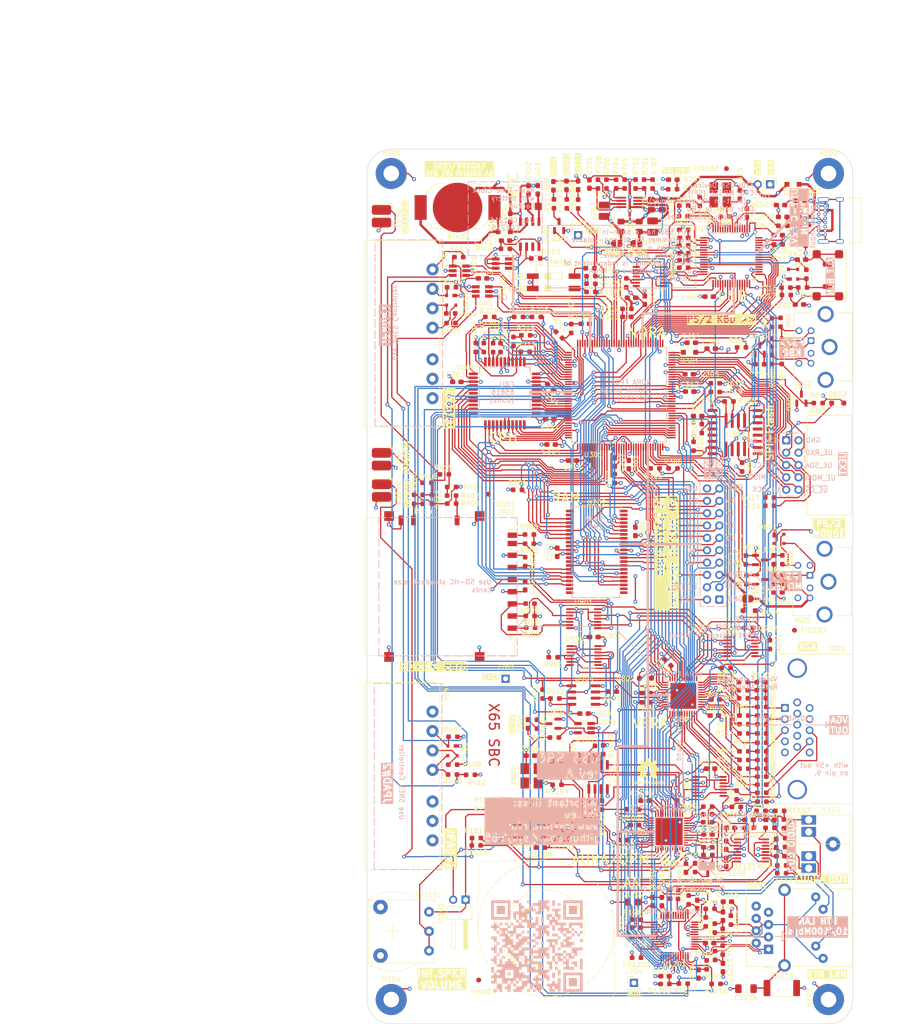
<source format=kicad_pcb>
(kicad_pcb (version 20221018) (generator pcbnew)
  (title_block (title "X65-SBC Board") (date "2024-01-09") (rev "revA1") (company "X65.EU") (comment 2 "All components on the top layer.") (comment 3 "PCB 100x180mm, 4-layers, min track/space=0.16/0.15mm."))
  (layers (0 "F.Cu" signal) (1 "In1.Cu" signal) (2 "In2.Cu" signal) (31 "B.Cu" signal) (34 "B.Paste" user) (35 "F.Paste" user) (36 "B.SilkS" user "B.Silkscreen") (37 "F.SilkS" user "F.Silkscreen") (38 "B.Mask" user) (39 "F.Mask" user) (44 "Edge.Cuts" user))
  (net 0 "")
  (net 1 "GND")
  (net 2 "~{M1CS}")
  (net 3 "CEF")
  (net 4 "~{CABORT}")
  (net 5 "~{CNMI}")
  (net 6 "CBE")
  (net 7 "~{CIRQ}")
  (net 8 "~{CRES}")
  (net 9 "Net-(BT401-+)")
  (net 10 "CSOB_MX")
  (net 11 "Net-(U402-X2)")
  (net 12 "CPHI2")
  (net 13 "Net-(U402-X1)")
  (net 14 "/Power Supply/EN3V3")
  (net 15 "CRDY")
  (net 16 "Net-(D301-K)")
  (net 17 "CVDA")
  (net 18 "CSYNC_VPA")
  (net 19 "A0")
  (net 20 "A1")
  (net 21 "Net-(D302-K)")
  (net 22 "A2")
  (net 23 "A3")
  (net 24 "A4")
  (net 25 "A5")
  (net 26 "A6")
  (net 27 "A7")
  (net 28 "A8")
  (net 29 "A9")
  (net 30 "A10")
  (net 31 "A11")
  (net 32 "CA12")
  (net 33 "CA13")
  (net 34 "CA14")
  (net 35 "CA15")
  (net 36 "CD7")
  (net 37 "CD6")
  (net 38 "CD5")
  (net 39 "CD4")
  (net 40 "CD3")
  (net 41 "CD2")
  (net 42 "CD1")
  (net 43 "CD0")
  (net 44 "~{CRW}")
  (net 45 "~{CVP}")
  (net 46 "~{CML}")
  (net 47 "D0")
  (net 48 "D1")
  (net 49 "D2")
  (net 50 "D3")
  (net 51 "~{MWR}")
  (net 52 "A19")
  (net 53 "A12")
  (net 54 "A13")
  (net 55 "A14")
  (net 56 "D4")
  (net 57 "D5")
  (net 58 "D6")
  (net 59 "D7")
  (net 60 "~{MRD}")
  (net 61 "A15")
  (net 62 "A16")
  (net 63 "A17")
  (net 64 "A18")
  (net 65 "A20")
  (net 66 "Net-(D303-K-Pad2)")
  (net 67 "Net-(D303-K-Pad3)")
  (net 68 "Net-(D402-K)")
  (net 69 "Net-(D403-K)")
  (net 70 "Net-(J403-CLOCK)")
  (net 71 "/NORA FPGA/VCCPLL0")
  (net 72 "/NORA FPGA/VCCPLL1")
  (net 73 "~{FLASHCS}")
  (net 74 "FSCK")
  (net 75 "FMOSI")
  (net 76 "FMISO")
  (net 77 "Net-(J403-LATCH)")
  (net 78 "/NORA FPGA/ATTBTN")
  (net 79 "Net-(C1101-Pad1)")
  (net 80 "/USB-Terminal/USBD_P")
  (net 81 "Net-(J403-DATA1)")
  (net 82 "Net-(J404-CLOCK)")
  (net 83 "/Sound Output/AMPINN")
  (net 84 "Net-(J404-DATA1)")
  (net 85 "Net-(J404-LATCH)")
  (net 86 "Net-(D502-K)")
  (net 87 "Net-(D701-K)")
  (net 94 "Net-(Q301-D)")
  (net 95 "Net-(Q601-D)")
  (net 96 "Net-(Q602-D)")
  (net 97 "Net-(Q603-D)")
  (net 98 "Net-(Q604-D)")
  (net 99 "+1V2")
  (net 100 "Net-(U201-PHI1O{slash}ABORTB)")
  (net 101 "/PS2 Kbd+Mouse, UEXT/UE_3V3")
  (net 102 "Net-(U201-NC{slash}E)")
  (net 103 "Net-(U201-PHI2)")
  (net 104 "Net-(U201-RDY)")
  (net 105 "/USB-Terminal/EECS")
  (net 106 "/USB-Terminal/EEDATA")
  (net 107 "/USB-Terminal/EECLK")
  (net 108 "Net-(U201-PHI2O{slash}VDA)")
  (net 109 "CPUTYPE02")
  (net 110 "/USB-Terminal/VPLL")
  (net 111 "/USB-Terminal/VPHY")
  (net 112 "/USB-Terminal/FTDI1V8")
  (net 113 "/USB-Terminal/USBD_N")
  (net 114 "/USB-Terminal/CC1")
  (net 115 "/USB-Terminal/CC2")
  (net 116 "FTCLKIN")
  (net 117 "UE_TXD")
  (net 125 "UART_RX")
  (net 126 "/LEDs, RTC, SNES/VBAT3V")
  (net 130 "UART_TX")
  (net 131 "UART_RTS")
  (net 132 "UART_CTS")
  (net 133 "NORADONE")
  (net 134 "~{NORARST}")
  (net 135 "ICD_SCK")
  (net 136 "/Power Supply/SW1")
  (net 137 "ICD_MOSI")
  (net 138 "/Power Supply/SW2")
  (net 139 "ICD_MISO")
  (net 140 "/Power Supply/FB1")
  (net 141 "~{ICD_CS}")
  (net 152 "I2C_SDA")
  (net 153 "I2C_SCL")
  (net 154 "NESDATA1")
  (net 155 "NESDATA0")
  (net 156 "NESLATCH")
  (net 157 "NESCLOCK")
  (net 158 "~{VCS0}")
  (net 159 "~{VIRQ}")
  (net 164 "Net-(U1101-VMID)")
  (net 165 "/USB-Terminal/ICD2NORAROM")
  (net 166 "Net-(U1101-CPCB)")
  (net 170 "+3V3")
  (net 173 "/Power Supply/FB2")
  (net 175 "CPULED0")
  (net 176 "CPULED1")
  (net 177 "Net-(R701-Pad1)")
  (net 178 "Net-(R704-Pad1)")
  (net 179 "/Power Supply/RAW3V3")
  (net 180 "/Power Supply/RAW1V2")
  (net 181 "/USB-Terminal/FTREF")
  (net 182 "/USB-Terminal/~{FTRES}")
  (net 183 "/USB-Terminal/UARTLED")
  (net 184 "/USB-Terminal/VBUS")
  (net 185 "Net-(U1101-CPCA)")
  (net 186 "Net-(U1102-+IN)")
  (net 187 "Net-(U1101-CPVOUTN)")
  (net 188 "L_AUDIO")
  (net 189 "PS2M_DATA")
  (net 190 "PS2M_CLK")
  (net 191 "PS2K_CLK")
  (net 192 "PS2K_DATA")
  (net 193 "R_AUDIO")
  (net 194 "/Sound Output/SPK1")
  (net 195 "/Ethernet/~{WIZRST}")
  (net 196 "/Ethernet/1V2O")
  (net 197 "/Ethernet/1V2A")
  (net 198 "/Ethernet/3V3A")
  (net 199 "/Ethernet/3V3D")
  (net 200 "Net-(C1213-Pad2)")
  (net 201 "Net-(C1214-Pad2)")
  (net 202 "/Ethernet/CTVDD")
  (net 203 "/Ethernet/LANSH")
  (net 204 "Net-(D801-K)")
  (net 205 "Net-(D802-K)")
  (net 206 "Net-(D1001-K)")
  (net 207 "Net-(D1002-K)")
  (net 208 "VERAFCS")
  (net 209 "AURAFCS")
  (net 210 "~{VRST}")
  (net 211 "~{ARST}")
  (net 213 "/VERA FPGA/VSYNC")
  (net 214 "/VERA FPGA/HSYNC")
  (net 218 "/VERA FPGA/BLUE")
  (net 219 "/VERA FPGA/GREEN")
  (net 220 "/VERA FPGA/RED")
  (net 221 "/SD-Card/CDDAT3")
  (net 222 "/SD-Card/CMD")
  (net 223 "/SD-Card/CLK")
  (net 224 "/SD-Card/DAT0")
  (net 225 "/SD-Card/DAT1")
  (net 226 "/SD-Card/DAT2")
  (net 227 "~{SD_CD}")
  (net 228 "SD_WP")
  (net 229 "/Sound Output/SPK2")
  (net 230 "/Sound Output/RJACK")
  (net 231 "/Sound Output/LJACK")
  (net 232 "/Ethernet/LEDYK")
  (net 233 "/Ethernet/LEDGK")
  (net 234 "/Ethernet/TDP")
  (net 235 "/Ethernet/TDN")
  (net 236 "/Ethernet/RDP")
  (net 237 "/Ethernet/RDN")
  (net 239 "VFPGA_CDONE")
  (net 240 "Net-(Q801-D)")
  (net 241 "AFPGA_CDONE")
  (net 242 "Net-(Q1001-D)")
  (net 243 "/Sound Output/MONOMIX")
  (net 244 "VSYSCLK")
  (net 245 "ASYSCLK")
  (net 246 "25MHz")
  (net 247 "Net-(R808-Pad1)")
  (net 248 "VGA_R3")
  (net 249 "Net-(R809-Pad1)")
  (net 250 "VGA_R2")
  (net 251 "Net-(R810-Pad1)")
  (net 252 "VGA_R1")
  (net 253 "VGA_R0")
  (net 254 "Net-(R812-Pad1)")
  (net 255 "VGA_G3")
  (net 256 "Net-(R813-Pad1)")
  (net 257 "VGA_G2")
  (net 258 "Net-(R814-Pad1)")
  (net 259 "VGA_G1")
  (net 260 "VGA_G0")
  (net 261 "Net-(R816-Pad1)")
  (net 262 "VGA_B3")
  (net 263 "Net-(R817-Pad1)")
  (net 264 "VGA_B2")
  (net 265 "Net-(R818-Pad1)")
  (net 266 "VGA_B1")
  (net 267 "VGA_B0")
  (net 268 "VGA_VSYNC")
  (net 269 "VGA_HSYNC")
  (net 270 "~{VSPI_SSEL}")
  (net 271 "Net-(U904-IO2)")
  (net 272 "Net-(U904-IO3)")
  (net 273 "VAUDIO_BCK")
  (net 274 "AUDIO_BCK")
  (net 275 "VAUDIO_DATA")
  (net 276 "AUDIO_DATA")
  (net 277 "VAUDIO_LRCK")
  (net 278 "AUDIO_LRCK")
  (net 279 "~{AFLASH_SSEL}")
  (net 280 "ASPI_SCK")
  (net 281 "Net-(U1003-IO2)")
  (net 282 "Net-(U1003-IO3)")
  (net 283 "/Sound Output/LINEOUTL")
  (net 284 "/Sound Output/LINEOUTR")
  (net 285 "~{ERST}")
  (net 286 "/Ethernet/XSCI")
  (net 287 "/Ethernet/RSET")
  (net 288 "Net-(R1205-Pad2)")
  (net 289 "/Ethernet/MOD2")
  (net 290 "/Ethernet/MOD0")
  (net 291 "/Ethernet/~{LLED}")
  (net 292 "/Ethernet/~{ALED}")
  (net 293 "UE_RXD")
  (net 294 "UE_SCL")
  (net 295 "/LEDs, RTC, SNES/NESCLOCK5")
  (net 296 "/LEDs, RTC, SNES/NESLATCH5")
  (net 297 "/LEDs, RTC, SNES/NES0DATA5")
  (net 298 "/LEDs, RTC, SNES/NES1DATA5")
  (net 299 "~{ECS2}")
  (net 300 "~{ACS1}")
  (net 301 "VSPI_MOSI")
  (net 302 "VSPI_SCK")
  (net 303 "VSPI_MISO")
  (net 304 "~{SD_SSEL}")
  (net 305 "Net-(U903-Pad3)")
  (net 306 "Net-(U903-Pad10)")
  (net 307 "~{VFLASH_SSEL}")
  (net 309 "ASPI_MOSI")
  (net 310 "ASPI_MISO")
  (net 311 "~{AIRQ}")
  (net 312 "UE_SDA")
  (net 313 "Net-(D1003-K)")
  (net 320 "~{EIRQ}")
  (net 322 "UE_MISO")
  (net 323 "UE_MOSI")
  (net 324 "UE_SCK")
  (net 325 "~{UE_CS}")
  (net 326 "/NORA FPGA/CLK12M")
  (net 327 "AURALED")
  (net 328 "/PS2 Kbd+Mouse, UEXT/PS2A_CLK5")
  (net 329 "/PS2 Kbd+Mouse, UEXT/PS2A_DATA5")
  (net 330 "/PS2 Kbd+Mouse, UEXT/PS2B_CLK5")
  (net 331 "/PS2 Kbd+Mouse, UEXT/PS2B_DATA5")
  (net 332 "Net-(D406-K)")
  (net 334 "VEAURADONE")
  (net 335 "/NORA FPGA/FIO2")
  (net 336 "/NORA FPGA/FIO3")
  (net 337 "Net-(U303-~{RESET}{slash}NC)")
  (net 345 "~{UE_CS3}")
  (net 346 "~{UE_IRQ}")
  (net 347 "Net-(D407-K)")
  (net 348 "~{MUTE}")
  (net 349 "Net-(R1107-Pad2)")
  (net 350 "RN_AUDIO")
  (net 351 "LN_AUDIO")
  (net 352 "+5V")
  (net 353 "/PS2 Kbd+Mouse, UEXT/UEPWR")
  (net 354 "Net-(R417-Pad1)")
  (net 355 "DIPLED0")
  (net 356 "Net-(R418-Pad1)")
  (net 357 "DIPLED1")
  (footprint "Resistor_SMD:R_0603_1608Metric_Pad0.98x0.95mm_HandSolder" (layer "F.Cu") (at 93.387 57.5025 -90)
    (fp_text reference "R517")
    (fp_text value "10k")
  )
  (footprint "Package_TO_SOT_SMD:SOT-23-6_Handsoldering" (layer "F.Cu") (at 67.85 53.55 180)
    (fp_text reference "U1203")
    (fp_text value "24AA025E48T-I/OT")
  )
  (footprint "Capacitor_SMD:C_0603_1608Metric_Pad1.08x0.95mm_HandSolder" (layer "F.Cu") (at 114.1984 184.8612)
    (fp_text reference "C1215")
    (fp_text value "1u")
  )
  (footprint "Connector_USB:USB_C_Receptacle_GCT_USB4085" (layer "F.Cu") (at 132.975 47.65 90)
    (fp_text reference "J501")
    (fp_text value "USB4085-GF-A")
  )
  (footprint "Resistor_SMD:R_0603_1608Metric_Pad0.98x0.95mm_HandSolder" (layer "F.Cu") (at 57.446 99.516)
    (fp_text reference "R401")
    (fp_text value "33k")
  )
  (footprint "Package_TO_SOT_SMD:SOT-23-5_HandSoldering" (layer "F.Cu") (at 84.7852 149.1488 180)
    (fp_text reference "U501")
    (fp_text value "SN74LVC1G08DBVR")
  )
  (footprint "x65_footprints:Trimmer_R0141-2" (layer "F.Cu") (at 45.2812 190.9572 90)
    (fp_text reference "RV1101")
    (fp_text value "R0141-2-100K")
  )
  (footprint "Resistor_SMD:R_0603_1608Metric_Pad0.98x0.95mm_HandSolder" (layer "F.Cu") (at 125.3744 179.0192 180)
    (fp_text reference "R1111")
    (fp_text value "10k")
  )
  (footprint "Resistor_SMD:R_0603_1608Metric_Pad0.98x0.95mm_HandSolder" (layer "F.Cu") (at 114.524 81.918591 180)
    (fp_text reference "R305")
    (fp_text value "10k")
  )
  (footprint "Capacitor_SMD:C_0603_1608Metric_Pad1.08x0.95mm_HandSolder" (layer "F.Cu") (at 83.9216 155.4977 -90)
    (fp_text reference "C1007")
    (fp_text value "1u")
  )
  (footprint "Package_TO_SOT_SMD:SOT-23" (layer "F.Cu") (at 120.904 114.554)
    (fp_text reference "Q601")
    (fp_text value "BSS138")
  )
  (footprint "Capacitor_SMD:C_0603_1608Metric_Pad1.08x0.95mm_HandSolder" (layer "F.Cu") (at 129.0232 61.9748 180)
    (fp_text reference "C601")
    (fp_text value "1u")
  )
  (footprint "Resistor_SMD:R_0603_1608Metric_Pad0.98x0.95mm_HandSolder" (layer "F.Cu") (at 116.078 162.9156 -90)
    (fp_text reference "R1001")
    (fp_text value "2k2")
  )
  (footprint "Connector_PinHeader_2.54mm:PinHeader_1x01_P2.54mm_Vertical" (layer "F.Cu") (at 94.9452 201.5744)
    (fp_text reference "J704")
    (fp_text value "Conn_01x01")
  )
  (footprint "Resistor_SMD:R_0603_1608Metric_Pad0.98x0.95mm_HandSolder" (layer "F.Cu") (at 110.6336 186.3332)
    (fp_text reference "R1206")
    (fp_text value "200")
  )
  (footprint "Connector_IDC:IDC-Header_2x10_P2.54mm_Vertical" (layer "F.Cu") (at 112.54 122.7 180)
    (fp_text reference "J601")
    (fp_text value "IDC PINS 2x10p 2,54mm")
  )
  (footprint "Jumper:SolderJumper-2_P1.3mm_Open_RoundedPad1.0x1.5mm" (layer "F.Cu") (at 118.364 122.5296)
    (fp_text reference "JP601")
    (fp_text value "SolderJumper_2_Open")
  )
  (footprint "Package_TO_SOT_SMD:SOT-23" (layer "F.Cu") (at 110.1496 178.1279 -90)
    (fp_text reference "Q1001")
    (fp_text value "BSS138")
  )
  (footprint "Capacitor_SMD:C_0603_1608Metric_Pad1.08x0.95mm_HandSolder" (layer "F.Cu") (at 124.65 47.68)
    (fp_text reference "C502")
    (fp_text value "3u3")
  )
  (footprint "x65_footprints:CMS-28528N-L152" (layer "F.Cu") (at 76.8604 190.3984 135)
    (fp_text reference "LS1101")
    (fp_text value "CMS-28528N-L152")
  )
  (footprint "Resistor_SMD:R_0603_1608Metric_Pad0.98x0.95mm_HandSolder" (layer "F.Cu") (at 90.4748 141.6304 180)
    (fp_text reference "R911")
    (fp_text value "10k")
  )
  (footprint "Resistor_SMD:R_0603_1608Metric_Pad0.98x0.95mm_HandSolder" (layer "F.Cu") (at 85.9536 54.5084)
    (fp_text reference "R417")
    (fp_text value "2k7")
  )
  (footprint "Package_TO_SOT_SMD:SOT-23-6_Handsoldering" (layer "F.Cu") (at 63.754 59.2836 180)
    (fp_text reference "U403")
    (fp_text value "74LVC2G17DBVR")
  )
  (footprint "Resistor_SMD:R_0603_1608Metric_Pad0.98x0.95mm_HandSolder" (layer "F.Cu") (at 65.278 64.516)
    (fp_text reference "R214")
    (fp_text value "10k")
  )
  (footprint "Resistor_SMD:R_0603_1608Metric_Pad0.98x0.95mm_HandSolder" (layer "F.Cu") (at 85.6742 164.9984 90)
    (fp_text reference "R1009")
    (fp_text value "10k")
  )
  (footprint "Connector_PinHeader_2.54mm:PinHeader_1x01_P2.54mm_Vertical" (layer "F.Cu") (at 68.5292 138.9888)
    (fp_text reference "J703")
    (fp_text value "Conn_01x01")
  )
  (footprint "Resistor_SMD:R_0603_1608Metric_Pad0.98x0.95mm_HandSolder" (layer "F.Cu") (at 102.9208 38.2524 180)
    (fp_text reference "R707")
    (fp_text value "470R")
  )
  (footprint "Resistor_SMD:R_0603_1608Metric_Pad0.98x0.95mm_HandSolder" (layer "F.Cu") (at 111.6985 78.18 180)
    (fp_text reference "R618")
    (fp_text value "100R")
  )
  (footprint "Resistor_SMD:R_0603_1608Metric_Pad0.98x0.95mm_HandSolder" (layer "F.Cu") (at 78.6892 143.0528)
    (fp_text reference "R912")
    (fp_text value "10k")
  )
  (footprint "Resistor_SMD:R_0603_1608Metric_Pad0.98x0.95mm_HandSolder" (layer "F.Cu") (at 117.983 114.554 -90)
    (fp_text reference "R609")
    (fp_text value "10k")
  )
  (footprint "Resistor_SMD:R_0603_1608Metric_Pad0.98x0.95mm_HandSolder" (layer "F.Cu") (at 57.446 102.945)
    (fp_text reference "R909")
    (fp_text value "10k")
  )
  (footprint "Resistor_SMD:R_0603_1608Metric_Pad0.98x0.95mm_HandSolder" (layer "F.Cu") (at 105.1052 201.7268 180)
    (fp_text reference "R1201")
    (fp_text value "470R")
  )
  (footprint "Package_SO:SO-8_3.9x4.9mm_P1.27mm" (layer "F.Cu") (at 73.5 47.5 -90)
    (fp_text reference "U402")
    (fp_text value "MCP7940N-xSN")
  )
  (footprint "Resistor_SMD:R_0603_1608Metric_Pad0.98x0.95mm_HandSolder" (layer "F.Cu") (at 111.5988 190.2956 -90)
    (fp_text reference "R1213")
    (fp_text value "50R")
  )
  (footprint "Capacitor_SMD:C_0603_1608Metric_Pad1.08x0.95mm_HandSolder" (layer "F.Cu") (at 79.567001 168.4782 180)
    (fp_text reference "C1101")
    (fp_text value "330n")
  )
  (footprint "Package_SO:TSSOP-14_4.4x5mm_P0.65mm" (layer "F.Cu") (at 84.6151 126.6248)
    (fp_text reference "U901")
    (fp_text value "74CBTLV3126PW,118")
  )
  (footprint "Capacitor_SMD:C_0603_1608Metric_Pad1.08x0.95mm_HandSolder" (layer "F.Cu") (at 91 94.4 -90)
    (fp_text reference "C307")
    (fp_text value "1u")
  )
  (footprint "Resistor_SMD:R_0603_1608Metric_Pad0.98x0.95mm_HandSolder" (layer "F.Cu") (at 105.156 43.7388 180)
    (fp_text reference "R503")
    (fp_text value "10k")
  )
  (footprint "Resistor_SMD:R_0603_1608Metric_Pad0.98x0.95mm_HandSolder" (layer "F.Cu") (at 78.5876 151.0792)
    (fp_text reference "R803")
    (fp_text value "10k")
  )
  (footprint "Resistor_SMD:R_0603_1608Metric_Pad0.98x0.95mm_HandSolder" (layer "F.Cu") (at 111.8616 201.7776 180)
    (fp_text reference "R1216")
    (fp_text value "10k")
  )
  (footprint "Package_SO:TSSOP-14_4.4x5mm_P0.65mm" (layer "F.Cu") (at 84.6836 134.2136)
    (fp_text reference "U903")
    (fp_text value "74AHC00PW")
  )
  (footprint "Package_SO:TSSOP-16_4.4x5mm_P0.65mm" (layer "F.Cu") (at 119.13405 174.3184)
    (fp_text reference "U1101")
    (fp_text value "WM8524CGEDT")
  )
  (footprint "Resistor_SMD:R_0603_1608Metric_Pad0.98x0.95mm_HandSolder" (layer "F.Cu") (at 71.2216 64.516)
    (fp_text reference "R207")
    (fp_text value "10k")
  )
  (footprint "LED_SMD:LED_0603_1608Metric_Pad1.05x0.95mm_HandSolder" (layer "F.Cu") (at 125.5688 43.9408 180)
    (fp_text reference "D502")
    (fp_text value "LED_GREEN_0603")
  )
  (footprint "Resistor_SMD:R_0603_1608Metric_Pad0.98x0.95mm_HandSolder" (layer "F.Cu") (at 117.602 153.924 180)
    (fp_text reference "R816")
    (fp_text value "510R")
  )
  (footprint "Resistor_SMD:R_0603_1608Metric_Pad0.98x0.95mm_HandSolder" (layer "F.Cu") (at 121.3123 164.2872 180)
    (fp_text reference "R1013")
    (fp_text value "10k")
  )
  (footprint "Resistor_SMD:R_0603_1608Metric_Pad0.98x0.95mm_HandSolder" (layer "F.Cu") (at 73.448 109.295 180)
    (fp_text reference "R906")
    (fp_text value "47k")
  )
  (footprint "Capacitor_SMD:C_0603_1608Metric_Pad1.08x0.95mm_HandSolder" (layer "F.Cu") (at 68.5303 48.8188 180)
    (fp_text reference "C1217")
    (fp_text value "1u")
  )
  (footprint "Capacitor_SMD:C_0603_1608Metric_Pad1.08x0.95mm_HandSolder" (layer "F.Cu") (at 108.0615 84.918591 180)
    (fp_text reference "C309")
    (fp_text value "1u")
  )
  (footprint "mini-DIN:TE_5749180-1" (layer "F.Cu") (at 135.2208 70.7124 90)
    (fp_text reference "J606")
    (fp_text value "TE 5749180-1")
  )
  (footprint "Resistor_SMD:R_0603_1608Metric_Pad0.98x0.95mm_HandSolder" (layer "F.Cu") (at 117.4985 143.002 180)
    (fp_text reference "R810")
    (fp_text value "2k")
  )
  (footprint "Capacitor_SMD:C_0603_1608Metric_Pad1.08x0.95mm_HandSolder" (layer "F.Cu") (at 97.451 141.934 180)
    (fp_text reference "C803")
    (fp_text value "1u")
  )
  (footprint "Resistor_SMD:R_0603_1608Metric_Pad0.98x0.95mm_HandSolder" (layer "F.Cu") (at 121.285 144.78 180)
    (fp_text reference "R811")
    (fp_text value "4k3")
  )
  (footprint "Capacitor_SMD:C_0603_1608Metric_Pad1.08x0.95mm_HandSolder" (layer "F.Cu") (at 95.25 108.6612 90)
    (fp_text reference "C201")
    (fp_text value "1u")
  )
  (footprint "Resistor_SMD:R_2512_6332Metric_Pad1.40x3.35mm_HandSolder" (layer "F.Cu") (at 125.391 202.64)
    (fp_text reference "R1215")
    (fp_text value "10M")
  )
  (footprint "Capacitor_SMD:C_0603_1608Metric_Pad1.08x0.95mm_HandSolder" (layer "F.Cu") (at 110.532 193.3944 180)
    (fp_text reference "C1205")
    (fp_text value "1u")
  )
  (footprint "Resistor_SMD:R_0603_1608Metric_Pad0.98x0.95mm_HandSolder" (layer "F.Cu") (at 113.75 43.9 180)
    (fp_text reference "R508")
    (fp_text value "10k")
  )
  (footprint "Capacitor_SMD:C_0603_1608Metric_Pad1.08x0.95mm_HandSolder" (layer "F.Cu") (at 107.992 185.4188 90)
    (fp_text reference "C1209")
    (fp_text value "1u")
  )
  (footprint "Resistor_SMD:R_0603_1608Metric_Pad0.98x0.95mm_HandSolder" (layer "F.Cu") (at 79.55 68.23 135)
    (fp_text reference "R210")
    (fp_text value "0R")
  )
  (footprint "Resistor_SMD:R_0603_1608Metric_Pad0.98x0.95mm_HandSolder" (layer "F.Cu") (at 113.2244 191.3624 -90)
    (fp_text reference "R1214")
    (fp_text value "50R")
  )
  (footprint "Package_TO_SOT_SMD:SOT-23-6_Handsoldering" (layer "F.Cu") (at 59.0296 55.0164)
    (fp_text reference "U401")
    (fp_text value "74LVC2G17DBVR")
  )
  (footprint "Capacitor_SMD:C_0603_1608Metric_Pad1.08x0.95mm_HandSolder" (layer "F.Cu") (at 84.6836 146.1516)
    (fp_text reference "C905")
    (fp_text value "1u")
  )
  (footprint "Resistor_SMD:R_0603_1608Metric_Pad0.98x0.95mm_HandSolder" (layer "F.Cu") (at 121.285 157.48 180)
    (fp_text reference "R828")
    (fp_text value "150R")
  )
  (footprint "Diode_SMD:D_SOD-323_HandSoldering" (layer "F.Cu") (at 94.761505 165.8608 180)
    (fp_text reference "D1002")
    (fp_text value "CUS10S30,H3F")
  )
  (footprint "Resistor_SMD:R_0603_1608Metric_Pad0.98x0.95mm_HandSolder" (layer "F.Cu") (at 125.3744 73.2928 -90)
    (fp_text reference "R604")
    (fp_text value "100R")
  )
  (footprint "Resistor_SMD:R_0603_1608Metric_Pad0.98x0.95mm_HandSolder" (layer "F.Cu") (at 55.9308 96.9264 180)
    (fp_text reference "R415")
    (fp_text value "470R")
  )
  (footprint "Resistor_SMD:R_0603_1608Metric_Pad0.98x0.95mm_HandSolder" (layer "F.Cu") (at 123.7234 118.5672 -90)
    (fp_text reference "R606")
    (fp_text value "10k")
  )
  (footprint "Oscillator:Oscillator_SMD_SeikoEpson_SG8002LB-4Pin_5.0x3.2mm_HandSoldering" (layer "F.Cu") (at 112.75 39.3875 180)
    (fp_text reference "X301")
    (fp_text value "SG5032CAN 12.000000M-TJGA0")
  )
  (footprint "Capacitor_SMD:C_0603_1608Metric_Pad1.08x0.95mm_HandSolder" (layer "F.Cu") (at 97.2 61.08 -90)
    (fp_text reference "C303")
    (fp_text value "1u")
  )
  (footprint "Resistor_SMD:R_0603_1608Metric_Pad0.98x0.95mm_HandSolder" (layer "F.Cu") (at 129.1844 40.5892 180)
    (fp_text reference "R502")
    (fp_text value "5k1")
  )
  (footprint "Capacitor_SMD:C_0603_1608Metric_Pad1.08x0.95mm_HandSolder" (layer "F.Cu") (at 118.618 128.524 180)
    (fp_text reference "C902")
    (fp_text value "1u")
  )
  (footprint "Resistor_SMD:R_0603_1608Metric_Pad0.98x0.95mm_HandSolder" (layer "F.Cu") (at 49.699 102.056 -90)
    (fp_text reference "R910")
    (fp_text value "10k")
  )
  (footprint "Resistor_SMD:R_0603_1608Metric_Pad0.98x0.95mm_HandSolder" (layer "F.Cu") (at 110.1344 166.878)
    (fp_text reference "R1003")
    (fp_text value "0R")
  )
  (footprint "Capacitor_SMD:C_0603_1608Metric_Pad1.08x0.95mm_HandSolder" (layer "F.Cu") (at 106.75 69.83)
    (fp_text reference "C314")
    (fp_text value "1u")
  )
  (footprint "Resistor_SMD:R_0603_1608Metric_Pad0.98x0.95mm_HandSolder" (layer "F.Cu") (at 78.486 41.2496 -90)
    (fp_text reference "R307")
    (fp_text value "470R")
  )
  (footprint "Resistor_SMD:R_0603_1608Metric_Pad0.98x0.95mm_HandSolder" (layer "F.Cu") (at 117.224 95.418591 -90)
    (fp_text reference "R304")
    (fp_text value "10k")
  )
  (footprint "MountingHole:MountingHole_3.2mm_M3_Pad" (layer "F.Cu") (at 45 35)
    (fp_text reference "H101")
    (fp_text value "MountingHole")
  )
  (footprint "Resistor_SMD:R_0603_1608Metric_Pad0.98x0.95mm_HandSolder" (layer "F.Cu") (at 104.0296 183.3868 90)
    (fp_text reference "R1209")
    (fp_text value "470R")
  )
  (footprint "Resistor_SMD:R_0603_1608Metric_Pad0.98x0.95mm_HandSolder" (layer "F.Cu") (at 61.3156 158.75)
    (fp_text reference "R412")
    (fp_text value "10k")
  )
  (footprint "Resistor_SMD:R_0603_1608Metric_Pad0.98x0.95mm_HandSolder" (layer "F.Cu") (at 125.3744 177.3936 180)
    (fp_text reference "R1104")
    (fp_text value "10k")
  )
  (footprint "Inductor_SMD:L_1008_2520Metric_Pad1.43x2.20mm_HandSolder" (layer "F.Cu") (at 88.7936 42.6784 -90)
    (fp_text reference "L702")
    (fp_text value "DFE252010P-1R0M=P2")
  )
  (footprint "LED_SMD:LED_0603_1608Metric_Pad1.05x0.95mm_HandSolder" (layer "F.Cu") (at 105.664 177.9524 90)
    (fp_text reference "D1001")
    (fp_text value "LED_GREEN_0603")
  )
  (footprint "Capacitor_SMD:C_0603_1608Metric_Pad1.08x0.95mm_HandSolder" (layer "F.Cu") (at 73.1662 165.735 180)
    (fp_text reference "C1109")
    (fp_text value "C")
  )
  (footprint "MountingHole:MountingHole_3.2mm_M3_Pad" (layer "F.Cu") (at 135 205)
    (fp_text reference "H103")
    (fp_text value "MountingHole")
  )
  (footprint "Capacitor_SMD:C_0603_1608Metric_Pad1.08x0.95mm_HandSolder" (layer "F.Cu") (at 79.163 112.9515 -90)
    (fp_text reference "C202")
    (fp_text value "1u")
  )
  (footprint "Resistor_SMD:R_0603_1608Metric_Pad0.98x0.95mm_HandSolder" (layer "F.Cu") (at 117.602 148.336 180)
    (fp_text reference "R813")
    (fp_text value "910R")
  )
  (footprint "Resistor_SMD:R_0603_1608Metric_Pad0.98x0.95mm_HandSolder" (layer "F.Cu") (at 120.8551 74.2696)
    (fp_text reference "R611")
    (fp_text value "10k")
  )
  (footprint "Capacitor_SMD:C_0805_2012Metric_Pad1.18x1.45mm_HandSolder" (layer "F.Cu") (at 94.7713 184.9628)
    (fp_text reference "C1202")
    (fp_text value "22u/16V")
  )
  (footprint "Resistor_SMD:R_0603_1608Metric_Pad0.98x0.95mm_HandSolder" (layer "F.Cu") (at 83.4644 41.3023 90)
    (fp_text reference "R420")
    (fp_text value "470R")
  )
  (footprint "Resistor_SMD:R_0603_1608Metric_Pad0.98x0.95mm_HandSolder" (layer "F.Cu") (at 113.9444 136.7536 180)
    (fp_text reference "R802")
    (fp_text value "10k")
  )
  (footprint "Package_QFP:MQFP-44_10x10mm_P0.8mm" (layer "F.Cu") (at 68.38 80.24)
    (fp_text reference "U201")
    (fp_text value "W65C816S6TQG-14")
  )
  (footprint "Resistor_SMD:R_0603_1608Metric_Pad0.98x0.95mm_HandSolder" (layer "F.Cu") (at 130.2932 48.975 -90)
    (fp_text reference "R501")
    (fp_text value "5k1")
  )
  (footprint "Fiducial:Fiducial_1mm_Mask2mm" (layer "F.Cu") (at 65 101)
    (fp_text reference "FID101")
    (fp_text value "Fiducial")
  )
  (footprint "Resistor_SMD:R_0603_1608Metric_Pad0.98x0.95mm_HandSolder" (layer "F.Cu") (at 62.5367 171.7548 180)
    (fp_text reference "R1014")
    (fp_text value "470R")
  )
  (footprint "Connector_PinHeader_2.54mm:PinHeader_1x02_P2.54mm_Horizontal" (layer "F.Cu") (at 60.2996 184.4548 -90)
    (fp_text reference "J1101")
    (fp_text value "PINS 1x2")
  )
  (footprint "Resistor_SMD:R_0603_1608Metric_Pad0.98x0.95mm_HandSolder" (layer "F.Cu") (at 98.7936 37.1784 90)
    (fp_text reference "R703")
    (fp_text value "10R")
  )
  (footprint "Resistor_SMD:R_0603_1608Metric_Pad0.98x0.95mm_HandSolder" (layer "F.Cu") (at 117.602 146.558 180)
    (fp_text reference "R812")
    (fp_text value "510R")
  )
  (footprint "Capacitor_SMD:C_0603_1608Metric_Pad1.08x0.95mm_HandSolder" (layer "F.Cu") (at 110.4392 60.3504 180)
    (fp_text reference "C509")
    (fp_text value "1u")
  )
  (footprint "Resistor_SMD:R_0603_1608Metric_Pad0.98x0.95mm_HandSolder" (layer "F.Cu") (at 123.3744 73.2928 -90)
    (fp_text reference "R608")
    (fp_text value "10k")
  )
  (footprint "Capacitor_SMD:C_0603_1608Metric_Pad1.08x0.95mm_HandSolder" (layer "F.Cu") (at 93.9 94.9 -90)
    (fp_text reference "C302")
    (fp_text value "1u")
  )
  (footprint "Diode_SMD:D_SOD-323_HandSoldering" (layer "F.Cu") (at 106.4 71.8)
    (fp_text reference "D301")
    (fp_text value "CUS10S30,H3F")
  )
  (footprint "Capacitor_SMD:C_0603_1608Metric_Pad1.08x0.95mm_HandSolder" (layer "F.Cu") (at 86.7156 130.4036 180)
    (fp_text reference "C901")
    (fp_text value "1u")
  )
  (footprint "Resistor_SMD:R_0603_1608Metric_Pad0.98x0.95mm_HandSolder" (layer "F.Cu") (at 107.23 91.134 -90)
    (fp_text reference "R302")
    (fp_text value "10k")
  )
  (footprint "Capacitor_SMD:C_0603_1608Metric_Pad1.08x0.95mm_HandSolder" (layer "F.Cu") (at 125.12845 175.5122)
    (fp_text reference "C1111")
    (fp_text value "3u3")
  )
  (footprint "Resistor_SMD:R_0603_1608Metric_Pad0.98x0.95mm_HandSolder" (layer "F.Cu") (at 126.06825 172.6928 90)
    (fp_text reference "R1109")
    (fp_text value "560R")
  )
  (footprint "Resistor_SMD:R_0603_1608Metric_Pad0.98x0.95mm_HandSolder" (layer "F.Cu") (at 123.3744 65.7053 90)
    (fp_text reference "R607")
    (fp_text value "10k")
  )
  (footprint "Resistor_SMD:R_0603_1608Metric_Pad0.98x0.95mm_HandSolder" (layer "F.Cu") (at 103 95.7)
    (fp_text reference "R306")
    (fp_text value "10k")
  )
  (footprint "Resistor_SMD:R_0603_1608Metric_Pad0.98x0.95mm_HandSolder" (layer "F.Cu") (at 121.285 148.336 180)
    (fp_text reference "R824")
    (fp_text value "160R")
  )
  (footprint "x65_footprints:JC-128" (layer "F.Cu") (at 135.932 173 180)
    (fp_text reference "J1104")
    (fp_text value "JC-128")
  )
  (footprint "Capacitor_SMD:C_0603_1608Metric_Pad1.08x0.95mm_HandSolder" (layer "F.Cu") (at 129.4384 52.7304)
    (fp_text reference "C317")
    (fp_text value "100n")
  )
  (footprint "Fiducial:Fiducial_1mm_Mask2mm" (layer "F.Cu") (at 114 34)
    (fp_text reference "FID102")
    (fp_text value "Fiducial")
  )
  (footprint "snes:SNES_Controller_Conn_7p_90deg_P1Left" (layer "F.Cu") (at 40.3 54.65 -90)
    (fp_text reference "J403")
    (fp_text value "SNES_Controller_Conn")
  )
  (footprint "Resistor_SMD:R_0603_1608Metric_Pad0.98x0.95mm_HandSolder" (layer "F.Cu") (at 105.2 54.4)
    (fp_text reference "R505")
    (fp_text value "1k")
  )
  (footprint "Capacitor_SMD:C_0603_1608Metric_Pad1.08x0.95mm_HandSolder" (layer "F.Cu") (at 105.2 52.9 180)
    (fp_text reference "C503")
    (fp_text value "3u3")
  )
  (footprint "Resistor_SMD:R_0603_1608Metric_Pad0.98x0.95mm_HandSolder" (layer "F.Cu") (at 121.285 162.433 180)
    (fp_text reference "R830")
    (fp_text value "820R")
  )
  (footprint "Resistor_SMD:R_0603_1608Metric_Pad0.98x0.95mm_HandSolder" (layer "F.Cu") (at 57.7088 150.9268 180)
    (fp_text reference "R407")
    (fp_text value "100R")
  )
  (footprint "Capacitor_SMD:C_0603_1608Metric_Pad1.08x0.95mm_HandSolder" (layer "F.Cu") (at 95.3936 192.1244 180)
    (fp_text reference "C1204")
    (fp_text value "1u")
  )
  (footprint "x65_footprints:SOIC-8_5.23x5.23mm_P1.27mm_Extended" (layer "F.Cu") (at 115.824 88.768591 90)
    (fp_text reference "U302")
    (fp_text value "W25Q128JVS")
  )
  (footprint "ledplcc2:PLCC2_4x4mm" (layer "F.Cu") (at 43 43.8056 -90)
    (fp_text reference "D402")
    (fp_text value "AA4040LCGCK-AMT")
  )
  (footprint "Capacitor_SMD:C_0603_1608Metric_Pad1.08x0.95mm_HandSolder" (layer "F.Cu") (at 106.3255 76.327)
    (fp_text reference "C305")
    (fp_text value "1u")
  )
  (footprint "Resistor_SMD:R_0603_1608Metric_Pad0.98x0.95mm_HandSolder" (layer "F.Cu") (at 122.8852 101.7016)
    (fp_text reference "R617")
    (fp_text value "10k")
  )
  (footprint "Resistor_SMD:R_0603_1608Metric_Pad0.98x0.95mm_HandSolder" (layer "F.Cu") (at 86.106 56.134 180)
    (fp_text reference "R421")
    (fp_text value "33k")
  )
  (footprint "Capacitor_SMD:C_0603_1608Metric_Pad1.08x0.95mm_HandSolder" (layer "F.Cu") (at 77.6375 85.58 180)
    (fp_text reference "C311")
    (fp_text value "1u")
  )
  (footprint "Resistor_SMD:R_0603_1608Metric_Pad0.98x0.95mm_HandSolder" (layer "F.Cu") (at 57.2516 63.8048 180)
    (fp_text reference "R406")
    (fp_text value "100R")
  )
  (footprint "Capacitor_SMD:C_0603_1608Metric_Pad1.08x0.95mm_HandSolder" (layer "F.Cu") (at 116.75 39.3875 90)
    (fp_text reference "C315")
    (fp_text value "1u")
  )
  (footprint "Resistor_SMD:R_0603_1608Metric_Pad0.98x0.95mm_HandSolder" (layer "F.Cu") (at 62.4859 173.2788 180)
    (fp_text reference "R1015")
    (fp_text value "470R")
  )
  (footprint "Connector_RJ:RJ45_Amphenol_RJMG1BD3B8K1ANR" (layer "F.Cu") (at 122.66 194.66 90)
    (fp_text reference "J1201")
    (fp_text value "RJMG1BD3B8K1ANR")
  )
  (footprint "Capacitor_SMD:C_0603_1608Metric_Pad1.08x0.95mm_HandSolder" (layer "F.Cu") (at 105.25 48.25 180)
    (fp_text reference "C504")
    (fp_text value "3u3")
  )
  (footprint "Connector_PinHeader_2.54mm:PinHeader_1x01_P2.54mm_Vertical" (layer "F.Cu") (at 83.4644 47.7012)
    (fp_text reference "J702")
    (fp_text value "Conn_01x01")
  )
  (footprint "Resistor_SMD:R_0603_1608Metric_Pad0.98x0.95mm_HandSolder" (layer "F.Cu") (at 105.2 49.8)
    (fp_text reference "R504")
    (fp_text value "12k")
  )
  (footprint "snes:SNES_Controller_Conn_7p_90deg_P1Left" (layer "F.Cu") (at 40.3 145.65 -90)
    (fp_text reference "J404")
    (fp_text value "SNES_Controller_Conn")
  )
  (footprint "Fiducial:Fiducial_1mm_Mask2mm" (layer "F.Cu") (at 128 129)
    (fp_text reference "FID103")
    (fp_text value "Fiducial")
  )
  (footprint "Resistor_SMD:R_0603_1608Metric_Pad0.98x0.95mm_HandSolder" (layer "F.Cu") (at 95.4444 188.5684 180)
    (fp_text reference "R1208")
    (fp_text value "10k")
  )
  (footprint "Capacitor_SMD:C_0603_1608Metric_Pad1.08x0.95mm_HandSolder" (layer "F.Cu") (at 113.95245 176.7822 -90)
    (fp_text reference "C1108")
    (fp_text value "3u3")
  )
  (footprint "Resistor_SMD:R_0603_1608Metric_Pad0.98x0.95mm_HandSolder" (layer "F.Cu") (at 102.404 183.336 90)
    (fp_text reference "R1210")
    (fp_text value "470R")
  )
  (footprint "Package_DFN_QFN:QFN-48-1EP_7x7mm_P0.5mm_EP5.3x5.3mm" (layer "F.Cu") (at 105.131 142.519 180)
    (fp_text reference "U801")
    (fp_text value "ICE40UP5K-SG48ITR50")
  )
  (footprint "Resistor_SMD:R_0603_1608Metric_Pad0.98x0.95mm_HandSolder" (layer "F.Cu") (at 89.2936 37.1784 90)
    (fp_text reference "R706")
    (fp_text value "10R")
  )
  (footprint "Diode_SMD:D_SOD-323_HandSoldering" (layer "F.Cu") (at 68.25 47 180)
    (fp_text reference "D401")
    (fp_text value "CUS10S30,H3F")
  )
  (footprint "Fiducial:Fiducial_1mm_Mask2mm" (layer "F.Cu") (at 63 201)
    (fp_text reference "FID104")
    (fp_text value "Fiducial")
  )
  (footprint "Resistor_SMD:R_0603_1608Metric_Pad0.98x0.95mm_HandSolder" (layer "F.Cu") (at 51.477 102.056 90)
    (fp_text reference "R414")
    (fp_text value "2k7")
  )
  (footprint "Resistor_SMD:R_0603_1608Metric_Pad0.98x0.95mm_HandSolder" (layer "F.Cu") (at 121.285 160.782 180)
    (fp_text reference "R829")
    (fp_text value "820R")
  )
  (footprint "Resistor_SMD:R_0603_1608Metric_Pad0.98x0.95mm_HandSolder" (layer "F.Cu") (at 111.6496 195.9344 90)
    (fp_text reference "R1212")
    (fp_text value "50R")
  )
  (footprint "Connector_IDC:IDC-Header_2x05_P2.54mm_Horizontal" (layer "F.Cu") (at 126.3025 89.92)
    (fp_text reference "J603")
    (fp_text value "DS1013-10RSIB CONNFLY")
  )
  (footprint "Capacitor_SMD:C_1206_3216Metric_Pad1.33x1.80mm_HandSolder" (layer "F.Cu") (at 118.025 202.767 180)
    (fp_text reference "C1216")
    (fp_text value "1nF/2kV")
  )
  (footprint "Resistor_SMD:R_0603_1608Metric_Pad0.98x0.95mm_HandSolder" (layer "F.Cu") (at 57.4225 101.294 180)
    (fp_text reference "R402")
    (fp_text value "2k7")
  )
  (footprint "Capacitor_SMD:C_0603_1608Metric_Pad1.08x0.95mm_HandSolder" (layer "F.Cu") (at 110.1852 173.6852)
    (fp_text reference "C1003")
    (fp_text value "1u")
  )
  (footprint "Resistor_SMD:R_0603_1608Metric_Pad0.98x0.95mm_HandSolder" (layer "F.Cu") (at 125.81425 168.8574 90)
    (fp_text reference "R1110")
    (fp_text value "560R")
  )
  (footprint "Resistor_SMD:R_0603_1608Metric_Pad0.98x0.95mm_HandSolder" (layer "F.Cu") (at 121.158 139.7 180)
    (fp_text reference "R820")
    (fp_text value "27R")
  )
  (footprint "Package_SO:TSSOP-14_4.4x5mm_P0.65mm" (layer "F.Cu") (at 116.9924 132.3848)
    (fp_text reference "U902")
    (fp_text value "74CBTLV3126PW,118")
  )
  (footprint "Capacitor_SMD:C_0805_2012Metric_Pad1.18x1.45mm_HandSolder" (layer "F.Cu") (at 92.2936 45.9284 -90)
    (fp_text reference "C703")
    (fp_text value "22u/16V")
  )
  (footprint "Resistor_SMD:R_0603_1608Metric_Pad0.98x0.95mm_HandSolder" (layer "F.Cu") (at 74.9808 148.336 -90)
    (fp_text reference "R804")
    (fp_text value "470R")
  )
  (footprint "Symbol:OSHW-Logo2_7.3x6mm_SilkScreen" (layer "F.Cu") (at 97.8916 158.115)
    (fp_text reference "SYM101" hide)
    (fp_text value "Logo_Open_Hardware_Large" hide)
  )
  (footprint "Capacitor_SMD:C_0603_1608Metric_Pad1.08x0.95mm_HandSolder" (layer "F.Cu") (at 125.1375 41.5)
    (fp_text reference "C507")
    (fp_text value "1u")
  )
  (footprint "Package_TO_SOT_SMD:SOT-23" (layer "F.Cu") (at 120.8551 71.2696 90)
    (fp_text reference "Q603")
    (fp_text value "BSS138")
  )
  (footprint "Capacitor_SMD:C_0603_1608Metric_Pad1.08x0.95mm_HandSolder" (layer "F.Cu") (at 111.506 146.558)
    (fp_text reference "C802")
    (fp_text value "1u")
  )
  (footprint "Capacitor_SMD:C_0603_1608Metric_Pad1.08x0.95mm_HandSolder" (layer "F.Cu") (at 63.8048 56.5912)
    (fp_text reference "C404")
    (fp_text value "1u")
  )
  (footprint "Package_SO:TSOP-II-44_10.16x18.41mm_P0.8mm" (layer "F.Cu") (at 87.2915 112.87)
    (fp_text reference "U202")
    (fp_text value "IS61WV20488FBLL-10TLI")
  )
  (footprint "Resistor_SMD:R_0603_1608Metric_Pad0.98x0.95mm_HandSolder" (layer "F.Cu") (at 118.11 118.618 -90)
    (fp_text reference "R610")
    (fp_text value "10k")
  )
  (footprint "Capacitor_SMD:C_0603_1608Metric_Pad1.08x0.95mm_HandSolder" (layer "F.Cu") (at 113.2752 187.8572 -90)
    (fp_text reference "C1214")
    (fp_text value "100n")
  )
  (footprint "Package_TO_SOT_SMD:SOT-143" (layer "F.Cu") (at 127.7112 55.7276 90)
    (fp_text reference "D303")
    (fp_text value "SP0503BAHT")
  )
  (footprint "Resistor_SMD:R_0603_1608Metric_Pad0.98x0.95mm_HandSolder" (layer "F.Cu") (at 67.491 70.842 90)
    (fp_text reference "R212")
    (fp_text value "100R")
  )
  (footprint "Resistor_SMD:R_0603_1608Metric_Pad0.98x0.95mm_HandSolder" (layer "F.Cu") (at 52.3748 98.6536 180)
    (fp_text reference "R416")
    (fp_text value "470R")
  )
  (footprint "Resistor_SMD:R_0603_1608Metric_Pad0.98x0.95mm_HandSolder" (layer "F.Cu") (at 125.5014 118.5437 -90)
    (fp_text reference "R602")
    (fp_text value "100R")
  )
  (footprint "Resistor_SMD:R_0603_1608Metric_Pad0.98x0.95mm_HandSolder" (layer "F.Cu") (at 110.1363 165.3032)
    (fp_text reference "R1002")
    (fp_text value "0R")
  )
  (footprint "Capacitor_SMD:C_0603_1608Metric_Pad1.08x0.95mm_HandSolder" (layer "F.Cu") (at 77.8 79 -45)
    (fp_text reference "C204")
    (fp_text value "1u")
  )
  (footprint "Capacitor_SMD:C_0603_1608Metric_Pad1.08x0.95mm_HandSolder" (layer "F.Cu") (at 98.7972 184.8346 90)
    (fp_text reference "C1210")
    (fp_text value "1u")
  )
  (footprint "Capacitor_SMD:C_0603_1608Metric_Pad1.08x0.95mm_HandSolder" (layer "F.Cu") (at 73.25 38.3625 90)
    (fp_text reference "C402")
    (fp_text value "18p")
  )
  (footprint "Package_SO:SOIC-16W_7.5x10.3mm_P1.27mm" (layer "F.Cu") (at 115.774 88.223591)
    (fp_text reference "U303")
    (fp_text value "IS25WP256D-xM, W25Q512JVFIQ")
  )
  (footprint "Resistor_SMD:R_0603_1608Metric_Pad0.98x0.95mm_HandSolder" (layer "F.Cu") (at 121.285 146.558 180)
    (fp_text reference "R823")
    (fp_text value "27R")
  )
  (footprint "Resistor_SMD:R_0603_1608Metric_Pad0.98x0.95mm_HandSolder" (layer "F.Cu") (at 117.475 139.7 180)
    (fp_text reference "R808")
    (fp_text value "510R")
  )
  (footprint "Resistor_SMD:R_0603_1608Metric_Pad0.98x0.95mm_HandSolder" (layer "F.Cu") (at 99.3 95.7 180)
    (fp_text reference "R301")
    (fp_text value "10k")
  )
  (footprint "Package_SO:SOIC-8_3.9x4.9mm_P1.27mm" (layer "F.Cu") (at 87.5792 159.1818 90)
    (fp_text reference "U1003")
    (fp_text value "W25Q16JVSNIQ")
  )
  (footprint "Capacitor_SMD:C_0603_1608Metric_Pad1.08x0.95mm_HandSolder" (layer "F.Cu") (at 118.65145 168.0192 180)
    (fp_text reference "C1106")
    (fp_text value "2n7")
  )
  (footprint "Resistor_SMD:R_0603_1608Metric_Pad0.98x0.95mm_HandSolder" (layer "F.Cu") (at 122.8852 103.378)
    (fp_text reference "R616")
    (fp_text value "10k")
  )
  (footprint "Capacitor_SMD:C_0603_1608Metric_Pad1.08x0.95mm_HandSolder" (layer "F.Cu") (at 113.2752 198.4236 90)
    (fp_text reference "C1213")
    (fp_text value "100n")
  )
  (footprint "Capacitor_SMD:C_0603_1608Metric_Pad1.08x0.95mm_HandSolder" (layer "F.Cu") (at 124.6375 49.6)
    (fp_text reference "C508")
    (fp_text value "1u")
  )
  (footprint "Capacitor_SMD:C_0603_1608Metric_Pad1.08x0.95mm_HandSolder" (layer "F.Cu") (at 97.225305 164.0828 180)
    (fp_text reference "C1004")
    (fp_text value "1u")
  )
  (footprint "Resistor_SMD:R_0603_1608Metric_Pad0.98x0.95mm_HandSolder" (layer "F.Cu") (at 126.3375 60)
    (fp_text reference "R217")
    (fp_text value "2k")
  )
  (footprint "Resistor_SMD:R_0603_1608Metric_Pad0.98x0.95mm_HandSolder" (layer "F.Cu") (at 82.042 66.9036 -90)
    (fp_text reference "R202")
    (fp_text value "10k")
  )
  (footprint "Capacitor_SMD:C_0603_1608Metric_Pad1.08x0.95mm_HandSolder" (layer "F.Cu") (at 72.559 119.836 -90)
    (fp_text reference "C903")
    (fp_text value "3u3")
  )
  (footprint "Package_QFP:LQFP-64_10x10mm_P0.5mm" (layer "F.Cu") (at 115 52)
    (fp_text reference "U504")
    (fp_text value "FT2232HL")
  )
  (footprint "Capacitor_SMD:C_0603_1608Metric_Pad1.08x0.95mm_HandSolder" (layer "F.Cu") (at 113.95245 173.2527 -90)
    (fp_text reference "C1103")
    (fp_text value "1u")
  )
  (footprint "Capacitor_SMD:C_0603_1608Metric_Pad1.08x0.95mm_HandSolder" (layer "F.Cu") (at 69.5 44.1125 90)
    (fp_text reference "C401")
    (fp_text value "1u")
  )
  (footprint "Resistor_SMD:R_0603_1608Metric_Pad0.98x0.95mm_HandSolder" (layer "F.Cu") (at 125.6 45.76)
    (fp_text reference "R520")
    (fp_text value "470R")
  )
  (footprint "Resistor_SMD:R_0603_1608Metric_Pad0.98x0.95mm_HandSolder" (layer "F.Cu") (at 95.2936 37.1784 90)
    (fp_text reference "R702")
    (fp_text value "2k7")
  )
  (footprint "Resistor_SMD:R_0603_1608Metric_Pad0.98x0.95mm_HandSolder" (layer "F.Cu") (at 73.575 123.519 180)
    (fp_text reference "R903")
    (fp_text value "47k")
  )
  (footprint "Diode_SMD:D_SOD-323_HandSoldering" (layer "F.Cu") (at 97.324 138.886 180)
    (fp_text reference "D802")
    (fp_text value "CUS10S30,H3F")
  )
  (footprint "Capacitor_SMD:C_0603_1608Metric_Pad1.08x0.95mm_HandSolder" (layer "F.Cu") (at 114.84145 169.6702 180)
    (fp_text reference "C1105")
    (fp_text value "1u")
  )
  (footprint "Resistor_SMD:R_0603_1608Metric_Pad0.98x0.95mm_HandSolder" (layer "F.Cu") (at 62.399 70.814 -90)
    (fp_text reference "R204")
    (fp_text value "10k")
  )
  (footprint "Resistor_SMD:R_0603_1608Metric_Pad0.98x0.95mm_HandSolder" (layer "F.Cu") (at 121.158 141.351 180)
    (fp_text reference "R821")
    (fp_text value "160R")
  )
  (footprint "Resistor_SMD:R_0603_1608Metric_Pad0.98x0.95mm_HandSolder" (layer "F.Cu") (at 105.2 46.6)
    (fp_text reference "FB502")
    (fp_text value "GBK160808T-221Y-N")
  )
  (footprint "Capacitor_SMD:C_0603_1608Metric_Pad1.08x0.95mm_HandSolder" (layer "F.Cu") (at 110.744 157.48 180)
    (fp_text reference "C1001")
    (fp_text value "1u")
  )
  (footprint "Resistor_SMD:R_0603_1608Metric_Pad0.98x0.95mm_HandSolder" (layer "F.Cu") (at 79.756 172.1104 180)
    (fp_text reference "R1101")
    (fp_text value "100k")
  )
  (footprint "Package_TO_SOT_SMD:SOT-23" (layer "F.Cu") (at 120.9548 118.5672)
    (fp_text reference "Q602")
    (fp_text value "BSS138")
  )
  (footprint "Capacitor_SMD:C_0805_2012Metric_Pad1.18x1.45mm_HandSolder" (layer "F.Cu") (at 98.5436 41.4284 90)
    (fp_text reference "C704")
    (fp_text value "22u/16V")
  )
  (footprint "Capacitor_SMD:C_0603_1608Metric_Pad1.08x0.95mm_HandSolder" (layer "F.Cu") (at 85.7936 37.1784 90)
    (fp_text reference "C705")
    (fp_text value "1u")
  )
  (footprint "Resistor_SMD:R_0603_1608Metric_Pad0.98x0.95mm_HandSolder" (layer "F.Cu") (at 73.702 128.472 180)
    (fp_text reference "R907")
    (fp_text value "47k")
  )
  (footprint "Capacitor_SMD:C_0603_1608Metric_Pad1.08x0.95mm_HandSolder" (layer "F.Cu") (at 84.9376 65.9384)
    (fp_text reference "C306")
    (fp_text value "1u")
  )
  (footprint "Resistor_SMD:R_0603_1608Metric_Pad0.98x0.95mm_HandSolder" (layer "F.Cu") (at 57.6072 158.6992 180)
    (fp_text reference "R410")
    (fp_text value "100R")
  )
  (footprint "Resistor_SMD:R_0603_1608Metric_Pad0.98x0.95mm_HandSolder" (layer "F.Cu") (at 122.96945 169.6702 180)
    (fp_text reference "R1106")
    (fp_text value "560R")
  )
  (footprint "Battery:BatteryHolder_LINX_BAT-HLD-012-SMT" (layer "F.Cu") (at 58.65 42 180)
    (fp_text reference "BT401")
    (fp_text value "BAT-HLD-012-SMT")
  )
  (footprint "Resistor_SMD:R_0603_1608Metric_Pad0.98x0.95mm_HandSolder" (layer "F.Cu") (at 74.8792 64.516 180)
    (fp_text reference "R205")
    (fp_text value "10k")
  )
  (footprint "Package_QFP:LQFP-48_7x7mm_P0.5mm" (layer "F.Cu") (at 103.3153 191.8504 180)
    (fp_text reference "U1201")
    (fp_text value "W6100L")
  )
  (footprint "Capacitor_SMD:C_0603_1608Metric_Pad1.08x0.95mm_HandSolder" (layer "F.Cu") (at 118.2116 43.1292 90)
    (fp_text reference "C510")
    (fp_text value "1u")
  )
  (footprint "Resistor_SMD:R_0603_1608Metric_Pad0.98x0.95mm_HandSolder" (layer "F.Cu") (at 105.2068 41.6052 180)
    (fp_text reference "R506")
    (fp_text value "10k")
  )
  (footprint "Resistor_SMD:R_0603_1608Metric_Pad0.98x0.95mm_HandSolder" (layer "F.Cu") (at 79.033 155.8536)
    (fp_text reference "R805")
    (fp_text value "50R")
  )
  (footprint "Resistor_SMD:R_0603_1608Metric_Pad0.98x0.95mm_HandSolder" (layer "F.Cu") (at 81.1276 41.2515 90)
    (fp_text reference "R419")
    (fp_text value "470R")
  )
  (footprint "Resistor_SMD:R_0603_1608Metric_Pad0.98x0.95mm_HandSolder" (layer "F.Cu") (at 121.205 143.002 180)
    (fp_text reference "R822")
    (fp_text value "150R")
  )
  (footprint "Resistor_SMD:R_0603_1608Metric_Pad0.98x0.95mm_HandSolder" (layer "F.Cu") (at 116.0291 165.354 180)
    (fp_text reference "R1006")
    (fp_text value "10k")
  )
  (footprint "Resistor_SMD:R_0603_1608Metric_Pad0.98x0.95mm_HandSolder" (layer "F.Cu") (at 121.285 159.131 180)
    (fp_text reference "R819")
    (fp_text value "4k3")
  )
  (footprint "Capacitor_SMD:C_0603_1608Metric_Pad1.08x0.95mm_HandSolder" (layer "F.Cu") (at 124.6124 121.2088 180)
    (fp_text reference "C602")
    (fp_text value "1u")
  )
  (footprint "Package_SO:SOIC-8_3.9x4.9mm_P1.27mm" (layer "F.Cu") (at 84.582 142.3416 180)
    (fp_text reference "U904")
    (fp_text value "W25Q16JVSNIQ")
  )
  (footprint "Resistor_SMD:R_0603_1608Metric_Pad0.98x0.95mm_HandSolder" (layer "F.Cu") (at 68.7832 165.9128)
    (fp_text reference "R1112")
    (fp_text value "47k")
  )
  (footprint "Diode_SMD:D_SOD-323_HandSoldering" (layer "F.Cu") (at 127.7112 37.2364)
    (fp_text reference "D501")
    (fp_text value "CUS10S30,H3F")
  )
  (footprint "Resistor_SMD:R_0603_1608Metric_Pad0.98x0.95mm_HandSolder" (layer "F.Cu") (at 106.214 184.5044 90)
    (fp_text reference "FB1202")
    (fp_text value "GBK160808T-221Y-N")
  )
  (footprint "Resistor_SMD:R_0603_1608Metric_Pad0.98x0.95mm_HandSolder" (layer "F.Cu") (at 75.692 173.736 180)
    (fp_text reference "R1108")
    (fp_text value "10k")
  )
  (footprint "Package_SO:TSSOP-14_4.4x5mm_P0.65mm" (layer "F.Cu") (at 110.4392 161.1376)
    (fp_text reference "U1002")
    (fp_text value "74CBTLV3126PW,118")
  )
  (footprint "Capacitor_SMD:C_0603_1608Metric_Pad1.08x0.95mm_HandSolder" (layer "F.Cu") (at 122.96945 168.0192 180)
    (fp_text reference "C1107")
    (fp_text value "2n7")
  )
  (footprint "Resistor_SMD:R_0603_1608Metric_Pad0.98x0.95mm_HandSolder" (layer "F.Cu") (at 126.25 58.5 180)
    (fp_text reference "R216")
    (fp_text value "10k")
  )
  (footprint "Resistor_SMD:R_0603_1608Metric_Pad0.98x0.95mm_HandSolder" (layer "F.Cu") (at 105.2 51.4)
    (fp_text reference "FB501")
    (fp_text value "GBK160808T-221Y-N")
  )
  (footprint "Package_TO_SOT_SMD:SOT-143" (layer "F.Cu") (at 57.3532 61.1124 -90)
    (fp_text reference "D404")
    (fp_text value "SP0503BAHT")
  )
  (footprint "Resistor_SMD:R_0603_1608Metric_Pad0.98x0.95mm_HandSolder" (layer "F.Cu") (at 117.602 157.48 180)
    (fp_text reference "R818")
    (fp_text value "2k")
  )
  (footprint "Package_TO_SOT_SMD:SOT-143" (layer "F.Cu") (at 124.3744 69.7428)
    (fp_text reference "D602")
    (fp_text value "SP0503BAHT")
  )
  (footprint "Capacitor_SMD:C_0603_1608Metric_Pad1.08x0.95mm_HandSolder" (layer "F.Cu") (at 95.091705 169.112 180)
    (fp_text reference "C1005")
    (fp_text value "1u")
  )
  (footprint "Package_QFP:TQFP-144_20x20mm_P0.5mm" (layer "F.Cu") (at 92.129 80.621)
    (fp_text reference "U301")
    (fp_text value "ICE40HX4K-TQ144")
  )
  (footprint "Capacitor_SMD:C_0603_1608Metric_Pad1.08x0.95mm_HandSolder" (layer "F.Cu") (at 124.23945 172.8452 -90)
    (fp_text reference "C1102")
    (fp_text value "3u3")
  )
  (footprint "Package_SO:TSSOP-14_4.4x5mm_P0.65mm" (layer "F.Cu") (at 98.3 56.2 180)
    (fp_text reference "U503")
    (fp_text value "74CBTLV3126PW,118")
  )
  (footprint "Capacitor_SMD:C_0603_1608Metric_Pad1.08x0.95mm_HandSolder" (layer "F.Cu") (at 101.9556 135.6868 135)
    (fp_text reference "C805")
    (fp_text value "1u")
  )
  (footprint "Resistor_SMD:R_0603_1608Metric_Pad0.98x0.95mm_HandSolder" (layer "F.Cu") (at 73.448 111.2 180)
    (fp_text reference "R902")
    (fp_text value "47k")
  )
  (footprint "Resistor_SMD:R_0603_1608Metric_Pad0.98x0.95mm_HandSolder" (layer "F.Cu") (at 72.571 71.7 180)
    (fp_text reference "R211")
    (fp_text value "50R")
  )
  (footprint "Resistor_SMD:R_0603_1608Metric_Pad0.98x0.95mm_HandSolder" (layer "F.Cu") (at 53.382 102.056 -90)
    (fp_text reference "R413")
    (fp_text value "33k")
  )
  (footprint "Capacitor_SMD:C_0603_1608Metric_Pad1.08x0.95mm_HandSolder" (layer "F.Cu") (at 94.45 60.58)
    (fp_text reference "C316")
    (fp_text value "1u")
  )
  (footprint "Resistor_SMD:R_0603_1608Metric_Pad0.98x0.95mm_HandSolder" (layer "F.Cu") (at 117.602 150.241 180)
    (fp_text reference "R814")
    (fp_text value "2k")
  )
  (footprint "Resistor_SMD:R_0603_1608Metric_Pad0.98x0.95mm_HandSolder" (layer "F.Cu") (at 86.9442 153.6954 -90)
    (fp_text reference "R1012")
    (fp_text value "10k")
  )
  (footprint "ledplcc2:PLCC2_4x4mm" (layer "F.Cu") (at 43.0292 100.2609 -90)
    (fp_text reference "D1003")
    (fp_text value "AA4040LCGCK-AMT")
  )
  (footprint "Resistor_SMD:R_0603_1608Metric_Pad0.98x0.95mm_HandSolder" (layer "F.Cu") (at 95.4952 196.3916 180)
    (fp_text reference "FB1203")
    (fp_text value "GBK160808T-221Y-N")
  )
  (footprint "Resistor_SMD:R_0603_1608Metric_Pad0.98x0.95mm_HandSolder" (layer "F.Cu") (at 58.9114 52.2236)
    (fp_text reference "R411")
    (fp_text value "10k")
  )
  (footprint "Resistor_SMD:R_0603_1608Metric_Pad0.98x0.95mm_HandSolder" (layer "F.Cu") (at 117.602 155.702 180)
    (fp_text reference "R817")
    (fp_text value "910R")
  )
  (footprint "Resistor_SMD:R_0603_1608Metric_Pad0.98x0.95mm_HandSolder" (layer "F.Cu") (at 95.4444 190.194)
    (fp_text reference "R1207")
    (fp_text value "10k")
  )
  (footprint "Resistor_SMD:R_0603_1608Metric_Pad0.98x0.95mm_HandSolder" (layer "F.Cu") (at 121.285 152.146 180)
    (fp_text reference "R815")
    (fp_text value "4k3")
  )
  (footprint "Capacitor_SMD:C_0603_1608Metric_Pad1.08x0.95mm_HandSolder" (layer "F.Cu") (at 77.9 90.78 180)
    (fp_text reference "C304")
    (fp_text value "1u")
  )
  (footprint "Resistor_SMD:R_0603_1608Metric_Pad0.98x0.95mm_HandSolder" (layer "F.Cu") (at 87.5436 37.1784 -90)
    (fp_text reference "R708")
    (fp_text value "10k")
  )
  (footprint "LED_SMD:LED_0603_1608Metric_Pad1.05x0.95mm_HandSolder" (layer "F.Cu") (at 81.0768 37.4415 90)
    (fp_text reference "D406")
    (fp_text value "LED_GREEN_0603")
  )
  (footprint "Resistor_SMD:R_0603_1608Metric_Pad0.98x0.95mm_HandSolder" (layer "F.Cu") (at 91 97.8 -90)
    (fp_text reference "FB301")
    (fp_text value "GBK160808T-221Y-N")
  )
  (footprint "Capacitor_SMD:C_0603_1608Metric_Pad1.08x0.95mm_HandSolder" (layer "F.Cu") (at 82.3 94.08 180)
    (fp_text reference "C310")
    (fp_text value "1u")
  )
  (footprint "Resistor_SMD:R_0603_1608Metric_Pad0.98x0.95mm_HandSolder" (layer "F.Cu") (at 132.8928 82.2452 180)
    (fp_text reference "R612")
    (fp_text value "10k")
  )
  (footprint "LED_SMD:LED_0603_1608Metric_Pad1.05x0.95mm_HandSolder" (layer "F.Cu") (at 83.4644 37.4415 90)
    (fp_text reference "D407")
    (fp_text value "LED_GREEN_0603")
  )
  (footprint "Resistor_SMD:R_0603_1608Metric_Pad0.98x0.95mm_HandSolder" (layer "F.Cu") (at 76.1492 142.1384 90)
    (fp_text reference "R831")
    (fp_text value "10k")
  )
  (footprint "Oscillator:Oscillator_SMD_SeikoEpson_SG8002LB-4Pin_5.0x3.2mm_HandSoldering" (layer "F.Cu") (at 73.8416 158.955)
    (fp_text reference "X801")
    (fp_text value "SG5032CAN_25.000000M-TJGA3")
  )
  (footprint "Resistor_SMD:R_0603_1608Metric_Pad0.98x0.95mm_HandSolder" (layer "F.Cu") (at 125.5014 114.5032 90)
    (fp_text reference "R601")
    (fp_text value "100R")
  )
  (footprint "Resistor_SMD:R_0603_1608Metric_Pad0.98x0.95mm_HandSolder" (layer "F.Cu") (at 88.6206 153.5957 90)
    (fp_text reference "R1010")
    (fp_text value "10k")
  )
  (footprint "Resistor_SMD:R_0603_1608Metric_Pad0.98x0.95mm_HandSolder" (layer "F.Cu") (at 71 100.1)
    (fp_text reference "R201")
    (fp_text value "10k")
  )
  (footprint "Jumper:SolderJumper-2_P1.3mm_Open_RoundedPad1.0x1.5mm" (layer "F.Cu") (at 95.4936 49.4284 180)
    (fp_text reference "JP701")
    (fp_text value "SolderJumper_2_Bridged")
  )
  (footprint "Resistor_SMD:R_0603_1608Metric_Pad0.98x0.95mm_HandSolder" (layer "F.Cu") (at 64.05 70.8375 90)
    (fp_text reference "R203")
    (fp_text value "10k")
  )
  (footprint "Resistor_SMD:R_0603_1608Metric_Pad0.98x0.95mm_HandSolder" (layer "F.Cu") (at 101.3479 201.803)
    (fp_text reference "R1202")
    (fp_text value "10k")
  )
  (footprint "Package_TO_SOT_SMD:SOT-23" (layer "F.Cu") (at 79.5528 45.8216 90)
    (fp_text reference "Q301")
    (fp_text value "BSS138")
  )
  (footprint "Resistor_SMD:R_0603_1608Metric_Pad0.98x0.95mm_HandSolder" (layer "F.Cu") (at 123.7234 114.5032 90)
    (fp_text reference "R605")
    (fp_text value "10k")
  )
  (footprint "Resistor_SMD:R_0603_1608Metric_Pad0.98x0.95mm_HandSolder" (layer "F.Cu") (at 114.9008 188.67 90)
    (fp_text reference "FB1204")
    (fp_text value "GBK160808T-221Y-N")
  )
  (footprint "Resistor_SMD:R_0603_1608Metric_Pad0.98x0.95mm_HandSolder" (layer "F.Cu") (at 72.559 114.883 90)
    (fp_text reference "R905")
    (fp_text value "47k")
  )
  (footprint "Resistor_SMD:R_0603_1608Metric_Pad0.98x0.95mm_HandSolder" (layer "F.Cu") (at 122.936 131.953 90)
    (fp_text reference "R901")
    (fp_text value "2k2")
  )
  (footprint "Resistor_SMD:R_0603_1608Metric_Pad0.98x0.95mm_HandSolder" (layer "F.Cu") (at 121.285 150.241 180)
    (fp_text reference "R825")
    (fp_text value "150R")
  )
  (footprint "Resistor_SMD:R_0603_1608Metric_Pad0.98x0.95mm_HandSolder" (layer "F.Cu") (at 107.5436 177.8508 -90)
    (fp_text reference "R1008")
    (fp_text value "470R")
  )
  (footprint "Connector_PinHeader_2.54mm:PinHeader_1x02_P2.54mm_Vertical" (layer "F.Cu") (at 122.9918 37.2364 -90)
    (fp_text reference "J701")
    (fp_text value "Conn_01x02")
  )
  (footprint "Diode_SMD:D_SOD-323_HandSoldering" (layer "F.Cu") (at 136.906 82.2452)
    (fp_text reference "D603")
    (fp_text value "CUS10S30,H3F")
  )
  (footprint "Resistor_SMD:R_0603_1608Metric_Pad0.98x0.95mm_HandSolder" (layer "F.Cu") (at 79.1327 160.802 180)
    (fp_text reference "R1204")
    (fp_text value "200R")
  )
  (footprint "Capacitor_SMD:C_0603_1608Metric_Pad1.08x0.95mm_HandSolder" (layer "F.Cu") (at 110.85 71.05)
    (fp_text reference "C301")
    (fp_text value "1u")
  )
  (footprint "Resistor_SMD:R_0603_1608Metric_Pad0.98x0.95mm_HandSolder" (layer "F.Cu") (at 72.698 68.302)
    (fp_text reference "R215")
    (fp_text value "10k")
  )
  (footprint "Package_SO:SOIC-8_3.9x4.9mm_P1.27mm" (layer "F.Cu") (at 73.5218 169.6974 180)
    (fp_text reference "U1102")
    (fp_text value "LM4890MX")
  )
  (footprint "Resistor_SMD:R_0603_1608Metric_Pad0.98x0.95mm_HandSolder" (layer "F.Cu") (at 121.285 155.702 180)
    (fp_text reference "R827")
    (fp_text value "160R")
  )
  (footprint "LED_SMD:LED_0603_1608Metric_Pad1.05x0.95mm_HandSolder" (layer "F.Cu") (at 102.9716 36.2712 180)
    (fp_text reference "D701")
    (fp_text value "LED_GREEN_0603")
  )
  (footprint "LED_SMD:LED_0603_1608Metric_Pad1.05x0.95mm_HandSolder" (layer "F.Cu") (at 78.3844 37.5412 90)
    (fp_text reference "D302")
    (fp_text value "LED_GREEN_0603")
  )
  (footprint "Resistor_SMD:R_0603_1608Metric_Pad0.98x0.95mm_HandSolder" (layer "F.Cu") (at 79.0565 159.151)
    (fp_text reference "R1203")
    (fp_text value "330R")
  )
  (footprint "Resistor_SMD:R_0603_1608Metric_Pad0.98x0.95mm_HandSolder" (layer "F.Cu") (at 74.75 52.5)
    (fp_text reference "R403")
    (fp_text value "10k")
  )
  (footprint "Resistor_SMD:R_0603_1608Metric_Pad0.98x0.95mm_HandSolder" (layer "F.Cu") (at 82.7024 169.418 90)
    (fp_text reference "R1113")
    (fp_text value "0R")
  )
  (footprint "Capacitor_SMD:C_0603_1608Metric_Pad1.08x0.95mm_HandSolder" (layer "F.Cu") (at 73.6482 154.8122)
    (fp_text reference "C806")
    (fp_text value "1u")
  )
  (footprint "Resistor_SMD:R_0603_1608Metric_Pad0.98x0.95mm_HandSolder" (layer "F.Cu") (at 73.5985 126.059 180)
    (fp_text reference "R904")
    (fp_text value "47k")
  )
  (footprint "Connector_Card:SD_Hirose_DM1AA_SF_PEJ82" (layer "F.Cu") (at 55 120 -90)
    (fp_text reference "J901")
    (fp_text value "DM1AA-SF-PEJ")
  )
  (footprint "Capacitor_SMD:C_0603_1608Metric_Pad1.08x0.95mm_HandSolder" (layer "F.Cu") (at 58.5 77.9 180)
    (fp_text reference "C203")
    (fp_text value "1u")
  )
  (footprint "Package_TO_SOT_SMD:SOT-23" (layer "F.Cu") (at 129.4296 81.3296 90)
    (fp_text reference "Q604")
    (fp_text value "BSS138")
  )
  (footprint "vera-module:ICD15S13E4GV00LF" (layer "F.Cu") (at 140.005 149.315 90)
    (fp_text reference "J801")
    (fp_text value "ICD15S13E4GV00LF")
  )
  (footprint "Resistor_SMD:R_0603_1608Metric_Pad0.98x0.95mm_HandSolder" (layer "F.Cu") (at 65.967 70.842 -90)
    (fp_text reference "R208")
    (fp_text value "0R")
  )
  (footprint "Capacitor_SMD:C_0603_1608Metric_Pad1.08x0.95mm_HandSolder" (layer "F.Cu") (at 106.426 79.883)
    (fp_text reference "C312")
    (fp_text value "1u")
  )
  (footprint "Resistor_SMD:R_0603_1608Metric_Pad0.98x0.95mm_HandSolder" (layer "F.Cu") (at 111.6985 79.958 180)
    (fp_text reference "R619")
    (fp_text value "100R")
  )
  (footprint "Capacitor_SMD:C_0603_1608Metric_Pad1.08x0.95mm_HandSolder" (layer "F.Cu") (at 101.3498 200.2028)
    (fp_text reference "C1201")
    (fp_text value "100n")
  )
  (footprint "Package_TO_SOT_SMD:TSOT-23-8_HandSoldering" (layer "F.Cu") (at 94.0836 40.9584)
    (fp_text reference "U701")
    (fp_text value "MP2149GJ")
  )
  (footprint "mini-DIN:TE_5749180-1" (layer "F.Cu") (at 135 119 90)
    (fp_text reference "J605")
    (fp_text value "TE 5749180-1")
  )
  (footprint "Capacitor_SMD:C_0603_1608Metric_Pad1.08x0.95mm_HandSolder" (layer "F.Cu") (at 108.246 199.7444 -90)
    (fp_text reference "C1206")
    (fp_text value "1u")
  )
  (footprint "Resistor_SMD:R_0603_1608Metric_Pad0.98x0.95mm_HandSolder" (layer "F.Cu") (at 86.106 59.3852)
    (fp_text reference "R418")
    (fp_text value "2k7")
  )
  (footprint "Resistor_SMD:R_0603_1608Metric_Pad0.98x0.95mm_HandSolder" (layer "F.Cu") (at 93.0436 37.1784 90)
    (fp_text reference "R705")
    (fp_text value "10k")
  )
  (footprint "Capacitor_SMD:C_0805_2012Metric_Pad1.18x1.45mm_HandSolder" (layer "F.Cu") (at 96.0436 45.9284 -90)
    (fp_text reference "C702")
    (fp_text value "22u/16V")
  )
  (footprint "Resistor_SMD:R_0603_1608Metric_Pad0.98x0.95mm_HandSolder" (layer "F.Cu") (at 124.968 166.1668 180)
    (fp_text reference "R1103")
    (fp_text value "10k")
  )
  (footprint "Resistor_SMD:R_0603_1608Metric_Pad0.98x0.95mm_HandSolder" (layer "F.Cu") (at 118.65145 169.6702 180)
    (fp_text reference "R1105")
    (fp_text value "560R")
  )
  (footprint "Package_DFN_QFN:QFN-48-1EP_7x7mm_P0.5mm_EP5.6x5.6mm" (layer "F.Cu") (at 102.189505 170.447 180)
    (fp_text reference "U1001")
    (fp_text value "ICE40UP5K-SG48ITR50")
  )
  (footprint "Capacitor_SMD:C_0603_1608Metric_Pad1.08x0.95mm_HandSolder" (layer "F.Cu") (at 111.7092 143.256)
    (fp_text reference "C801")
    (fp_text value "1u")
  )
  (footprint "Resistor_SMD:R_0603_1608Metric_Pad0.98x0.95mm_HandSolder" (layer "F.Cu") (at 117.475 141.351 180)
    (fp_text reference "R809")
    (fp_text value "910R")
  )
  (footprint "Resistor_SMD:R_0603_1608Metric_Pad0.98x0.95mm_HandSolder" (layer "F.Cu") (at 110.1852 175.26)
    (fp_text reference "R1007")
    (fp_text value "10k")
  )
  (footprint "Resistor_SMD:R_0603_1608Metric_Pad0.98x0.95mm_HandSolder" (layer "F.Cu") (at 130.4544 55.7276 -90)
    (fp_text reference "R311")
    (fp_text value "2k2")
  )
  (footprint "Capacitor_SMD:C_0603_1608Metric_Pad1.08x0.95mm_HandSolder" (layer "F.Cu") (at 92.781405 172.1854 180)
    (fp_text reference "C1002")
    (fp_text value "1u")
  )
  (footprint "Resistor_SMD:R_0603_1608Metric_Pad0.98x0.95mm_HandSolder" (layer "F.Cu") (at 91.2936 37.1784 -90)
    (fp_text reference "R704")
    (fp_text value "10k")
  )
  (footprint "Resistor_SMD:R_0603_1608Metric_Pad0.98x0.95mm_HandSolder" (layer "F.Cu") (at 110.1344 168.5036)
    (fp_text reference "R1004")
    (fp_text value "0R")
  )
  (footprint "Capacitor_SMD:C_0805_2012Metric_Pad1.18x1.45mm_HandSolder" (layer "F.Cu") (at 100.7936 41.4284 -90)
    (fp_text reference "C701")
    (fp_text value "22u/16V")
  )
  (footprint "Diode_SMD:D_SOD-323_HandSoldering" (layer "F.Cu") (at 118.6688 124.968)
    (fp_text reference "D604")
    (fp_text value "CUS10S30,H3F")
  )
  (footprint "Resistor_SMD:R_0603_1608Metric_Pad0.98x0.95mm_HandSolder" (layer "F.Cu") (at 129.6924 58.4708)
    (fp_text reference "R310")
    (fp_text value "10k")
  )
  (footprint "Resistor_SMD:R_0603_1608Metric_Pad0.98x0.95mm_HandSolder" (layer "F.Cu") (at 125.1244 65.6303 90)
    (fp_text reference "R603")
    (fp_text value "100R")
  )
  (footprint "Package_TO_SOT_SMD:SOT-23" (layer "F.Cu") (at 78.3844 148.2344 180)
    (fp_text reference "Q801")
    (fp_text value "BSS138")
  )
  (footprint "Resistor_SMD:R_0603_1608Metric_Pad0.98x0.95mm_HandSolder" (layer "F.Cu") (at 57.658 156.6672 180)
    (fp_text reference "R408")
    (fp_text value "100R")
  )
  (footprint "Resistor_SMD:R_0603_1608Metric_Pad0.98x0.95mm_HandSolder" (layer "F.Cu") (at 109.7192 189.0256 90)
    (fp_text reference "R1205")
    (fp_text value "12k1")
  )
  (footprint "Resistor_SMD:R_0603_1608Metric_Pad0.98x0.95mm_HandSolder" (layer "F.Cu") (at 109.9224 197.8648 -90)
    (fp_text reference "FB1201")
    (fp_text value "GBK160808T-221Y-N")
  )
  (footprint "Capacitor_SMD:C_0603_1608Metric_Pad1.08x0.95mm_HandSolder" (layer "F.Cu") (at 79.6178 170.2562 180)
    (fp_text reference "C1104")
    (fp_text value "1u")
  )
  (footprint "Resistor_SMD:R_0603_1608Metric_Pad0.98x0.95mm_HandSolder" (layer "F.Cu") (at 57.3024 65.786 180)
    (fp_text reference "R409")
    (fp_text value "100R")
  )
  (footprint "Capacitor_SMD:C_0603_1608Metric_Pad1.08x0.95mm_HandSolder" (layer "F.Cu") (at 110.204705 171.017)
    (fp_text reference "C1006")
    (fp_text value "1u")
  )
  (footprint "Package_TO_SOT_SMD:SOT-143" (layer "F.Cu") (at 57.6072 153.8224 -90)
    (fp_text reference "D405")
    (fp_text value "SP0503BAHT")
  )
  (footprint "ledplcc2:PLCC2_4x4mm" (layer "F.Cu") (at 43 93.8056 -90)
    (fp_text reference "D403")
    (fp_text value "AA4040SESK")
  )
  (footprint "Resistor_SMD:R_0603_1608Metric_Pad0.98x0.95mm_HandSolder" (layer "F.Cu") (at 70.158 69.572 90)
    (fp_text reference "R213")
    (fp_text value "0R")
  )
  (footprint "Resistor_SMD:R_0603_1608Metric_Pad0.98x0.95mm_HandSolder" (layer "F.Cu") (at 68.7324 163.8808 180)
    (fp_text reference "R1107")
    (fp_text value "0R")
  )
  (footprint "Resistor_SMD:R_0603_1608Metric_Pad0.98x0.95mm_HandSolder" (layer "F.Cu") (at 86.106 57.7088 180)
    (fp_text reference "R422")
    (fp_text value "33k")
  )
  (footprint "Package_TO_SOT_SMD:SOT-143" (layer "F.Cu") (at 130.1 44.775)
    (fp_text reference "D504")
    (fp_text value "SP0503BAHT")
  )
  (footprint "Button_Switch_SMD:SW_DIP_SPSTx02_Slide_6.7x6.64mm_W8.61mm_P2.54mm_LowProfile" (layer "F.Cu") (at 78.4352 57.404)
    (fp_text reference "SW401")
    (fp_text value "SW_DIP_x02 TE 1825058-1")
  )
  (footprint "Resistor_SMD:R_0603_1608Metric_Pad0.98x0.95mm_HandSolder" (layer "F.Cu") (at 78.3336 134.5692 180)
    (fp_text reference "R908")
    (fp_text value "10k")
  )
  (footprint "Capacitor_SMD:C_0603_1608Metric_Pad1.08x0.95mm_HandSolder" (layer "F.Cu") (at 97.451 143.839 180)
    (fp_text reference "C804")
    (fp_text value "1u")
  )
  (footprint "Capacitor_SMD:C_0805_2012Metric_Pad1.18x1.45mm_HandSolder" (layer "F.Cu") (at 67.2592 169.2148)
    (fp_text reference "C1112")
    (fp_text value "22u/16V")
  )
  (footprint "MountingHole:MountingHole_3.2mm_M3_Pad" (layer "F.Cu") (at 45 205)
    (fp_text reference "H104")
    (fp_text value "MountingHole")
  )
  (footprint "switches:PTS645VM13SMTR92 LFS" (layer "F.Cu") (at 138.6788 55.9304 -90)
    (fp_text reference "SW301")
    (fp_text value "PTS645VM13SMTR92 LFS")
  )
  (footprint "Crystal:Crystal_SMD_MicroCrystal_CC8V-T1A-2Pin_2.0x1.2mm_HandSoldering" (layer "F.Cu") (at 74.2 41.75)
    (fp_text reference "Y402")
    (fp_text value "CM8V-T1A-32.768kHz-9pF-20PPM-TA-QC")
  )
  (footprint "Resistor_SMD:R_0603_1608Metric_Pad0.98x0.95mm_HandSolder" (layer "F.Cu") (at 97.0436 37.1784 -90)
    (fp_text reference "R701")
    (fp_text value "12k")
  )
  (footprint "LED_SMD:LED_0603_1608Metric_Pad1.05x0.95mm_HandSolder" (layer "F.Cu") (at 73.152 148.2852 -90)
    (fp_text reference "D801")
    (fp_text value "LED_GREEN_0603")
  )
  (footprint "Resistor_SMD:R_0603_1608Metric_Pad0.98x0.95mm_HandSolder" (layer "F.Cu") (at 108.5 40.75 -90)
    (fp_text reference "R308")
    (fp_text value "50R")
  )
  (footprint "Resistor_SMD:R_0603_1608Metric_Pad0.98x0.95mm_HandSolder" (layer "F.Cu") (at 57.404 58.42 180)
    (fp_text reference "R405")
    (fp_text value "100R")
  )
  (footprint "Capacitor_SMD:C_0603_1608Metric_Pad1.08x0.95mm_HandSolder" (layer "F.Cu") (at 100.7022 184.8346 90)
    (fp_text reference "C1208")
    (fp_text value "3u3")
  )
  (footprint "Resistor_SMD:R_0603_1608Metric_Pad0.98x0.95mm_HandSolder" (layer "F.Cu") (at 121.1072 166.1668)
    (fp_text reference "R1102")
    (fp_text value "10k")
  )
  (footprint "Capacitor_SMD:C_0603_1608Metric_Pad1.08x0.95mm_HandSolder" (layer "F.Cu") (at 75.15 38.3625 90)
    (fp_text reference "C403")
    (fp_text value "18p")
  )
  (footprint "Inductor_SMD:L_1008_2520Metric_Pad1.43x2.20mm_HandSolder" (layer "F.Cu") (at 98.7936 45.9284 90)
    (fp_text reference "L701")
    (fp_text value "DFE252010P-2R2M=P2")
  )
  (footprint "MountingHole:MountingHole_3.2mm_M3_Pad" (layer "F.Cu") (at 135 35)
    (fp_text reference "H102")
    (fp_text value "MountingHole")
  )
  (footprint "Capacitor_SMD:C_0603_1608Metric_Pad1.08x0.95mm_HandSolder" (layer "F.Cu") (at 93.5 64.505)
    (fp_text reference "C308")
    (fp_text value "1u")
  )
  (footprint "Resistor_SMD:R_0603_1608Metric_Pad0.98x0.95mm_HandSolder" (layer "F.Cu") (at 121.285 153.924 180)
    (fp_text reference "R826")
    (fp_text value "27R")
  )
  (footprint "Resistor_SMD:R_0603_1608Metric_Pad0.98x0.95mm_HandSolder" (layer "F.Cu") (at 68.5 50.5 180)
    (fp_text reference "R404")
    (fp_text value "10k")
  )
  (footprint "Resistor_SMD:R_0603_1608Metric_Pad0.98x0.95mm_HandSolder" (layer "F.Cu") (at 117.1 70.805)
    (fp_text reference "R303")
    (fp_text value "10k")
  )
  (footprint "Resistor_SMD:R_0603_1608Metric_Pad0.98x0.95mm_HandSolder" (layer "F.Cu") (at 113.2244 194.8168 90)
    (fp_text reference "R1211")
    (fp_text value "50R")
  )
  (footprint "Resistor_SMD:R_0603_1608Metric_Pad0.98x0.95mm_HandSolder" (layer "F.Cu") (at 93.525 62.855)
    (fp_text reference "FB302")
    (fp_text value "GBK160808T-221Y-N")
  )
  (footprint "Resistor_SMD:R_0603_1608Metric_Pad0.98x0.95mm_HandSolder" (layer "F.Cu") (at 79.0819 157.4492)
    (fp_text reference "R806")
    (fp_text value "50R")
  )
  (footprint "Resistor_SMD:R_0603_1608Metric_Pad0.98x0.95mm_HandSolder" (layer "F.Cu") (at 108.924 87.506091 90)
    (fp_text reference "R309")
    (fp_text value "10k")
  )
  (footprint "Resistor_SMD:R_0603_1608Metric_Pad0.98x0.95mm_HandSolder" (layer "F.Cu") (at 88.3666 164.9965 90)
    (fp_text reference "R1011")
    (fp_text value "10k")
  )
  (footprint "Jumper:SolderJumper-2_P1.3mm_Open_RoundedPad1.0x1.5mm" (layer "F.Cu") (at 91.4436 49.4284 180)
    (fp_text reference "JP702")
    (fp_text value "SolderJumper_2_Bridged")
  )
  (footprint "Package_TO_SOT_SMD:SOT-143" (layer "F.Cu") (at 124.8156 110.1852)
    (fp_text reference "D601")
    (fp_text value "SP0503BAHT")
  )
  (footprint "x65_footprints:qrlink-sbc-A1" (layer "B.Cu") (at 75 194 180)
    (fp_text reference "G***" hide)
    (fp_text value "LOGO" hide)
  )
  (gr_line (start 106.0196 163.3982) (end 105.029 164.3888) (stroke (width 0.15)) (layer "B.SilkS"))
  (gr_line (start 96.1298 175.2375) (end 94.174 173.2817) (stroke (width 0.15)) (layer "B.SilkS"))
  (gr_line (start 111.76 179.451) (end 108.3818 176.0728) (stroke (width 0.15)) (layer "B.SilkS"))
  (gr_line (start 134.4676 147.8534) (end 134.4676 149.0726) (stroke (width 0.15)) (layer "B.SilkS"))
  (gr_line (start 125.476 190.9826) (end 125.476 193.0146) (stroke (width 0.15)) (layer "B.SilkS"))
  (gr_line (start 124.0536 192.024) (end 125.476 192.024) (stroke (width 0.15)) (layer "B.SilkS"))
  (gr_line (start 134.4676 149.0726) (end 135.1026 148.4376) (stroke (width 0.15)) (layer "B.SilkS"))
  (gr_line (start 106.4768 192.024) (end 121.1072 192.024) (stroke (width 0.15)) (layer "B.SilkS"))
  (gr_line (start 122.0216 122.809) (end 122.0216 119.9134) (stroke (width 0.15)) (layer "B.SilkS"))
  (gr_line (start 97.8662 142.367) (end 101.981 142.367) (stroke (width 0.5)) (layer "B.SilkS"))
  (gr_line (start 70.104 63.5) (end 70.104 51.943) (stroke (width 0.5)) (layer "B.SilkS"))
  (gr_line (start 119.6594 130.937) (end 122.0216 130.937) (stroke (width 0.15)) (layer "B.SilkS"))
  (gr_line (start 126.5174 192.024) (end 125.476 190.9826) (stroke (width 0.15)) (layer "B.SilkS"))
  (gr_line (start 125.6284 171.2976) (end 126.3142 170.6118) (stroke (width 0.15)) (layer "B.SilkS"))
  (gr_line (start 126.3142 170.6245) (end 125.6284 169.9387) (stroke (width 0.15)) (layer "B.SilkS"))
  (gr_rect (start 82.169 70.7898) (end 101.6254 90.2462) (stroke (width 0.15) (type dash)) (fill none) (layer "B.SilkS"))
  (gr_line (start 108.077 142.5448) (end 116.1034 142.5448) (stroke (width 0.15)) (layer "B.SilkS"))
  (gr_line (start 72.7456 129.9972) (end 70.9676 128.2192) (stroke (width 0.15)) (layer "B.SilkS"))
  (gr_line (start 115.5192 63.8048) (end 115.5192 56.896) (stroke (width 0.5)) (layer "B.SilkS"))
  (gr_rect (start 99.1108 167.5384) (end 105.283 173.7106) (stroke (width 0.15) (type dash)) (fill none) (layer "B.SilkS"))
  (gr_line (start 105.029 164.3888) (end 104.0384 163.3982) (stroke (width 0.15)) (layer "B.SilkS"))
  (gr_rect (start 101.981 139.4968) (end 108.077 145.5928) (stroke (width 0.15) (type dash)) (fill none) (layer "B.SilkS"))
  (gr_rect (start 60.833 36.703) (end 76.073 51.943) (stroke (width 0.15) (type dash)) (fill none) (layer "B.SilkS"))
  (gr_line (start 85.9536 70.5612) (end 85.9536 63.6524) (stroke (width 0.5)) (layer "B.SilkS"))
  (gr_line (start 116.1034 142.5448) (end 116.1034 148.4884) (stroke (width 0.15)) (layer "B.SilkS"))
  (gr_line (start 122.0216 119.9134) (end 119.634 117.5258) (stroke (width 0.15)) (layer "B.SilkS"))
  (gr_line (start 113.8682 177.546) (end 99 177.546) (stroke (width 0.15)) (layer "B.SilkS"))
  (gr_line (start 108.3818 176.0728) (end 109.1692 176.0728) (stroke (width 0.15)) (layer "B.SilkS"))
  (gr_line (start 105.283 170.6245) (end 126.3142 170.6245) (stroke (width 0.15)) (layer "B.SilkS"))
  (gr_rect (start 96.1298 175.2375) (end 99 180) (stroke (width 0.15)) (fill none) (layer "B.SilkS"))
  (gr_line (start 116.1034 148.4884) (end 127.4064 148.4884) (stroke (width 0.15)) (layer "B.SilkS"))
  (gr_line (start 113.8682 170.7642) (end 113.8682 177.546) (stroke (width 0.15)) (layer "B.SilkS"))
  (gr_line (start 71.0184 128.2192) (end 72.7456 126.492) (stroke (width 0.15)) (layer "B.SilkS"))
  (gr_line (start 122.0216 130.937) (end 122.0216 122.809) (stroke (width 0.15)) (layer "B.SilkS"))
  (gr_line (start 125.6284 169.9387) (end 125.6284 171.2976) (stroke (width 0.15)) (layer "B.SilkS"))
  (gr_line (start 115.4899 63.8048) (end 96.7232 63.8048) (stroke (width 0.5)) (layer "B.SilkS"))
  (gr_rect (start 108.3056 176.7586) (end 111.506 178.3842) (stroke (width 0.15)) (fill solid) (layer "B.SilkS"))
  (gr_rect (start 108.5596 98.3742) (end 113.919 124.1298) (stroke (width 0.15) (type dash)) (fill none) (layer "B.SilkS"))
  (gr_line (start 104.0384 163.3982) (end 106.0196 163.3982) (stroke (width 0.15)) (layer "B.SilkS"))
  (gr_rect (start 99.314 188.4426) (end 106.4768 195.6054) (stroke (width 0.15) (type dash)) (fill none) (layer "B.SilkS"))
  (gr_line (start 126.909882 44.692518) (end 120.217104 51.385296) (stroke (width 0.5)) (layer "B.SilkS"))
  (gr_line (start 90.7034 128.2192) (end 71.0184 128.2192) (stroke (width 0.15)) (layer "B.SilkS"))
  (gr_line (start 91.6432 152.8572) (end 91.6432 191.8462) (stroke (width 0.5)) (layer "B.SilkS"))
  (gr_rect (start 41.5036 139.954) (end 55.4228 178.2572) (stroke (width 0.15) (type dash)) (fill none) (layer "B.SilkS"))
  (gr_line (start 97.8154 90.297) (end 97.8154 152.8572) (stroke (width 0.5)) (layer "B.SilkS"))
  (gr_line (start 135.1026 148.4884) (end 134.4676 147.8534) (stroke (width 0.15)) (layer "B.SilkS"))
  (gr_line (start 108.3818 176.0728) (end 108.3818 176.7586) (stroke (width 0.15)) (layer "B.SilkS"))
  (gr_line (start 97.8154 152.8572) (end 91.6432 152.8572) (stroke (width 0.5)) (layer "B.SilkS"))
  (gr_line (start 109.1692 176.0728) (end 108.3056 176.9364) (stroke (width 0.15)) (layer "B.SilkS"))
  (gr_line (start 91.6432 191.8462) (end 99.314 191.8462) (stroke (width 0.5)) (layer "B.SilkS"))
  (gr_line (start 94.174 173.2817) (end 94.174 181.9685) (stroke (width 0.15)) (layer "B.SilkS"))
  (gr_line (start 130.2512 148.4884) (end 135.1026 148.4884) (stroke (width 0.15)) (layer "B.SilkS"))
  (gr_line (start 85.9536 63.6016) (end 70.104 63.6016) (stroke (width 0.5)) (layer "B.SilkS"))
  (gr_rect (start 110.3122 47.244) (end 119.9642 56.896) (stroke (width 0.15) (type dash)) (fill none) (layer "B.SilkS"))
  (gr_line (start 73.5838 80.0354) (end 82.169 80.0354) (stroke (width 0.5)) (layer "B.SilkS"))
  (gr_line (start 94.174 181.9685) (end 96.1425 180) (stroke (width 0.15)) (layer "B.SilkS"))
  (gr_line (start 125.476 193.0146) (end 126.5174 191.9732) (stroke (width 0.15)) (layer "B.SilkS"))
  (gr_line (start 101.981 139.4968) (end 90.7034 128.2192) (stroke (width 0.15)) (layer "B.SilkS"))
  (gr_rect (start 42.4434 105.8164) (end 70.9168 134.2898) (stroke (width 0.15) (type dash)) (fill none) (layer "B.SilkS"))
  (gr_line (start 96.7232 70.7136) (end 96.7232 63.8048) (stroke (width 0.5)) (layer "B.SilkS"))
  (gr_line (start 105.029 145.5928) (end 105.029 164.3888) (stroke (width 0.15)) (layer "B.SilkS"))
  (gr_rect (start 124.9934 88.4174) (end 130.1496 101.3714) (stroke (width 0.15) (type dash)) (fill none) (layer "B.SilkS"))
  (gr_rect (start 63.1698 74.8284) (end 73.5838 85.2424) (stroke (width 0.15) (type dash)) (fill none) (layer "B.SilkS"))
  (gr_rect (start 82.1944 103.5812) (end 91.9988 122.301) (stroke (width 0.15) (type dash)) (fill none) (layer "B.SilkS"))
  (gr_rect (start 41.656 48.6664) (end 55.5752 86.9696) (stroke (width 0.15) (type dash)) (fill none) (layer "B.SilkS"))
  (gr_line (start 72.7456 126.492) (end 72.7456 129.9972) (stroke (width 0.15)) (layer "B.SilkS"))
  (gr_line (start 91.8591 170.4594) (end 99.1489 170.4594) (stroke (width 0.5)) (layer "B.SilkS"))
  (gr_line (start 108.6358 111.2774) (end 92.075 111.2774) (stroke (width 0.5)) (layer "B.SilkS"))
  (gr_circle (center 108.969723 46.9) (end 109.119723 46.8) (stroke (width 0.15)) (fill none) (layer "F.SilkS"))
  (gr_circle (center 100.7 59.130277) (end 100.85 59.030277) (stroke (width 0.15)) (fill none) (layer "F.SilkS"))
  (gr_line (start 82.0928 171.3992) (end 81.28 170.5864) (stroke (width 0.15)) (layer "F.SilkS"))
  (gr_circle (center 117.369723 109.6) (end 117.519723 109.5) (stroke (width 0.15)) (fill none) (layer "F.SilkS"))
  (gr_circle (center 62.5 74.5) (end 62.65 74.4) (stroke (width 0.15)) (fill none) (layer "F.SilkS"))
  (gr_circle (center 81.769723 69.8) (end 81.919723 69.7) (stroke (width 0.15)) (fill none) (layer "F.SilkS"))
  (gr_line locked (start 140 205) (end 140 35) (stroke (width 0.1)) (layer "Edge.Cuts"))
  (gr_line locked (start 45 30) (end 135 30) (stroke (width 0.1)) (layer "Edge.Cuts"))
  (gr_arc locked (start 140 205) (mid 138.535534 208.535534) (end 135 210) (stroke (width 0.1)) (layer "Edge.Cuts"))
  (gr_arc locked (start 135 30) (mid 138.535534 31.464466) (end 140 35) (stroke (width 0.1)) (layer "Edge.Cuts"))
  (gr_arc locked (start 45 210) (mid 41.464466 208.535534) (end 40 205) (stroke (width 0.1)) (layer "Edge.Cuts"))
  (gr_line locked (start 40 205) (end 40 34.98) (stroke (width 0.1)) (layer "Edge.Cuts"))
  (gr_arc locked (start 40 34.98) (mid 41.465684 31.45153) (end 45 30) (stroke (width 0.1)) (layer "Edge.Cuts"))
  (gr_line locked (start 135 210) (end 45 210) (stroke (width 0.1)) (layer "Edge.Cuts"))
  (gr_text "X65 SBC" (at 66.1162 150.5712 -90) (layer "F.Cu") (effects (font (size 2 2) (thickness 0.3))))
  (gr_text "ATT BTN" (at 135.4328 56.2864 90) (layer "B.SilkS" knockout) (effects (font (size 1.3 1.3) (thickness 0.25)) (justify mirror)))
  (gr_text "D6" (at 116.078 102.87) (layer "B.SilkS") (effects (font (size 1 1)) (justify left bottom mirror)))
  (gr_text "Stereo Sound" (at 120.4722 170.18) (layer "B.SilkS") (effects (font (size 1 1)) (justify left bottom mirror)))
  (gr_text "Wiznet W6100L" (at 108.6104 187.4266) (layer "B.SilkS") (effects (font (size 1 1)) (justify left bottom mirror)))
  (gr_text "A2" (at 107.823 115.5954) (layer "B.SilkS") (effects (font (size 1 1)) (justify left bottom mirror)))
  (gr_text "Real-Time Clock\nwith battery\nbackup" (at 74.6252 42.2656) (layer "B.SilkS") (effects (font (size 1 1)) (justify left bottom mirror)))
  (gr_text "VERA FPGA" (at 109.1946 138.6078) (layer "B.SilkS") (effects (font (size 1 1)) (justify left bottom mirror)))
  (gr_text "Important links:\nx65.eu\nwww.jsykora.info\ngithub.com/jsyk/x65" (at 88.1126 172.6184) (layer "B.SilkS" knockout) (effects (font (size 1.5 1.5)) (justify left bottom mirror)))
  (gr_text "D7" (at 108.2802 102.997) (layer "B.SilkS") (effects (font (size 1 1)) (justify left bottom mirror)))
  (gr_text "~{UE_IRQ}" (at 108.0262 120.8278) (layer "B.SilkS") (effects (font (size 1 1)) (justify left bottom mirror)))
  (gr_text "with +5V out\non pin 9." (at 139.2174 158.9532) (layer "B.SilkS") (effects (font (size 1 1)) (justify left bottom mirror)))
  (gr_text "+5V power input" (at 132.2832 37.6174 90) (layer "B.SilkS") (effects (font (size 1 1)) (justify left bottom mirror)))
  (gr_text "640x480p, 60Hz" (at 132.1816 147.7264) (layer "B.SilkS") (effects (font (size 1 1)) (justify left bottom mirror)))
  (gr_text "GND" (at 133.477 90.4748) (layer "B.SilkS") (effects (font (size 1 1)) (justify left bottom mirror)))
  (gr_text "D2" (at 116.1288 107.95) (layer "B.SilkS") (effects (font (size 1 1)) (justify left bottom mirror)))
  (gr_text "A0" (at 107.696 113.1316) (layer "B.SilkS") (effects (font (size 1 1)) (justify left bottom mirror)))
  (gr_text "USB-C DEV.\nPWR IN" (at 129.032 44.0436 90) (layer "B.SilkS" knockout) (effects (font (size 1.3 1.3) (thickness 0.25)) (justify mirror)))
  (gr_text "NORA FPGA\n(NORth bridge \n Adapter)" (at 98.7044 81.7626) (layer "B.SilkS") (effects (font (size 1 1)) (justify left bottom mirror)))
  (gr_text "CPU\n65816\n(6502)" (at 70.4342 82.1944) (layer "B.SilkS") (effects (font (size 1 1)) (justify left bottom mirror)))
  (gr_text "Use SNES Controller" (at 45.2628 73.66 -90) (layer "B.SilkS") (effects (font (size 1 1)) (justify left bottom mirror)))
  (gr_text "AUDIO OUT" (at 127.381 173.1518 90) (layer "B.SilkS" knockout) (effects (font (size 1.3 1.3) (thickness 0.3)) (justify mirror)))
  (gr_text "UE_SCK" (at 125.0696 100.584) (layer "B.SilkS") (effects (font (size 1 1)) (justify left bottom mirror)))
  (gr_text "GND" (at 117.475 123.1392) (layer "B.SilkS") (effects (font (size 1 1)) (justify left bottom mirror)))
  (gr_text "Use SD-HC standard-size\ncards" (at 65.7606 121.2596) (layer "B.SilkS") (effects (font (size 1 1)) (justify left bottom mirror)))
  (gr_text "Video Embedded \nRetro Adapter" (at 124.6124 141.2494) (layer "B.SilkS") (effects (font (size 1 1)) (justify left bottom mirror)))
  (gr_text "GND" (at 108.1786 100.3554) (layer "B.SilkS") (effects (font (size 1 1)) (justify left bottom mirror)))
  (gr_text "UEXT" (at 137.9982 94.6658 90) (layer "B.SilkS" knockout) (effects (font (size 1.3 1.3) (thickness 0.3)) (justify mirror)))
  (gr_text "JPAD#1" (at 43.7388 66.1924 -90) (layer "B.SilkS" knockout) (effects (font (size 1.5 1.5) (thickness 0.3)) (justify mirror)))
  (gr_text "AURA/OPM FPGA" (at 106.7562 166.2176) (layer "B.SilkS") (effects (font (size 1 1)) (justify left bottom mirror)))
  (gr_text "D1" (at 107.7722 110.4392) (layer "B.SilkS") (effects (font (size 1 1)) (justify left bottom mirror)))
  (gr_text "BUS\nEXT" (at 111.3282 95.8596) (layer "B.SilkS" knockout) (effects (font (size 1.3 1.3) (thickness 0.3)) (justify mirror)))
  (gr_text "Volume Control\nfor internal speaker only" (at 113.7158 182.6514) (layer "B.SilkS") (effects (font (size 1 1)) (justify left bottom mirror)))
  (gr_text "~{UE_CS}" (at 135.001 100.711) (layer "B.SilkS") (effects (font (size 1 1)) (justify left bottom mirror)))
  (gr_text "A4" (at 107.9246 118.237) (layer "B.SilkS") (effects (font (size 1 1)) (justify left bottom mirror)))
  (gr_text "+3V3_out" (at 125.1712 90.3986) (layer "B.SilkS") (effects (font (size 1 1)) (justify left bottom mirror)))
  (gr_text "JPAD#2" (at 44.1452 160.4772 -90) (layer "B.SilkS" knockout) (effects (font (size 1.5 1.5) (thickness 0.3)) (justify mirror)))
  (gr_text "VGA\nOUT" (at 137.2108 148.5392) (layer "B.SilkS" knockout) (effects (font (size 1.3 1.3) (thickness 0.3)) (justify mirror)))
  (gr_text "Use CR1216\n    CR1225" (at 74.6252 46.8122) (layer "B.SilkS") (effects (font (size 1 1)) (justify left bottom mirror)))
  (gr_text "FTDI USB Device\nCh0: MPSSE (SPI)\n  (built-in HW programmer)\nCh1: UART to CPU\n  (default: 115200 Bps, \n   no parity)" (at 119.7356 46.0756) (layer "B.SilkS") (effects (font (size 1 1)) (justify left bottom mirror)))
  (gr_text "PS/2\nMOUSE" (at 126.2126 118.9736) (layer "B.SilkS" knockout) (effects (font (size 1.3 1.3) (thickness 0.3)) (justify mirror)))
  (gr_text "D0" (at 116.0526 110.6678) (layer "B.SilkS") (effects (font (size 1 1)) (justify left bottom mirror)))
  (gr_text "~{MWR}" (at 107.7976 123.3424) (layer "B.SilkS") (effects (font (size 1 1)) (justify left bottom mirror)))
  (gr_text "UE_TXD" (at 125.0188 93.0402) (layer "B.SilkS") (effects (font (size 1 1)) (justify left bottom mirror)))
  (gr_text "UE_MISO" (at 124.968 98.0694) (layer "B.SilkS") (effects (font (size 1 1)) (justify left bottom mirror)))
  (gr_text "UEPWR" (at 119.4054 118.1608) (layer "B.SilkS") (effects (font (size 1 1)) (justify left bottom mirror)))
  (gr_text "8-bit BUS" (at 98.4504 105.8164 -90) (layer "B.SilkS") (effects (font (size 1 1)) (justify left bottom mirror)))
  (gr_text "D3" (at 107.8992 108.0516) (layer "B.SilkS") (effects (font (size 1 1)) (justify left bottom mirror)))
  (gr_text "UEPWR:\ndefault: 3V3 out\nJP601 closed: 5V in/out" (at 121.0564 130.6068) (layer "B.SilkS") (effects (font (size 1 1)) (justify left bottom mirror)))
  (gr_text "UE_SCL" (at 124.968 95.6056) (layer "B.SilkS") (effects (font (size 1 1)) (justify left bottom mirror)))
  (gr_text "AUdio Retro Adapter" (at 123.0376 167.64) (layer "B.SilkS") (effects (font (size 1 1)) (justify left bottom mirror)))
  (gr_text "A3" (at 116.332 115.6208) (layer "B.SilkS") (effects (font (size 1 1)) (justify left bottom mirror)))
  (gr_text "PSG Sound" (at 104.7242 147.5486 90) (layer "B.SilkS") (effects (font (size 1 1)) (justify left bottom mirror)))
  (gr_text "X65 SBC\nrev.A" (at 88.138 159.7406) (layer "B.SilkS" knockout) (effects (font (size 2 2)) (justify left bottom mirror)))
  (gr_text "PS/2\nKBD" (at 127.4572 70.8406) (layer "B.SilkS" knockout) (effects (font (size 1.3 1.3) (thickness 0.3)) (justify mirror)))
  (gr_text "D4" (at 116.1288 105.5116) (layer "B.SilkS") (effects (font (size 1 1)) (justify left bottom mirror)))
  (gr_text "UE_MOSI" (at 136.6012 98.2726) (layer "B.SilkS") (effects (font (size 1 1)) (justify left bottom mirror)))
  (gr_text "UE_SDA" (at 135.9154 95.6564) (layer "B.SilkS") (effects (font (size 1 1)) (justify left bottom mirror)))
  (gr_text "Use SNES Controller" (at 46.609 168.1226 -90) (layer "B.SilkS") (effects (font (size 1 1)) (justify left bottom mirror)))
  (gr_text "A1" (at 116.205 113.157) (layer "B.SilkS") (effects (font (size 1 1)) (justify left bottom mirror)))
  (gr_text "SRAM\n2MB" (at 88.773 108.3564) (layer "B.SilkS") (effects (font (size 1 1)) (justify left bottom mirror)))
  (gr_text "ETH LAN\n10/100Mbps" (at 132.7912 189.9158) (layer "B.SilkS" knockout) (effects (font (size 1.3 1.3) (thickness 0.3)) (justify mirror)))
  (gr_text "I2C" (at 69.0372 61.1124) (layer "B.SilkS") (effects (font (size 1 1)) (justify left bottom mirror)))
  (gr_text "~{UE_CS3}" (at 120.0658 120.65) (layer "B.SilkS") (effects (font (size 1 1)) (justify left bottom mirror)))
  (gr_text "~{MRD}" (at 117.5512 100.457) (layer "B.SilkS") (effects (font (size 1 1)) (justify left bottom mirror)))
  (gr_text "D5" (at 108.0008 105.5624) (layer "B.SilkS") (effects (font (size 1 1)) (justify left bottom mirror)))
  (gr_text "UE_RXD" (at 135.9916 92.9894) (layer "B.SilkS") (effects (font (size 1 1)) (justify left bottom mirror)))
  (gr_text "PS/2\nMOUSE" (at 135.0518 108.1024) (layer "F.SilkS" knockout) (effects (font (size 1.3 1.3) (thickness 0.3))))
  (gr_text "NORA" (at 78.994 35.7886 90) (layer "F.SilkS" knockout) (effects (font (size 1 1)) (justify left bottom)))
  (gr_text "SDCACT" (at 47.5996 97.79 270) (layer "F.SilkS" knockout) (effects (font (size 1 1) (thickness 0.2) bold italic) (justify left bottom)))
  (gr_text "INT.SPKR\nVOLUME" (at 55.4228 200.8378) (layer "F.SilkS" knockout) (effects (font (size 1.5 1.5) (thickness 0.3))))
  (gr_text "LAN" (at 93.853 180.8734) (layer "F.SilkS") (effects (font (size 2 2) (thickness 0.3))))
  (gr_text "JPAD#2" (at 57.2516 174.0154 -90) (layer "F.SilkS" knockout) (effects (font (size 1.5 1.5) (thickness 0.3))))
  (gr_text "VGA" (at 130.7084 132.3848) (layer "F.SilkS" knockout) (effects (font (size 1.3 1.3) (thickness 0.3))))
  (gr_text "AURA" (at 100.5332 177.5968) (layer "F.SilkS" knockout) (effects (font (size 1 1)) (justify left bottom)))
  (gr_text "DIP1" (at 68.9864 59.3344) (layer "F.SilkS" knockout) (effects (font (size 1 1) (thickness 0.2) bold italic) (justify left bottom)))
  (gr_text "3V battery for RTC\nCR1216/1225" (at 59.0804 34.1376 180) (layer "F.SilkS" knockout) (effects (font (size 1 1) (thickness 0.2) bold italic)))
  (gr_text "AURA/OPM" (at 90.17 176.1744) (layer "F.SilkS") (effects (font (size 2 2) (thickness 0.3))))
  (gr_text "+1V2" (at 88.7476 51.9176) (layer "F.SilkS" knockout) (effects (font (size 1 1)) (justify left bottom)))
  (gr_text "USB" (at 115.1636 60.2488) (layer "F.SilkS") (effects (font (size 2 2) (thickness 0.3))))
  (gr_text "DLED0" (at 81.6864 35.6616 90) (layer "F.SilkS" knockout) (effects (font (size 1 1)) (justify left bottom)))
  (gr_text "VERA" (at 70.485 150.1902 90) (layer "F.SilkS" knockout) (effects (font (size 1 1)) (justify left bottom)))
  (gr_text "RAM" (at 80.9752 101.6762) (layer "F.SilkS") (effects (font (size 2 2) (thickness 0.3))))
  (gr_text "AUDIO OUT" (at 133.604 180.3146) (layer "F.SilkS" knockout) (effects (font (size 1.3 1.3) (thickness 0.3))))
  (gr_text "PS/2 KBD >>" (at 113 65) (layer "F.SilkS" knockout) (effects (font (size 1.3 1.3) (thickness 0.3))))
  (gr_text "CPU" (at 68.0212 89.408) (layer "F.SilkS") (effects (font (size 2 2) (thickness 0.3))))
  (gr_text "SPI-Flash" (at 122.936 88.3412 90) (layer "F.SilkS") (effects (font (size 1.5 1.5) (thickness 0.3))))
  (gr_text "CPULED1" (at 47.4472 89.9668 270) (layer "F.SilkS" knockout) (effects (font (size 1 1) (thickness 0.2) bold italic) (justify left bottom)))
  (gr_text "+5V" (at 120.396 33.8836 90) (layer "F.SilkS" knockout) (effects (font (size 1 1))))
  (gr_text "NORA" (at 97.6 67.75) (layer "F.SilkS") (effects (font (size 2 2) (thickness 0.3))))
  (gr_text "For X65.EU designed\nby jsykora.info" (at 101.854 101.092 -90) (layer "F.SilkS" knockout) (effects (font (size 1.5 1.5) (thickness 0.3) bold) (justify left)))
  (gr_text "CPULED0" (at 47.1932 40.386 270) (layer "F.SilkS" knockout) (effects (font (size 1 1) (thickness 0.2) bold italic) (justify left bottom)))
  (gr_text "JPAD#1" (at 56.896 83.312 -90) (layer "F.SilkS" knockout) (effects (font (size 1.5 1.5) (thickness 0.3))))
  (gr_text "RTC" (at 70.1294 37.465 90) (layer "F.SilkS") (effects (font (size 2 2) (thickness 0.3))))
  (gr_text "GND" (at 95.0722 203.9366) (layer "F.SilkS" knockout) (effects (font (size 1 1))))
  (gr_text "DLED1" (at 84.1248 35.5854 90) (layer "F.SilkS" knockout) (effects (font (size 1 1)) (justify left bottom)))
  (gr_text "DIP0" (at 69.0372 56.8452) (layer "F.SilkS" knockout) (effects (font (size 1 1) (thickness 0.2) bold italic) (justify left bottom)))
  (gr_text "GND" (at 65.3288 138.6332) (layer "F.SilkS" knockout) (effects (font (size 1 1))))
  (gr_text "GND" (at 84.9376 47.244) (layer "F.SilkS" knockout) (effects (font (size 1 1)) (justify left bottom)))
  (gr_text "ETH LAN" (at 134.7216 199.8726) (layer "F.SilkS" knockout) (effects (font (size 1.3 1.3) (thickness 0.3))))
  (gr_text "+3V3" (at 93.5228 51.9176) (layer "F.SilkS" knockout) (effects (font (size 1 1)) (justify left bottom)))
  (gr_text "SD-HC card" (at 53.8226 136.4742) (layer "F.SilkS" knockout) (effects (font (size 1.5 1.5) (thickness 0.3))))
  (gr_text "VERA" (at 98.298 148.1328) (layer "F.SilkS") (effects (font (size 2 2) (thickness 0.3))))
  (gr_text "GND" (at 123.2408 33.782 90) (layer "F.SilkS" knockout) (effects (font (size 1 1))))
  (gr_text "PWR ON" (at 106.7816 33.7566 180) (layer "F.SilkS" knockout) (effects (font (size 1 1)) (justify left bottom)))
  (gr_text_box "This SBC has a built-in HW programmer for all non-volatile memories = SPI-Flashes for bitstreams and software.\nThe programmer is independent of on-board software or FPGA bitstream." (start 77.2541 45.6692) (end 107.7087 58.547) (layer "B.SilkS") (effects (font (size 1 1)) (justify left top mirror)) (stroke (width 0.15)))
  (segment (start 75.5904 86.106) (end 76.1164 85.58) (width 0.25) (layer "F.Cu") (net 1))
  (segment (start 66.1924 37.6428) (end 67.0052 36.83) (width 0.5) (layer "F.Cu") (net 1))
  (segment (start 116.75 38.525) (end 116.75 38.0075) (width 0.25) (layer "F.Cu") (net 1))
  (segment (start 80.9244 136.2964) (end 80.9244 136.9568) (width 0.25) (layer "F.Cu") (net 1))
  (segment (start 109.325 52.75) (end 110.5 52.75) (width 0.25) (layer "F.Cu") (net 1))
  (segment (start 95.7936 41.9284) (end 94.0936 41.9284) (width 0.4) (layer "F.Cu") (net 1))
  (segment (start 91.918905 171.000005) (end 93.80691 169.112) (width 0.25) (layer "F.Cu") (net 1))
  (segment (start 92.446 89.154) (end 93.1596 89.154) (width 0.25) (layer "F.Cu") (net 1))
  (segment (start 116.4625 202.767) (end 114.8246 202.767) (width 0.25) (layer "F.Cu") (net 1))
  (segment (start 93.387 58.415) (end 93.387 58.6545) (width 0.25) (layer "F.Cu") (net 1))
  (segment (start 113.95245 177.6447) (end 112.7943 177.6447) (width 0.25) (layer "F.Cu") (net 1))
  (segment (start 80.4803 170.2562) (end 80.4803 170.4736) (width 0.25) (layer "F.Cu") (net 1))
  (segment (start 95.8375 60.58) (end 97.2 61.9425) (width 0.25) (layer "F.Cu") (net 1))
  (segment (start 96.5885 143.839) (end 95.2742 143.839) (width 0.25) (layer "F.Cu") (net 1))
  (segment (start 129.1 43.0104) (end 129.286 42.8244) (width 0.25) (layer "F.Cu") (net 1))
  (segment (start 117.729 89.5426) (end 117.6948 89.5084) (width 0.25) (layer "F.Cu") (net 1))
  (segment (start 122.301 48.75) (end 125.425 48.75) (width 0.25) (layer "F.Cu") (net 1))
  (segment (start 63.2 134.5) (end 63.2 132.575) (width 0.25) (layer "F.Cu") (net 1))
  (segment (start 91.379 91.2835) (end 91.379 90.221) (width 0.25) (layer "F.Cu") (net 1))
  (segment (start 69.18 88.6048) (end 69.1388 88.646) (width 0.25) (layer "F.Cu") (net 1))
  (segment (start 94.379 91.2835) (end 94.379 92.4026) (width 0.25) (layer "F.Cu") (net 1))
  (segment (start 74.6252 85.1408) (end 75.5904 86.106) (width 0.25) (layer "F.Cu") (net 1))
  (segment (start 101.1625 54.25) (end 99.1064 54.25) (width 0.25) (layer "F.Cu") (net 1))
  (segment (start 101.0653 187.6879) (end 101.0653 189.2109) (width 0.25) (layer "F.Cu") (net 1))
  (segment (start 107.5767 160.4876) (end 109.0826 160.4876) (width 0.25) (layer "F.Cu") (net 1))
  (segment (start 73.9667 64.516) (end 73.0504 64.516) (width 0.25) (layer "F.Cu") (net 1))
  (segment (start 93.9 96.1352) (end 94.5896 96.8248) (width 0.25) (layer "F.Cu") (net 1))
  (segment (start 91.879 71.3558) (end 91.8972 71.374) (width 0.25) (layer "F.Cu") (net 1))
  (segment (start 72.1825 121.075) (end 72.559 120.6985) (width 0.25) (layer "F.Cu") (net 1))
  (segment (start 134.325 47.65) (end 134.325 48.63) (width 0.25) (layer "F.Cu") (net 1))
  (segment (start 112 36.25) (end 111.4 36.85) (width 0.25) (layer "F.Cu") (net 1))
  (segment (start 111.5461 185.1767) (end 111.6076 185.1152) (width 0.25) (layer "F.Cu") (net 1))
  (segment (start 68.152 113.575) (end 68.114 113.613) (width 0.25) (layer "F.Cu") (net 1))
  (segment (start 74.1302 57.404) (end 73.5076 57.404) (width 0.25) (layer "F.Cu") (net 1))
  (segment (start 129.3296 69.4436) (end 131.4108 67.3624) (width 0.25) (layer "F.Cu") (net 1))
  (segment (start 110.794056 48.717944) (end 110.326112 48.25) (width 0.25) (layer "F.Cu") (net 1))
  (segment (start 74.25 37.5) (end 75.15 37.5) (width 0.4) (layer "F.Cu") (net 1))
  (segment (start 44.55 107.205) (end 44.492 107.263) (width 0.25) (layer "F.Cu") (net 1))
  (segment (start 116.6368 128.524) (end 116.586 128.5748) (width 0.25) (layer "F.Cu") (net 1))
  (segment (start 114.1299 131.7348) (end 112.9026 131.7348) (width 0.25) (layer "F.Cu") (net 1))
  (segment (start 134.6288 53.6804) (end 132.5788 51.6304) (width 0.25) (layer "F.Cu") (net 1))
  (segment (start 109.325 55.25) (end 107.6 55.25) (width 0.25) (layer "F.Cu") (net 1))
  (segment (start 122.10695 168.0192) (end 120.96285 168.0192) (width 0.25) (layer "F.Cu") (net 1))
  (segment (start 94.0936 41.9284) (end 94.0936 42.6784) (width 0.5) (layer "F.Cu") (net 1))
  (segment (start 82.55 78.1304) (end 83.0072 78.1304) (width 0.25) (layer "F.Cu") (net 1))
  (segment (start 91.918905 172.1854) (end 91.918905 171.000005) (width 0.25) (layer "F.Cu") (net 1))
  (segment (start 101.0653 189.2109) (end 101.0832 189.2288) (width 0.25) (layer "F.Cu") (net 1))
  (segment (start 91.918905 171.000005) (end 90.90461 171.000005) (width 0.25) (layer "F.Cu") (net 1))
  (segment (start 125.99095 175.5122) (end 127.0998 175.5122) (width 0.25) (layer "F.Cu") (net 1))
  (segment (start 134.325 48.63) (end 133.955 49) (width 0.25) (layer "F.Cu") (net 1))
  (segment (start 121.99655 173.9934) (end 120.57665 173.9934) (width 0.25) (layer "F.Cu") (net 1))
  (segment (start 86.5124 146.1516) (end 86.5632 146.2024) (width 0.25) (layer "F.Cu") (net 1))
  (segment (start 72.1635 113.575) (end 72.559 113.9705) (width 0.25) (layer "F.Cu") (net 1))
  (segment (start 107.4778 191.6004) (end 106.1792 191.6004) (width 0.25) (layer "F.Cu") (net 1))
  (segment (start 111.0477 173.8376) (end 110.500345 173.8376) (width 0.25) (layer "F.Cu") (net 1))
  (segment (start 63.2 105.954) (end 62.018 107.136) (width 0.25) (layer "F.Cu") (net 1))
  (segment (start 44.55 132.594) (end 44.492 132.536) (width 0.25) (layer "F.Cu") (net 1))
  (segment (start 80.4803 170.2562) (end 80.9498 170.2562) (width 0.25) (layer "F.Cu") (net 1))
  (segment (start 48.5128 35) (end 49.6824 36.1696) (width 0.25) (layer "F.Cu") (net 1))
  (segment (start 71.595 44.925) (end 71.595 43.345) (width 0.4) (layer "F.Cu") (net 1))
  (segment (start 69.95 113.575) (end 72.1635 113.575) (width 0.25) (layer "F.Cu") (net 1))
  (segment (start 110.7249 52.75) (end 110.5 52.75) (width 0.25) (layer "F.Cu") (net 1))
  (segment (start 101.0832 189.66945) (end 100.420441 190.332209) (width 0.25) (layer "F.Cu") (net 1))
  (segment (start 109.0826 160.4876) (end 109.1946 160.3756) (width 0.25) (layer "F.Cu") (net 1))
  (segment (start 80.4803 170.4736) (end 78.8435 172.1104) (width 0.25) (layer "F.Cu") (net 1))
  (segment (start 58.3572 152.8224) (end 59.2168 152.8224) (width 0.25) (layer "F.Cu") (net 1))
  (segment (start 67.3393 170.3324) (end 71.0468 170.3324) (width 0.25) (layer "F.Cu") (net 1))
  (segment (start 116.27155 173.9934) (end 117.63025 173.9934) (width 0.25) (layer "F.Cu") (net 1))
  (segment (start 114.8246 202.767) (end 114.7992 202.7924) (width 0.25) (layer "F.Cu") (net 1))
  (segment (start 99.4156 200.2028) (end 99.3902 200.1774) (width 0.25) (layer "F.Cu") (net 1))
  (segment (start 107.55 55.25) (end 107.55 55.3) (width 0.16) (layer "F.Cu") (net 1))
  (segment (start 120.57665 173.9934) (end 120.55645 174.0136) (width 0.25) (layer "F.Cu") (net 1))
  (segment (start 115.25 57.675) (end 115.25 56.4101) (width 0.25) (layer "F.Cu") (net 1))
  (segment (start 120.96285 168.0192) (end 120.93745 167.9938) (width 0.25) (layer "F.Cu") (net 1))
  (segment (start 110.6844 50.25) (end 110.744 50.1904) (width 0.25) (layer "F.Cu") (net 1))
  (segment (start 77.8482 160.43) (end 78.2202 160.802) (width 0.25) (layer "F.Cu") (net 1))
  (segment (start 109.1085 184.5563) (end 109.2112 184.4536) (width 0.25) (layer "F.Cu") (net 1))
  (segment (start 112.3685 146.558) (end 112.3685 146.8109) (width 0.25) (layer "F.Cu") (net 1))
  (segment (start 117.0921 163.8281) (end 117.094 163.83) (width 0.25) (layer "F.Cu") (net 1))
  (segment (start 69.1388 86.6863) (end 69.18 86.7275) (width 0.25) (layer "F.Cu") (net 1))
  (segment (start 107.45 55.35) (end 107.45 55.4) (width 0.16) (layer "F.Cu") (net 1))
  (segment (start 80.344 113.27) (end 80.306 113.232) (width 0.25) (layer "F.Cu") (net 1))
  (segment (start 85.2424 68.1228) (end 85.8001 67.5651) (width 0.25) (layer "F.Cu") (net 1))
  (segment (start 123.8252 69.4436) (end 129.3296 69.4436) (width 0.25) (layer "F.Cu") (net 1))
  (segment (start 130.2932 51.35) (end 130.302 51.3588) (width 0.25) (layer "F.Cu") (net 1))
  (segment (start 114.9925 36.25) (end 112 36.25) (width 0.25) (layer "F.Cu") (net 1))
  (segment (start 100.0081 82.871) (end 102.7915 82.871) (width 0.25) (layer "F.Cu") (net 1))
  (segment (start 122.936 129.8448) (end 122.9614 129.8194) (width 0.25) (layer "F.Cu") (net 1))
  (segment (start 116.72105 168.0192) (end 116.67025 168.07) (width 0.25) (layer "F.Cu") (net 1))
  (segment (start 130.3009 52.7304) (end 131.4788 52.7304) (width 0.25) (layer "F.Cu") (net 1))
  (segment (start 58.1032 60.1124) (end 59.2996 60.1124) (width 0.25) (layer "F.Cu") (net 1))
  (segment (start 101.134 189.178) (end 101.0832 189.2288) (width 0.25) (layer "F.Cu") (net 1))
  (segment (start 93.7338 184.9628) (end 90.4748 184.9628) (width 0.25) (layer "F.Cu") (net 1))
  (segment (start 91.379 93.1585) (end 91.379 91.2835) (width 0.25) (layer "F.Cu") (net 1))
  (segment (start 120.675 48.75) (end 122.301 48.75) (width 0.25) (layer "F.Cu") (net 1))
  (segment (start 94.379 92.4026) (end 94.0728 92.7088) (width 0.25) (layer "F.Cu") (net 1))
  (segment (start 137.335 49) (end 133.955 49) (width 0.25) (layer "F.Cu") (net 1))
  (segment (start 100.420441 189.886841) (end 100.420441 190.332209) (width 0.25) (layer "F.Cu") (net 1))
  (segment (start 117.2464 47.603599) (end 117.2464 47.9044) (width 0.25) (layer "F.Cu") (net 1))
  (segment (start 116.75 38.0075) (end 116 37.2575) (width 0.25) (layer "F.Cu") (net 1))
  (segment (start 104.5653 186.1577) (end 104.5376 186.13) (width 0.25) (layer "F.Cu") (net 1))
  (segment (start 109.2939 200.6069) (end 109.3216 200.6346) (width 0.25) (layer "F.Cu") (net 1))
  (segment (start 93.80691 169.112) (end 94.229205 169.112) (width 0.25) (layer "F.Cu") (net 1))
  (segment (start 122.936 131.0405) (end 122.936 129.8448) (width 0.25) (layer "F.Cu") (net 1))
  (segment (start 85.8531 130.4036) (end 84.8868 130.4036) (width 0.25) (layer "F.Cu") (net 1))
  (segment (start 46.905 108.152) (end 45.381 108.152) (width 0.25) (layer "F.Cu") (net 1))
  (segment (start 72 37.5) (end 73.25 37.5) (width 0.4) (layer "F.Cu") (net 1))
  (segment (start 94.5319 185.7609) (end 94.5319 188.5684) (width 0.25) (layer "F.Cu") (net 1))
  (segment (start 77.0375 90.78) (end 75.9464 90.78) (width 0.25) (layer "F.Cu") (net 1))
  (segment (start 107.188 76.327) (end 107.9225 76.327) (width 0.25) (layer "F.Cu") (net 1))
  (segment (start 127.25 61.0641) (end 128.1607 61.9748) (width 0.25) (layer "F.Cu") (net 1))
  (segment (start 123.95375 173.9934) (end 124.23945 173.7077) (width 0.25) (layer "F.Cu") (net 1))
  (segment (start 95.25 107.0356) (end 95.5548 106.7308) (width 0.25) (layer "F.Cu") (net 1))
  (segment (start 132.5788 60.2804) (end 129.8551 60.2804) (width 0.25) (layer "F.Cu") (net 1))
  (segment (start 63.2 132.575) (end 63.161 132.536) (width 0.25) (layer "F.Cu") (net 1))
  (segment (start 117.729 91.689591) (end 117.729 89.5426) (width 0.25) (layer "F.Cu") (net 1))
  (segment (start 89.379 68.5582) (end 89.4588 68.4784) (width 0.25) (layer "F.Cu") (net 1))
  (segment (start 89.4842 163.0426) (end 89.5604 163.1188) (width 0.25) (layer "F.Cu") (net 1))
  (segment (start 114.1299 134.3348) (end 112.6548 134.3348) (width 0.25) (layer "F.Cu") (net 1))
  (segment (start 120.424 91.398591) (end 119.657491 91.398591) (width 0.25) (layer "F.Cu") (net 1))
  (segment (start 75.9464 90.78) (end 75.946 90.7796) (width 0.25) (layer "F.Cu") (net 1))
  (segment (start 82.55 78.1304) (end 82.55 78.2828) (width 0.25) (layer "F.Cu") (net 1))
  (segment (start 74.1302 57.404) (end 74.1302 58.674) (width 0.25) (layer "F.Cu") (net 1))
  (segment (start 69.1388 85.1408) (end 74.6252 85.1408) (width 0.25) (layer "F.Cu") (net 1))
  (segment (start 128.1607 61.9748) (end 129.8551 60.2804) (width 0.25) (layer "F.Cu") (net 1))
  (segment (start 83.9216 156.3602) (end 83.9216 157.5816) (width 0.25) (layer "F.Cu") (net 1))
  (segment (start 115.25 56.4101) (end 115.0755 56.2356) (width 0.25) (layer "F.Cu") (net 1))
  (segment (start 128.441 202.64) (end 129.9884 202.64) (width 0.25) (layer "F.Cu") (net 1))
  (segment (start 105.1096 194.6004) (end 105.0964 194.6136) (width 0.25) (layer "F.Cu") (net 1))
  (segment (start 47 106.4) (end 47 108.057) (width 0.25) (layer "F.Cu") (net 1))
  (segment (start 93.9 95.7625) (end 93.9 96.1352) (width 0.25) (layer "F.Cu") (net 1))
  (segment (start 94.276 112.47) (end 94.403 112.597) (width 0.25) (layer "F.Cu") (net 1))
  (segment (start 127.0998 175.5122) (end 127.254 175.6664) (width 0.25) (layer "F.Cu") (net 1))
  (segment (start 87.376 147.0152) (end 86.5632 146.2024) (width 0.25) (layer "F.Cu") (net 1))
  (segment (start 125.5125 49.5875) (end 125.5 49.6) (width 0.25) (layer "F.Cu") (net 1))
  (segment (start 67.22305 170.21615) (end 67.3393 170.3324) (width 0.25) (layer "F.Cu") (net 1))
  (segment (start 81.8211 136.1636) (end 81.0572 136.1636) (width 0.25) (layer "F.Cu") (net 1))
  (segment (start 102.7915 74.371) (end 101.524 74.371) (width 0.25) (layer "F.Cu") (net 1))
  (segment (start 66.1924 38) (end 66.1924 37.6428) (width 0.5) (layer "F.Cu") (net 1))
  (segment (start 109.4232 157.48) (end 108.966 157.9372) (width 0.25) (layer "F.Cu") (net 1))
  (segment (start 107.55 55.25) (end 107.45 55.35) (width 0.16) (layer "F.Cu") (net 1))
  (segment (start 100.15225 190.6004) (end 100.420441 190.332209) (width 0.25) (layer "F.Cu") (net 1))
  (segment (start 85.8001 67.5651) (end 85.8001 65.9384) (width 0.25) (layer "F.Cu") (net 1))
  (segment (start 85.5411 36.3159) (end 84.836 35.6108) (width 0.25) (layer "F.Cu") (net 1))
  (segment (start 107.4778 194.6004) (end 105.1096 194.6004) (width 0.25) (layer "F.Cu") (net 1))
  (segment (start 85.2424 68.861137) (end 85.379 68.997737) (width 0.25) (layer "F.Cu") (net 1))
  (segment (start 125.0188 107.3912) (end 123.8156 108.5944) (width 0.25) (layer "F.Cu") (net 1))
  (segment (start 65.104 59.2836) (end 66.548 59.2836) (width 0.25) (layer "F.Cu") (net 1))
  (segment (start 111.7125 70.0925) (end 111.7125 71.05) (width 0.25) (layer "F.Cu") (net 1))
  (segment (start 111.4 36.85) (end 111.4 37.9125) (width 0.25) (layer "F.Cu") (net 1))
  (segment (start 94.0936 39.9284) (end 94.0936 41.9284) (width 0.5) (layer "F.Cu") (net 1))
  (segment (start 68.38 75.1364) (end 68.8848 75.6412) (width 0.25) (layer "F.Cu") (net 1))
  (segment (start 125.425 48.75) (end 125.5125 48.6625) (width 0.16) (layer "F.Cu") (net 1))
  (segment (start 81.7526 128.5748) (end 83.0072 128.5748) (width 0.25) (layer "F.Cu") (net 1))
  (segment (start 123.8156 108.5944) (end 123.8156 109.4352) (width 0.25) (layer "F.Cu") (net 1))
  (segment (start 128.2719 40.5892) (end 126.9108 40.5892) (width 0.25) (layer "F.Cu") (net 1))
  (segment (start 68 38) (end 69.5 39.5) (width 0.5) (layer "F.Cu") (net 1))
  (segment (start 97.3436 42.4384) (end 97.3436 42.4284) (width 0.5) (layer "F.Cu") (net 1))
  (segment (start 127.25 60) (end 127.25 61.0641) (width 0.25) (layer "F.Cu") (net 1))
  (segment (start 66.2217 169.2148) (end 67.22305 170.21615) (width 0.25) (layer "F.Cu") (net 1))
  (segment (start 99.6696 42.4688) (end 99.6725 42.4659) (width 0.5) (layer "F.Cu") (net 1))
  (segment (start 129.1 44.025) (end 129.1 43.0104) (width 0.25) (layer "F.Cu") (net 1))
  (segment (start 130.2932 51.3676) (end 130.2932 52.7227) (width 0.25) (layer "F.Cu") (net 1))
  (segment (start 109.1996 177.1904) (end 110.1852 177.1904) (width 0.25) (layer "F.Cu") (net 1))
  (segment (start 82.5634 78.371) (end 81.4665 78.371) (width 0.25) (layer "F.Cu") (net 1))
  (segment (start 80.9498 170.2562) (end 81.4832 169.7228) (width 0.25) (layer "F.Cu") (net 1))
  (segment (start 108.9094 163.0876) (end 108.966 163.1442) (width 0.25) (layer "F.Cu") (net 1))
  (segment (start 59.2996 60.1124) (end 59.3344 60.1472) (width 0.25) (layer "F.Cu") (net 1))
  (segment (start 110.500345 173.8376) (end 110.4097 173.928245) (width 0.25) (layer "F.Cu") (net 1))
  (segment (start 134.366 203.962) (end 132.08 201.676) (width 0.25) (layer "F.Cu") (net 1))
  (segment (start 45.212 204.7748) (end 47.1932 202.7936) (width 0.25) (layer "F.Cu") (net 1))
  (segment (start 86.6061 35.5034) (end 92.2811 35.5034) (width 0.25) (layer "F.Cu") (net 1))
  (segment (start 123.3744 68.9928) (end 123.8252 69.4436) (width 0.25) (layer "F.Cu") (net 1))
  (segment (start 112.8968 71.05) (end 112.9792 70.9676) (width 0.25) (layer "F.Cu") (net 1))
  (segment (start 71.595 37.905) (end 72 37.5) (width 0.4) (layer "F.Cu") (net 1))
  (segment (start 68.38 73.7525) (end 68.38 75.1364) (width 0.25) (layer "F.Cu") (net 1))
  (segment (start 45 35) (end 48.5128 35) (width 0.25) (layer "F.Cu") (net 1))
  (segment (start 106.1792 191.6004) (end 106.1632 191.6164) (width 0.25) (layer "F.Cu") (net 1))
  (segment (start 103.6745 53.002125) (end 104.235375 53.002125) (width 0.25) (layer "F.Cu") (net 1))
  (segment (start 94.0936 44.8909) (end 92.2936 44.8909) (width 0.5) (layer "F.Cu") (net 1))
  (segment (start 110.326112 48.25) (end 109.325 48.25) (width 0.25) (layer "F.Cu") (net 1))
  (segment (start 94.6375 64.505) (end 97.2 61.9425) (width 0.25) (layer "F.Cu") (net 1))
  (segment (start 95.25 107.7987) (end 95.25 107.0356) (width 0.25) (layer "F.Cu") (net 1))
  (segment (start 69.5 43.25) (end 71.5 43.25) (width 0.4) (layer "F.Cu") (net 1))
  (segment (start 104.5653 187.6879) (end 104.5653 186.1577) (width 0.25) (layer "F.Cu") (net 1))
  (segment (start 90.90461 171.000005) (end 90.846605 170.942) (width 0.25) (layer "F.Cu") (net 1))
  (segment (start 73.6105 68.302) (end 74.4996 68.302) (width 0.25) (layer "F.Cu") (net 1))
  (segment (start 128.2719 40.5892) (end 128.2719 41.8103) (width 0.25) (layer "F.Cu") (net 1))
  (segment (start 124.23945 173.7077) (end 125.99095 175.4592) (width 0.25) (layer "F.Cu") (net 1))
  (segment (start 112.9026 131.7348) (end 112.8776 131.7598) (width 0.25) (layer "F.Cu") (net 1))
  (segment (start 98.5436 42.4659) (end 97.3711 42.4659) (width 0.5) (layer "F.Cu") (net 1))
  (segment (start 81.4047 46.7591) (end 81.4324 46.7868) (width 0.25) (layer "F.Cu") (net 1))
  (segment (start 106.1124 191.5656) (end 106.1632 191.6164) (width 0.25) (layer "F.Cu") (net 1))
  (segment (start 104.235375 53.002125) (end 104.3375 52.9) (width 0.25) (layer "F.Cu") (net 1))
  (segment (start 99.6725 42.4659) (end 100.7936 42.4659) (width 0.5) (layer "F.Cu") (net 1))
  (segment (start 89.4842 161.6568) (end 89.4842 163.0426) (width 0.25) (layer "F.Cu") (net 1))
  (segment (start 86.1352 148.1988) (end 87.3608 148.1988) (width 0.25) (layer "F.Cu") (net 1))
  (segment (start 98.7972 183.9721) (end 97.4091 183.9721) (width 0.25) (layer "F.Cu") (net 1))
  (segment (start 116 37.2575) (end 116 37.25) (width 0.25) (layer "F.Cu") (net 1))
  (segment (start 108.246 200.6069) (end 109.2939 200.6069) (width 0.25) (layer "F.Cu") (net 1))
  (segment (start 126.9108 40.5892) (end 126 41.5) (width 0.25) (layer "F.Cu") (net 1))
  (segment (start 94.0936 36.2659) (end 94.0936 36.4284) (width 0.5) (layer "F.Cu") (net 1))
  (segment (start 104.3375 52.9) (end 104.3375 52.662284) (width 0.25) (layer "F.Cu") (net 1))
  (segment (start 64.9 52.6) (end 66.5 52.6) (width 0.25) (layer "F.Cu") (net 1))
  (segment (start 108.6104 60.3504) (end 108.5596 60.2996) (width 0.25) (layer "F.Cu") (net 1))
  (segment (start 68.58 85.1408) (end 69.1388 85.1408) (width 0.25) (layer "F.Cu") (net 1))
  (segment (start 130.2932 49.8875) (end 130.2932 51.35) (width 0.25) (layer "F.Cu") (net 1))
  (segment (start 126.3236 56.7276) (end 125.8316 56.2356) (width 0.25) (layer "F.Cu") (net 1))
  (segment (start 64.6673 56.5912) (end 65.6844 56.5912) (width 0.25) (layer "F.Cu") (net 1))
  (segment (start 113.2752 200.2702) (end 113.3348 200.3298) (width 0.25) (layer "F.Cu") (net 1))
  (segment (start 57.6375 77.9) (end 57.6375 77.3987) (width 0.25) (layer "F.Cu") (net 1))
  (segment (start 82.55 78.2828) (end 82.6008 78.3336) (width 0.25) (layer "F.Cu") (net 1))
  (segment (start 110.5 52.75) (end 110.5 53.25) (width 0.25) (layer "F.Cu") (net 1))
  (segment (start 85.379 68.997737) (end 85.379 69.9585) (width 0.25) (layer "F.Cu") (net 1))
  (segment (start 101.34572 135.07692) (end 101.34572 134.61972) (width 0.25) (layer "F.Cu") (net 1))
  (segment (start 78.40988 79.60988) (end 78.74628 79.60988) (width 0.25) (layer "F.Cu") (net 1))
  (segment (start 76.1164 85.58) (end 76.775 85.58) (width 0.25) (layer "F.Cu") (net 1))
  (segment (start 74.1302 56.134) (end 74.1302 57.404) (width 0.25) (layer "F.Cu") (net 1))
  (segment (start 101.524 74.371) (end 101.473 74.422) (width 0.25) (layer "F.Cu") (net 1))
  (segment (start 125.99095 175.4592) (end 125.99095 175.5122) (width 0.25) (layer "F.Cu") (net 1))
  (segment (start 107.6 55.25) (end 107.45 55.4) (width 0.25) (layer "F.Cu") (net 1))
  (segment (start 85.2424 68.1228) (end 85.2424 68.861137) (width 0.25) (layer "F.Cu") (net 1))
  (segment (start 100.9904 38.2524) (end 100.838 38.1) (width 0.25) (layer "F.Cu") (net 1))
  (segment (start 113.3359 184.8612) (end 113.3359 186.934) (width 0.25) (layer "F.Cu") (net 1))
  (segment (start 69.5 39.5) (end 69.5 43.25) (width 0.5) (layer "F.Cu") (net 1))
  (segment (start 81.4375 94.08) (end 80.1132 94.08) (width 0.25) (layer "F.Cu") (net 1))
  (segment (start 118.2116 41.0972) (end 118.5164 40.7924) (width 0.25) (layer "F.Cu") (net 1))
  (segment (start 81.0572 136.1636) (end 80.9244 136.2964) (width 0.25) (layer "F.Cu") (net 1))
  (segment (start 93.0436 36.2659) (end 94.0936 36.2659) (width 0.25) (layer "F.Cu") (net 1))
  (segment (start 85.5461 146.1516) (end 86.5124 146.1516) (width 0.25) (layer "F.Cu") (net 1))
  (segment (start 114.5538 193.1418) (end 114.7064 192.9892) (width 0.25) (layer "F.Cu") (net 1))
  (segment (start 109.325 50.25) (end 110.6844 50.25) (width 0.25) (layer "F.Cu") (net 1))
  (segment (start 113.1824 143.256) (end 112.5717 143.256) (width 0.25) (layer "F.Cu") (net 1))
  (segment (start 81.704 113.27) (end 80.344 113.27) (width 0.25) (layer "F.Cu") (net 1))
  (segment (start 104.3875 48.25) (end 104.3875 49.7) (width 0.25) (layer "F.Cu") (net 1))
  (segment (start 94.3625 64.505) (end 94.6375 64.505) (width 0.25) (layer "F.Cu") (net 1))
  (segment (start 111.7125 71.05) (end 112.8968 71.05) (width 0.25) (layer "F.Cu") (net 1))
  (segment (start 111.1504 169.9768) (end 111.067205 170.059995) (width 0.25) (layer "F.Cu") (net 1))
  (segment (start 73.25 37.5) (end 74.25 37.5) (width 0.4) (layer "F.Cu") (net 1))
  (segment (start 113.97895 170.9137) (end 113.97785 170.9148) (width 0.25) (layer "F.Cu") (net 1))
  (segment (start 71.5 43.25) (end 71.595 43.155) (width 0.4) (layer "F.Cu") (net 1))
  (segment (start 81.4665 77.871) (end 82.5446 77.871) (width 0.25) (layer "F.Cu") (net 1))
  (segment (start 112.2076 186.9947) (end 111.5461 186.3332) (width 0.25) (layer "F.Cu") (net 1))
  (segment (start 111.067205 170.059995) (end 111.067205 171.017) (width 0.25) (layer "F.Cu") (net 1))
  (segment (start 91 93.5375) (end 91.379 93.1585) (width 0.25) (layer "F.Cu") (net 1))
  (segment (start 130.302 51.3588) (end 130.2932 51.3676) (width 0.25) (layer "F.Cu") (net 1))
  (segment (start 123.7499 121.2088) (end 125.0199 122.4788) (width 0.25) (layer "F.Cu") (net 1))
  (segment (start 71.595 43.345) (end 71.5 43.25) (width 0.4) (layer "F.Cu") (net 1))
  (segment (start 107.4778 190.1004) (end 106.1204 190.1004) (width 0.25) (layer "F.Cu") (net 1))
  (segment (start 98.5436 42.4659) (end 99.6667 42.4659) (width 0.5) (layer "F.Cu") (net 1))
  (segment (start 95.3504 141.934) (end 95.3008 141.8844) (width 0.25) (layer "F.Cu") (net 1))
  (segment (start 88.6206 152.6832) (end 89.455 152.6832) (width 0.25) (layer "F.Cu") (net 1))
  (segment (start 68.3768 85.344) (end 68.58 85.1408) (width 0.25) (layer "F.Cu") (net 1))
  (segment (start 82.55 77.8764) (end 82.55 78.1304) (width 0.25) (layer "F.Cu") (net 1))
  (segment (start 85.7936 36.3159) (end 85.5411 36.3159) (width 0.25) (layer "F.Cu") (net 1))
  (segment (start 110.5 53.25) (end 109.325 53.25) (width 0.25) (layer "F.Cu") (net 1))
  (segment (start 132.5788 60.2804) (end 137.1788 60.2804) (width 0.25) (layer "F.Cu") (net 1))
  (segment (start 130.2932 52.7227) (end 130.3009 52.7304) (width 0.25) (layer "F.Cu") (net 1))
  (segment (start 94.0936 36.2659) (end 95.2936 36.2659) (width 0.25) (layer "F.Cu") (net 1))
  (segment (start 118.2116 42.2667) (end 118.2116 41.0972) (width 0.25) (layer "F.Cu") (net 1))
  (segment (start 99.1528 190.6004) (end 100.15225 190.6004) (width 0.25) (layer "F.Cu") (net 1))
  (segment (start 87.057 140.4366) (end 88.519 140.4366) (width 0.25) (layer "F.Cu") (net 1))
  (segment (start 94.0936 36.4284) (end 94.0936 39.9284) (width 0.5) (layer "F.Cu") (net 1))
  (segment (start 104.2875 49.8) (end 103.394 49.8) (width 0.25) (layer "F.Cu") (net 1))
  (segment (start 47.1932 202.7936) (end 48.768 202.7936) (width 0.25) (layer "F.Cu") (net 1))
  (segment (start 109.5767 60.3504) (end 108.6104 60.3504) (width 0.25) (layer "F.Cu") (net 1))
  (segment (start 131.878 35) (end 130.7084 36.1696) (width 0.25) (layer "F.Cu") (net 1))
  (segment (start 68.38 86.7275) (end 68.38 85.3472) (width 0.25) (layer "F.Cu") (net 1))
  (segment (start 97.3436 43.6659) (end 98.5436 42.4659) (width 0.5) (layer "F.Cu") (net 1))
  (segment (start 116.75 38.525) (end 117.773 38.525) (width 0.25) (layer "F.Cu") (net 1))
  (segment (start 99.9236 82.7865) (end 100.0081 82.871) (width 0.25) (layer "F.Cu") (net 1))
  (segment (start 121.99655 173.9934) (end 123.95375 173.9934) (width 0.25) (layer "F.Cu") (net 1))
  (segment (start 80.1132 94.08) (end 80.0608 94.1324) (width 0.25) (layer "F.Cu") (net 1))
  (segment (start 66.1924 38) (end 68 38) (width 0.5) (layer "F.Cu") (net 1))
  (segment (start 62.65 38) (end 66.1924 38) (width 0.5) (layer "F.Cu") (net 1))
  (segment (start 111.5461 186.3332) (end 111.5461 185.1767) (width 0.25) (layer "F.Cu") (net 1))
  (segment (start 112.7943 177.6447) (end 112.7926 177.6464) (width 0.25) (layer "F.Cu") (net 1))
  (segment (start 72.1341 64.516) (end 73.0504 64.516) (width 0.25) (layer "F.Cu") (net 1))
  (segment (start 74.5107 154.8122) (end 75.869 154.8122) (width 0.25) (layer "F.Cu") (net 1))
  (segment (start 94.0936 44.9284) (end 94.0936 44.8909) (width 0.5) (layer "F.Cu") (net 1))
  (segment (start 97.3336 42.4284) (end 96.8436 41.9384) (width 0.5) (layer "F.Cu") (net 1))
  (segment (start 80.306 113.232) (end 79.745 113.232) (width 0.25) (layer "F.Cu") (net 1))
  (segment (start 70.1548 48.8188) (end 70.6628 48.3108) (width 0.25) (layer "F.Cu") (net 1))
  (segment (start 64.75 52.75) (end 64.9 52.6) (width 0.25) (layer "F.Cu") (net 1))
  (segment (start 116 37.25) (end 115.9925 37.25) (width 0.25) (layer "F.Cu") (net 1))
  (segment (start 113.2752 199.2861) (end 113.2752 200.2702) (width 0.25) (layer "F.Cu") (net 1))
  (segment (start 105.0653 196.0129) (end 105.0653 194.6447) (width 0.25) (layer "F.Cu") (net 1))
  (segment (start 110.8412 54.25) (end 111.0996 54.5084) (width 0.25) (layer "F.Cu") (net 1))
  (segment (start 78.74628 79.60988) (end 79.2988 80.1624) (width 0.25) (layer "F.Cu") (net 1))
  (segment (start 99.379 90.161774) (end 99.381888 90.158886) (width 0.25) (layer "F.Cu") (net 1))
  (segment (start 113.2752 186.9947) (end 112.2076 186.9947) (width 0.25) (layer "F.Cu") (net 1))
  (segment (start 89.455 152.6832) (end 89.4842 152.654) (width 0.25) (layer "F.Cu") (net 1))
  (segment (start 68.38 85.3472) (end 68.3768 85.344) (width 0.25) (layer "F.Cu") (net 1))
  (segment (start 97.3711 42.4659) (end 97.3436 42.4384) (width 0.5) (layer "F.Cu") (net 1))
  (segment (start 69.2 53.55) (end 66.5 53.55) (width 0.25) (layer "F.Cu") (net 1))
  (segment (start 131.4788 52.7304) (end 132.5788 51.6304) (width 0.25) (layer "F.Cu") (net 1))
  (segment (start 80.5028 46.7591) (end 81.4047 46.7591) (width 0.25) (layer "F.Cu") (net 1))
  (segment (start 64.75 53.5) (end 64.75 52.75) (width 0.25) (layer "F.Cu") (net 1))
  (segment (start 44.55 134.5) (end 44.55 132.594) (width 0.25) (layer "F.Cu") (net 1))
  (segment (start 57.6796 55.0164) (end 56.1594 55.0164) (width 0.25) (layer "F.Cu") (net 1))
  (segment (start 119.1384 54.75) (end 119.1006 54.7878) (width 0.25) (layer "F.Cu") (net 1))
  (segment (start 96.362805 163.266405) (end 96.266 163.1696) (width 0.25) (layer "F.Cu") (net 1))
  (segment (start 93.5648 189.5355) (end 93.5648 191.1581) (width 0.25) (layer "F.Cu") (net 1))
  (segment (start 91.379 90.221) (end 92.446 89.154) (width 0.25) (layer "F.Cu") (net 1))
  (segment (start 92.2811 35.5034) (end 93.0436 36.2659) (width 0.25) (layer "F.Cu") (net 1))
  (segment (start 130.7084 36.1696) (end 130.6576 36.1696) (width 0.25) (layer "F.Cu") (net 1))
  (segment (start 120.675 54.75) (end 119.1384 54.75) (width 0.25) (layer "F.Cu") (net 1))
  (segment (start 117.75 46.325) (end 117.75 47.099999) (width 0.25) (layer "F.Cu") (net 1))
  (segment (start 112.3685 146.8109) (end 112.9792 147.4216) (width 0.25) (layer "F.Cu") (net 1))
  (segment (start 128.2719 41.8103) (end 129.286 42.8244) (width 0.25) (layer "F.Cu") (net 1))
  (segment (start 95.2742 143.839) (end 95.1992 143.764) (width 0.25) (layer "F.Cu") (net 1))
  (segment (start 91.879 69.9585) (end 91.879 71.3558) (width 0.25) (layer "F.Cu") (net 1))
  (segment (start 45.381 108.152) (end 44.492 107.263) (width 0.25) (layer "F.Cu") (net 1))
  (segment (start 117.63025 173.9934) (end 117.63545 173.9882) (width 0.25) (layer "F.Cu") (net 1))
  (segment (start 75.1916 160.43) (end 77.8482 160.43) (width 0.25) (layer "F.Cu") (net 1))
  (segment (start 125.0199 122.4788) (end 125.7808 122.4788) (width 0.25) (layer "F.Cu") (net 1))
  (segment (start 119.657491 91.398591) (end 119.2417 90.9828) (width 0.25) (layer "F.Cu") (net 1))
  (segment (start 93.7338 184.9628) (end 94.5319 185.7609) (width 0.25) (layer "F.Cu") (net 1))
  (segment (start 117.75 47.099999) (end 117.2464 47.603599) (width 0.25) (layer "F.Cu") (net 1))
  (segment (start 102.0083 38.2524) (end 100.9904 38.2524) (width 0.25) (layer "F.Cu") (net 1))
  (segment (start 101.34572 134.61972) (end 100.584 133.858) (width 0.25) (layer "F.Cu") (net 1))
  (segment (start 96.5885 141.934) (end 95.3504 141.934) (width 0.25) (layer "F.Cu") (net 1))
  (segment (start 78.2202 160.802) (end 78.2202 161.6338) (width 0.25) (layer "F.Cu") (net 1))
  (segment (start 96.362805 164.0828) (end 96.362805 163.266405) (width 0.25) (layer "F.Cu") (net 1))
  (segment (start 106.1204 190.1004) (end 106.1124 190.0924) (width 0.25) (layer "F.Cu") (net 1))
  (segment (start 85.7936 36.3159) (end 86.6061 35.5034) (width 0.25) (layer "F.Cu") (net 1))
  (segment (start 87.4268 147.0152) (end 87.376 147.0152) (width 0.25) (layer "F.Cu") (net 1))
  (segment (start 111.45 69.83) (end 111.7125 70.0925) (width 0.25) (layer "F.Cu") (net 1))
  (segment (start 107.992 184.5563) (end 109.1085 184.5563) (width 0.25) (layer "F.Cu") (net 1))
  (segment (start 110.744 52.7309) (end 110.7249 52.75) (width 0.25) (layer "F.Cu") (net 1))
  (segment (start 117.7555 128.524) (end 116.6368 128.524) (width 0.25) (layer "F.Cu") (net 1))
  (segment (start 71.595 43.155) (end 71.595 37.905) (width 0.4) (layer "F.Cu") (net 1))
  (segment (start 96.0436 44.8909) (end 96.1186 44.8909) (width 0.5) (layer "F.Cu") (net 1))
  (segment (start 82.5446 77.871) (end 82.55 77.8764) (width 0.25) (layer "F.Cu") (net 1))
  (segment (start 99.1528 189.6004) (end 100.134 189.6004) (width 0.25) (layer "F.Cu") (net 1))
  (segment (start 78.2202 161.6338) (end 78.3844 161.798) (width 0.25) (layer "F.Cu") (net 1))
  (segment (start 96.1186 44.8909) (end 97.3311 43.6784) (width 0.5) (layer "F.Cu") (net 1))
  (segment (start 104.3875 49.7) (end 104.2875 49.8) (width 0.25) (layer "F.Cu") (net 1))
  (segment (start 63.2 105.5) (end 63.2 105.954) (width 0.25) (layer "F.Cu") (net 1))
  (segment (start 95.3125 60.58) (end 95.8375 60.58) (width 0.25) (layer "F.Cu") (net 1))
  (segment (start 109.8815 157.48) (end 109.4232 157.48) (width 0.25) (layer "F.Cu") (net 1))
  (segment (start 125.5125 47.68) (end 125.5125 48.6625) (width 0.25) (layer "F.Cu") (net 1))
  (segment (start 135 35) (end 131.878 35) (width 0.25) (layer "F.Cu") (net 1))
  (segment (start 89.379 69.9585) (end 89.379 68.5582) (width 0.25) (layer "F.Cu") (net 1))
  (segment (start 96.8436 41.9384) (end 95.7936 41.9384) (width 0.4) (layer "F.Cu") (net 1))
  (segment (start 125.5125 48.6625) (end 125.5125 49.5875) (width 0.25) (layer "F.Cu") (net 1))
  (segment (start 66.5 51.7172) (end 66.4972 51.7144) (width 0.25) (layer "F.Cu") (net 1))
  (segment (start 134.5184 203.962) (end 134.366 203.962) (width 0.25) (layer "F.Cu") (net 1))
  (segment (start 94.0936 42.6784) (end 94.0936 44.8909) (width 0.5) (layer "F.Cu") (net 1))
  (segment (start 94.5319 188.5684) (end 93.5648 189.5355) (width 0.25) (layer "F.Cu") (net 1))
  (segment (start 96.0436 44.8909) (end 94.0936 44.9284) (width 0.5) (layer "F.Cu") (net 1))
  (segment (start 107.5767 163.0876) (end 108.9094 163.0876) (width 0.25) (layer "F.Cu") (net 1))
  (segment (start 66.5 52.6) (end 66.5 51.7172) (width 0.25) (layer "F.Cu") (net 1))
  (segment (start 97.3436 43.6784) (end 97.3436 43.6659) (width 0.5) (layer "F.Cu") (net 1))
  (segment (start 69.18 86.7275) (end 69.18 88.6048) (width 0.25) (layer "F.Cu") (net 1))
  (segment (start 79.745 113.232) (end 79.163 113.814) (width 0.25) (layer "F.Cu") (net 1))
  (segment (start 68.083 121.075) (end 67.987 120.979) (width 0.25) (layer "F.Cu") (net 1))
  (segment (start 113.97895 169.6702) (end 113.97895 170.9137) (width 0.25) (layer "F.Cu") (net 1))
  (segment (start 69.3928 48.8188) (end 70.1548 48.8188) (width 0.25) (layer "F.Cu") (net 1))
  (segment (start 117.78895 168.0192) (end 116.72105 168.0192) (width 0.25) (layer "F.Cu") (net 1))
  (segment (start 107.2885 79.883) (end 108.204 79.883) (width 0.25) (layer "F.Cu") (net 1))
  (segment (start 81.4665 73.871) (end 82.4914 73.871) (width 0.25) (layer "F.Cu") (net 1))
  (segment (start 99.379 91.2835) (end 99.379 90.161774) (width 0.25) (layer "F.Cu") (net 1))
  (segment (start 111.5461 186.3332) (end 111.5461 186.0276) (width 0.25) (layer "F.Cu") (net 1))
  (segment (start 100.134 189.6004) (end 100.420441 189.886841) (width 0.25) (layer "F.Cu") (net 1))
  (segment (start 137.335 40.35) (end 133.955 40.35) (width 0.25) (layer "F.Cu") (net 1))
  (segment (start 99.1064 54.25) (end 99.06 54.2036) (width 0.25) (layer "F.Cu") (net 1))
  (segment (start 69.95 121.075) (end 68.083 121.075) (width 0.25) (layer "F.Cu") (net 1))
  (segment (start 82.4914 73.871) (end 82.7532 73.6092) (width 0.25) (layer "F.Cu") (net 1))
  (segment (start 111.6471 193.1418) (end 114.5538 193.1418) (width 0.25) (layer "F.Cu") (net 1))
  (segment (start 69.95 113.575) (end 68.152 113.575) (width 0.25) (layer "F.Cu") (net 1))
  (segment (start 44.55 105.5) (end 44.55 107.205) (width 0.25) (layer "F.Cu") (net 1))
  (segment (start 64.8 53.55) (end 64.75 53.5) (width 0.25) (layer "F.Cu") (net 1))
  (segment (start 114.1984 144.272) (end 113.1824 143.256) (width 0.25) (layer "F.Cu") (net 1))
  (segment (start 117.773 38.525) (end 118.0592 38.8112) (width 0.25) (layer "F.Cu") (net 1))
  (segment (start 101.0832 189.2288) (end 101.0832 189.66945) (width 0.25) (layer "F.Cu") (net 1))
  (segment (start 129.9884 202.64) (end 130.0392 202.5892) (width 0.25) (layer "F.Cu") (net 1))
  (segment (start 111.3945 193.3944) (end 111.6471 193.1418) (width 0.25) (layer "F.Cu") (net 1))
  (segment (start 107.6125 69.83) (end 111.45 69.83) (width 0.25) (layer "F.Cu") (net 1))
  (segment (start 80.452 147.2844) (end 80.4672 147.2692) (width 0.25) (layer "F.Cu") (net 1))
  (segment (start 97.4091 183.9721) (end 97.3836 183.9976) (width 0.25) (layer "F.Cu") (net 1))
  (segment (start 97.3311 43.6784) (end 97.3436 43.6784) (width 0.5) (layer "F.Cu") (net 1))
  (segment (start 103.394 49.8) (end 103.0732 49.4792) (width 0.25) (layer "F.Cu") (net 1))
  (segment (start 100.4873 200.2028) (end 99.4156 200.2028) (width 0.25) (layer "F.Cu") (net 1))
  (segment (start 112.6548 134.3348) (end 112.6236 134.366) (width 0.25) (layer "F.Cu") (net 1))
  (segment (start 66.5 53.55) (end 64.8 53.55) (width 0.25) (layer "F.Cu") (net 1))
  (segment (start 58.65 42) (end 62.65 38) (width 0.5) (layer "F.Cu") (net 1))
  (segment (start 107.199 84.918591) (end 107.199 86.2186) (width 0.25) (layer "F.Cu") (net 1))
  (segment (start 134.325 40.72) (end 133.955 40.35) (width 0.25) (layer "F.Cu") (net 1))
  (segment (start 88.519 140.4366) (end 88.5444 140.462) (width 0.25) (layer "F.Cu") (net 1))
  (segment (start 65.6844 56.5912) (end 65.786 56.6928) (width 0.25) (layer "F.Cu") (net 1))
  (segment (start 134.325 41.7) (end 134.325 40.72) (width 0.25) (layer "F.Cu") (net 1))
  (segment (start 100.7022 183.9721) (end 98.7972 183.9721) (width 0.25) (layer "F.Cu") (net 1))
  (segment (start 105.0653 194.6447) (end 105.0964 194.6136) (width 0.25) (layer "F.Cu") (net 1))
  (segment (start 93.1596 89.154) (end 94.379 90.3734) (width 0.25) (layer "F.Cu") (net 1))
  (segment (start 87.4268 148.1328) (end 87.4268 147.0152) (width 0.25) (layer "F.Cu") (net 1))
  (segment (start 57.6375 77.3987) (end 56.9468 76.708) (width 0.25) (layer "F.Cu") (net 1))
  (segment (start 97.3436 42.4284) (end 97.3336 42.4284) (width 0.5) (layer "F.Cu") (net 1))
  (segment (start 82.6008 78.3336) (end 82.5634 78.371) (width 0.25) (layer "F.Cu") (net 1))
  (segment (start 75.869 154.8122) (end 76.0476 154.9908) (width 0.25) (layer "F.Cu") (net 1))
  (segment (start 69.95 121.075) (end 72.1825 121.075) (width 0.25) (layer "F.Cu") (net 1))
  (segment (start 132.5788 51.6304) (end 137.1788 51.6304) (width 0.25) (layer "F.Cu") (net 1))
  (segment (start 59.2168 152.8224) (end 59.2328 152.8064) (width 0.25) (layer "F.Cu") (net 1))
  (segment (start 116.078 163.8281) (end 117.0921 163.8281) (width 0.25) (layer "F.Cu") (net 1))
  (segment (start 115.9925 37.25) (end 114.9925 36.25) (width 0.25) (layer "F.Cu") (net 1))
  (segment (start 67.22305 170.21615) (end 66.548 170.8912) (width 0.25) (layer "F.Cu") (net 1))
  (segment (start 87.3608 148.1988) (end 87.4268 148.1328) (width 0.25) (layer "F.Cu") (net 1))
  (segment (start 113.3359 186.934) (end 113.2752 186.9947) (width 0.25) (layer "F.Cu") (net 1))
  (segment (start 93.387 58.6545) (end 95.3125 60.58) (width 0.25) (layer "F.Cu") (net 1))
  (segment (start 107.9225 76.327) (end 108.204 76.0455) (width 0.25) (layer "F.Cu") (net 1))
  (segment (start 107.199 86.2186) (end 107.2388 86.2584) (width 0.25) (layer "F.Cu") (net 1))
  (segment (start 99.6667 42.4659) (end 99.6696 42.4688) (width 0.5) (layer "F.Cu") (net 1))
  (segment (start 47 108.057) (end 46.905 108.152) (width 0.25) (layer "F.Cu") (net 1))
  (segment (start 134.7788 53.6804) (end 134.6288 53.6804) (width 0.25) (layer "F.Cu") (net 1))
  (segment (start 74.4996 68.302) (end 74.6252 68.4276) (width 0.25) (layer "F.Cu") (net 1))
  (segment (start 109.325 54.25) (end 110.8412 54.25) (width 0.25) (layer "F.Cu") (net 1))
  (segment (start 93.5648 191.1581) (end 94.5311 192.1244) (width 0.25) (layer "F.Cu") (net 1))
  (segment (start 92.879 112.47) (end 94.276 112.47) (width 0.25) (layer "F.Cu") (net 1))
  (segment (start 126.9612 56.7276) (end 126.3236 56.7276) (width 0.25) (layer "F.Cu") (net 1))
  (segment (start 79.3219 147.2844) (end 80.452 147.2844) (width 0.25) (layer "F.Cu") (net 1))
  (segment (start 94.379 90.3734) (end 94.379 91.2835) (width 0.25) (layer "F.Cu") (net 1))
  (segment (start 69.1388 85.1408) (end 69.1388 86.6863) (width 0.25) (layer "F.Cu") (net 1))
  (via (at 112.7926 177.6464) (size 0.8) (drill 0.4) (layers "F.Cu" "B.Cu") (net 1))
  (via (at 83.0072 128.5748) (size 0.8) (drill 0.4) (layers "F.Cu" "B.Cu") (net 1))
  (via (at 117.2464 47.9044) (size 0.8) (drill 0.4) (layers "F.Cu" "B.Cu") (net 1))
  (via (at 99.9236 82.7865) (size 0.8) (drill 0.4) (layers "F.Cu" "B.Cu") (net 1))
  (via (at 75.946 90.7796) (size 0.8) (drill 0.4) (layers "F.Cu" "B.Cu") (net 1))
  (via (at 85.2424 68.1228) (size 0.8) (drill 0.4) (layers "F.Cu" "B.Cu") (net 1))
  (via (at 130.302 51.3588) (size 0.8) (drill 0.4) (layers "F.Cu" "B.Cu") (net 1))
  (via (at 108.5596 60.2996) (size 0.8) (drill 0.4) (layers "F.Cu" "B.Cu") (net 1))
  (via (at 75.5904 86.106) (size 0.8) (drill 0.4) (layers "F.Cu" "B.Cu") (net 1))
  (via (at 106.1632 191.6164) (size 0.8) (drill 0.4) (layers "F.Cu" "B.Cu") (net 1))
  (via (at 94.27745 59.54495) (size 0.8) (drill 0.4) (layers "F.Cu" "B.Cu") (net 1))
  (via (at 108.204 76.0455) (size 0.8) (drill 0.4) (layers "F.Cu" "B.Cu") (net 1))
  (via (at 114.7992 202.7924) (size 0.8) (drill 0.4) (layers "F.Cu" "B.Cu") (net 1))
  (via (at 116.67025 168.07) (size 0.8) (drill 0.4) (layers "F.Cu" "B.Cu") (net 1))
  (via (at 99.06 54.2036) (size 0.8) (drill 0.4) (layers "F.Cu" "B.Cu") (net 1))
  (via (at 105.0964 194.6136) (size 0.8) (drill 0.4) (layers "F.Cu" "B.Cu") (net 1))
  (via (at 103.8352 141.3256) (size 0.8) (drill 0.4) (layers "F.Cu" "B.Cu") (net 1))
  (via (at 129.8551 60.2804) (size 0.8) (drill 0.4) (layers "F.Cu" "B.Cu") (net 1))
  (via (at 68.8848 75.6412) (size 0.8) (drill 0.4) (layers "F.Cu" "B.Cu") (net 1))
  (via (at 112.9792 70.9676) (size 0.8) (drill 0.4) (layers "F.Cu" "B.Cu") (net 1))
  (via (at 56.1594 55.0164) (size 0.8) (drill 0.4) (layers "F.Cu" "B.Cu") (net 1))
  (via (at 103.0732 49.4792) (size 0.8) (drill 0.4) (layers "F.Cu" "B.Cu") (net 1))
  (via (at 71.5 43.25) (size 0.8) (drill 0.4) (layers "F.Cu" "B.Cu") (net 1))
  (via (at 97.3436 42.4284) (size 0.8) (drill 0.4) (layers "F.Cu" "B.Cu") (net 1))
  (via (at 110.744 52.7309) (size 0.8) (drill 0.4) (layers "F.Cu" "B.Cu") (net 1))
  (via (at 65.786 56.6928) (size 0.8) (drill 0.4) (layers "F.Cu" "B.Cu") (net 1))
  (via (at 109.2112 184.4536) (size 0.8) (drill 0.4) (layers "F.Cu" "B.Cu") (net 1))
  (via (at 44.492 132.536) (size 0.8) (drill 0.4) (layers "F.Cu" "B.Cu") (net 1))
  (via (at 118.0592 38.8112) (size 0.8) (drill 0.4) (layers "F.Cu" "B.Cu") (net 1))
  (via (at 86.5632 146.2024) (size 0.8) (drill 0.4) (layers "F.Cu" "B.Cu") (net 1))
  (via (at 80.0608 94.1324) (size 0.8) (drill 0.4) (layers "F.Cu" "B.Cu") (net 1))
  (via (at 111.0996 54.5084) (size 0.8) (drill 0.4) (layers "F.Cu" "B.Cu") (net 1))
  (via (at 107.45 55.4) (size 0.8) (drill 0.4) (layers "F.Cu" "B.Cu") (net 1))
  (via (at 104.394 168.5036) (size 0.8) (drill 0.4) (layers "F.Cu" "B.Cu") (net 1))
  (via (at 125.0188 107.3912) (size 0.8) (drill 0.4) (layers "F.Cu" "B.Cu") (net 1))
  (via (at 66.4972 51.7144) (size 0.8) (drill 0.4) (layers "F.Cu" "B.Cu") (net 1))
  (via (at 81.4832 169.7228) (size 0.8) (drill 0.4) (layers "F.Cu" "B.Cu") (net 1))
  (via (at 100.584 133.858) (size 0.8) (drill 0.4) (layers "F.Cu" "B.Cu") (net 1))
  (via (at 107.2388 86.2584) (size 0.8) (drill 0.4) (layers "F.Cu" "B.Cu") (net 1))
  (via (at 99.3902 200.1774) (size 0.8) (drill 0.4) (layers "F.Cu" "B.Cu") (net 1))
  (via (at 79.2988 80.1624) (size 0.8) (drill 0.4) (layers "F.Cu" "B.Cu") (net 1))
  (via (at 125.7808 122.4788) (size 0.8) (drill 0.4) (layers "F.Cu" "B.Cu") (net 1))
  (via (at 94.0936 36.4284) (size 0.8) (drill 0.4) (layers "F.Cu" "B.Cu") (net 1))
  (via (at 91.8972 71.374) (size 0.8) (drill 0.4) (layers "F.Cu" "B.Cu") (net 1))
  (via (at 94.5896 96.8248) (size 0.8) (drill 0.4) (layers "F.Cu" "B.Cu") (net 1))
  (via (at 101.5492 172.2628) (size 0.8) (drill 0.4) (layers "F.Cu" "B.Cu") (net 1))
  (via (at 108.966 157.9372) (size 0.8) (drill 0.4) (layers "F.Cu" "B.Cu") (net 1))
  (via (at 95.1992 143.764) (size 0.8) (drill 0.4) (layers "F.Cu" "B.Cu") (net 1))
  (via (at 117.63545 173.9882) (size 0.8) (drill 0.4) (layers "F.Cu" "B.Cu") (net 1))
  (via (at 101.0832 189.2288) (size 0.8) (drill 0.4) (layers "F.Cu" "B.Cu") (net 1))
  (via (at 96.266 163.1696) (size 0.8) (drill 0.4) (layers "F.Cu" "B.Cu") (net 1))
  (via (at 80.9244 136.9568) (size 0.8) (drill 0.4) (layers "F.Cu" "B.Cu") (net 1))
  (via (at 74.6252 68.4276) (size 0.8) (drill 0.4) (layers "F.Cu" "B.Cu") (net 1))
  (via (at 74.25 37.5) (size 0.8) (drill 0.4) (layers "F.Cu" "B.Cu") (net 1))
  (via (at 122.9614 129.8194) (size 0.8) (drill 0.4) (layers "F.Cu" "B.Cu") (net 1))
  (via (at 101.473 74.422) (size 0.8) (drill 0.4) (layers "F.Cu" "B.Cu") (net 1))
  (via (at 110.1852 177.1904) (size 0.8) (drill 0.4) (layers "F.Cu" "B.Cu") (net 1))
  (via (at 114.7064 192.9892) (size 0.8) (drill 0.4) (layers "F.Cu" "B.Cu") (net 1))
  (via (at 73.0504 64.516) (size 0.8) (drill 0.4) (layers "F.Cu" "B.Cu") (net 1))
  (via (at 112.6236 134.366) (size 0.8) (drill 0.4) (layers "F.Cu" "B.Cu") (net 1))
  (via (at 110.744 50.1904) (size 0.8) (drill 0.4) (layers "F.Cu" "B.Cu") (net 1))
  (via (at 66.548 59.2836) (size 0.8) (drill 0.4) (layers "F.Cu" "B.Cu") (net 1))
  (via (at 113.97785 170.9148) (size 0.8) (drill 0.4) (layers "F.Cu" "B.Cu") (net 1))
  (via (at 63.161 132.536) (size 0.8) (drill 0.4) (layers "F.Cu" "B.Cu") (net 1))
  (via (at 99.381888 90.158886) (size 0.8) (drill 0.4) (layers "F.Cu" "B.Cu") (net 1))
  (via (at 59.3344 60.1472) (size 0.8) (drill 0.4) (layers "F.Cu" "B.Cu") (net 1))
  (via (at 110.794056 48.717944) (size 0.8) (drill 0.4) (layers "F.Cu" "B.Cu") (net 1))
  (via (at 120.93745 167.9938) (size 0.8) (drill 0.4) (layers "F.Cu" "B.Cu") (net 1))
  (via (at 44.492 107.263) (size 0.8) (drill 0.4) (layers "F.Cu" "B.Cu") (net 1))
  (via (at 119.1006 54.7878) (size 0.8) (drill 0.4) (layers "F.Cu" "B.Cu") (net 1))
  (via (at 89.5604 163.1188) (size 0.8) (drill 0.4) (layers "F.Cu" "B.Cu") (net 1))
  (via (at 109.1946 160.3756) (size 0.8) (drill 0.4) (layers "F.Cu" "B.Cu") (net 1))
  (via (at 84.836 35.6108) (size 0.8) (drill 0.4) (layers "F.Cu" "B.Cu") (net 1))
  (via (at 113.3348 200.3298) (size 0.8) (drill 0.4) (layers "F.Cu" "B.Cu") (net 1))
  (via (at 118.5164 40.7924) (size 0.8) (drill 0.4) (layers "F.Cu" "B.Cu") (net 1))
  (via (at 94.403 112.597) (size 0.8) (drill 0.4) (layers "F.Cu" "B.Cu") (net 1))
  (via (at 117.094 163.83) (size 0.8) (drill 0.4) (layers "F.Cu" "B.Cu") (net 1))
  (via (at 90.846605 170.942) (size 0.8) (drill 0.4) (layers "F.Cu" "B.Cu") (net 1))
  (via (at 82.7532 73.6092) (size 0.8) (drill 0.4) (layers "F.Cu" "B.Cu") (net 1))
  (via (at 95.5548 106.7308) (size 0.8) (drill 0.4) (layers "F.Cu" "B.Cu") (net 1))
  (via (at 94.0936 39.9284) (size 0.8) (drill 0.4) (layers "F.Cu" "B.Cu") (net 1))
  (via (at 66.548 170.8912) (size 0.8) (drill 0.4) (layers "F.Cu" "B.Cu") (net 1))
  (via (at 132.08 201.676) (size 0.8) (drill 0.4) (layers "F.Cu" "B.Cu") (net 1))
  (via (at 99.6696 42.4688) (size 0.8) (drill 0.4) (layers "F.Cu" "B.Cu") (net 1))
  (via (at 62.018 107.136) (size 0.8) (drill 0.4) (layers "F.Cu" "B.Cu") (net 1))
  (via (at 103.6745 53.002125) (size 0.8) (drill 0.4) (layers "F.Cu" "B.Cu") (net 1))
  (via (at 90.4748 184.9628) (size 0.8) (drill 0.4) (layers "F.Cu" "B.Cu") (net 1))
  (via (at 109.3216 200.6346) (size 0.8) (drill 0.4) (layers "F.Cu" "B.Cu") (net 1))
  (via (at 69.1388 88.646) (size 0.8) (drill 0.4) (layers "F.Cu" "B.Cu") (net 1))
  (via (at 94.0728 92.7088) (size 0.8) (drill 0.4) (layers "F.Cu" "B.Cu") (net 1))
  (via (at 115.0755 56.2356) (size 0.8) (drill 0.4) (layers "F.Cu" "B.Cu") (net 1))
  (via (at 116.586 128.5748) (size 0.8) (drill 0.4) (layers "F.Cu" "B.Cu") (net 1))
  (via (at 104.5376 186.13) (size 0.8) (drill 0.4) (layers "F.Cu" "B.Cu") (net 1))
  (via (at 80.4672 147.2692) (size 0.8) (drill 0.4) (layers "F.Cu" "B.Cu") (net 1))
  (via (at 89.4588 68.4784) (size 0.8) (drill 0.4) (layers "F.Cu" "B.Cu") (net 1))
  (via (at 120.55645 174.0136) (size 0.8) (drill 0.4) (layers "F.Cu" "B.Cu") (net 1))
  (via (at 112.8776 131.7598) (size 0.8) (drill 0.4) (layers "F.Cu" "B.Cu") (net 1))
  (via (at 122.301 48.75) (size 0.8) (drill 0.4) (layers "F.Cu" "B.Cu") (net 1))
  (via (at 68.114 113.613) (size 0.8) (drill 0.4) (layers "F.Cu" "B.Cu") (net 1))
  (via (at 95.3008 141.8844) (size 0.8) (drill 0.4) (layers "F.Cu" "B.Cu") (net 1))
  (via (at 125.8316 56.2356) (size 0.8) (drill 0.4) (layers "F.Cu" "B.Cu") (net 1))
  (via (at 73.5076 57.404) (size 0.8) (drill 0.4) (layers "F.Cu" "B.Cu") (net 1))
  (via (at 130.0392 202.5892) (size 0.8) (drill 0.4) (layers "F.Cu" "B.Cu") (net 1))
  (via (at 108.204 79.883) (size 0.8) (drill 0.4) (layers "F.Cu" "B.Cu") (net 1))
  (via (at 112.9792 147.4216) (size 0.8) (drill 0.4) (layers "F.Cu" "B.Cu") (net 1))
  (via (at 130.6576 36.1696) (size 0.8) (drill 0.4) (layers "F.Cu" "B.Cu") (net 1))
  (via (at 83.0072 78.1304) (size 0.8) (drill 0.4) (layers "F.Cu" "B.Cu") (net 1))
  (via (at 89.4842 152.654) (size 0.8) (drill 0.4) (layers "F.Cu" "B.Cu") (net 1))
  (via (at 76.0476 154.9908) (size 0.8) (drill 0.4) (layers "F.Cu" "B.Cu") (net 1))
  (via (at 81.4324 46.7868) (size 0.8) (drill 0.4) (layers "F.Cu" "B.Cu") (net 1))
  (via (at 117.6948 89.5084) (size 0.8) (drill 0.4) (layers "F.Cu" "B.Cu") (net 1))
  (via (at 100.420441 190.332209) (size 0.8) (drill 0.4) (layers "F.Cu" "B.Cu") (net 1))
  (via (at 84.8868 130.4036) (size 0.8) (drill 0.4) (layers "F.Cu" "B.Cu") (net 1))
  (via (at 111.6076 185.1152) (size 0.8) (drill 0.4) (layers "F.Cu" "B.Cu") (net 1))
  (via (at 110.4097 173.928245) (size 0.8) (drill 0.4) (layers "F.Cu" "B.Cu") (net 1))
  (via (at 129.286 42.8244) (size 0.8) (drill 0.4) (layers "F.Cu" "B.Cu") (net 1))
  (via (at 67.987 120.979) (size 0.8) (drill 0.4) (layers "F.Cu" "B.Cu") (net 1))
  (via (at 49.6824 36.1696) (size 0.8) (drill 0.4) (layers "F.Cu" "B.Cu") (net 1))
  (via (at 70.6628 48.3108) (size 0.8) (drill 0.4) (layers "F.Cu" "B.Cu") (net 1))
  (via (at 59.2328 152.8064) (size 0.8) (drill 0.4) (layers "F.Cu" "B.Cu") (net 1))
  (via (at 56.9468 76.708) (size 0.8) (drill 0.4) (layers "F.Cu" "B.Cu") (net 1))
  (via (at 94.0936 42.6784) (size 0.8) (drill 0.4) (layers "F.Cu" "B.Cu") (net 1))
  (via (at 78.3844 161.798) (size 0.8) (drill 0.4) (layers "F.Cu" "B.Cu") (net 1))
  (via (at 97.3836 183.9976) (size 0.8) (drill 0.4) (layers "F.Cu" "B.Cu") (net 1))
  (via (at 114.1984 144.272) (size 0.8) (drill 0.4) (layers "F.Cu" "B.Cu") (net 1))
  (via (at 67.0052 36.83) (size 0.8) (drill 0.4) (layers "F.Cu" "B.Cu") (net 1))
  (via (at 116 37.25) (size 0.8) (drill 0.4) (layers "F.Cu" "B.Cu") (net 1))
  (via (at 127.254 175.6664) (size 0.8) (drill 0.4) (layers "F.Cu" "B.Cu") (net 1))
  (via (at 100.838 38.1) (size 0.8) (drill 0.4) (layers "F.Cu" "B.Cu") (net 1))
  (via (at 106.1124 190.0924) (size 0.8) (drill 0.4) (layers "F.Cu" "B.Cu") (net 1))
  (via (at 108.966 163.1442) (size 0.8) (drill 0.4) (layers "F.Cu" "B.Cu") (net 1))
  (via (at 48.768 202.7936) (size 0.8) (drill 0.4) (layers "F.Cu" "B.Cu") (net 1))
  (via (at 80.306 113.232) (size 0.8) (drill 0.4) (layers "F.Cu" "B.Cu") (net 1))
  (via (at 97.3436 43.6784) (size 0.8) (drill 0.4) (layers "F.Cu" "B.Cu") (net 1))
  (via (at 106.9848 144.3228) (size 0.8) (drill 0.4) (layers "F.Cu" "B.Cu") (net 1))
  (via (at 94.0936 44.9284) (size 0.8) (drill 0.4) (layers "F.Cu" "B.Cu") (net 1))
  (via (at 76.8604 160.43) (size 0.8) (drill 0.4) (layers "F.Cu" "B.Cu") (net 1))
  (via (at 125.1163 174.58455) (size 0.8) (drill 0.4) (layers "F.Cu" "B.Cu") (net 1))
  (via (at 119.2417 90.9828) (size 0.8) (drill 0.4) (layers "F.Cu" "B.Cu") (net 1))
  (via (at 111.1504 169.9768) (size 0.8) (drill 0.4) (layers "F.Cu" "B.Cu") (net 1))
  (via (at 83.9216 157.5816) (size 0.8) (drill 0.4) (layers "F.Cu" "B.Cu") (net 1))
  (via (at 88.5444 140.462) (size 0.8) (drill 0.4) (layers "F.Cu" "B.Cu") (net 1))
  (segment (start 137.335 40.64) (end 137.335 49) (width 0.25) (layer "B.Cu") (net 1))
  (segment (start 137.6 40.375) (end 137.335 40.64) (width 0.25) (layer "B.Cu") (net 1))
  (segment (start 134.325 41.7) (end 132.975 41.7) (width 0.25) (layer "B.Cu") (net 1))
  (segment (start 132.975 47.65) (end 134.325 47.65) (width 0.25) (layer "B.Cu") (net 1))
  (segment (start 137.335 40.35) (end 137.575 40.35) (width 0.25) (layer "B.Cu") (net 1))
  (segment (start 137.575 40.35) (end 137.6 40.375) (width 0.25) (layer "B.Cu") (net 1))
  (segment (start 77.271 110.07) (end 81.704 110.07) (width 0.25) (layer "F.Cu") (net 2))
  (segment (start 72.5 100.6875) (end 71.9125 100.1) (width 0.25) (layer "F.Cu") (net 2))
  (segment (start 77.2245 99) (end 89.204 99) (width 0.25) (layer "F.Cu") (net 2))
  (segment (start 89.404 98.8) (end 89.404 91.3085) (width 0.25) (layer "F.Cu") (net 2))
  (segment (start 77.004 109.803) (end 77.004 109.676) (width 0.25) (layer "F.Cu") (net 2))
  (segment (start 72.5 100.6875) (end 71.8 99.9875) (width 0.25) (layer "F.Cu") (net 2))
  (segment (start 77.2245 105.1975) (end 77.258 105.231) (width 0.25) (layer "F.Cu") (net 2))
  (segment (start 77.2245 99) (end 77.2245 105.1975) (width 0.25) (layer "F.Cu") (net 2))
  (segment (start 89.204 99) (end 89.404 98.8) (width 0.25) (layer "F.Cu") (net 2))
  (segment (start 89.404 91.3085) (end 89.379 91.2835) (width 0.25) (layer "F.Cu") (net 2))
  (segment (start 77.004 109.803) (end 77.271 110.07) (width 0.25) (layer "F.Cu") (net 2))
  (segment (start 71.8 99.9875) (end 71.8 98.9495) (width 0.25) (layer "F.Cu") (net 2))
  (via (at 77.004 109.676) (size 0.8) (drill 0.4) (layers "F.Cu" "B.Cu") (net 2))
  (via (at 77.258 105.231) (size 0.8) (drill 0.4) (layers "F.Cu" "B.Cu") (net 2))
  (via (at 71.8 98.9495) (size 0.8) (drill 0.4) (layers "F.Cu" "B.Cu") (net 2))
  (via (at 77.2245 99) (size 0.8) (drill 0.4) (layers "F.Cu" "B.Cu") (net 2))
  (segment (start 77.2245 97.6245) (end 77.2245 99) (width 0.25) (layer "B.Cu") (net 2))
  (segment (start 71.8 95.462695) (end 72.987695 94.275) (width 0.25) (layer "B.Cu") (net 2))
  (segment (start 71.8 98.9495) (end 71.8 95.462695) (width 0.25) (layer "B.Cu") (net 2))
  (segment (start 77.004 109.676) (end 77.004 105.485) (width 0.25) (layer "B.Cu") (net 2))
  (segment (start 72.987695 94.275) (end 73.875 94.275) (width 0.25) (layer "B.Cu") (net 2))
  (segment (start 73.875 94.275) (end 77.2245 97.6245) (width 0.25) (layer "B.Cu") (net 2))
  (segment (start 77.004 105.485) (end 77.258 105.231) (width 0.25) (layer "B.Cu") (net 2))
  (segment (start 80.982865 68.875235) (end 82.042 67.8161) (width 0.25) (layer "F.Cu") (net 3))
  (segment (start 83.6822 73.583605) (end 83.032795 72.9342) (width 0.25) (layer "F.Cu") (net 3))
  (segment (start 82.7024 72.644) (end 82.7024 71.3824) (width 0.25) (layer "F.Cu") (net 3))
  (segment (start 80.195235 68.875235) (end 80.982865 68.875235) (width 0.25) (layer "F.Cu") (net 3))
  (segment (start 83.032795 72.9342) (end 82.9926 72.9342) (width 0.25) (layer "F.Cu") (net 3))
  (segment (start 82.7024 71.3824) (end 80.195235 68.875235) (width 0.25) (layer "F.Cu") (net 3))
  (segment (start 83.009 79.871) (end 83.6822 79.1978) (width 0.25) (layer "F.Cu") (net 3))
  (segment (start 81.4665 79.871) (end 83.009 79.871) (width 0.25) (layer "F.Cu") (net 3))
  (segment (start 83.6822 79.1978) (end 83.6822 73.583605) (width 0.25) (layer "F.Cu") (net 3))
  (segment (start 82.9926 72.9342) (end 82.7024 72.644) (width 0.25) (layer "F.Cu") (net 3))
  (segment (start 64.05 69.163) (end 64.304 68.909) (width 0.25) (layer "F.Cu") (net 4))
  (segment (start 66.348 68.937) (end 65.967 69.318) (width 0.25) (layer "F.Cu") (net 4))
  (segment (start 81.4665 74.871) (end 80.671 74.871) (width 0.25) (layer "F.Cu") (net 4))
  (segment (start 65.967 69.318) (end 65.967 69.9295) (width 0.25) (layer "F.Cu") (net 4))
  (segment (start 80.671 74.871) (end 79.560188 73.760188) (width 0.25) (layer "F.Cu") (net 4))
  (segment (start 64.05 69.925) (end 64.05 69.163) (width 0.25) (layer "F.Cu") (net 4))
  (segment (start 79.560188 73.235701) (end 77.928487 71.604) (width 0.25) (layer "F.Cu") (net 4))
  (segment (start 77.928487 71.604) (end 76.3435 71.604) (width 0.25) (layer "F.Cu") (net 4))
  (segment (start 79.560188 73.760188) (end 79.560188 73.235701) (width 0.25) (layer "F.Cu") (net 4))
  (via (at 64.304 68.909) (size 0.8) (drill 0.4) (layers "F.Cu" "B.Cu") (net 4))
  (via (at 76.3435 71.604) (size 0.8) (drill 0.4) (layers "F.Cu" "B.Cu") (net 4))
  (via (at 66.348 68.937) (size 0.8) (drill 0.4) (layers "F.Cu" "B.Cu") (net 4))
  (segment (start 70.412 71.604) (end 76.3435 71.604) (width 0.25) (layer "B.Cu") (net 4))
  (segment (start 66.32 68.909) (end 66.348 68.937) (width 0.25) (layer "B.Cu") (net 4))
  (segment (start 68.291 69.446505) (end 68.291 69.483) (width 0.25) (layer "B.Cu") (net 4))
  (segment (start 66.840505 68.937) (end 67.020505 69.117) (width 0.25) (layer "B.Cu") (net 4))
  (segment (start 67.961495 69.117) (end 68.291 69.446505) (width 0.25) (layer "B.Cu") (net 4))
  (segment (start 67.020505 69.117) (end 67.961495 69.117) (width 0.25) (layer "B.Cu") (net 4))
  (segment (start 68.291 69.483) (end 70.412 71.604) (width 0.25) (layer "B.Cu") (net 4))
  (segment (start 64.304 68.909) (end 66.32 68.909) (width 0.25) (layer "B.Cu") (net 4))
  (segment (start 66.348 68.937) (end 66.840505 68.937) (width 0.25) (layer "B.Cu") (net 4))
  (segment (start 78.159 69.445) (end 78.159 69.925325) (width 0.25) (layer "F.Cu") (net 5))
  (segment (start 64.028281 66.27) (end 74.984 66.27) (width 0.25) (layer "F.Cu") (net 5))
  (segment (start 74.984 66.27) (end 78.159 69.445) (width 0.25) (layer "F.Cu") (net 5))
  (segment (start 63.742081 66.5562) (end 64.028281 66.27) (width 0.25) (layer "F.Cu") (net 5))
  (segment (start 62.679 66.5562) (end 63.742081 66.5562) (width 0.25) (layer "F.Cu") (net 5))
  (segment (start 78.159 69.925325) (end 80.604675 72.371) (width 0.25) (layer "F.Cu") (net 5))
  (segment (start 61.129 68.1062) (end 62.679 66.5562) (width 0.25) (layer "F.Cu") (net 5))
  (segment (start 80.604675 72.371) (end 81.4665 72.371) (width 0.25) (layer "F.Cu") (net 5))
  (segment (start 62.33 76.24) (end 61.129 75.039) (width 0.25) (layer "F.Cu") (net 5))
  (segment (start 61.129 75.039) (end 61.129 68.1062) (width 0.25) (layer "F.Cu") (net 5))
  (segment (start 79.460055 78.191) (end 80.640055 79.371) (width 0.25) (layer "F.Cu") (net 6))
  (segment (start 74.912305 74.19) (end 78.913305 78.191) (width 0.25) (layer "F.Cu") (net 6))
  (segment (start 78.913305 78.191) (end 79.460055 78.191) (width 0.25) (layer "F.Cu") (net 6))
  (segment (start 72.38 74.19) (end 74.912305 74.19) (width 0.25) (layer "F.Cu") (net 6))
  (segment (start 76.334944 64.480756) (end 76.3524 64.4633) (width 0.25) (layer "F.Cu") (net 6))
  (segment (start 76.334944 65.905056) (end 76.334944 64.480756) (width 0.25) (layer "F.Cu") (net 6))
  (segment (start 80.640055 79.371) (end 81.4665 79.371) (width 0.25) (layer "F.Cu") (net 6))
  (via (at 74.839853 74.262451) (size 0.8) (drill 0.4) (layers "F.Cu" "B.Cu") (net 6))
  (via (at 76.334944 65.905056) (size 0.8) (drill 0.4) (layers "F.Cu" "B.Cu") (net 6))
  (segment (start 77.993286 74.262451) (end 74.839853 74.262451) (width 0.25) (layer "B.Cu") (net 6))
  (segment (start 78.659893 73.595844) (end 77.993286 74.262451) (width 0.25) (layer "B.Cu") (net 6))
  (segment (start 78.659893 70.139893) (end 78.659893 73.595844) (width 0.25) (layer "B.Cu") (net 6))
  (segment (start 76.3 65.94) (end 76.3 67.78) (width 0.25) (layer "B.Cu") (net 6))
  (segment (start 76.334944 65.905056) (end 76.3 65.94) (width 0.25) (layer "B.Cu") (net 6))
  (segment (start 76.3 67.78) (end 78.659893 70.139893) (width 0.25) (layer "B.Cu") (net 6))
  (segment (start 65.18 74.19) (end 65.18 72.341) (width 0.25) (layer "F.Cu") (net 7))
  (segment (start 80.010188 73.371) (end 81.4665 73.371) (width 0.25) (layer "F.Cu") (net 7))
  (segment (start 65.078 72.239) (end 65.078 66.802) (width 0.25) (layer "F.Cu") (net 7))
  (segment (start 65.18 72.341) (end 65.078 72.239) (width 0.25) (layer "F.Cu") (net 7))
  (segment (start 77.074 71.154) (end 78.114883 71.154) (width 0.25) (layer "F.Cu") (net 7))
  (segment (start 65.078 66.802) (end 65.102 66.778) (width 0.25) (layer "F.Cu") (net 7))
  (segment (start 65.102 66.778) (end 74.731396 66.778) (width 0.25) (layer "F.Cu") (net 7))
  (segment (start 76.508 68.554604) (end 76.508 70.588) (width 0.25) (layer "F.Cu") (net 7))
  (segment (start 74.731396 66.778) (end 76.508 68.554604) (width 0.25) (layer "F.Cu") (net 7))
  (segment (start 78.114883 71.154) (end 80.010188 73.049305) (width 0.25) (layer "F.Cu") (net 7))
  (segment (start 76.508 70.588) (end 77.074 71.154) (width 0.25) (layer "F.Cu") (net 7))
  (segment (start 80.010188 73.049305) (end 80.010188 73.371) (width 0.25) (layer "F.Cu") (net 7))
  (segment (start 80.071 76.371) (end 75.619 71.919) (width 0.25) (layer "F.Cu") (net 8))
  (segment (start 69.596 64.516) (end 69.1896 64.9224) (width 0.25) (layer "F.Cu") (net 8))
  (segment (start 70.3091 64.516) (end 69.596 64.516) (width 0.25) (layer "F.Cu") (net 8))
  (segment (start 75.619 71.919) (end 75.619 68.302) (width 0.25) (layer "F.Cu") (net 8))
  (segment (start 75.619 68.302) (end 74.603 67.286) (width 0.25) (layer "F.Cu") (net 8))
  (segment (start 74.603 67.286) (end 69.396 67.286) (width 0.25) (layer "F.Cu") (net 8))
  (segment (start 81.4665 76.371) (end 80.071 76.371) (width 0.25) (layer "F.Cu") (net 8))
  (segment (start 69.18 67.502) (end 69.18 74.19) (width 0.25) (layer "F.Cu") (net 8))
  (segment (start 69.396 67.286) (end 69.18 67.502) (width 0.25) (layer "F.Cu") (net 8))
  (via (at 69.18 67.5025) (size 0.8) (drill 0.4) (layers "F.Cu" "B.Cu") (net 8))
  (via (at 69.1896 64.9224) (size 0.8) (drill 0.4) (layers "F.Cu" "B.Cu") (net 8))
  (segment (start 69.1896 64.9224) (end 69.18 64.932) (width 0.25) (layer "B.Cu") (net 8))
  (segment (start 69.18 64.932) (end 69.18 67.5025) (width 0.25) (layer "B.Cu") (net 8))
  (segment (start 51.05 45.55) (end 54.75 49.25) (width 0.5) (layer "F.Cu") (net 9))
  (segment (start 65.5 47) (end 67 47) (width 0.5) (layer "F.Cu") (net 9))
  (segment (start 63.25 49.25) (end 65.5 47) (width 0.5) (layer "F.Cu") (net 9))
  (segment (start 67 42.75) (end 66.25 42) (width 0.4) (layer "F.Cu") (net 9))
  (segment (start 51.05 42) (end 51.05 45.55) (width 0.5) (layer "F.Cu") (net 9))
  (segment (start 54.75 49.25) (end 63.25 49.25) (width 0.5) (layer "F.Cu") (net 9))
  (segment (start 67 47) (end 67 42.75) (width 0.4) (layer "F.Cu") (net 9))
  (segment (start 62.399 71.7265) (end 62.399 73.453595) (width 0.25) (layer "F.Cu") (net 10))
  (segment (start 70.78 75.895) (end 70.78 73.7525) (width 0.25) (layer "F.Cu") (net 10))
  (segment (start 62.399 73.453595) (end 65.601405 76.656) (width 0.25) (layer "F.Cu") (net 10))
  (segment (start 74.603 72.237604) (end 79.736396 77.371) (width 0.25) (layer "F.Cu") (net 10))
  (segment (start 70.78 74.19) (end 70.78 71.0785) (width 0.25) (layer "F.Cu") (net 10))
  (segment (start 74.215 70.2) (end 74.603 70.588) (width 0.25) (layer "F.Cu") (net 10))
  (segment (start 79.736396 77.371) (end 81.4665 77.371) (width 0.25) (layer "F.Cu") (net 10))
  (segment (start 71.6585 70.2) (end 74.215 70.2) (width 0.25) (layer "F.Cu") (net 10))
  (segment (start 65.601405 76.656) (end 70.019 76.656) (width 0.25) (layer "F.Cu") (net 10))
  (segment (start 70.019 76.656) (end 70.78 75.895) (width 0.25) (layer "F.Cu") (net 10))
  (segment (start 70.78 71.0785) (end 71.6585 70.2) (width 0.25) (layer "F.Cu") (net 10))
  (segment (start 74.603 70.588) (end 74.603 72.237604) (width 0.25) (layer "F.Cu") (net 10))
  (segment (start 74.135 44.925) (end 74.135 43.635) (width 0.4) (layer "F.Cu") (net 11))
  (segment (start 73.15 42.65) (end 73.15 41.75) (width 0.4) (layer "F.Cu") (net 11))
  (segment (start 73.15 39.325) (end 73.25 39.225) (width 0.4) (layer "F.Cu") (net 11))
  (segment (start 73.15 41.75) (end 73.15 39.325) (width 0.4) (layer "F.Cu") (net 11))
  (segment (start 74.135 43.635) (end 73.15 42.65) (width 0.4) (layer "F.Cu") (net 11))
  (segment (start 79.629883 77.781) (end 80.719883 78.871) (width 0.25) (layer "F.Cu") (net 12))
  (segment (start 73.4835 71.8815) (end 79.383 77.781) (width 0.25) (layer "F.Cu") (net 12))
  (segment (start 79.383 77.781) (end 79.629883 77.781) (width 0.25) (layer "F.Cu") (net 12))
  (segment (start 80.719883 78.871) (end 81.4665 78.871) (width 0.25) (layer "F.Cu") (net 12))
  (segment (start 73.4835 71.7) (end 73.4835 71.8815) (width 0.25) (layer "F.Cu") (net 12))
  (segment (start 75.25 39.325) (end 75.15 39.225) (width 0.4) (layer "F.Cu") (net 13))
  (segment (start 75.405 41.905) (end 75.25 41.75) (width 0.4) (layer "F.Cu") (net 13))
  (segment (start 75.25 41.75) (end 75.25 39.325) (width 0.4) (layer "F.Cu") (net 13))
  (segment (start 75.405 44.925) (end 75.405 41.905) (width 0.4) (layer "F.Cu") (net 13))
  (segment (start 90.2686 42.5034) (end 87.726138 42.5034) (width 0.25) (layer "F.Cu") (net 14))
  (segment (start 87.726138 42.5034) (end 87.3436 42.120862) (width 0.25) (layer "F.Cu") (net 14))
  (segment (start 87.3436 38.2909) (end 87.5436 38.0909) (width 0.25) (layer "F.Cu") (net 14))
  (segment (start 85.8436 38.0909) (end 85.7936 38.0409) (width 0.25) (layer "F.Cu") (net 14))
  (segment (start 92.3736 41.9284) (end 90.8436 41.9284) (width 0.25) (layer "F.Cu") (net 14))
  (segment (start 90.8436 41.9284) (end 90.2686 42.5034) (width 0.25) (layer "F.Cu") (net 14))
  (segment (start 87.3436 42.120862) (end 87.3436 38.2909) (width 0.25) (layer "F.Cu") (net 14))
  (segment (start 87.5436 38.0909) (end 85.8436 38.0909) (width 0.25) (layer "F.Cu") (net 14))
  (segment (start 80.571 75.371) (end 78.79749 73.59749) (width 0.25) (layer "F.Cu") (net 15))
  (segment (start 67.5 67.38) (end 67.5 67.4625) (width 0.25) (layer "F.Cu") (net 15))
  (segment (start 67.5132 65.024) (end 66.6985 65.024) (width 0.25) (layer "F.Cu") (net 15))
  (segment (start 78.054091 72.366) (end 77.143 72.366) (width 0.25) (layer "F.Cu") (net 15))
  (segment (start 68.4555 70.842) (end 68.4035 70.842) (width 0.25) (layer "F.Cu") (net 15))
  (segment (start 67.491 69.9295) (end 67.491 67.389) (width 0.25) (layer "F.Cu") (net 15))
  (segment (start 78.79749 73.109399) (end 78.054091 72.366) (width 0.25) (layer "F.Cu") (net 15))
  (segment (start 81.4665 75.371) (end 80.571 75.371) (width 0.25) (layer "F.Cu") (net 15))
  (segment (start 68.4035 70.842) (end 67.491 69.9295) (width 0.25) (layer "F.Cu") (net 15))
  (segment (start 67.491 67.389) (end 67.5 67.38) (width 0.25) (layer "F.Cu") (net 15))
  (segment (start 78.79749 73.59749) (end 78.79749 73.109399) (width 0.25) (layer "F.Cu") (net 15))
  (segment (start 66.6985 65.024) (end 66.1905 64.516) (width 0.25) (layer "F.Cu") (net 15))
  (via (at 77.143 72.366) (size 0.8) (drill 0.4) (layers "F.Cu" "B.Cu") (net 15))
  (via (at 68.4555 70.842) (size 0.8) (drill 0.4) (layers "F.Cu" "B.Cu") (net 15))
  (via (at 67.5132 65.024) (size 0.8) (drill 0.4) (layers "F.Cu" "B.Cu") (net 15))
  (via (at 67.5 67.4625) (size 0.8) (drill 0.4) (layers "F.Cu" "B.Cu") (net 15))
  (segment (start 68.4555 70.9175) (end 68.4555 70.842) (width 0.25) (layer "B.Cu") (net 15))
  (segment (start 77.143 72.366) (end 69.904 72.366) (width 0.25) (layer "B.Cu") (net 15))
  (segment (start 69.904 72.366) (end 68.4555 70.9175) (width 0.25) (layer "B.Cu") (net 15))
  (segment (start 67.5132 65.024) (end 67.5 65.0372) (width 0.25) (layer "B.Cu") (net 15))
  (segment (start 67.5 65.0372) (end 67.5 67.4625) (width 0.25) (layer "B.Cu") (net 15))
  (segment (start 105.079 71.871) (end 105.15 71.8) (width 0.25) (layer "F.Cu") (net 16))
  (segment (start 102.7915 71.871) (end 105.079 71.871) (width 0.25) (layer "F.Cu") (net 16))
  (segment (start 79.872792 76.871) (end 75.111 72.109208) (width 0.25) (layer "F.Cu") (net 17))
  (segment (start 70.158 68.6595) (end 71.428 68.6595) (width 0.25) (layer "F.Cu") (net 17))
  (segment (start 75.111 72.109208) (end 75.111 69.572) (width 0.25) (layer "F.Cu") (net 17))
  (segment (start 71.7855 69.1675) (end 71.7855 68.302) (width 0.25) (layer "F.Cu") (net 17))
  (segment (start 74.984 69.445) (end 72.063 69.445) (width 0.25) (layer "F.Cu") (net 17))
  (segment (start 72.063 69.445) (end 71.7855 69.1675) (width 0.25) (layer "F.Cu") (net 17))
  (segment (start 81.4665 76.871) (end 79.872792 76.871) (width 0.25) (layer "F.Cu") (net 17))
  (segment (start 71.428 68.6595) (end 71.7855 68.302) (width 0.25) (layer "F.Cu") (net 17))
  (segment (start 75.111 69.572) (end 74.984 69.445) (width 0.25) (layer "F.Cu") (net 17))
  (segment (start 81.4665 71.871) (end 80.839 71.871) (width 0.25) (layer "F.Cu") (net 18))
  (segment (start 60.4 68.2256) (end 60.4 71.736) (width 0.25) (layer "F.Cu") (net 18))
  (segment (start 78.609 69.641) (end 78.609 69.133) (width 0.25) (layer "F.Cu") (net 18))
  (segment (start 75.238 65.762) (end 63.970595 65.762) (width 0.25) (layer "F.Cu") (net 18))
  (segment (start 60.862 77.04) (end 62.33 77.04) (width 0.25) (layer "F.Cu") (net 18))
  (segment (start 60.5 71.836) (end 60.5 76.678) (width 0.25) (layer "F.Cu") (net 18))
  (segment (start 63.576395 66.1562) (end 62.4694 66.1562) (width 0.25) (layer "F.Cu") (net 18))
  (segment (start 62.4694 66.1562) (end 60.4 68.2256) (width 0.25) (layer "F.Cu") (net 18))
  (segment (start 60.5 76.678) (end 60.862 77.04) (width 0.25) (layer "F.Cu") (net 18))
  (segment (start 78.609 69.133) (end 75.238 65.762) (width 0.25) (layer "F.Cu") (net 18))
  (segment (start 63.970595 65.762) (end 63.576395 66.1562) (width 0.25) (layer "F.Cu") (net 18))
  (segment (start 80.839 71.871) (end 78.609 69.641) (width 0.25) (layer "F.Cu") (net 18))
  (segment (start 60.4 71.736) (end 60.5 71.836) (width 0.25) (layer "F.Cu") (net 18))
  (segment (start 77.508237 98.315) (end 77.783237 98.59) (width 0.25) (layer "F.Cu") (net 19))
  (segment (start 76.025305 98.2) (end 76.5 98.2) (width 0.25) (layer "F.Cu") (net 19))
  (segment (start 76.777882 98.477882) (end 76.940763 98.315) (width 0.25) (layer "F.Cu") (net 19))
  (segment (start 76.496 105.993) (end 76.496 98.2285) (width 0.25) (layer "F.Cu") (net 19))
  (segment (start 76.940763 98.315) (end 77.508237 98.315) (width 0.25) (layer "F.Cu") (net 19))
  (segment (start 90.447988 99.77) (end 89.952336 99.274348) (width 0.25) (layer "F.Cu") (net 19))
  (segment (start 101.272668 192.3053) (end 101.051535 192.3053) (width 0.25) (layer "F.Cu") (net 19))
  (segment (start 62.33 78.64) (end 60.66 78.64) (width 0.25) (layer "F.Cu") (net 19))
  (segment (start 76.000305 98.225) (end 76.025305 98.2) (width 0.25) (layer "F.Cu") (net 19))
  (segment (start 64.025 98.225) (end 76.000305 98.225) (width 0.25) (layer "F.Cu") (net 19))
  (segment (start 77.783237 98.59) (end 88.003 98.59) (width 0.25) (layer "F.Cu") (net 19))
  (segment (start 60.66 78.64) (end 57.585 81.715) (width 0.25) (layer "F.Cu") (net 19))
  (segment (start 93.1672 99.695) (end 93.0922 99.77) (width 0.25) (layer "F.Cu") (net 19))
  (segment (start 76.573 106.07) (end 76.496 105.993) (width 0.25) (layer "F.Cu") (net 19))
  (segment (start 88.003 98.59) (end 88.904 97.689) (width 0.25) (layer "F.Cu") (net 19))
  (segment (start 57.585 81.715) (end 57.585 91.785) (width 0.25) (layer "F.Cu") (net 19))
  (segment (start 89.952336 99.274348) (end 89.883525 99.274348) (width 0.25) (layer "F.Cu") (net 19))
  (segment (start 101.571622 192.006346) (end 101.272668 192.3053) (width 0.25) (layer "F.Cu") (net 19))
  (segment (start 102.469929 192.006346) (end 101.571622 192.006346) (width 0.25) (layer "F.Cu") (net 19))
  (segment (start 103.881 148.02946) (end 103.881 145.969) (width 0.25) (layer "F.Cu") (net 19))
  (segment (start 81.704 106.07) (end 76.573 106.07) (width 0.25) (layer "F.Cu") (net 19))
  (segment (start 57.585 91.785) (end 64.025 98.225) (width 0.25) (layer "F.Cu") (net 19))
  (segment (start 103.439505 175.118305) (end 103.5812 175.26) (width 0.25) (layer "F.Cu") (net 19))
  (segment (start 100.756435 192.6004) (end 99.1528 192.6004) (width 0.25) (layer "F.Cu") (net 19))
  (segment (start 76.496 98.2285) (end 76.5 98.2245) (width 0.25) (layer "F.Cu") (net 19))
  (segment (start 103.558076 148.352384) (end 103.881 148.02946) (width 0.25) (layer "F.Cu") (net 19))
  (segment (start 103.439505 173.8845) (end 103.439505 175.118305) (width 0.25) (layer "F.Cu") (net 19))
  (segment (start 76.5 98.2) (end 76.777882 98.477882) (width 0.25) (layer "F.Cu") (net 19))
  (segment (start 107.3845 112.54) (end 107.3771 112.5474) (width 0.25) (layer "F.Cu") (net 19))
  (segment (start 110 112.54) (end 107.3845 112.54) (width 0.25) (layer "F.Cu") (net 19))
  (segment (start 101.051535 192.3053) (end 100.756435 192.6004) (width 0.25) (layer "F.Cu") (net 19))
  (segment (start 93.0922 99.77) (end 90.447988 99.77) (width 0.25) (layer "F.Cu") (net 19))
  (segment (start 88.904 97.689) (end 88.904 91.416) (width 0.25) (layer "F.Cu") (net 19))
  (via (at 103.558076 148.352384) (size 0.8) (drill 0.4) (layers "F.Cu" "B.Cu") (net 19))
  (via (at 93.1672 99.695) (size 0.8) (drill 0.4) (layers "F.Cu" "B.Cu") (net 19))
  (via (at 102.469929 192.006346) (size 0.8) (drill 0.4) (layers "F.Cu" "B.Cu") (net 19))
  (via (at 88.5175 98.0755) (size 0.8) (drill 0.4) (layers "F.Cu" "B.Cu") (net 19))
  (via (at 89.883525 99.274348) (size 0.8) (drill 0.4) (layers "F.Cu" "B.Cu") (net 19))
  (via (at 103.5812 175.26) (size 0.8) (drill 0.4) (layers "F.Cu" "B.Cu") (net 19))
  (via (at 107.3771 112.5474) (size 0.8) (drill 0.4) (layers "F.Cu" "B.Cu") (net 19))
  (via (at 76.5 98.2245) (size 0.8) (drill 0.4) (layers "F.Cu" "B.Cu") (net 19))
  (segment (start 103.6232 175.97) (end 103.6232 163.956614) (width 0.25) (layer "B.Cu") (net 19))
  (segment (start 76.4995 98.2005) (end 76.5 98.2) (width 0.25) (layer "B.Cu") (net 19))
  (segment (start 103.6232 163.956614) (end 101.5746 161.908014) (width 0.25) (layer "B.Cu") (net 19))
  (segment (start 88.5175 98.0755) (end 88.684677 98.0755) (width 0.25) (layer "B.Cu") (net 19))
  (segment (start 102.469929 192.006346) (end 102.5564 191.919875) (width 0.25) (layer "B.Cu") (net 19))
  (segment (start 107.3042 98.884005) (end 107.3042 115.18478) (width 0.25) (layer "B.Cu") (net 19))
  (segment (start 107.3042 115.18478) (end 106.972 115.51698) (width 0.25) (layer "B.Cu") (net 19))
  (segment (start 106.826595 98.4064) (end 107.3042 98.884005) (width 0.25) (layer "B.Cu") (net 19))
  (segment (start 106.972 115.51698) (end 106.972 141.684) (width 0.25) (layer "B.Cu") (net 19))
  (segment (start 88.684677 98.0755) (end 89.883525 99.274348) (width 0.25) (layer "B.Cu") (net 19))
  (segment (start 76.5 98.2) (end 76.5 98.2245) (width 0.25) (layer "B.Cu") (net 19))
  (segment (start 94.758405 98.4064) (end 106.826595 98.4064) (width 0.25) (layer "B.Cu") (net 19))
  (segment (start 101.5746 150.33586) (end 103.558076 148.352384) (width 0.25) (layer "B.Cu") (net 19))
  (segment (start 93.469805 99.695) (end 94.758405 98.4064) (width 0.25) (layer "B.Cu") (net 19))
  (segment (start 101.5746 161.908014) (end 101.5746 150.33586) (width 0.25) (layer "B.Cu") (net 19))
  (segment (start 93.1672 99.695) (end 93.469805 99.695) (width 0.25) (layer "B.Cu") (net 19))
  (segment (start 102.5564 191.919875) (end 102.5564 177.0368) (width 0.25) (layer "B.Cu") (net 19))
  (segment (start 104.055 147.85546) (end 103.558076 148.352384) (width 0.25) (layer "B.Cu") (net 19))
  (segment (start 106.972 141.684) (end 104.055 144.601) (width 0.25) (layer "B.Cu") (net 19))
  (segment (start 104.055 144.601) (end 104.055 147.85546) (width 0.25) (layer "B.Cu") (net 19))
  (segment (start 102.5564 177.0368) (end 103.6232 175.97) (width 0.25) (layer "B.Cu") (net 19))
  (segment (start 100.822119 193.1004) (end 101.21722 192.7053) (width 0.25) (layer "F.Cu") (net 20))
  (segment (start 64.4 97.6) (end 64.4605 97.5395) (width 0.25) (layer "F.Cu") (net 20))
  (segment (start 78.449 100.8086) (end 78.1724 100.532) (width 0.25) (layer "F.Cu") (net 20))
  (segment (start 103.381 145.969) (end 103.381 147.2205) (width 0.25) (layer "F.Cu") (net 20))
  (segment (start 102.439505 165.2733) (end 102.439505 167.0095) (width 0.25) (layer "F.Cu") (net 20))
  (segment (start 75.734 100.227246) (end 75.734 106.882) (width 0.25) (layer "F.Cu") (net 20))
  (segment (start 87.27 98.18) (end 88.379 97.071) (width 0.25) (layer "F.Cu") (net 20))
  (segment (start 99.1528 193.1004) (end 100.822119 193.1004) (width 0.25) (layer "F.Cu") (net 20))
  (segment (start 103.381 147.2205) (end 103.2065 147.395) (width 0.25) (layer "F.Cu") (net 20))
  (segment (start 62.33 79.44) (end 61.06 79.44) (width 0.25) (layer "F.Cu") (net 20))
  (segment (start 101.21722 192.7053) (end 101.827263 192.7053) (width 0.25) (layer "F.Cu") (net 20))
  (segment (start 75.734 106.882) (end 81.692 106.882) (width 0.25) (layer "F.Cu") (net 20))
  (segment (start 93.3108 100.8086) (end 78.449 100.8086) (width 0.25) (layer "F.Cu") (net 20))
  (segment (start 64.3 97.6) (end 64.4 97.6) (width 0.25) (layer "F.Cu") (net 20))
  (segment (start 75.7 100.2) (end 75.706754 100.2) (width 0.25) (layer "F.Cu") (net 20))
  (segment (start 58.093 82.407) (end 58.093 91.393) (width 0.25) (layer "F.Cu") (net 20))
  (segment (start 81.692 106.882) (end 81.704 106.87) (width 0.25) (layer "F.Cu") (net 20))
  (segment (start 106.7562 113.665) (end 106.6292 113.538) (width 0.25) (layer "F.Cu") (net 20))
  (segment (start 75.706754 100.2) (end 75.72602 100.219266) (width 0.25) (layer "F.Cu") (net 20))
  (segment (start 77.312565 97.5395) (end 77.953065 98.18) (width 0.25) (layer "F.Cu") (net 20))
  (segment (start 58.093 91.393) (end 64.3 97.6) (width 0.25) (layer "F.Cu") (net 20))
  (segment (start 111.415 113.665) (end 106.7562 113.665) (width 0.25) (layer "F.Cu") (net 20))
  (segment (start 61.06 79.44) (end 58.093 82.407) (width 0.25) (layer "F.Cu") (net 20))
  (segment (start 75.72602 100.219266) (end 75.734 100.227246) (width 0.25) (layer "F.Cu") (net 20))
  (segment (start 88.379 97.071) (end 88.379 91.2835) (width 0.25) (layer "F.Cu") (net 20))
  (segment (start 64.4605 97.5395) (end 77.312565 97.5395) (width 0.25) (layer "F.Cu") (net 20))
  (segment (start 77.953065 98.18) (end 87.27 98.18) (width 0.25) (layer "F.Cu") (net 20))
  (segment (start 112.54 112.54) (end 111.415 113.665) (width 0.25) (layer "F.Cu") (net 20))
  (segment (start 102.614005 165.0988) (end 102.439505 165.2733) (width 0.25) (layer "F.Cu") (net 20))
  (via (at 93.3108 100.8086) (size 0.8) (drill 0.4) (layers "F.Cu" "B.Cu") (net 20))
  (via (at 75.7 97.5) (size 0.8) (drill 0.4) (layers "F.Cu" "B.Cu") (net 20))
  (via (at 103.2065 147.395) (size 0.8) (drill 0.4) (layers "F.Cu" "B.Cu") (net 20))
  (via (at 106.6292 113.538) (size 0.8) (drill 0.4) (layers "F.Cu" "B.Cu") (net 20))
  (via (at 101.827263 192.7053) (size 0.8) (drill 0.4) (layers "F.Cu" "B.Cu") (net 20))
  (via (at 102.614005 165.0988) (size 0.8) (drill 0.4) (layers "F.Cu" "B.Cu") (net 20))
  (via (at 78.1724 100.532) (size 0.8) (drill 0.4) (layers "F.Cu" "B.Cu") (net 20))
  (via (at 75.72602 100.219266) (size 0.8) (drill 0.4) (layers "F.Cu" "B.Cu") (net 20))
  (segment (start 101.713391 163.0014) (end 102.1023 163.0014) (width 0.25) (layer "B.Cu") (net 20))
  (segment (start 102.5315 148.07) (end 102.5315 148.309595) (width 0.25) (layer "B.Cu") (net 20))
  (segment (start 106.5817 99.1161) (end 106.547 99.0814) (width 0.25) (layer "B.Cu") (net 20))
  (segment (start 106.572 115.351295) (end 106.5817 115.341595) (width 0.25) (layer "B.Cu") (net 20))
  (segment (start 106.547 99.0814) (end 95.038 99.0814) (width 0.25) (layer "B.Cu") (net 20))
  (segment (start 99.61 190.488037) (end 101.827263 192.7053) (width 0.25) (layer "B.Cu") (net 20))
  (segment (start 102.497705 176.010181) (end 99.61 178.897886) (width 0.25) (layer "B.Cu") (net 20))
  (segment (start 102.5315 148.309595) (end 100.9396 149.901495) (width 0.25) (layer "B.Cu") (net 20))
  (segment (start 75.72602 100.219266) (end 75.7 100.193246) (width 0.25) (layer "B.Cu") (net 20))
  (segment (start 76.038754 100.532) (end 75.72602 100.219266) (width 0.25) (layer "B.Cu") (net 20))
  (segment (start 103.2065 144.5605) (end 106.572 141.195) (width 0.25) (layer "B.Cu") (net 20))
  (segment (start 95.038 99.0814) (end 93.3108 100.8086) (width 0.25) (layer "B.Cu") (net 20))
  (segment (start 100.9396 149.901495) (end 100.9396 162.227609) (width 0.25) (layer "B.Cu") (net 20))
  (segment (start 78.1724 100.532) (end 76.038754 100.532) (width 0.25) (layer "B.Cu") (net 20))
  (segment (start 102.497705 163.396805) (end 102.497705 176.010181) (width 0.25) (layer "B.Cu") (net 20))
  (segment (start 102.1023 163.0014) (end 102.497705 163.396805) (width 0.25) (layer "B.Cu") (net 20))
  (segment (start 106.572 141.195) (end 106.572 115.351295) (width 0.25) (layer "B.Cu") (net 20))
  (segment (start 99.61 178.897886) (end 99.61 190.488037) (width 0.25) (layer "B.Cu") (net 20))
  (segment (start 75.7 100.193246) (end 75.7 97.5) (width 0.25) (layer "B.Cu") (net 20))
  (segment (start 100.9396 162.227609) (end 101.713391 163.0014) (width 0.25) (layer "B.Cu") (net 20))
  (segment (start 103.2065 147.395) (end 102.5315 148.07) (width 0.25) (layer "B.Cu") (net 20))
  (segment (start 103.2065 147.395) (end 103.2065 144.5605) (width 0.25) (layer "B.Cu") (net 20))
  (segment (start 106.5817 115.341595) (end 106.5817 99.1161) (width 0.25) (layer "B.Cu") (net 20))
  (segment (start 78.3844 38.4162) (end 78.3844 40.2355) (width 0.25) (layer "F.Cu") (net 21))
  (segment (start 78.3844 40.2355) (end 78.486 40.3371) (width 0.25) (layer "F.Cu") (net 21))
  (segment (start 78.052893 97.7) (end 86 97.7) (width 0.25) (layer "F.Cu") (net 22))
  (segment (start 64.49 97.09) (end 75.141263 97.09) (width 0.25) (layer "F.Cu") (net 22))
  (segment (start 58.855 82.645) (end 58.855 91.455) (width 0.25) (layer "F.Cu") (net 22))
  (segment (start 102.362609 146.71861) (end 101.8565 147.224719) (width 0.25) (layer "F.Cu") (net 22))
  (segment (start 75.983737 96.815) (end 76.298237 97.1295) (width 0.25) (layer "F.Cu") (net 22))
  (segment (start 74.92274 106.95974) (end 75.633 107.67) (width 0.25) (layer "F.Cu") (net 22))
  (segment (start 74.9 99.60176) (end 74.92274 99.6245) (width 0.25) (layer "F.Cu") (net 22))
  (segment (start 76.298237 97.1295) (end 77.482393 97.1295) (width 0.25) (layer "F.Cu") (net 22))
  (segment (start 101.939505 163.7932) (end 101.822705 163.6764) (width 0.25) (layer "F.Cu") (net 22))
  (segment (start 101.939505 167.0095) (end 101.939505 163.7932) (width 0.25) (layer "F.Cu") (net 22))
  (segment (start 74.92274 99.6245) (end 74.92274 101.4464) (width 0.25) (layer "F.Cu") (net 22))
  (segment (start 101.8565 147.224719) (end 101.8565 148.03) (width 0.25) (layer "F.Cu") (net 22))
  (segment (start 110 115.08) (end 105.9247 115.08) (width 0.25) (layer "F.Cu") (net 22))
  (segment (start 77.482393 97.1295) (end 78.052893 97.7) (width 0.25) (layer "F.Cu") (net 22))
  (segment (start 75.141263 97.09) (end 75.416263 96.815) (width 0.25) (layer "F.Cu") (net 22))
  (segment (start 94.53 101.4831) (end 78.782 101.4831) (width 0.25) (layer "F.Cu") (net 22))
  (segment (start 75.416263 96.815) (end 75.983737 96.815) (width 0.25) (layer "F.Cu") (net 22))
  (segment (start 74.9 99.6) (end 74.9 99.60176) (width 0.25) (layer "F.Cu") (net 22))
  (segment (start 62.33 81.04) (end 60.46 81.04) (width 0.25) (layer "F.Cu") (net 22))
  (segment (start 86 97.7) (end 87.379 96.321) (width 0.25) (layer "F.Cu") (net 22))
  (segment (start 102.381 146.700219) (end 102.362609 146.71861) (width 0.25) (layer "F.Cu") (net 22))
  (segment (start 87.379 96.321) (end 87.379 91.2835) (width 0.25) (layer "F.Cu") (net 22))
  (segment (start 102.381 145.969) (end 102.381 146.700219) (width 0.25) (layer "F.Cu") (net 22))
  (segment (start 74.92274 101.4464) (end 74.92274 106.95974) (width 0.25) (layer "F.Cu") (net 22))
  (segment (start 105.9247 115.08) (end 105.9067 115.062) (width 0.25) (layer "F.Cu") (net 22))
  (segment (start 58.855 91.455) (end 64.49 97.09) (width 0.25) (layer "F.Cu") (net 22))
  (segment (start 60.46 81.04) (end 58.855 82.645) (width 0.25) (layer "F.Cu") (net 22))
  (segment (start 75.633 107.67) (end 81.704 107.67) (width 0.25) (layer "F.Cu") (net 22))
  (via (at 74.92274 99.6245) (size 0.8) (drill 0.4) (layers "F.Cu" "B.Cu") (net 22))
  (via (at 105.9067 115.062) (size 0.8) (drill 0.4) (layers "F.Cu" "B.Cu") (net 22))
  (via (at 101.8565 148.03) (size 0.8) (drill 0.4) (layers "F.Cu" "B.Cu") (net 22))
  (via (at 78.782 101.4831) (size 0.8) (drill 0.4) (layers "F.Cu" "B.Cu") (net 22))
  (via (at 101.822705 163.6764) (size 0.8) (drill 0.4) (layers "F.Cu" "B.Cu") (net 22))
  (via (at 74.9 96.7) (size 0.8) (drill 0.4) (layers "F.Cu" "B.Cu") (net 22))
  (via (at 94.53 101.4831) (size 0.8) (drill 0.4) (layers "F.Cu" "B.Cu") (net 22))
  (via (at 74.92274 101.4464) (size 0.8) (drill 0.4) (layers "F.Cu" "B.Cu") (net 22))
  (segment (start 101.822705 163.6764) (end 100.283 162.136695) (width 0.25) (layer "B.Cu") (net 22))
  (segment (start 74.95944 101.4831) (end 74.92274 101.4464) (width 0.25) (layer "B.Cu") (net 22))
  (segment (start 100.283 162.136695) (end 100.283 149.6035) (width 0.25) (layer "B.Cu") (net 22))
  (segment (start 106.172 130.4036) (end 105.8725 130.1041) (width 0.25) (layer "B.Cu") (net 22))
  (segment (start 94.53 101.5988) (end 94.53 101.4831) (width 0.25) (layer "B.Cu") (net 22))
  (segment (start 74.9 99.60176) (end 74.9 96.9) (width 0.25) (layer "B.Cu") (net 22))
  (segment (start 106.172 140.763686) (end 106.172 130.4036) (width 0.25) (layer "B.Cu") (net 22))
  (segment (start 100.283 149.6035) (end 101.8565 148.03) (width 0.25) (layer "B.Cu") (net 22))
  (segment (start 105.8725 130.1041) (end 105.8725 99.9732) (width 0.25) (layer "B.Cu") (net 22))
  (segment (start 101.8565 145.079186) (end 106.172 140.763686) (width 0.25) (layer "B.Cu") (net 22))
  (segment (start 74.9 96.9) (end 74.9 96.7) (width 0.25) (layer "B.Cu") (net 22))
  (segment (start 74.92274 99.6245) (end 74.9 99.60176) (width 0.25) (layer "B.Cu") (net 22))
  (segment (start 105.8725 99.9732) (end 96.6128 99.9732) (width 0.25) (layer "B.Cu") (net 22))
  (segment (start 96.6128 99.9732) (end 94.9872 101.5988) (width 0.25) (layer "B.Cu") (net 22))
  (segment (start 78.782 101.4831) (end 74.95944 101.4831) (width 0.25) (layer "B.Cu") (net 22))
  (segment (start 94.9872 101.5988) (end 94.53 101.5988) (width 0.25) (layer "B.Cu") (net 22))
  (segment (start 101.8565 148.03) (end 101.8565 145.079186) (width 0.25) (layer "B.Cu") (net 22))
  (segment (start 84.0774 108.47) (end 85.0558 107.4916) (width 0.25) (layer "F.Cu") (net 23))
  (segment (start 86.879 95.621) (end 86.879 91.2835) (width 0.25) (layer "F.Cu") (net 23))
  (segment (start 78.182721 97.25) (end 85.25 97.25) (width 0.25) (layer "F.Cu") (net 23))
  (segment (start 76.468065 96.7195) (end 77.652221 96.7195) (width 0.25) (layer "F.Cu") (net 23))
  (segment (start 104.939505 167.0095) (end 104.939505 166.3508) (width 0.25) (layer "F.Cu") (net 23))
  (segment (start 101.126294 103.673906) (end 101.631888 104.1795) (width 0.25) (layer "F.Cu") (net 23))
  (segment (start 59.49 83.01) (end 59.49 91.39) (width 0.25) (layer "F.Cu") (net 23))
  (segment (start 81.704 108.47) (end 84.0774 108.47) (width 0.25) (layer "F.Cu") (net 23))
  (segment (start 101.631888 104.1795) (end 108.077 104.1795) (width 0.25) (layer "F.Cu") (net 23))
  (segment (start 75.763565 96.015) (end 76.468065 96.7195) (width 0.25) (layer "F.Cu") (net 23))
  (segment (start 60.66 81.84) (end 59.49 83.01) (width 0.25) (layer "F.Cu") (net 23))
  (segment (start 104.381 148.8715) (end 104.381 145.969) (width 0.25) (layer "F.Cu") (net 23))
  (segment (start 64.275 96.175) (end 67.625 96.175) (width 0.25) (layer "F.Cu") (net 23))
  (segment (start 59.49 91.39) (end 64.275 96.175) (width 0.25) (layer "F.Cu") (net 23))
  (segment (start 85.25 97.25) (end 86.879 95.621) (width 0.25) (layer "F.Cu") (net 23))
  (segment (start 62.33 81.84) (end 60.66 81.84) (width 0.25) (layer "F.Cu") (net 23))
  (segment (start 85.0558 107.4916) (end 88.8404 103.707) (width 0.25) (layer "F.Cu") (net 23))
  (segment (start 67.815 96.015) (end 75.763565 96.015) (width 0.25) (layer "F.Cu") (net 23))
  (segment (start 94.657 104.0372) (end 96.356 104.0372) (width 0.25) (layer "F.Cu") (net 23))
  (segment (start 74.111371 106.714056) (end 75.867315 108.47) (width 0.25) (layer "F.Cu") (net 23))
  (segment (start 94.3268 103.707) (end 94.657 104.0372) (width 0.25) (layer "F.Cu") (net 23))
  (segment (start 77.652221 96.7195) (end 78.182721 97.25) (width 0.25) (layer "F.Cu") (net 23))
  (segment (start 74.1 100.2) (end 74.103191 100.2) (width 0.25) (layer "F.Cu") (net 23))
  (segment (start 104.2065 149.046) (end 104.381 148.8715) (width 0.25) (layer "F.Cu") (net 23))
  (segment (start 75.867315 108.47) (end 81.704 108.47) (width 0.25) (layer "F.Cu") (net 23))
  (segment (start 74.103191 100.2) (end 74.111371 100.20818) (width 0.25) (layer "F.Cu") (net 23))
  (segment (start 67.625 96.175) (end 67.8 96) (width 0.25) (layer "F.Cu") (net 23))
  (segment (start 88.8404 103.707) (end 94.3268 103.707) (width 0.25) (layer "F.Cu") (net 23))
  (segment (start 104.939505 166.3508) (end 105.226305 166.064) (width 0.25) (layer "F.Cu") (net 23))
  (segment (start 74.111371 100.20818) (end 74.111371 106.714056) (width 0.25) (layer "F.Cu") (net 23))
  (segment (start 67.8 96) (end 67.815 96.015) (width 0.25) (layer "F.Cu") (net 23))
  (via (at 104.2065 149.046) (size 0.8) (drill 0.4) (layers "F.Cu" "B.Cu") (net 23))
  (via (at 108.077 104.1795) (size 0.8) (drill 0.4) (layers "F.Cu" "B.Cu") (net 23))
  (via (at 96.356 104.0372) (size 0.8) (drill 0.4) (layers "F.Cu" "B.Cu") (net 23))
  (via (at 74.111371 100.20818) (size 0.8) (drill 0.4) (layers "F.Cu" "B.Cu") (net 23))
  (via (at 105.226305 166.064) (size 0.8) (drill 0.4) (layers "F.Cu" "B.Cu") (net 23))
  (via (at 101.126294 103.673906) (size 0.8) (drill 0.4) (layers "F.Cu" "B.Cu") (net 23))
  (via (at 74.1 95.9) (size 0.8) (drill 0.4) (layers "F.Cu" "B.Cu") (net 23))
  (segment (start 74.3 100.396809) (end 74.111371 100.20818) (width 0.25) (layer "B.Cu") (net 23))
  (segment (start 104.0232 163.790928) (end 102.2096 161.977328) (width 0.25) (layer "B.Cu") (net 23))
  (segment (start 100.763 104.0372) (end 101.126294 103.673906) (width 0.25) (layer "B.Cu") (net 23))
  (segment (start 102.2096 151.0429) (end 104.2065 149.046) (width 0.25) (layer "B.Cu") (net 23))
  (segment (start 105.2488 166.041505) (end 105.2488 165.5052) (width 0.25) (layer "B.Cu") (net 23))
  (segment (start 107.372 142.173) (end 107.372 116.8846) (width 0.25) (layer "B.Cu") (net 23))
  (segment (start 108.077 104.6988) (end 108.0516 104.7242) (width 0.25) (layer "B.Cu") (net 23))
  (segment (start 74.111371 100.20818) (end 74.1 100.196809) (width 0.25) (layer "B.Cu") (net 23))
  (segment (start 105.226305 166.064) (end 105.2488 166.041505) (width 0.25) (layer "B.Cu") (net 23))
  (segment (start 102.2096 161.977328) (end 102.2096 151.0429) (width 0.25) (layer "B.Cu") (net 23))
  (segment (start 108.077 104.1795) (end 108.077 104.6988) (width 0.25) (layer "B.Cu") (net 23))
  (segment (start 104.69 148.5625) (end 104.69 144.855) (width 0.25) (layer "B.Cu") (net 23))
  (segment (start 104.69 144.855) (end 107.372 142.173) (width 0.25) (layer "B.Cu") (net 23))
  (segment (start 74.1 100.196809) (end 74.1 95.9) (width 0.25) (layer "B.Cu") (net 23))
  (segment (start 104.0232 164.2796) (end 104.0232 163.790928) (width 0.25) (layer "B.Cu") (net 23))
  (segment (start 96.356 104.0372) (end 100.763 104.0372) (width 0.25) (layer "B.Cu") (net 23))
  (segment (start 107.372 116.8846) (end 108.0516 116.205) (width 0.25) (layer "B.Cu") (net 23))
  (segment (start 108.0516 116.205) (end 108.0516 104.7242) (width 0.25) (layer "B.Cu") (net 23))
  (segment (start 111.415 116.205) (end 108.0516 116.205) (width 0.25) (layer "B.Cu") (net 23))
  (segment (start 104.2065 149.046) (end 104.69 148.5625) (width 0.25) (layer "B.Cu") (net 23))
  (segment (start 96.356 104.0372) (end 96.4468 104.128) (width 0.25) (layer "B.Cu") (net 23))
  (segment (start 105.2488 165.5052) (end 104.0232 164.2796) (width 0.25) (layer "B.Cu") (net 23))
  (segment (start 112.54 115.08) (end 111.415 116.205) (width 0.25) (layer "B.Cu") (net 23))
  (segment (start 76.9295 96.3095) (end 77.822049 96.3095) (width 0.25) (layer "F.Cu") (net 24))
  (segment (start 59.998 91.098) (end 64.625 95.725) (width 0.25) (layer "F.Cu") (net 24))
  (segment (start 81.704 109.27) (end 77.791 109.27) (width 0.25) (layer "F.Cu") (net 24))
  (segment (start 73.3 106.468371) (end 73.3 102.1576) (width 0.25) (layer "F.Cu") (net 24))
  (segment (start 75.62 95) (end 76.9295 96.3095) (width 0.25) (layer "F.Cu") (net 24))
  (segment (start 104.436 100.8876) (end 104.436 100.6336) (width 0.25) (layer "F.Cu") (net 24))
  (segment (start 66.975 95.725) (end 67.7 95) (width 0.25) (layer "F.Cu") (net 24))
  (segment (start 95.546 102.1576) (end 77.9184 102.1576) (width 0.25) (layer "F.Cu") (net 24))
  (segment (start 59.998 83.542) (end 59.998 91.098) (width 0.25) (layer "F.Cu") (net 24))
  (segment (start 84.94 96.84) (end 86.379 95.401) (width 0.25) (layer "F.Cu") (net 24))
  (segment (start 101.339 144.269) (end 101.681 144.269) (width 0.25) (layer "F.Cu") (net 24))
  (segment (start 100.939505 165.2316) (end 100.755905 165.048) (width 0.25) (layer "F.Cu") (net 24))
  (segment (start 60.9 82.64) (end 59.998 83.542) (width 0.25) (layer "F.Cu") (net 24))
  (segment (start 104.436 100.849191) (end 104.280557 100.693748) (width 0.25) (layer "F.Cu") (net 24))
  (segment (start 77.385 108.914) (end 75.745629 108.914) (width 0.25) (layer "F.Cu") (net 24))
  (segment (start 100.705105 165.048) (end 99.422844 163.765739) (width 0.25) (layer "F.Cu") (net 24))
  (segment (start 100.755905 165.048) (end 100.705105 165.048) (width 0.25) (layer "F.Cu") (net 24))
  (segment (start 73.3 99.6) (end 73.3 99.6245) (width 0.25) (layer "F.Cu") (net 24))
  (segment (start 110 117.62) (end 104.4776 117.62) (width 0.25) (layer "F.Cu") (net 24))
  (segment (start 104.4776 117.62) (end 104.4448 117.6528) (width 0.25) (layer "F.Cu") (net 24))
  (segment (start 73.3 102.1576) (end 73.3 99.6245) (width 0.25) (layer "F.Cu") (net 24))
  (segment (start 101.239 144.369) (end 101.339 144.269) (width 0.25) (layer "F.Cu") (net 24))
  (segment (start 78.352549 96.84) (end 84.94 96.84) (width 0.25) (layer "F.Cu") (net 24))
  (segment (start 62.33 82.64) (end 60.9 82.64) (width 0.25) (layer "F.Cu") (net 24))
  (segment (start 77.822049 96.3095) (end 78.352549 96.84) (width 0.25) (layer "F.Cu") (net 24))
  (segment (start 86.379 95.401) (end 86.379 91.2835) (width 0.25) (layer "F.Cu") (net 24))
  (segment (start 64.625 95.725) (end 66.975 95.725) (width 0.25) (layer "F.Cu") (net 24))
  (segment (start 99.483 144.6885) (end 100.480815 144.6885) (width 0.25) (layer "F.Cu") (net 24))
  (segment (start 67.7 95) (end 75.62 95) (width 0.25) (layer "F.Cu") (net 24))
  (segment (start 99.422844 163.765739) (end 99.422844 163.143) (width 0.25) (layer "F.Cu") (net 24))
  (segment (start 100.480815 144.6885) (end 100.800315 144.369) (width 0.25) (layer "F.Cu") (net 24))
  (segment (start 104.436 100.8876) (end 104.436 100.849191) (width 0.25) (layer "F.Cu") (net 24))
  (segment (start 75.745629 108.914) (end 73.3 106.468371) (width 0.25) (layer "F.Cu") (net 24))
  (segment (start 100.800315 144.369) (end 101.239 144.369) (width 0.25) (layer "F.Cu") (net 24))
  (segment (start 77.766 109.295) (end 77.385 108.914) (width 0.25) (layer "F.Cu") (net 24))
  (segment (start 77.791 109.27) (end 77.766 109.295) (width 0.25) (layer "F.Cu") (net 24))
  (segment (start 100.939505 167.0095) (end 100.939505 165.2316) (width 0.25) (layer "F.Cu") (net 24))
  (via (at 73.288 95) (size 0.8) (drill 0.4) (layers "F.Cu" "B.Cu") (net 24))
  (via (at 104.4448 117.6528) (size 0.8) (drill 0.4) (layers "F.Cu" "B.Cu") (net 24))
  (via (at 104.280557 100.693748) (size 0.8) (drill 0.4) (layers "F.Cu" "B.Cu") (net 24))
  (via (at 73.3 99.6245) (size 0.8) (drill 0.4) (layers "F.Cu" "B.Cu") (net 24))
  (via (at 99.422844 163.143) (size 0.8) (drill 0.4) (layers "F.Cu" "B.Cu") (net 24))
  (via (at 95.546 102.1576) (size 0.8) (drill 0.4) (layers "F.Cu" "B.Cu") (net 24))
  (via (at 99.483 144.6885) (size 0.8) (drill 0.4) (layers "F.Cu" "B.Cu") (net 24))
  (via (at 73.3 102.1576) (size 0.8) (drill 0.4) (layers "F.Cu" "B.Cu") (net 24))
  (via (at 77.9184 102.1576) (size 0.8) (drill 0.4) (layers "F.Cu" "B.Cu") (net 24))
  (segment (start 104.4194 100.832591) (end 104.280557 100.693748) (width 0.25) (layer "B.Cu") (net 24))
  (segment (start 101.346 143.119) (end 101.346 142.748) (width 0.25) (layer "B.Cu") (net 24))
  (segment (start 73.3 96) (end 73.3 99.6245) (width 0.25) (layer "B.Cu") (net 24))
  (segment (start 77.9184 102.1576) (end 73.3 102.1576) (width 0.25) (layer "B.Cu") (net 24))
  (segment (start 99.483 144.6885) (end 99.2886 144.8829) (width 0.25) (layer "B.Cu") (net 24))
  (segment (start 104.4194 131.819114) (end 104.4194 100.832591) (width 0.25) (layer "B.Cu") (net 24))
  (segment (start 104.280557 100.693748) (end 97.009852 100.693748) (width 0.25) (layer "B.Cu") (net 24))
  (segment (start 105.3084 132.708114) (end 104.4194 131.819114) (width 0.25) (layer "B.Cu") (net 24))
  (segment (start 99.2886 163.008756) (end 99.422844 163.143) (width 0.25) (layer "B.Cu") (net 24))
  (segment (start 99.483 144.6885) (end 99.7765 144.6885) (width 0.25) (layer "B.Cu") (net 24))
  (segment (start 101.346 142.748) (end 105.3084 138.7856) (width 0.25) (layer "B.Cu") (net 24))
  (segment (start 73.288 95.988) (end 73.3 96) (width 0.25) (layer "B.Cu") (net 24))
  (segment (start 105.3084 138.7856) (end 105.3084 132.708114) (width 0.25) (layer "B.Cu") (net 24))
  (segment (start 99.2886 144.8829) (end 99.2886 163.008756) (width 0.25) (layer "B.Cu") (net 24))
  (segment (start 73.288 95) (end 73.288 95.988) (width 0.25) (layer "B.Cu") (net 24))
  (segment (start 99.7765 144.6885) (end 101.346 143.119) (width 0.25) (layer "B.Cu") (net 24))
  (segment (start 97.009852 100.693748) (end 95.546 102.1576) (width 0.25) (layer "B.Cu") (net 24))
  (segment (start 66.975 94.725) (end 67.5 94.2) (width 0.25) (layer "F.Cu") (net 25))
  (segment (start 83.948172 96.35) (end 85.904 94.394172) (width 0.25) (layer "F.Cu") (net 25))
  (segment (start 85.904 94.394172) (end 85.904 91.543) (width 0.25) (layer "F.Cu") (net 25))
  (segment (start 65.825 94.725) (end 66.1 95) (width 0.25) (layer "F.Cu") (net 25))
  (segment (start 79.925 116.407) (end 79.988 116.47) (width 0.25) (layer "F.Cu") (net 25))
  (segment (start 60.506 90.806) (end 64.425 94.725) (width 0.25) (layer "F.Cu") (net 25))
  (segment (start 64.425 94.725) (end 65.600305 94.725) (width 0.25) (layer "F.Cu") (net 25))
  (segment (start 67.5 94.2) (end 75.32 94.2) (width 0.25) (layer "F.Cu") (net 25))
  (segment (start 60.96 83.44) (end 60.506 83.894) (width 0.25) (layer "F.Cu") (net 25))
  (segment (start 65.600305 94.725) (end 66.975 94.725) (width 0.25) (layer "F.Cu") (net 25))
  (segment (start 75.32 94.2) (end 75.709999 94.589999) (width 0.25) (layer "F.Cu") (net 25))
  (segment (start 77.991877 95.8995) (end 78.442377 96.35) (width 0.25) (layer "F.Cu") (net 25))
  (segment (start 75.988 116.407) (end 79.925 116.407) (width 0.25) (layer "F.Cu") (net 25))
  (segment (start 62.33 83.44) (end 60.96 83.44) (width 0.25) (layer "F.Cu") (net 25))
  (segment (start 75.709999 94.589999) (end 75.789827 94.589999) (width 0.25) (layer "F.Cu") (net 25))
  (segment (start 81.704 116.47) (end 79.988 116.47) (width 0.25) (layer "F.Cu") (net 25))
  (segment (start 60.506 83.894) (end 60.506 90.806) (width 0.25) (layer "F.Cu") (net 25))
  (segment (start 77.099328 95.8995) (end 77.991877 95.8995) (width 0.25) (layer "F.Cu") (net 25))
  (segment (start 75.789827 94.589999) (end 77.099328 95.8995) (width 0.25) (layer "F.Cu") (net 25))
  (segment (start 78.442377 96.35) (end 83.948172 96.35) (width 0.25) (layer "F.Cu") (net 25))
  (segment (start 65.600305 94.725) (end 65.825 94.725) (width 0.25) (layer "F.Cu") (net 25))
  (via (at 75.988 116.407) (size 0.8) (drill 0.4) (layers "F.Cu" "B.Cu") (net 25))
  (via (at 66.1 95) (size 0.8) (drill 0.4) (layers "F.Cu" "B.Cu") (net 25))
  (segment (start 76.0134 116.3816) (end 75.988 116.407) (width 0.25) (layer "B.Cu") (net 25))
  (segment (start 66.082 116.407) (end 75.988 116.407) (width 0.25) (layer "B.Cu") (net 25))
  (segment (start 66.1 99.60176) (end 66.1 95) (width 0.25) (layer "B.Cu") (net 25))
  (segment (start 66.1 99.60176) (end 66.1 116.389) (width 0.25) (layer "B.Cu") (net 25))
  (segment (start 66.1 116.389) (end 66.082 116.407) (width 0.25) (layer "B.Cu") (net 25))
  (segment (start 78.612205 95.94) (end 83.64 95.94) (width 0.25) (layer "F.Cu") (net 26))
  (segment (start 75.569656 93.79) (end 77.269156 95.4895) (width 0.25) (layer "F.Cu") (net 26))
  (segment (start 77.269156 95.4895) (end 78.161705 95.4895) (width 0.25) (layer "F.Cu") (net 26))
  (segment (start 61.205 84.24) (end 61.141 84.304) (width 0.25) (layer "F.Cu") (net 26))
  (segment (start 65.3 94) (end 65.615 94.315) (width 0.25) (layer "F.Cu") (net 26))
  (segment (start 66.730172 93.79) (end 75.569656 93.79) (width 0.25) (layer "F.Cu") (net 26))
  (segment (start 62.33 84.24) (end 61.205 84.24) (width 0.25) (layer "F.Cu") (net 26))
  (segment (start 85.379 94.201) (end 85.379 91.2835) (width 0.25) (layer "F.Cu") (net 26))
  (segment (start 65.615 94.315) (end 66.205172 94.315) (width 0.25) (layer "F.Cu") (net 26))
  (segment (start 80.026 117.27) (end 81.704 117.27) (width 0.25) (layer "F.Cu") (net 26))
  (segment (start 61.141 84.304) (end 61.141 89.841) (width 0.25) (layer "F.Cu") (net 26))
  (segment (start 76.58115 117.148437) (end 79.904437 117.148437) (width 0.25) (layer "F.Cu") (net 26))
  (segment (start 61.141 89.841) (end 65.3 94) (width 0.25) (layer "F.Cu") (net 26))
  (segment (start 78.161705 95.4895) (end 78.612205 95.94) (width 0.25) (layer "F.Cu") (net 26))
  (segment (start 66.205172 94.315) (end 66.730172 93.79) (width 0.25) (layer "F.Cu") (net 26))
  (segment (start 83.64 95.94) (end 85.379 94.201) (width 0.25) (layer "F.Cu") (net 26))
  (segment (start 79.904437 117.148437) (end 80.026 117.27) (width 0.25) (layer "F.Cu") (net 26))
  (via (at 76.58115 117.148437) (size 0.8) (drill 0.4) (layers "F.Cu" "B.Cu") (net 26))
  (via (at 65.3 94) (size 0.8) (drill 0.4) (layers "F.Cu" "B.Cu") (net 26))
  (segment (start 65.3 100.196809) (end 65.3 94) (width 0.25) (layer "B.Cu") (net 26))
  (segment (start 65.3 116.190686) (end 66.257751 117.148437) (width 0.25) (layer "B.Cu") (net 26))
  (segment (start 65.3 100.196809) (end 65.3 116.190686) (width 0.25) (layer "B.Cu") (net 26))
  (segment (start 66.257751 117.148437) (end 76.58115 117.148437) (width 0.25) (layer "B.Cu") (net 26))
  (segment (start 77.263189 117.822937) (end 79.689937 117.822937) (width 0.25) (layer "F.Cu") (net 27))
  (segment (start 79.937 118.07) (end 81.704 118.07) (width 0.25) (layer "F.Cu") (net 27))
  (segment (start 84.379 91.2835) (end 84.379 92.921) (width 0.25) (layer "F.Cu") (net 27))
  (segment (start 79.689937 117.822937) (end 79.937 118.07) (width 0.25) (layer "F.Cu") (net 27))
  (segment (start 84.2 93.1) (end 65.9 93.1) (width 0.25) (layer "F.Cu") (net 27))
  (segment (start 84.379 92.921) (end 84.2 93.1) (width 0.25) (layer "F.Cu") (net 27))
  (segment (start 64.38 91.58) (end 64.38 86.29) (width 0.25) (layer "F.Cu") (net 27))
  (segment (start 65.9 93.1) (end 64.38 91.58) (width 0.25) (layer "F.Cu") (net 27))
  (via (at 77.263189 117.822937) (size 0.8) (drill 0.4) (layers "F.Cu" "B.Cu") (net 27))
  (via (at 65.1 92.3) (size 0.8) (drill 0.4) (layers "F.Cu" "B.Cu") (net 27))
  (segment (start 64.5 115.956372) (end 66.366565 117.822937) (width 0.25) (layer "B.Cu") (net 27))
  (segment (start 64.5 99.6245) (end 64.5 92.9) (width 0.25) (layer "B.Cu") (net 27))
  (segment (start 64.5 92.9) (end 65.1 92.3) (width 0.25) (layer "B.Cu") (net 27))
  (segment (start 66.366565 117.822937) (end 77.263189 117.822937) (width 0.25) (layer "B.Cu") (net 27))
  (segment (start 64.5 99.6245) (end 64.5 115.956372) (width 0.25) (layer "B.Cu") (net 27))
  (segment (start 79.856437 118.497437) (end 80.229 118.87) (width 0.25) (layer "F.Cu") (net 28))
  (segment (start 83.879 92.379) (end 83.879 91.2835) (width 0.25) (layer "F.Cu") (net 28))
  (segment (start 80.229 118.87) (end 81.704 118.87) (width 0.25) (layer "F.Cu") (net 28))
  (segment (start 83.658 92.6) (end 83.879 92.379) (width 0.25) (layer "F.Cu") (net 28))
  (segment (start 67.3 92.6) (end 83.658 92.6) (width 0.25) (layer "F.Cu") (net 28))
  (segment (start 65.18 90.48) (end 67.3 92.6) (width 0.25) (layer "F.Cu") (net 28))
  (segment (start 76.369 118.497437) (end 79.856437 118.497437) (width 0.25) (layer "F.Cu") (net 28))
  (segment (start 65.18 86.29) (end 65.18 90.48) (width 0.25) (layer "F.Cu") (net 28))
  (via (at 76.369 118.497437) (size 0.8) (drill 0.4) (layers "F.Cu" "B.Cu") (net 28))
  (via (at 65.9 91.2) (size 0.8) (drill 0.4) (layers "F.Cu" "B.Cu") (net 28))
  (segment (start 63.7 100.3) (end 63.7 92) (width 0.25) (layer "B.Cu") (net 28))
  (segment (start 63.7 92) (end 64.5 91.2) (width 0.25) (layer "B.Cu") (net 28))
  (segment (start 63.7 100.3) (end 63.7 115.722058) (width 0.25) (layer "B.Cu") (net 28))
  (segment (start 66.475379 118.497437) (end 76.369 118.497437) (width 0.25) (layer "B.Cu") (net 28))
  (segment (start 64.5 91.2) (end 65.9 91.2) (width 0.25) (layer "B.Cu") (net 28))
  (segment (start 63.7 115.722058) (end 66.475379 118.497437) (width 0.25) (layer "B.Cu") (net 28))
  (segment (start 76.877 119.455) (end 80.052 119.455) (width 0.25) (layer "F.Cu") (net 29))
  (segment (start 80.052 119.455) (end 80.267 119.67) (width 0.25) (layer "F.Cu") (net 29))
  (segment (start 83.1596 91.9988) (end 83.379 91.7794) (width 0.25) (layer "F.Cu") (net 29))
  (segment (start 83.379 91.7794) (end 83.379 91.2835) (width 0.25) (layer "F.Cu") (net 29))
  (segment (start 65.98 89.48) (end 68.4988 91.9988) (width 0.25) (layer "F.Cu") (net 29))
  (segment (start 80.267 119.67) (end 81.704 119.67) (width 0.25) (layer "F.Cu") (net 29))
  (segment (start 68.4988 91.9988) (end 83.1596 91.9988) (width 0.25) (layer "F.Cu") (net 29))
  (segment (start 65.98 86.29) (end 65.98 89.48) (width 0.25) (layer "F.Cu") (net 29))
  (via (at 66.9 90.4) (size 0.8) (drill 0.4) (layers "F.Cu" "B.Cu") (net 29))
  (via (at 76.877 119.455) (size 0.8) (drill 0.4) (layers "F.Cu" "B.Cu") (net 29))
  (segment (start 63.2 90.4) (end 62.9 90.7) (width 0.25) (layer "B.Cu") (net 29))
  (segment (start 66.9 90.4) (end 63.2 90.4) (width 0.25) (layer "B.Cu") (net 29))
  (segment (start 66.867257 119.455) (end 76.877 119.455) (width 0.25) (layer "B.Cu") (net 29))
  (segment (start 62.9 90.7) (end 62.9 99.6245) (width 0.25) (layer "B.Cu") (net 29))
  (segment (start 62.9 99.6245) (end 62.9 115.487743) (width 0.25) (layer "B.Cu") (net 29))
  (segment (start 62.9 115.487743) (end 66.867257 119.455) (width 0.25) (layer "B.Cu") (net 29))
  (segment (start 67.9 89.9) (end 66.78 88.78) (width 0.25) (layer "F.Cu") (net 30))
  (segment (start 79.134315 89.9) (end 67.9 89.9) (width 0.25) (layer "F.Cu") (net 30))
  (segment (start 80.663315 88.371) (end 79.865157 89.169157) (width 0.25) (layer "F.Cu") (net 30))
  (segment (start 66.78 88.78) (end 66.78 86.29) (width 0.25) (layer "F.Cu") (net 30))
  (segment (start 79.865157 89.550157) (end 80.56 90.245) (width 0.25) (layer "F.Cu") (net 30))
  (segment (start 79.865157 89.169157) (end 79.134315 89.9) (width 0.25) (layer "F.Cu") (net 30))
  (segment (start 81.4665 88.371) (end 80.663315 88.371) (width 0.25) (layer "F.Cu") (net 30))
  (segment (start 90.492997 118.920003) (end 90.543 118.87) (width 0.25) (layer "F.Cu") (net 30))
  (segment (start 79.865157 89.169157) (end 79.865157 89.550157) (width 0.25) (layer "F.Cu") (net 30))
  (segment (start 88.434 118.920003) (end 90.492997 118.920003) (width 0.25) (layer "F.Cu") (net 30))
  (segment (start 90.543 118.87) (end 92.879 118.87) (width 0.25) (layer "F.Cu") (net 30))
  (via (at 88.434 118.920003) (size 0.8) (drill 0.4) (layers "F.Cu" "B.Cu") (net 30))
  (via (at 80.56 90.245) (size 0.8) (drill 0.4) (layers "F.Cu" "B.Cu") (net 30))
  (segment (start 82.025 91.71) (end 82.025 93.674) (width 0.25) (layer "B.Cu") (net 30))
  (segment (start 82.025 93.674) (end 82.025 117.040686) (width 0.25) (layer "B.Cu") (net 30))
  (segment (start 83.904317 118.920003) (end 88.434 118.920003) (width 0.25) (layer "B.Cu") (net 30))
  (segment (start 82.025 117.040686) (end 83.904317 118.920003) (width 0.25) (layer "B.Cu") (net 30))
  (segment (start 80.56 90.245) (end 82.025 91.71) (width 0.25) (layer "B.Cu") (net 30))
  (segment (start 90.2515 117.9705) (end 90.351 118.07) (width 0.25) (layer "F.Cu") (net 31))
  (segment (start 83.3255 87.959) (end 83.2375 87.871) (width 0.25) (layer "F.Cu") (net 31))
  (segment (start 83.2375 87.871) (end 81.4665 87.871) (width 0.25) (layer "F.Cu") (net 31))
  (segment (start 92.879 118.07) (end 90.351 118.07) (width 0.25) (layer "F.Cu") (net 31))
  (segment (start 78.954487 89.5) (end 80.583487 87.871) (width 0.25) (layer "F.Cu") (net 31))
  (segment (start 80.583487 87.871) (end 81.4665 87.871) (width 0.25) (layer "F.Cu") (net 31))
  (segment (start 68.3672 89.5) (end 78.954487 89.5) (width 0.25) (layer "F.Cu") (net 31))
  (segment (start 67.58 88.7128) (end 68.3672 89.5) (width 0.25) (layer "F.Cu") (net 31))
  (segment (start 67.58 86.29) (end 67.58 88.7128) (width 0.25) (layer "F.Cu") (net 31))
  (segment (start 88.434 117.9705) (end 90.2515 117.9705) (width 0.25) (layer "F.Cu") (net 31))
  (via (at 88.434 117.9705) (size 0.8) (drill 0.4) (layers "F.Cu" "B.Cu") (net 31))
  (via (at 83.3255 87.959) (size 0.8) (drill 0.4) (layers "F.Cu" "B.Cu") (net 31))
  (segment (start 83.3255 90.0195) (end 82.425 90.92) (width 0.25) (layer "B.Cu") (net 31))
  (segment (start 83.521 117.971) (end 88.4335 117.971) (width 0.25) (layer "B.Cu") (net 31))
  (segment (start 88.4335 117.971) (end 88.434 117.9705) (width 0.25) (layer "B.Cu") (net 31))
  (segment (start 83.3255 87.959) (end 83.3255 90.0195) (width 0.25) (layer "B.Cu") (net 31))
  (segment (start 82.425 116.875) (end 83.521 117.971) (width 0.25) (layer "B.Cu") (net 31))
  (segment (start 82.425 90.92) (end 82.425 116.875) (width 0.25) (layer "B.Cu") (net 31))
  (segment (start 80.503659 87.371) (end 81.4665 87.371) (width 0.25) (layer "F.Cu") (net 32))
  (segment (start 69.98 88.317) (end 70.763 89.1) (width 0.25) (layer "F.Cu") (net 32))
  (segment (start 70.763 89.1) (end 78.774659 89.1) (width 0.25) (layer "F.Cu") (net 32))
  (segment (start 69.98 86.29) (end 69.98 88.317) (width 0.25) (layer "F.Cu") (net 32))
  (segment (start 78.774659 89.1) (end 80.503659 87.371) (width 0.25) (layer "F.Cu") (net 32))
  (segment (start 80.423831 86.871) (end 78.594831 88.7) (width 0.25) (layer "F.Cu") (net 33))
  (segment (start 81.4665 86.871) (end 80.423831 86.871) (width 0.25) (layer "F.Cu") (net 33))
  (segment (start 70.78 87.847) (end 70.78 86.29) (width 0.25) (layer "F.Cu") (net 33))
  (segment (start 78.594831 88.7) (end 71.633 88.7) (width 0.25) (layer "F.Cu") (net 33))
  (segment (start 71.633 88.7) (end 70.78 87.847) (width 0.25) (layer "F.Cu") (net 33))
  (segment (start 80.719883 85.871) (end 81.4665 85.871) (width 0.25) (layer "F.Cu") (net 34))
  (segment (start 72.1 88.3) (end 78.290883 88.3) (width 0.25) (layer "F.Cu") (net 34))
  (segment (start 71.58 87.25) (end 71.58 86.29) (width 0.25) (layer "F.Cu") (net 34))
  (segment (start 71.58 87.78) (end 72.1 88.3) (width 0.25) (layer "F.Cu") (net 34))
  (segment (start 78.290883 88.3) (end 80.719883 85.871) (width 0.25) (layer "F.Cu") (net 34))
  (segment (start 71.58 86.7275) (end 71.58 87.78) (width 0.25) (layer "F.Cu") (net 34))
  (segment (start 81.4665 85.371) (end 80.640055 85.371) (width 0.25) (layer "F.Cu") (net 35))
  (segment (start 78.659055 87.352) (end 72.444 87.352) (width 0.25) (layer "F.Cu") (net 35))
  (segment (start 72.38 87.288) (end 72.38 86.29) (width 0.25) (layer "F.Cu") (net 35))
  (segment (start 72.444 87.352) (end 72.38 87.288) (width 0.25) (layer "F.Cu") (net 35))
  (segment (start 80.640055 85.371) (end 78.659055 87.352) (width 0.25) (layer "F.Cu") (net 35))
  (segment (start 81.4665 84.371) (end 76.771 84.371) (width 0.25) (layer "F.Cu") (net 36))
  (segment (start 76.7 84.3) (end 74.9275 84.3) (width 0.25) (layer "F.Cu") (net 36))
  (segment (start 76.771 84.371) (end 76.7 84.3) (width 0.25) (layer "F.Cu") (net 36))
  (segment (start 76.3 83.4) (end 74.9075 83.4) (width 0.25) (layer "F.Cu") (net 37))
  (segment (start 76.771 83.871) (end 76.3 83.4) (width 0.25) (layer "F.Cu") (net 37))
  (segment (start 74.9075 83.4) (end 74.8675 83.44) (width 0.25) (layer "F.Cu") (net 37))
  (segment (start 81.4665 83.871) (end 76.771 83.871) (width 0.25) (layer "F.Cu") (net 37))
  (segment (start 81.4665 83.371) (end 76.836686 83.371) (width 0.25) (layer "F.Cu") (net 38))
  (segment (start 76.105686 82.64) (end 74.8675 82.64) (width 0.25) (layer "F.Cu") (net 38))
  (segment (start 76.836686 83.371) (end 76.105686 82.64) (width 0.25) (layer "F.Cu") (net 38))
  (segment (start 75.871372 81.84) (end 74.8675 81.84) (width 0.25) (layer "F.Cu") (net 39))
  (segment (start 76.902372 82.871) (end 75.871372 81.84) (width 0.25) (layer "F.Cu") (net 39))
  (segment (start 81.4665 82.871) (end 76.902372 82.871) (width 0.25) (layer "F.Cu") (net 39))
  (segment (start 81.4665 82.371) (end 76.968058 82.371) (width 0.25) (layer "F.Cu") (net 40))
  (segment (start 75.637058 81.04) (end 74.8675 81.04) (width 0.25) (layer "F.Cu") (net 40))
  (segment (start 76.968058 82.371) (end 75.637058 81.04) (width 0.25) (layer "F.Cu") (net 40))
  (segment (start 77.219363 81.871) (end 75.588363 80.24) (width 0.25) (layer "F.Cu") (net 41))
  (segment (start 75.588363 80.24) (end 74.8675 80.24) (width 0.25) (layer "F.Cu") (net 41))
  (segment (start 81.4665 81.871) (end 77.219363 81.871) (width 0.25) (layer "F.Cu") (net 41))
  (segment (start 77.671 81.371) (end 81.4665 81.371) (width 0.25) (layer "F.Cu") (net 42))
  (segment (start 76.4 80) (end 76.4 80.1) (width 0.25) (layer "F.Cu") (net 42))
  (segment (start 76.4 80.1) (end 77.671 81.371) (width 0.25) (layer "F.Cu") (net 42))
  (segment (start 75.84 79.44) (end 76.4 80) (width 0.25) (layer "F.Cu") (net 42))
  (segment (start 74.8675 79.44) (end 75.84 79.44) (width 0.25) (layer "F.Cu") (net 42))
  (segment (start 81.4665 80.871) (end 77.971 80.871) (width 0.25) (layer "F.Cu") (net 43))
  (segment (start 77.971 80.871) (end 75.8 78.7) (width 0.25) (layer "F.Cu") (net 43))
  (segment (start 77.196619 77.04) (end 74.43 77.04) (width 0.25) (layer "F.Cu") (net 44))
  (segment (start 81.4665 80.371) (end 80.719883 80.371) (width 0.25) (layer "F.Cu") (net 44))
  (segment (start 80.444 79.754773) (end 79.290227 78.601) (width 0.25) (layer "F.Cu") (net 44))
  (segment (start 80.444 80.095117) (end 80.444 79.754773) (width 0.25) (layer "F.Cu") (net 44))
  (segment (start 80.719883 80.371) (end 80.444 80.095117) (width 0.25) (layer "F.Cu") (net 44))
  (segment (start 78.757619 78.601) (end 77.196619 77.04) (width 0.25) (layer "F.Cu") (net 44))
  (segment (start 79.290227 78.601) (end 78.757619 78.601) (width 0.25) (layer "F.Cu") (net 44))
  (segment (start 67.618 75.922) (end 67.618 74.228) (width 0.25) (layer "F.Cu") (net 45))
  (segment (start 81.4665 75.871) (end 80.371 75.871) (width 0.25) (layer "F.Cu") (net 45))
  (segment (start 80.371 75.871) (end 77.974893 73.474893) (width 0.25) (layer "F.Cu") (net 45))
  (segment (start 67.618 74.228) (end 67.58 74.19) (width 0.25) (layer "F.Cu") (net 45))
  (segment (start 77.974893 73.474893) (end 77.974893 73.312107) (width 0.25) (layer "F.Cu") (net 45))
  (via (at 77.974893 73.312107) (size 0.8) (drill 0.4) (layers "F.Cu" "B.Cu") (net 45))
  (via (at 67.618 75.922) (size 0.8) (drill 0.4) (layers "F.Cu" "B.Cu") (net 45))
  (segment (start 77.917786 73.255) (end 69.65 73.255) (width 0.25) (layer "B.Cu") (net 45))
  (segment (start 77.974893 73.312107) (end 77.917786 73.255) (width 0.25) (layer "B.Cu") (net 45))
  (segment (start 69.65 73.255) (end 67.618 75.287) (width 0.25) (layer "B.Cu") (net 45))
  (segment (start 67.618 75.287) (end 67.618 75.922) (width 0.25) (layer "B.Cu") (net 45))
  (segment (start 64.09 74.19) (end 64.38 74.19) (width 0.25) (layer "F.Cu") (net 46))
  (segment (start 63.3 73.4) (end 64.09 74.19) (width 0.25) (layer "F.Cu") (net 46))
  (segment (start 77.423279 69.826) (end 80.468279 72.871) (width 0.25) (layer "F.Cu") (net 46))
  (segment (start 77.27 69.826) (end 77.423279 69.826) (width 0.25) (layer "F.Cu") (net 46))
  (segment (start 80.468279 72.871) (end 81.4665 72.871) (width 0.25) (layer "F.Cu") (net 46))
  (via (at 77.27 69.826) (size 0.8) (drill 0.4) (layers "F.Cu" "B.Cu") (net 46))
  (via (at 63.3 73.4) (size 0.8) (drill 0.4) (layers "F.Cu" "B.Cu") (net 46))
  (segment (start 63.3 73.4) (end 63.0145 73.1145) (width 0.25) (layer "B.Cu") (net 46))
  (segment (start 63.0145 69.1855) (end 63.988 68.212) (width 0.25) (layer "B.Cu") (net 46))
  (segment (start 63.0145 73.1145) (end 63.0145 69.1855) (width 0.25) (layer "B.Cu") (net 46))
  (segment (start 69.523 69.826) (end 77.27 69.826) (width 0.25) (layer "B.Cu") (net 46))
  (segment (start 63.988 68.212) (end 67.909 68.212) (width 0.25) (layer "B.Cu") (net 46))
  (segment (start 67.909 68.212) (end 69.523 69.826) (width 0.25) (layer "B.Cu") (net 46))
  (segment (start 97.705 135.6526) (end 99.61 137.5576) (width 0.25) (layer "F.Cu") (net 47))
  (segment (start 112.54 110) (end 111.161 111.379) (width 0.25) (layer "F.Cu") (net 47))
  (segment (start 111.161 111.379) (end 102.592395 111.379) (width 0.25) (layer "F.Cu") (net 47))
  (segment (start 99.61 139.636371) (end 100.742629 140.769) (width 0.25) (layer "F.Cu") (net 47))
  (segment (start 99.61 137.5576) (end 99.61 139.636371) (width 0.25) (layer "F.Cu") (net 47))
  (segment (start 95.6476 99.3636) (end 94.8348 99.3636) (width 0.25) (layer "F.Cu") (net 47))
  (segment (start 83.303 110.87) (end 83.354 110.819) (width 0.25) (layer "F.Cu") (net 47))
  (segment (start 97.705 128.4212) (end 97.705 135.6526) (width 0.25) (layer "F.Cu") (net 47))
  (segment (start 102.592395 111.379) (end 102.287595 111.0742) (width 0.25) (layer "F.Cu") (net 47))
  (segment (start 90.24 97.353927) (end 90.24 92.725685) (width 0.25) (layer "F.Cu") (net 47))
  (segment (start 97.536 101.252) (end 95.6476 99.3636) (width 0.25) (layer "F.Cu") (net 47))
  (segment (start 90.546073 97.66) (end 90.24 97.353927) (width 0.25) (layer "F.Cu") (net 47))
  (segment (start 98.752005 167.697) (end 98.172505 167.697) (width 0.25) (layer "F.Cu") (net 47))
  (segment (start 94.8348 99.3636) (end 93.1312 97.66) (width 0.25) (layer "F.Cu") (net 47))
  (segment (start 100.742629 140.769) (end 101.681 140.769) (width 0.25) (layer "F.Cu") (net 47))
  (segment (start 97.250705 166.7752) (end 91.459505 166.7752) (width 0.25) (layer "F.Cu") (net 47))
  (segment (start 90.879 92.086685) (end 90.879 91.2835) (width 0.25) (layer "F.Cu") (net 47))
  (segment (start 102.287595 111.0742) (end 97.663 111.0742) (width 0.25) (layer "F.Cu") (net 47))
  (segment (start 98.172505 167.697) (end 97.250705 166.7752) (width 0.25) (layer "F.Cu") (net 47))
  (segment (start 100.5653 196.0129) (end 100.5653 197.3667) (width 0.25) (layer "F.Cu") (net 47))
  (segment (start 97.536 106.280505) (end 97.536 101.252) (width 0.25) (layer "F.Cu") (net 47))
  (segment (start 90.24 92.725685) (end 90.879 92.086685) (width 0.25) (layer "F.Cu") (net 47))
  (segment (start 97.705 108.8898) (end 97.705 106.449505) (width 0.25) (layer "F.Cu") (net 47))
  (segment (start 100.5653 197.3667) (end 99.5084 198.4236) (width 0.25) (layer "F.Cu") (net 47))
  (segment (start 97.705 106.449505) (end 97.536 106.280505) (width 0.25) (layer "F.Cu") (net 47))
  (segment (start 81.704 110.87) (end 83.303 110.87) (width 0.25) (layer "F.Cu") (net 47))
  (segment (start 93.1312 97.66) (end 90.546073 97.66) (width 0.25) (layer "F.Cu") (net 47))
  (via (at 91.459505 166.7752) (size 0.8) (drill 0.4) (layers "F.Cu" "B.Cu") (net 47))
  (via (at 97.663 111.0742) (size 0.8) (drill 0.4) (layers "F.Cu" "B.Cu") (net 47))
  (via (at 99.5084 198.4236) (size 0.8) (drill 0.4) (layers "F.Cu" "B.Cu") (net 47))
  (via (at 97.705 128.4212) (size 0.8) (drill 0.4) (layers "F.Cu" "B.Cu") (net 47))
  (via (at 97.705 108.8898) (size 0.8) (drill 0.4) (layers "F.Cu" "B.Cu") (net 47))
  (via (at 83.354 110.819) (size 0.8) (drill 0.4) (layers "F.Cu" "B.Cu") (net 47))
  (segment (start 96.0908 111.0742) (end 96.073 111.092) (width 0.25) (layer "B.Cu") (net 47))
  (segment (start 92.623 163.268833) (end 92.623 145.160805) (width 0.25) (layer "B.Cu") (net 47))
  (segment (start 91.521105 190.436303) (end 91.521105 164.370728) (width 0.25) (layer "B.Cu") (net 47))
  (segment (start 97.705 128.4212) (end 97.745 128.3812) (width 0.25) (layer "B.Cu") (net 47))
  (segment (start 99.5084 198.4236) (end 91.521105 190.436303) (width 0.25) (layer "B.Cu") (net 47))
  (segment (start 92.623 145.160805) (end 92.4052 144.943005) (width 0.25) (layer "B.Cu") (net 47))
  (segment (start 92.4052 144.943005) (end 92.4052 138.252895) (width 0.25) (layer "B.Cu") (net 47))
  (segment (start 92.7105 137.947595) (end 92.7105 133.4157) (width 0.25) (layer "B.Cu") (net 47))
  (segment (start 91.521105 164.370728) (end 92.623 163.268833) (width 0.25) (layer "B.Cu") (net 47))
  (segment (start 95.8 110.819) (end 96.073 111.092) (width 0.25) (layer "B.Cu") (net 47))
  (segment (start 92.4052 138.252895) (end 92.7105 137.947595) (width 0.25) (layer "B.Cu") (net 47))
  (segment (start 92.7105 133.4157) (end 97.705 128.4212) (width 0.25) (layer "B.Cu") (net 47))
  (segment (start 97.663 111.0742) (end 96.0908 111.0742) (width 0.25) (layer "B.Cu") (net 47))
  (segment (start 97.705 128.4212) (end 97.705 108.8898) (width 0.25) (layer "B.Cu") (net 47))
  (segment (start 83.354 110.819) (end 95.8 110.819) (width 0.25) (layer "B.Cu") (net 47))
  (segment (start 110 110) (end 109.6772 109.6772) (width 0.25) (layer "F.Cu") (net 48))
  (segment (start 92.379 96.2474) (end 92.379 91.2835) (width 0.25) (layer "F.Cu") (net 48))
  (segment (start 81.704 111.67) (end 83.255497 111.67) (width 0.25) (layer "F.Cu") (net 48))
  (segment (start 109.6772 109.6772) (end 98.7198 109.6772) (width 0.25) (layer "F.Cu") (net 48))
  (segment (start 100.118 139.578686) (end 100.118 137.202) (width 0.25) (layer "F.Cu") (net 48))
  (segment (start 97.327513 167.610027) (end 92.275678 167.610027) (width 0.25) (layer "F.Cu") (net 48))
  (segment (start 96.163199 98.9572) (end 95.0888 98.9572) (width 0.25) (layer "F.Cu") (net 48))
  (segment (start 98.752005 168.197) (end 97.914486 168.197) (width 0.25) (layer "F.Cu") (net 48))
  (segment (start 97.936 106.114819) (end 97.936 100.730001) (width 0.25) (layer "F.Cu") (net 48))
  (segment (start 97.914486 168.197) (end 97.327513 167.610027) (width 0.25) (layer "F.Cu") (net 48))
  (segment (start 98.043197 109.506197) (end 98.38 109.169395) (width 0.25) (layer "F.Cu") (net 48))
  (segment (start 101.681 140.269) (end 100.808314 140.269) (width 0.25) (layer "F.Cu") (net 48))
  (segment (start 100.808314 140.269) (end 100.118 139.578686) (width 0.25) (layer "F.Cu") (net 48))
  (segment (start 95.0888 98.9572) (end 92.379 96.2474) (width 0.25) (layer "F.Cu") (net 48))
  (segment (start 98.467 109.93) (end 98.043197 109.506197) (width 0.25) (layer "F.Cu") (net 48))
  (segment (start 98.7198 109.6772) (end 98.467 109.93) (width 0.25) (layer "F.Cu") (net 48))
  (segment (start 92.275678 167.610027) (end 92.196105 167.6896) (width 0.25) (layer "F.Cu") (net 48))
  (segment (start 98.467 135.551) (end 98.467 129.0562) (width 0.25) (layer "F.Cu") (net 48))
  (segment (start 100.118 137.202) (end 98.467 135.551) (width 0.25) (layer "F.Cu") (net 48))
  (segment (start 96.647 112.6236) (end 98.5012 112.6236) (width 0.25) (layer "F.Cu") (net 48))
  (segment (start 100.493344 198.392544) (end 101.0653 197.820588) (width 0.25) (layer "F.Cu") (net 48))
  (segment (start 97.936 100.730001) (end 96.163199 98.9572) (width 0.25) (layer "F.Cu") (net 48))
  (segment (start 83.255497 111.67) (end 83.354 111.768503) (width 0.25) (layer "F.Cu") (net 48))
  (segment (start 98.38 109.169395) (end 98.38 106.558819) (width 0.25) (layer "F.Cu") (net 48))
  (segment (start 98.38 106.558819) (end 97.936 106.114819) (width 0.25) (layer "F.Cu") (net 48))
  (segment (start 101.0653 197.820588) (end 101.0653 196.0129) (width 0.25) (layer "F.Cu") (net 48))
  (via (at 83.354 111.768503) (size 0.8) (drill 0.4) (layers "F.Cu" "B.Cu") (net 48))
  (via (at 98.5012 112.6236) (size 0.8) (drill 0.4) (layers "F.Cu" "B.Cu") (net 48))
  (via (at 98.467 129.0562) (size 0.8) (drill 0.4) (layers "F.Cu" "B.Cu") (net 48))
  (via (at 96.647 112.6236) (size 0.8) (drill 0.4) (layers "F.Cu" "B.Cu") (net 48))
  (via (at 98.467 109.93) (size 0.8) (drill 0.4) (layers "F.Cu" "B.Cu") (net 48))
  (via (at 100.493344 198.392544) (size 0.8) (drill 0.4) (layers "F.Cu" "B.Cu") (net 48))
  (via (at 92.196105 167.6896) (size 0.8) (drill 0.4) (layers "F.Cu" "B.Cu") (net 48))
  (segment (start 93.023 144.995119) (end 92.8052 144.777319) (width 0.25) (layer "B.Cu") (net 48))
  (segment (start 95.860503 111.768503) (end 95.927 111.835) (width 0.25) (layer "B.Cu") (net 48))
  (segment (start 83.354 111.768503) (end 95.860503 111.768503) (width 0.25) (layer "B.Cu") (net 48))
  (segment (start 92.8052 138.418581) (end 93.1105 138.11328) (width 0.25) (layer "B.Cu") (net 48))
  (segment (start 100.1834 198.392544) (end 100.1834 198.144005) (width 0.25) (layer "B.Cu") (net 48))
  (segment (start 99.399086 197.7486) (end 92.359305 190.708818) (width 0.25) (layer "B.Cu") (net 48))
  (segment (start 98.467 129.0562) (end 98.519425 129.003775) (width 0.25) (layer "B.Cu") (net 48))
  (segment (start 93.023 163.434518) (end 93.023 144.995119) (width 0.25) (layer "B.Cu") (net 48))
  (segment (start 93.1105 138.11328) (end 93.1105 134.4127) (width 0.25) (layer "B.Cu") (net 48))
  (segment (start 99.787995 197.7486) (end 99.399086 197.7486) (width 0.25) (layer "B.Cu") (net 48))
  (segment (start 93.1105 134.4127) (end 98.467 129.0562) (width 0.25) (layer "B.Cu") (net 48))
  (segment (start 96.647 112.555) (end 96.647 112.6236) (width 0.25) (layer "B.Cu") (net 48))
  (segment (start 92.359305 164.098214) (end 93.023 163.434518) (width 0.25) (layer "B.Cu") (net 48))
  (segment (start 92.8052 144.777319) (end 92.8052 138.418581) (width 0.25) (layer "B.Cu") (net 48))
  (segment (start 100.1834 198.144005) (end 99.787995 197.7486) (width 0.25) (layer "B.Cu") (net 48))
  (segment (start 98.467 129.0562) (end 98.467 109.93) (width 0.25) (layer "B.Cu") (net 48))
  (segment (start 100.493344 198.392544) (end 100.1834 198.392544) (width 0.25) (layer "B.Cu") (net 48))
  (segment (start 92.359305 190.708818) (end 92.359305 164.098214) (width 0.25) (layer "B.Cu") (net 48))
  (segment (start 95.927 111.835) (end 96.647 112.555) (width 0.25) (layer "B.Cu") (net 48))
  (segment (start 112.54 107.46) (end 111.415 108.585) (width 0.25) (layer "F.Cu") (net 49))
  (segment (start 83.278 114.07) (end 83.354 113.994) (width 0.25) (layer "F.Cu") (net 49))
  (segment (start 98.78 106.393133) (end 98.336 105.949133) (width 0.25) (layer "F.Cu") (net 49))
  (segment (start 101.439833 198.468131) (end 101.5653 198.342664) (width 0.25) (layer "F.Cu") (net 49))
  (segment (start 98.336 105.949133) (end 98.336 100.564316) (width 0.25) (layer "F.Cu") (net 49))
  (segment (start 100.88 139.775) (end 100.88 137.0496) (width 0.25) (layer "F.Cu") (net 49))
  (segment (start 100.88 137.0496) (end 99.229 135.3986) (width 0.25) (layer "F.Cu") (net 49))
  (segment (start 99.22837 129.6912) (end 99.215945 129.678775) (width 0.25) (layer "F.Cu") (net 49))
  (segment (start 99.229 135.3986) (end 99.229 129.6912) (width 0.25) (layer "F.Cu") (net 49))
  (segment (start 99.229 129.6912) (end 99.22837 129.6912) (width 0.25) (layer "F.Cu") (net 49))
  (segment (start 111.415 108.585) (end 99.304 108.585) (width 0.25) (layer "F.Cu") (net 49))
  (segment (start 101.5653 198.342664) (end 101.5653 196.0129) (width 0.25) (layer "F.Cu") (net 49))
  (segment (start 99.304 108.585) (end 99.229 108.66) (width 0.25) (layer "F.Cu") (net 49))
  (segment (start 95.197286 98.5) (end 92.879 96.181714) (width 0.25) (layer "F.Cu") (net 49))
  (segment (start 98.336 100.564316) (end 96.271685 98.5) (width 0.25) (layer "F.Cu") (net 49))
  (segment (start 97.8488 168.697) (end 97.4764 168.3246) (width 0.25) (layer "F.Cu") (net 49))
  (segment (start 98.752005 168.697) (end 97.8488 168.697) (width 0.25) (layer "F.Cu") (net 49))
  (segment (start 81.704 114.07) (end 83.278 114.07) (width 0.25) (layer "F.Cu") (net 49))
  (segment (start 99.229 108.66) (end 98.78 108.211) (width 0.25) (layer "F.Cu") (net 49))
  (segment (start 98.78 108.211) (end 98.78 106.393133) (width 0.25) (layer "F.Cu") (net 49))
  (segment (start 100.886 139.769) (end 100.88 139.775) (width 0.25) (layer "F.Cu") (net 49))
  (segment (start 97.4764 168.3246) (end 93.034305 168.3246) (width 0.25) (layer "F.Cu") (net 49))
  (segment (start 92.879 96.181714) (end 92.879 91.2835) (width 0.25) (layer "F.Cu") (net 49))
  (segment (start 96.271685 98.5) (end 95.197286 98.5) (width 0.25) (layer "F.Cu") (net 49))
  (segment (start 101.681 139.769) (end 100.886 139.769) (width 0.25) (layer "F.Cu") (net 49))
  (segment (start 95.8088 113.3955) (end 99.2124 113.3955) (width 0.25) (layer "F.Cu") (net 49))
  (via (at 93.034305 168.3246) (size 0.8) (drill 0.4) (layers "F.Cu" "B.Cu") (net 49))
  (via (at 99.2124 113.3955) (size 0.8) (drill 0.4) (layers "F.Cu" "B.Cu") (net 49))
  (via (at 95.8088 113.3955) (size 0.8) (drill 0.4) (layers "F.Cu" "B.Cu") (net 49))
  (via (at 101.439833 198.468131) (size 0.8) (drill 0.4) (layers "F.Cu" "B.Cu") (net 49))
  (via (at 99.215945 129.678775) (size 0.8) (drill 0.4) (layers "F.Cu" "B.Cu") (net 49))
  (via (at 83.354 113.994) (size 0.8) (drill 0.4) (layers "F.Cu" "B.Cu") (net 49))
  (via (at 99.229 108.66) (size 0.8) (drill 0.4) (layers "F.Cu" "B.Cu") (net 49))
  (segment (start 93.0676 170.45549) (end 93.045105 170.432995) (width 0.25) (layer "B.Cu") (net 49))
  (segment (start 93.045105 170.432995) (end 93.045105 163.9781) (width 0.25) (layer "B.Cu") (net 49))
  (segment (start 83.902 113.446) (end 95.7583 113.446) (width 0.25) (layer "B.Cu") (net 49))
  (segment (start 93.0676 190.851428) (end 93.0676 170.45549) (width 0.25) (layer "B.Cu") (net 49))
  (segment (start 99.215945 129.678775) (end 99.215945 108.673055) (width 0.25) (layer "B.Cu") (net 49))
  (segment (start 99.215945 129.678775) (end 99.236351 129.658369) (width 0.25) (layer "B.Cu") (net 49))
  (segment (start 93.5105 135.38422) (end 99.215945 129.678775) (width 0.25) (layer "B.Cu") (net 49))
  (segment (start 93.2052 138.584266) (end 93.5105 138.278965) (width 0.25) (layer "B.Cu") (net 49))
  (segment (start 95.7583 113.446) (end 95.8088 113.3955) (width 0.25) (layer "B.Cu") (net 49))
  (segment (start 93.2052 144.611633) (end 93.2052 138.584266) (width 0.25) (layer "B.Cu") (net 49))
  (segment (start 93.045105 163.9781) (end 93.423 163.600203) (width 0.25) (layer "B.Cu") (net 49))
  (segment (start 93.5105 138.278965) (end 93.5105 135.38422) (width 0.25) (layer "B.Cu") (net 49))
  (segment (start 99.215945 108.673055) (end 99.229 108.66) (width 0.25) (layer "B.Cu") (net 49))
  (segment (start 83.354 113.994) (end 83.902 113.446) (width 0.25) (layer "B.Cu") (net 49))
  (segment (start 101.439833 198.468131) (end 101.439833 198.384438) (width 0.25) (layer "B.Cu") (net 49))
  (segment (start 99.95368 197.3486) (end 99.564772 197.3486) (width 0.25) (layer "B.Cu") (net 49))
  (segment (start 100.772939 197.717544) (end 100.322625 197.717544) (width 0.25) (layer "B.Cu") (net 49))
  (segment (start 100.322625 197.717544) (end 99.95368 197.3486) (width 0.25) (layer "B.Cu") (net 49))
  (segment (start 93.423 144.829433) (end 93.2052 144.611633) (width 0.25) (layer "B.Cu") (net 49))
  (segment (start 93.423 163.600203) (end 93.423 144.829433) (width 0.25) (layer "B.Cu") (net 49))
  (segment (start 101.439833 198.384438) (end 100.772939 197.717544) (width 0.25) (layer "B.Cu") (net 49))
  (segment (start 99.564772 197.3486) (end 93.0676 190.851428) (width 0.25) (layer "B.Cu") (net 49))
  (segment (start 98.752005 170.697) (end 95.1134 170.697) (width 0.25) (layer "F.Cu") (net 50))
  (segment (start 102.881 139.069) (end 102.881 138.39146) (width 0.25) (layer "F.Cu") (net 50))
  (segment (start 100.048 107.46) (end 99.991 107.517) (width 0.25) (layer "F.Cu") (net 50))
  (segment (start 99.991 107.517) (end 99.18 106.706) (width 0.25) (layer "F.Cu") (net 50))
  (segment (start 96.7994 116.3574) (end 99.949 116.3574) (width 0.25) (layer "F.Cu") (net 50))
  (segment (start 102.0653 198.086535) (end 102.0653 196.0129) (width 0.25) (layer "F.Cu") (net 50))
  (segment (start 81.704 114.87) (end 83.280497 114.87) (width 0.25) (layer "F.Cu") (net 50))
  (segment (start 101.681886 137.2858) (end 99.903739 135.507653) (width 0.25) (layer "F.Cu") (net 50))
  (segment (start 99.18 106.706) (end 99.18 106.227447) (width 0.25) (layer "F.Cu") (net 50))
  (segment (start 99.949 116.3574) (end 99.9744 116.3828) (width 0.25) (layer "F.Cu") (net 50))
  (segment (start 102.387474 198.408709) (end 102.0653 198.086535) (width 0.25) (layer "F.Cu") (net 50))
  (segment (start 110 107.46) (end 100.048 107.46) (width 0.25) (layer "F.Cu") (net 50))
  (segment (start 99.18 106.227447) (end 98.7806 105.828047) (width 0.25) (layer "F.Cu") (net 50))
  (segment (start 99.903739 135.507653) (end 99.903739 130.333369) (width 0.25) (layer "F.Cu") (net 50))
  (segment (start 94.879 96.116495) (end 94.879 91.2835) (width 0.25) (layer "F.Cu") (net 50))
  (segment (start 101.77534 137.2858) (end 101.681886 137.2858) (width 0.25) (layer "F.Cu") (net 50))
  (segment (start 94.5698 170.1534) (end 93.720105 170.1534) (width 0.25) (layer "F.Cu") (net 50))
  (segment (start 83.280497 114.87) (end 83.354 114.943503) (width 0.25) (layer "F.Cu") (net 50))
  (segment (start 102.881 138.39146) (end 101.77534 137.2858) (width 0.25) (layer "F.Cu") (net 50))
  (segment (start 95.1134 170.697) (end 94.5698 170.1534) (width 0.25) (layer "F.Cu") (net 50))
  (segment (start 98.7806 100.018095) (end 94.879 96.116495) (width 0.25) (layer "F.Cu") (net 50))
  (segment (start 98.7806 105.828047) (end 98.7806 100.018095) (width 0.25) (layer "F.Cu") (net 50))
  (via (at 99.9744 116.3828) (size 0.8) (drill 0.4) (layers "F.Cu" "B.Cu") (net 50))
  (via (at 96.7994 116.3574) (size 0.8) (drill 0.4) (layers "F.Cu" "B.Cu") (net 50))
  (via (at 102.387474 198.408709) (size 0.8) (drill 0.4) (layers "F.Cu" "B.Cu") (net 50))
  (via (at 99.903739 130.333369) (size 0.8) (drill 0.4) (layers "F.Cu" "B.Cu") (net 50))
  (via (at 83.354 114.943503) (size 0.8) (drill 0.4) (layers "F.Cu" "B.Cu") (net 50))
  (via (at 93.720105 170.1534) (size 0.8) (drill 0.4) (layers "F.Cu" "B.Cu") (net 50))
  (via (at 99.991 107.517) (size 0.8) (drill 0.4) (layers "F.Cu" "B.Cu") (net 50))
  (segment (start 84.156 115.745503) (end 96.187503 115.745503) (width 0.25) (layer "B.Cu") (net 50))
  (segment (start 100.927365 196.9486) (end 99.730458 196.9486) (width 0.25) (layer "B.Cu") (net 50))
  (segment (start 99.991 130.246108) (end 99.991 107.517) (width 0.25) (layer "B.Cu") (net 50))
  (segment (start 93.823 144.663747) (end 93.6052 144.445947) (width 0.25) (layer "B.Cu") (net 50))
  (segment (start 96.187503 115.745503) (end 96.7994 116.3574) (width 0.25) (layer "B.Cu") (net 50))
  (segment (start 93.9105 136.326608) (end 99.903739 130.333369) (width 0.25) (layer "B.Cu") (net 50))
  (segment (start 83.354 114.943503) (end 84.156 115.745503) (width 0.25) (layer "B.Cu") (net 50))
  (segment (start 99.730458 196.9486) (end 93.753005 190.971147) (width 0.25) (layer "B.Cu") (net 50))
  (segment (start 93.6052 144.445947) (end 93.6052 138.749951) (width 0.25) (layer "B.Cu") (net 50))
  (segment (start 93.9105 138.44465) (end 93.9105 136.326608) (width 0.25) (layer "B.Cu") (net 50))
  (segment (start 93.753005 190.971147) (end 93.753005 170.686605) (width 0.25) (layer "B.Cu") (net 50))
  (segment (start 99.903739 130.333369) (end 100.154108 130.083) (width 0.25) (layer "B.Cu") (net 50))
  (segment (start 93.823 170.0458) (end 93.823 144.663747) (width 0.25) (layer "B.Cu") (net 50))
  (segment (start 93.4676 170.4012) (end 93.823 170.0458) (width 0.25) (layer "B.Cu") (net 50))
  (segment (start 93.753005 170.686605) (end 93.4676 170.4012) (width 0.25) (layer "B.Cu") (net 50))
  (segment (start 93.6052 138.749951) (end 93.9105 138.44465) (width 0.25) (layer "B.Cu") (net 50))
  (segment (start 102.387474 198.408709) (end 100.927365 196.9486) (width 0.25) (layer "B.Cu") (net 50))
  (segment (start 99.903739 130.333369) (end 99.991 130.246108) (width 0.25) (layer "B.Cu") (net 50))
  (segment (start 101.681 142.769) (end 100.553 142.769) (width 0.25) (layer "F.Cu") (net 51))
  (segment (start 84.0263 102.9196) (end 96.054 102.9196) (width 0.25) (layer "F.Cu") (net 51))
  (segment (start 99.213391 165.4544) (end 98.698505 165.4544) (width 0.25) (layer "F.Cu") (net 51))
  (segment (start 96.054 102.9196) (end 96.1048 102.9704) (width 0.25) (layer "F.Cu") (net 51))
  (segment (start 99.939505 166.180514) (end 99.213391 165.4544) (width 0.25) (layer "F.Cu") (net 51))
  (segment (start 86.868 85.8012) (end 88.1888 84.4804) (width 0.25) (layer "F.Cu") (net 51))
  (segment (start 84.5845 110.057) (end 84.5845 114.751408) (width 0.25) (layer "F.Cu") (net 51))
  (segment (start 99.939505 167.0095) (end 99.939505 166.180514) (width 0.25) (layer "F.Cu") (net 51))
  (segment (start 83.665908 115.67) (end 81.704 115.67) (width 0.25) (layer "F.Cu") (net 51))
  (segment (start 83.9755 102.8688) (end 84.0263 102.9196) (width 0.25) (layer "F.Cu") (net 51))
  (segment (start 99.1528 194.1004) (end 101.3424 194.1004) (width 0.25) (layer "F.Cu") (net 51))
  (segment (start 84.4327 85.8012) (end 86.868 85.8012) (width 0.25) (layer "F.Cu") (net 51))
  (segment (start 103.7463 122.7) (end 103.7135 122.7328) (width 0.25) (layer "F.Cu") (net 51))
  (segment (start 89.5602 83.871) (end 102.7915 83.871) (width 0.25) (layer "F.Cu") (net 51))
  (segment (start 110 122.7) (end 103.7463 122.7) (width 0.25) (layer "F.Cu") (net 51))
  (segment (start 100.553 142.769) (end 100.499 142.823) (width 0.25) (layer "F.Cu") (net 51))
  (segment (start 101.3424 194.1004) (end 101.388 194.0548) (width 0.25) (layer "F.Cu") (net 51))
  (segment (start 88.1888 84.4804) (end 88.9508 84.4804) (width 0.25) (layer "F.Cu") (net 51))
  (segment (start 84.5845 114.751408) (end 83.665908 115.67) (width 0.25) (layer "F.Cu") (net 51))
  (segment (start 83.9755 86.2584) (end 84.4327 85.8012) (width 0.25) (layer "F.Cu") (net 51))
  (segment (start 88.9508 84.4804) (end 89.5602 83.871) (width 0.25) (layer "F.Cu") (net 51))
  (via (at 100.499 142.823) (size 0.8) (drill 0.4) (layers "F.Cu" "B.Cu") (net 51))
  (via (at 103.7135 122.7328) (size 0.8) (drill 0.4) (layers "F.Cu" "B.Cu") (net 51))
  (via (at 96.1048 102.9704) (size 0.8) (drill 0.4) (layers "F.Cu" "B.Cu") (net 51))
  (via (at 83.9755 86.2584) (size 0.8) (drill 0.4) (layers "F.Cu" "B.Cu") (net 51))
  (via (at 83.9755 102.8688) (size 0.8) (drill 0.4) (layers "F.Cu" "B.Cu") (net 51))
  (via (at 98.698505 165.4544) (size 0.8) (drill 0.4) (layers "F.Cu" "B.Cu") (net 51))
  (via (at 84.5845 110.057) (size 0.8) (drill 0.4) (layers "F.Cu" "B.Cu") (net 51))
  (via (at 101.388 194.0548) (size 0.8) (drill 0.4) (layers "F.Cu" "B.Cu") (net 51))
  (segment (start 97.388437 101.686763) (end 103.7135 101.686763) (width 0.25) (layer "B.Cu") (net 51))
  (segment (start 104.5972 133.6548) (end 103.7336 132.7912) (width 0.25) (layer "B.Cu") (net 51))
  (segment (start 100.499 142.823) (end 104.5972 138.7248) (width 0.25) (layer "B.Cu") (net 51))
  (segment (start 99.407971 142.823) (end 100.499 142.823) (width 0.25) (layer "B.Cu") (net 51))
  (segment (start 104.5972 138.7248) (end 104.5972 133.6548) (width 0.25) (layer "B.Cu") (net 51))
  (segment (start 83.9755 86.2584) (end 84 86.2829) (width 0.25) (layer "B.Cu") (net 51))
  (segment (start 84 86.2829) (end 84 109.4725) (width 0.25) (layer "B.Cu") (net 51))
  (segment (start 84 109.4725) (end 84.5845 110.057) (width 0.25) (layer "B.Cu") (net 51))
  (segment (start 103.7336 101.706863) (end 103.7135 101.686763) (width 0.25) (layer "B.Cu") (net 51))
  (segment (start 101.388 194.0548) (end 98.6536 191.3204) (width 0.25) (layer "B.Cu") (net 51))
  (segment (start 96.1048 102.9704) (end 97.388437 101.686763) (width 0.25) (layer "B.Cu") (net 51))
  (segment (start 98.6536 143.577371) (end 99.407971 142.823) (width 0.25) (layer "B.Cu") (net 51))
  (segment (start 103.7336 132.7912) (end 103.7336 101.706863) (width 0.25) (layer "B.Cu") (net 51))
  (segment (start 98.6536 191.3204) (end 98.6536 143.577371) (width 0.25) (layer "B.Cu") (net 51))
  (segment (start 87.632 119.288) (end 88.014 119.67) (width 0.25) (layer "F.Cu") (net 52))
  (segment (start 88.014 119.67) (end 92.879 119.67) (width 0.25) (layer "F.Cu") (net 52))
  (segment (start 92.442 85.871) (end 92.244 85.673) (width 0.25) (layer "F.Cu") (net 52))
  (segment (start 102.7915 85.871) (end 92.442 85.871) (width 0.25) (layer "F.Cu") (net 52))
  (segment (start 87.632 110.4385) (end 87.632 119.288) (width 0.25) (layer "F.Cu") (net 52))
  (segment (start 87.926 110.1445) (end 87.632 110.4385) (width 0.25) (layer "F.Cu") (net 52))
  (via (at 92.244 85.673) (size 0.8) (drill 0.4) (layers "F.Cu" "B.Cu") (net 52))
  (via (at 87.926 110.1445) (size 0.8) (drill 0.4) (layers "F.Cu" "B.Cu") (net 52))
  (segment (start 88.247613 84.725) (end 91.296 84.725) (width 0.25) (layer "B.Cu") (net 52))
  (segment (start 86.167 107.371) (end 86.167 86.805613) (width 0.25) (layer "B.Cu") (net 52))
  (segment (start 86.167 86.805613) (end 88.247613 84.725) (width 0.25) (layer "B.Cu") (net 52))
  (segment (start 87.926 110.1445) (end 87.926 109.13) (width 0.25) (layer "B.Cu") (net 52))
  (segment (start 91.296 84.725) (end 92.244 85.673) (width 0.25) (layer "B.Cu") (net 52))
  (segment (start 87.926 109.13) (end 86.167 107.371) (width 0.25) (layer "B.Cu") (net 52))
  (segment (start 86.91 110.082388) (end 86.876195 110.048583) (width 0.25) (layer "F.Cu") (net 53))
  (segment (start 86.91 117.296) (end 86.91 110.082388) (width 0.25) (layer "F.Cu") (net 53))
  (segment (start 92.853 117.296) (end 92.879 117.27) (width 0.25) (layer "F.Cu") (net 53))
  (segment (start 86.379 69.9585) (end 86.379 71.586259) (width 0.25) (layer "F.Cu") (net 53))
  (segment (start 87.003741 72.211) (end 87.164 72.211) (width 0.25) (layer "F.Cu") (net 53))
  (segment (start 86.379 71.586259) (end 87.003741 72.211) (width 0.25) (layer "F.Cu") (net 53))
  (segment (start 91.355 117.296) (end 92.853 117.296) (width 0.25) (layer "F.Cu") (net 53))
  (via (at 86.876195 110.048583) (size 0.8) (drill 0.4) (layers "F.Cu" "B.Cu") (net 53))
  (via (at 87.164 72.211) (size 0.8) (drill 0.4) (layers "F.Cu" "B.Cu") (net 53))
  (via (at 91.355 117.296) (size 0.8) (drill 0.4) (layers "F.Cu" "B.Cu") (net 53))
  (via (at 86.91 117.296) (size 0.8) (drill 0.4) (layers "F.Cu" "B.Cu") (net 53))
  (segment (start 85.64 86.2672) (end 89.0016 82.9056) (width 0.25) (layer "B.Cu") (net 53))
  (segment (start 89.0016 82.9056) (end 89.0016 74.0486) (width 0.25) (layer "B.Cu") (net 53))
  (segment (start 86.876195 108.880195) (end 85.64 107.644) (width 0.25) (layer "B.Cu") (net 53))
  (segment (start 89.0016 74.0486) (end 87.164 72.211) (width 0.25) (layer "B.Cu") (net 53))
  (segment (start 86.91 117.296) (end 91.355 117.296) (width 0.25) (layer "B.Cu") (net 53))
  (segment (start 85.64 107.644) (end 85.64 86.2672) (width 0.25) (layer "B.Cu") (net 53))
  (segment (start 86.876195 110.048583) (end 86.876195 108.880195) (width 0.25) (layer "B.Cu") (net 53))
  (segment (start 88.307 116.47) (end 92.879 116.47) (width 0.25) (layer "F.Cu") (net 54))
  (segment (start 85.894 116.47) (end 85.894 109.941009) (width 0.25) (layer "F.Cu") (net 54))
  (segment (start 85.879 71.779) (end 85.879 69.9585) (width 0.25) (layer "F.Cu") (net 54))
  (segment (start 85.969073 71.869073) (end 85.879 71.779) (width 0.25) (layer "F.Cu") (net 54))
  (segment (start 85.894 109.941009) (end 85.939038 109.895971) (width 0.25) (layer "F.Cu") (net 54))
  (segment (start 85.969073 72.130927) (end 85.969073 71.869073) (width 0.25) (layer "F.Cu") (net 54))
  (via (at 88.307 116.47) (size 0.8) (drill 0.4) (layers "F.Cu" "B.Cu") (net 54))
  (via (at 85.894 116.47) (size 0.8) (drill 0.4) (layers "F.Cu" "B.Cu") (net 54))
  (via (at 85.969073 72.130927) (size 0.8) (drill 0.4) (layers "F.Cu" "B.Cu") (net 54))
  (via (at 85.939038 109.895971) (size 0.8) (drill 0.4) (layers "F.Cu" "B.Cu") (net 54))
  (segment (start 88.6016 82.5944) (end 88.6016 75.7016) (width 0.25) (layer "B.Cu") (net 54))
  (segment (start 86.021 109.814009) (end 86.021 108.787) (width 0.25) (layer "B.Cu") (net 54))
  (segment (start 85.969073 73.069073) (end 85.969073 72.130927) (width 0.25) (layer "B.Cu") (net 54))
  (segment (start 85.1 86.096) (end 88.6016 82.5944) (width 0.25) (layer "B.Cu") (net 54))
  (segment (start 85.1 107.866) (end 85.1 86.096) (width 0.25) (layer "B.Cu") (net 54))
  (segment (start 85.939038 109.895971) (end 86.021 109.814009) (width 0.25) (layer "B.Cu") (net 54))
  (segment (start 85.894 116.47) (end 88.307 116.47) (width 0.25) (layer "B.Cu") (net 54))
  (segment (start 86.021 108.787) (end 85.1 107.866) (width 0.25) (layer "B.Cu") (net 54))
  (segment (start 88.6016 75.7016) (end 85.969073 73.069073) (width 0.25) (layer "B.Cu") (net 54))
  (segment (start 84.879 69.9585) (end 84.879 72.321) (width 0.25) (layer "F.Cu") (net 55))
  (segment (start 85.259 109.234367) (end 85.259 111.835) (width 0.25) (layer "F.Cu") (net 55))
  (segment (start 85.29608 109.197287) (end 85.259 109.234367) (width 0.25) (layer "F.Cu") (net 55))
  (segment (start 85.259 111.835) (end 85.259 115.031503) (width 0.25) (layer "F.Cu") (net 55))
  (segment (start 84.879 72.321) (end 84.8 72.4) (width 0.25) (layer "F.Cu") (net 55))
  (segment (start 89.032997 115.67) (end 92.879 115.67) (width 0.25) (layer "F.Cu") (net 55))
  (segment (start 85.259 115.031503) (end 85.2195 115.071003) (width 0.25) (layer "F.Cu") (net 55))
  (segment (start 88.434 115.071003) (end 89.032997 115.67) (width 0.25) (layer "F.Cu") (net 55))
  (via (at 85.29608 109.197287) (size 0.8) (drill 0.4) (layers "F.Cu" "B.Cu") (net 55))
  (via (at 84.8 72.4) (size 0.8) (drill 0.4) (layers "F.Cu" "B.Cu") (net 55))
  (via (at 88.434 115.071003) (size 0.8) (drill 0.4) (layers "F.Cu" "B.Cu") (net 55))
  (via (at 85.2195 115.071003) (size 0.8) (drill 0.4) (layers "F.Cu" "B.Cu") (net 55))
  (segment (start 88.2016 82.1308) (end 88.2016 76.0516) (width 0.25) (layer "B.Cu") (net 55))
  (segment (start 85.2195 115.071003) (end 88.434 115.071003) (width 0.25) (layer "B.Cu") (net 55))
  (segment (start 88.2016 76.0516) (end 84.8 72.65) (width 0.25) (layer "B.Cu") (net 55))
  (segment (start 85.29608 109.197287) (end 84.65 108.551207) (width 0.25) (layer "B.Cu") (net 55))
  (segment (start 84.8 72.65) (end 84.8 72.4) (width 0.25) (layer "B.Cu") (net 55))
  (segment (start 84.65 85.6824) (end 88.2016 82.1308) (width 0.25) (layer "B.Cu") (net 55))
  (segment (start 84.65 108.551207) (end 84.65 85.6824) (width 0.25) (layer "B.Cu") (net 55))
  (segment (start 111.415 106.045) (end 100.805 106.045) (width 0.25) (layer "F.Cu") (net 56))
  (segment (start 100.490903 115.070503) (end 100.711 115.2906) (width 0.25) (layer "F.Cu") (net 56))
  (segment (start 94.658805 171.197) (end 98.752005 171.197) (width 0.25) (layer "F.Cu") (net 56))
  (segment (start 103.881 138.044) (end 103.9534 137.9716) (width 0.25) (layer "F.Cu") (net 56))
  (segment (start 103.283703 198.024896) (end 102.5653 197.306493) (width 0.25) (layer "F.Cu") (net 56))
  (segment (start 95.39 96.025) (end 95.39 91.2945) (width 0.25) (layer "F.Cu") (net 56))
  (segment (start 102.5653 197.306493) (end 102.5653 196.0129) (width 0.25) (layer "F.Cu") (net 56))
  (segment (start 92.879 114.87) (end 96.829997 114.87) (width 0.25) (layer "F.Cu") (net 56))
  (segment (start 100.753 132.663) (end 100.753 130.758) (width 0.25) (layer "F.Cu") (net 56))
  (segment (start 99.5172 100.1522) (end 95.39 96.025) (width 0.25) (layer "F.Cu") (net 56))
  (segment (start 95.39 91.2945) (end 95.379 91.2835) (width 0.25) (layer "F.Cu") (net 56))
  (segment (start 99.5172 103.9114) (end 99.5172 100.1522) (width 0.25) (layer "F.Cu") (net 56))
  (segment (start 97.0305 115.070503) (end 100.490903 115.070503) (width 0.25) (layer "F.Cu") (net 56))
  (segment (start 100.753 105.993) (end 100.753 105.1472) (width 0.25) (layer "F.Cu") (net 56))
  (segment (start 103.9534 137.9716) (end 103.9534 135.8634) (width 0.25) (layer "F.Cu") (net 56))
  (segment (start 103.9534 135.8634) (end 100.753 132.663) (width 0.25) (layer "F.Cu") (net 56))
  (segment (start 103.0224 199.2884) (end 103.283703 199.027097) (width 0.25) (layer "F.Cu") (net 56))
  (segment (start 100.753 105.1472) (end 99.5172 103.9114) (width 0.25) (layer "F.Cu") (net 56))
  (segment (start 103.881 139.069) (end 103.881 138.044) (width 0.25) (layer "F.Cu") (net 56))
  (segment (start 100.805 106.045) (end 100.753 105.993) (width 0.25) (layer "F.Cu") (net 56))
  (segment (start 103.283703 199.027097) (end 103.283703 198.024896) (width 0.25) (layer "F.Cu") (net 56))
  (segment (start 96.829997 114.87) (end 97.0305 115.070503) (width 0.25) (layer "F.Cu") (net 56))
  (segment (start 94.428005 170.9662) (end 94.658805 171.197) (width 0.25) (layer "F.Cu") (net 56))
  (segment (start 112.54 104.92) (end 111.415 106.045) (width 0.25) (layer "F.Cu") (net 56))
  (via (at 94.428005 170.9662) (size 0.8) (drill 0.4) (layers "F.Cu" "B.Cu") (net 56))
  (via (at 100.711 115.2906) (size 0.8) (drill 0.4) (layers "F.Cu" "B.Cu") (net 56))
  (via (at 100.753 105.993) (size 0.8) (drill 0.4) (layers "F.Cu" "B.Cu") (net 56))
  (via (at 100.753 130.758) (size 0.8) (drill 0.4) (layers "F.Cu" "B.Cu") (net 56))
  (via (at 103.0224 199.2884) (size 0.8) (drill 0.4) (layers "F.Cu" "B.Cu") (net 56))
  (segment (start 94.0308 138.890036) (end 94.3105 138.610335) (width 0.25) (layer "B.Cu") (net 56))
  (segment (start 94.3105 137.2005) (end 100.753 130.758) (width 0.25) (layer "B.Cu") (net 56))
  (segment (start 101.48196 196.5486) (end 100.1734 196.5486) (width 0.25) (layer "B.Cu") (net 56))
  (segment (start 100.753 130.758) (end 100.753 105.993) (width 0.25) (layer "B.Cu") (net 56))
  (segment (start 94.3105 138.610335) (end 94.3105 137.2005) (width 0.25) (layer "B.Cu") (net 56))
  (segment (start 94.395105 144.670167) (end 94.0308 144.305862) (width 0.25) (layer "B.Cu") (net 56))
  (segment (start 100.1734 196.5486) (end 94.153005 190.528205) (width 0.25) (layer "B.Cu") (net 56))
  (segment (start 94.153005 190.528205) (end 94.153005 170.675095) (width 0.25) (layer "B.Cu") (net 56))
  (segment (start 94.395105 170.432995) (end 94.395105 144.670167) (width 0.25) (layer "B.Cu") (net 56))
  (segment (start 94.153005 170.675095) (end 94.395105 170.432995) (width 0.25) (layer "B.Cu") (net 56))
  (segment (start 103.062474 198.129114) (end 101.48196 196.5486) (width 0.25) (layer "B.Cu") (net 56))
  (segment (start 94.0308 144.305862) (end 94.0308 138.890036) (width 0.25) (layer "B.Cu") (net 56))
  (segment (start 103.0224 199.2884) (end 103.062474 199.248326) (width 0.25) (layer "B.Cu") (net 56))
  (segment (start 103.062474 199.248326) (end 103.062474 198.129114) (width 0.25) (layer "B.Cu") (net 56))
  (segment (start 97.611533 172.649) (end 96.237386 172.649) (width 0.25) (layer "F.Cu") (net 57))
  (segment (start 103.0653 196.0129) (end 103.0653 197.240807) (width 0.25) (layer "F.Cu") (net 57))
  (segment (start 104.030409 198.365534) (end 104.030409 199.230813) (width 0.25) (layer "F.Cu") (net 57))
  (segment (start 100.1014 103.6029) (end 101.4755 104.977) (width 0.25) (layer "F.Cu") (net 57))
  (segment (start 98.063533 172.197) (end 97.611533 172.649) (width 0.25) (layer "F.Cu") (net 57))
  (segment (start 92.879 114.07) (end 101.0398 114.07) (width 0.25) (layer "F.Cu") (net 57))
  (segment (start 98.752005 172.197) (end 98.063533 172.197) (width 0.25) (layer "F.Cu") (net 57))
  (segment (start 104.381 139.069) (end 104.381 135.656) (width 0.25) (layer "F.Cu") (net 57))
  (segment (start 96.237386 172.649) (end 95.951586 172.3632) (width 0.25) (layer "F.Cu") (net 57))
  (segment (start 103.683703 198.018828) (end 104.030409 198.365534) (width 0.25) (layer "F.Cu") (net 57))
  (segment (start 101.475 131.3422) (end 101.475 131.51268) (width 0.25) (layer "F.Cu") (net 57))
  (segment (start 103.683703 197.859211) (end 103.683703 198.018828) (width 0.25) (layer "F.Cu") (net 57))
  (segment (start 100.1014 99.7204) (end 100.1014 103.6029) (width 0.25) (layer "F.Cu") (net 57))
  (segment (start 101.475 132.75) (end 101.475 131.3422) (width 0.25) (layer "F.Cu") (net 57))
  (segment (start 95.951586 172.3632) (end 95.117105 172.3632) (width 0.25) (layer "F.Cu") (net 57))
  (segment (start 110 104.92) (end 101.5325 104.92) (width 0.25) (layer "F.Cu") (net 57))
  (segment (start 101.5325 104.92) (end 101.4755 104.977) (width 0.25) (layer "F.Cu") (net 57))
  (segment (start 95.879 91.2835) (end 95.879 95.535156) (width 0.25) (layer "F.Cu") (net 57))
  (segment (start 104.381 135.656) (end 101.475 132.75) (width 0.25) (layer "F.Cu") (net 57))
  (segment (start 101.0398 114.07) (end 101.473 114.5032) (width 0.25) (layer "F.Cu") (net 57))
  (segment (start 98.970844 98.627) (end 99.008 98.627) (width 0.25) (layer "F.Cu") (net 57))
  (segment (start 101.475 131.51268) (end 101.4713 131.51638) (width 0.25) (layer "F.Cu") (net 57))
  (segment (start 99.008 98.627) (end 100.1014 99.7204) (width 0.25) (layer "F.Cu") (net 57))
  (segment (start 103.0653 197.240807) (end 103.683703 197.859211) (width 0.25) (layer "F.Cu") (net 57))
  (segment (start 95.879 95.535156) (end 98.970844 98.627) (width 0.25) (layer "F.Cu") (net 57))
  (via (at 104.030409 199.230813) (size 0.8) (drill 0.4) (layers "F.Cu" "B.Cu") (net 57))
  (via (at 101.473 114.5032) (size 0.8) (drill 0.4) (layers "F.Cu" "B.Cu") (net 57))
  (via (at 95.117105 172.3632) (size 0.8) (drill 0.4) (layers "F.Cu" "B.Cu") (net 57))
  (via (at 101.4755 104.977) (size 0.8) (drill 0.4) (layers "F.Cu" "B.Cu") (net 57))
  (via (at 101.4713 131.51638) (size 0.8) (drill 0.4) (layers "F.Cu" "B.Cu") (net 57))
  (segment (start 95.103005 144.812381) (end 94.4308 144.140176) (width 0.25) (layer "B.Cu") (net 57))
  (segment (start 94.4308 139.055721) (end 94.7105 138.77602) (width 0.25) (layer "B.Cu") (net 57))
  (segment (start 100.339086 196.1486) (end 94.553005 190.362519) (width 0.25) (layer "B.Cu") (net 57))
  (segment (start 94.7105 138.77602) (end 94.7105 137.6487) (width 0.25) (layer "B.Cu") (net 57))
  (segment (start 101.4713 131.51638) (end 101.52668 131.461) (width 0.25) (layer "B.Cu") (net 57))
  (segment (start 101.813475 196.1486) (end 100.339086 196.1486) (width 0.25) (layer "B.Cu") (net 57))
  (segment (start 94.4308 144.140176) (end 94.4308 139.055721) (width 0.25) (layer "B.Cu") (net 57))
  (segment (start 101.4713 131.51638) (end 101.4713 104.9812) (width 0.25) (layer "B.Cu") (net 57))
  (segment (start 101.4713 104.9812) (end 101.4755 104.977) (width 0.25) (layer "B.Cu") (net 57))
  (segment (start 104.030409 198.365534) (end 101.813475 196.1486) (width 0.25) (layer "B.Cu") (net 57))
  (segment (start 104.030409 199.230813) (end 104.030409 198.365534) (width 0.25) (layer "B.Cu") (net 57))
  (segment (start 94.7105 137.6487) (end 100.84282 131.51638) (width 0.25) (layer "B.Cu") (net 57))
  (segment (start 95.103005 189.812519) (end 95.103005 144.812381) (width 0.25) (layer "B.Cu") (net 57))
  (segment (start 100.84282 131.51638) (end 101.4713 131.51638) (width 0.25) (layer "B.Cu") (net 57))
  (segment (start 94.553005 190.362519) (end 95.103005 189.812519) (width 0.25) (layer "B.Cu") (net 57))
  (segment (start 104.770704 198.540143) (end 104.083702 197.853141) (width 0.25) (layer "F.Cu") (net 58))
  (segment (start 104.083702 197.853141) (end 104.083703 197.693526) (width 0.25) (layer "F.Cu") (net 58))
  (segment (start 103.5653 197.175122) (end 103.5653 196.0129) (width 0.25) (layer "F.Cu") (net 58))
  (segment (start 96.379 91.2835) (end 96.379 95.46947) (width 0.25) (layer "F.Cu") (net 58))
  (segment (start 98.92053 98.011) (end 102.15 98.011) (width 0.25) (layer "F.Cu") (net 58))
  (segment (start 96.778 111.67) (end 96.943 111.835) (width 0.25) (layer "F.Cu") (net 58))
  (segment (start 104.881 135.394) (end 102.15 132.663) (width 0.25) (layer "F.Cu") (net 58))
  (segment (start 102.1334 103.2002) (end 102.1334 98.0276) (width 0.25) (layer "F.Cu") (net 58))
  (segment (start 102.1334 98.0276) (end 102.15 98.011) (width 0.25) (layer "F.Cu") (net 58))
  (segment (start 102.15 132.663) (end 102.15 132.1804) (width 0.25) (layer "F.Cu") (net 58))
  (segment (start 111.415 103.505) (end 102.4382 103.505) (width 0.25) (layer "F.Cu") (net 58))
  (segment (start 104.083703 197.693526) (end 103.5653 197.175122) (width 0.25) (layer "F.Cu") (net 58))
  (segment (start 104.901771 198.540143) (end 104.770704 198.540143) (width 0.25) (layer "F.Cu") (net 58))
  (segment (start 96.943 111.835) (end 96.995 111.887) (width 0.25) (layer "F.Cu") (net 58))
  (segment (start 102.4382 103.505) (end 102.1334 103.2002) (width 0.25) (layer "F.Cu") (net 58))
  (segment (start 98.752005 173.197) (end 98.194905 173.197) (width 0.25) (layer "F.Cu") (net 58))
  (segment (start 96.995 111.887) (end 102.1458 111.887) (width 0.25) (layer "F.Cu") (net 58))
  (segment (start 95.853705 173.6332) (end 95.777505 173.7094) (width 0.25) (layer "F.Cu") (net 58))
  (segment (start 96.379 95.46947) (end 98.92053 98.011) (width 0.25) (layer "F.Cu") (net 58))
  (segment (start 98.194905 173.197) (end 97.758705 173.6332) (width 0.25) (layer "F.Cu") (net 58))
  (segment (start 104.881 139.069) (end 104.881 135.394) (width 0.25) (layer "F.Cu") (net 58))
  (segment (start 92.879 111.67) (end 96.778 111.67) (width 0.25) (layer "F.Cu") (net 58))
  (segment (start 112.54 102.38) (end 111.415 103.505) (width 0.25) (layer "F.Cu") (net 58))
  (segment (start 97.758705 173.6332) (end 95.853705 173.6332) (width 0.25) (layer "F.Cu") (net 58))
  (via (at 102.15 132.1804) (size 0.8) (drill 0.4) (layers "F.Cu" "B.Cu") (net 58))
  (via (at 95.777505 173.7094) (size 0.8) (drill 0.4) (layers "F.Cu" "B.Cu") (net 58))
  (via (at 102.1458 111.887) (size 0.8) (drill 0.4) (layers "F.Cu" "B.Cu") (net 58))
  (via (at 104.901771 198.540143) (size 0.8) (drill 0.4) (layers "F.Cu" "B.Cu") (net 58))
  (via (at 102.1334 103.2002) (size 0.8) (drill 0.4) (layers "F.Cu" "B.Cu") (net 58))
  (segment (start 102.15 103.2168) (end 102.1334 103.2002) (width 0.25) (layer "B.Cu") (net 58))
  (segment (start 95.504 144.413795) (end 95.9758 143.941995) (width 0.25) (layer "B.Cu") (net 58))
  (segment (start 95.504 173.9583) (end 95.504 172.9309) (width 0.25) (layer "B.Cu") (net 58))
  (segment (start 95.504 171.7955) (end 95.504 144.413795) (width 0.25) (layer "B.Cu") (net 58))
  (segment (start 95.504 172.9309) (end 95.792105 172.642795) (width 0.25) (layer "B.Cu") (net 58))
  (segment (start 100.6942 195.7486) (end 95.839105 190.893504) (width 0.25) (layer "B.Cu") (net 58))
  (segment (start 95.839105 174.293405) (end 95.504 173.9583) (width 0.25) (layer "B.Cu") (net 58))
  (segment (start 104.901771 198.540143) (end 102.110228 195.7486) (width 0.25) (layer "B.Cu") (net 58))
  (segment (start 102.15 133.31172) (end 102.15 132.1804) (width 0.25) (layer "B.Cu") (net 58))
  (segment (start 95.839105 190.893504) (end 95.839105 174.293405) (width 0.25) (layer "B.Cu") (net 58))
  (segment (start 102.110228 195.7486) (end 100.6942 195.7486) (width 0.25) (layer "B.Cu") (net 58))
  (segment (start 95.792105 172.083605) (end 95.504 171.7955) (width 0.25) (layer "B.Cu") (net 58))
  (segment (start 102.15 132.1804) (end 102.15 103.2168) (width 0.25) (layer "B.Cu") (net 58))
  (segment (start 95.9758 139.48592) (end 102.15 133.31172) (width 0.25) (layer "B.Cu") (net 58))
  (segment (start 95.9758 143.941995) (end 95.9758 139.48592) (width 0.25) (layer "B.Cu") (net 58))
  (segment (start 95.792105 172.642795) (end 95.792105 172.083605) (width 0.25) (layer "B.Cu") (net 58))
  (segment (start 99.439505 173.8845) (end 99.439505 174.5178) (width 0.25) (layer "F.Cu") (net 59))
  (segment (start 99.086216 97.611) (end 103.039 97.611) (width 0.25) (layer "F.Cu") (net 59))
  (segment (start 104.483703 197.687456) (end 104.66139 197.865143) (width 0.25) (layer "F.Cu") (net 59))
  (segment (start 105.381 135.132) (end 103.039 132.79) (width 0.25) (layer "F.Cu") (net 59))
  (segment (start 102.7296 110.605) (end 102.8954 110.4392) (width 0.25) (layer "F.Cu") (net 59))
  (segment (start 96.816 110.311) (end 97.893405 110.311) (width 0.25) (layer "F.Cu") (net 59))
  (segment (start 99.439505 174.5178) (end 99.384305 174.573) (width 0.25) (layer "F.Cu") (net 59))
  (segment (start 103.039 132.79) (end 103.039 132.536) (width 0.25) (layer "F.Cu") (net 59))
  (segment (start 110 102.38) (end 103.0452 102.38) (width 0.25) (layer "F.Cu") (net 59))
  (segment (start 97.893405 110.311) (end 98.187405 110.605) (width 0.25) (layer "F.Cu") (net 59))
  (segment (start 103.096 102.38) (end 103.039 102.437) (width 0.25) (layer "F.Cu") (net 59))
  (segment (start 99.384305 174.573) (end 96.514105 174.573) (width 0.25) (layer "F.Cu") (net 59))
  (segment (start 96.879 95.403784) (end 99.086216 97.611) (width 0.25) (layer "F.Cu") (net 59))
  (segment (start 104.0653 196.0129) (end 104.0653 197.109437) (width 0.25) (layer "F.Cu") (net 59))
  (segment (start 103.039 97.611) (end 103.039 102.437) (width 0.25) (layer "F.Cu") (net 59))
  (segment (start 98.187405 110.605) (end 102.7296 110.605) (width 0.25) (layer "F.Cu") (net 59))
  (segment (start 104.483704 197.527843) (end 104.483703 197.687456) (width 0.25) (layer "F.Cu") (net 59))
  (segment (start 104.66139 197.865143) (end 105.181366 197.865143) (width 0.25) (layer "F.Cu") (net 59))
  (segment (start 96.816 110.311) (end 96.257 110.87) (width 0.25) (layer "F.Cu") (net 59))
  (segment (start 104.0653 197.109437) (end 104.483704 197.527843) (width 0.25) (layer "F.Cu") (net 59))
  (segment (start 96.257 110.87) (end 92.879 110.87) (width 0.25) (layer "F.Cu") (net 59))
  (segment (start 105.381 139.069) (end 105.381 135.132) (width 0.25) (layer "F.Cu") (net 59))
  (segment (start 96.879 91.2835) (end 96.879 95.403784) (width 0.25) (layer "F.Cu") (net 59))
  (segment (start 105.181366 197.865143) (end 105.576771 198.260548) (width 0.25) (layer "F.Cu") (net 59))
  (segment (start 105.576771 199.24822) (end 105.569693 199.255298) (width 0.25) (layer "F.Cu") (net 59))
  (segment (start 103.0452 102.38) (end 103.0136 102.4116) (width 0.25) (layer "F.Cu") (net 59))
  (segment (start 105.576771 198.260548) (end 105.576771 199.24822) (width 0.25) (layer "F.Cu") (net 59))
  (via (at 103.0136 102.4116) (size 0.8) (drill 0.4) (layers "F.Cu" "B.Cu") (net 59))
  (via (at 96.514105 174.573) (size 0.8) (drill 0.4) (layers "F.Cu" "B.Cu") (net 59))
  (via (at 103.039 132.536) (size 0.8) (drill 0.4) (layers "F.Cu" "B.Cu") (net 59))
  (via (at 105.569693 199.255298) (size 0.8) (drill 0.4) (layers "F.Cu" "B.Cu") (net 59))
  (via (at 102.8954 110.4392) (size 0.8) (drill 0.4) (layers "F.Cu" "B.Cu") (net 59))
  (segment (start 103.0452 102.38) (end 103.0136 102.4116) (width 0.25) (layer "B.Cu") (net 59))
  (segment (start 99.6842 137.3994) (end 103.039 134.0446) (width 0.25) (layer "B.Cu") (net 59))
  (segment (start 96.5556 172.17409) (end 96.92801 172.5465) (width 0.25) (layer "B.Cu") (net 59))
  (segment (start 103.039 134.0446) (end 103.039 132.536) (width 0.25) (layer "B.Cu") (net 59))
  (segment (start 97.4872 172.5465) (end 98.230505 171.803195) (width 0.25) (layer "B.Cu") (net 59))
  (segment (start 103.039 132.536) (end 102.8954 132.3924) (width 0.25) (layer "B.Cu") (net 59))
  (segment (start 102.8954 132.3924) (end 102.8954 102.5298) (width 0.25) (layer "B.Cu") (net 59))
  (segment (start 100.859886 195.3486) (end 96.5556 191.044314) (width 0.25) (layer "B.Cu") (net 59))
  (segment (start 102.8954 102.5298) (end 103.0136 102.4116) (width 0.25) (layer "B.Cu") (net 59))
  (segment (start 97.9482 169.3375) (end 97.9482 138.079205) (width 0.25) (layer "B.Cu") (net 59))
  (segment (start 98.628005 137.3994) (end 99.6842 137.3994) (width 0.25) (layer "B.Cu") (net 59))
  (segment (start 96.5556 191.044314) (end 96.5556 172.17409) (width 0.25) (layer "B.Cu") (net 59))
  (segment (start 98.230505 169.619805) (end 97.9482 169.3375) (width 0.25) (layer "B.Cu") (net 59))
  (segment (start 96.92801 172.5465) (end 97.4872 172.5465) (width 0.25) (layer "B.Cu") (net 59))
  (segment (start 105.576771 198.260548) (end 102.664823 195.3486) (width 0.25) (layer "B.Cu") (net 59))
  (segment (start 97.9482 138.079205) (end 98.628005 137.3994) (width 0.25) (layer "B.Cu") (net 59))
  (segment (start 102.664823 195.3486) (end 100.859886 195.3486) (width 0.25) (layer "B.Cu") (net 59))
  (segment (start 105.569693 199.255298) (end 105.576771 199.24822) (width 0.25) (layer "B.Cu") (net 59))
  (segment (start 105.576771 199.24822) (end 105.576771 198.260548) (width 0.25) (layer "B.Cu") (net 59))
  (segment (start 98.230505 171.803195) (end 98.230505 169.619805) (width 0.25) (layer "B.Cu") (net 59))
  (segment (start 101.924384 193.3798) (end 102.283371 193.738787) (width 0.25) (layer "F.Cu") (net 60))
  (segment (start 100.6348 163.5252) (end 101.439505 164.329905) (width 0.25) (layer "F.Cu") (net 60))
  (segment (start 105.2246 100.965) (end 105.198 100.9384) (width 0.25) (layer "F.Cu") (net 60))
  (segment (start 105.198 95.419) (end 105.198 100.9384) (width 0.25) (layer "F.Cu") (net 60))
  (segment (start 111.415 100.965) (end 105.2246 100.965) (width 0.25) (layer "F.Cu") (net 60))
  (segment (start 104.267 92.2528) (end 104.267 86.6902) (width 0.25) (layer "F.Cu") (net 60))
  (segment (start 104.267 86.6902) (end 103.9478 86.371) (width 0.25) (layer "F.Cu") (net 60))
  (segment (start 99.1528 193.6004) (end 100.887805 193.6004) (width 0.25) (layer "F.Cu") (net 60))
  (segment (start 101.007 145.49) (end 100.626 145.871) (width 0.25) (layer "F.Cu") (net 60))
  (segment (start 101.228 145.269) (end 101.007 145.49) (width 0.25) (layer "F.Cu") (net 60))
  (segment (start 89.323 110.07) (end 92.879 110.07) (width 0.25) (layer "F.Cu") (net 60))
  (segment (start 103.9478 86.371) (end 102.7915 86.371) (width 0.25) (layer "F.Cu") (net 60))
  (segment (start 100.887805 193.6004) (end 101.108405 193.3798) (width 0.25) (layer "F.Cu") (net 60))
  (segment (start 101.108405 193.3798) (end 101.924384 193.3798) (width 0.25) (layer "F.Cu") (net 60))
  (segment (start 105.0036 95.2246) (end 105.198 95.419) (width 0.25) (layer "F.Cu") (net 60))
  (segment (start 101.681 145.269) (end 101.228 145.269) (width 0.25) (layer "F.Cu") (net 60))
  (segment (start 101.439505 164.329905) (end 101.439505 167.0095) (width 0.25) (layer "F.Cu") (net 60))
  (segment (start 91.5245 86.371) (end 102.7915 86.371) (width 0.25) (layer "F.Cu") (net 60))
  (segment (start 91.3 86.1465) (end 91.5245 86.371) (width 0.25) (layer "F.Cu") (net 60))
  (segment (start 112.54 99.84) (end 111.415 100.965) (width 0.25) (layer "F.Cu") (net 60))
  (segment (start 100.626 145.871) (end 100.499 145.871) (width 0.25) (layer "F.Cu") (net 60))
  (via (at 89.323 110.07) (size 0.8) (drill 0.4) (layers "F.Cu" "B.Cu") (net 60))
  (via (at 102.283371 193.738787) (size 0.8) (drill 0.4) (layers "F.Cu" "B.Cu") (net 60))
  (via (at 105.198 100.9384) (size 0.8) (drill 0.4) (layers "F.Cu" "B.Cu") (net 60))
  (via (at 91.3 86.1465) (size 0.8) (drill 0.4) (layers "F.Cu" "B.Cu") (net 60))
  (via (at 105.0036 95.2246) (size 0.8) (drill 0.4) (layers "F.Cu" "B.Cu") (net 60))
  (via (at 100.499 145.871) (size 0.8) (drill 0.4) (layers "F.Cu" "B.Cu") (net 60))
  (via (at 104.267 92.2528) (size 0.8) (drill 0.4) (layers "F.Cu" "B.Cu") (net 60))
  (via (at 100.6348 163.5252) (size 0.8) (drill 0.4) (layers "F.Cu" "B.Cu") (net 60))
  (segment (start 99.21 191.042632) (end 101.547668 193.3803) (width 0.25) (layer "B.Cu") (net 60))
  (segment (start 89.323 110.07) (end 88.815 109.562) (width 0.25) (layer "B.Cu") (net 60))
  (segment (start 88.815 108.521372) (end 86.575 106.281372) (width 0.25) (layer "B.Cu") (net 60))
  (segment (start 105.0036 95.2246) (end 105.0036 92.9894) (width 0.25) (layer "B.Cu") (net 60))
  (segment (start 86.575 106.281372) (end 86.575 86.963299) (width 0.25) (layer "B.Cu") (net 60))
  (segment (start 100.499 145.871) (end 105.7148 140.6552) (width 0.25) (layer "B.Cu") (net 60))
  (segment (start 86.575 86.963299) (end 88.413299 85.125) (width 0.25) (layer "B.Cu") (net 60))
  (segment (start 88.413299 85.125) (end 90.025 85.125) (width 0.25) (layer "B.Cu") (net 60))
  (segment (start 105.7148 140.6552) (end 105.7148 132.3086) (width 0.25) (layer "B.Cu") (net 60))
  (segment (start 101.924884 193.3803) (end 102.283371 193.738787) (width 0.25) (layer "B.Cu") (net 60))
  (segment (start 105.0036 92.9894) (end 104.267 92.2528) (width 0.25) (layer "B.Cu") (net 60))
  (segment (start 99.21 176.0906) (end 99.21 191.042632) (width 0.25) (layer "B.Cu") (net 60))
  (segment (start 100.6348 174.6658) (end 99.21 176.0906) (width 0.25) (layer "B.Cu") (net 60))
  (segment (start 91.2465 86.2) (end 91.3 86.1465) (width 0.25) (layer "B.Cu") (net 60))
  (segment (start 91.1 86.2) (end 91.2465 86.2) (width 0.25) (layer "B.Cu") (net 60))
  (segment (start 101.547668 193.3803) (end 101.924884 193.3803) (width 0.25) (layer "B.Cu") (net 60))
  (segment (start 88.815 109.562) (end 88.815 108.521372) (width 0.25) (layer "B.Cu") (net 60))
  (segment (start 105.2322 100.9726) (end 105.198 100.9384) (width 0.25) (layer "B.Cu") (net 60))
  (segment (start 100.499 145.871) (end 99.883 146.487) (width 0.25) (layer "B.Cu") (net 60))
  (segment (start 99.883 146.487) (end 99.883 162.648561) (width 0.25) (layer "B.Cu") (net 60))
  (segment (start 99.883 162.648561) (end 100.6348 163.400361) (width 0.25) (layer "B.Cu") (net 60))
  (segment (start 90.025 85.125) (end 91.1 86.2) (width 0.25) (layer "B.Cu") (net 60))
  (segment (start 100.6348 163.400361) (end 100.6348 174.6658) (width 0.25) (layer "B.Cu") (net 60))
  (segment (start 105.7148 132.3086) (end 105.2322 131.826) (width 0.25) (layer "B.Cu") (net 60))
  (segment (start 105.2322 131.826) (end 105.2322 100.9726) (width 0.25) (layer "B.Cu") (net 60))
  (segment (start 89.577 108.66) (end 90.085 109.168) (width 0.25) (layer "F.Cu") (net 61))
  (segment (start 90.085 109.168) (end 92.777 109.168) (width 0.25) (layer "F.Cu") (net 61))
  (segment (start 92.777 109.168) (end 92.879 109.27) (width 0.25) (layer "F.Cu") (net 61))
  (segment (start 90.216243 86.483757) (end 90.603486 86.871) (width 0.25) (layer "F.Cu") (net 61))
  (segment (start 90.603486 86.871) (end 102.7915 86.871) (width 0.25) (layer "F.Cu") (net 61))
  (via (at 89.577 108.66) (size 0.8) (drill 0.4) (layers "F.Cu" "B.Cu") (net 61))
  (via (at 90.216243 86.483757) (size 0.8) (drill 0.4) (layers "F.Cu" "B.Cu") (net 61))
  (segment (start 89.577 108.66) (end 89.519314 108.66) (width 0.25) (layer "B.Cu") (net 61))
  (segment (start 87.418 103.884686) (end 87.025 103.491685) (width 0.25) (layer "B.Cu") (net 61))
  (segment (start 87.025 103.491685) (end 87.025 87.149695) (width 0.25) (layer "B.Cu") (net 61))
  (segment (start 89.519314 108.66) (end 87.418 106.558686) (width 0.25) (layer "B.Cu") (net 61))
  (segment (start 87.418 106.558686) (end 87.418 103.884686) (width 0.25) (layer "B.Cu") (net 61))
  (segment (start 89.307486 85.575) (end 90.216243 86.483757) (width 0.25) (layer "B.Cu") (net 61))
  (segment (start 88.599695 85.575) (end 89.307486 85.575) (width 0.25) (layer "B.Cu") (net 61))
  (segment (start 87.025 87.149695) (end 88.599695 85.575) (width 0.25) (layer "B.Cu") (net 61))
  (segment (start 101.623883 87.45) (end 102.069883 87.896) (width 0.25) (layer "F.Cu") (net 62))
  (segment (start 89.007888 86.3) (end 90.157888 87.45) (width 0.25) (layer "F.Cu") (net 62))
  (segment (start 90.890969 108.47) (end 92.879 108.47) (width 0.25) (layer "F.Cu") (net 62))
  (segment (start 90.157888 87.45) (end 101.623883 87.45) (width 0.25) (layer "F.Cu") (net 62))
  (segment (start 90.201984 107.781015) (end 90.890969 108.47) (width 0.25) (layer "F.Cu") (net 62))
  (segment (start 88.9 86.3) (end 89.007888 86.3) (width 0.25) (layer "F.Cu") (net 62))
  (segment (start 102.069883 87.896) (end 102.696 87.896) (width 0.25) (layer "F.Cu") (net 62))
  (via (at 88.9 86.3) (size 0.8) (drill 0.4) (layers "F.Cu" "B.Cu") (net 62))
  (via (at 90.201984 107.781015) (size 0.8) (drill 0.4) (layers "F.Cu" "B.Cu") (net 62))
  (segment (start 87.475 90.615792) (end 87.475 87.725) (width 0.25) (layer "B.Cu") (net 62))
  (segment (start 87.425 103.326) (end 87.425 90.665792) (width 0.25) (layer "B.Cu") (net 62))
  (segment (start 87.475 87.725) (end 88.9 86.3) (width 0.25) (layer "B.Cu") (net 62))
  (segment (start 87.907 103.808) (end 87.425 103.326) (width 0.25) (layer "B.Cu") (net 62))
  (segment (start 89.460015 107.781015) (end 87.907 106.228) (width 0.25) (layer "B.Cu") (net 62))
  (segment (start 87.425 90.665792) (end 87.475 90.615792) (width 0.25) (layer "B.Cu") (net 62))
  (segment (start 90.201984 107.781015) (end 89.460015 107.781015) (width 0.25) (layer "B.Cu") (net 62))
  (segment (start 87.907 106.228) (end 87.907 103.808) (width 0.25) (layer "B.Cu") (net 62))
  (segment (start 89.207101 87.307101) (end 89.8 87.9) (width 0.25) (layer "F.Cu") (net 63))
  (segment (start 101.965055 88.371) (end 102.7915 88.371) (width 0.25) (layer "F.Cu") (net 63))
  (segment (start 91.044857 107.67) (end 92.879 107.67) (width 0.25) (layer "F.Cu") (net 63))
  (segment (start 89.895 106.520143) (end 91.044857 107.67) (width 0.25) (layer "F.Cu") (net 63))
  (segment (start 88.989684 87.307101) (end 89.207101 87.307101) (width 0.25) (layer "F.Cu") (net 63))
  (segment (start 101.494055 87.9) (end 101.965055 88.371) (width 0.25) (layer "F.Cu") (net 63))
  (segment (start 89.8 87.9) (end 101.494055 87.9) (width 0.25) (layer "F.Cu") (net 63))
  (via (at 88.989684 87.307101) (size 0.8) (drill 0.4) (layers "F.Cu" "B.Cu") (net 63))
  (via (at 89.895 106.520143) (size 0.8) (drill 0.4) (layers "F.Cu" "B.Cu") (net 63))
  (segment (start 87.926 90.730478) (end 87.926 90.626) (width 0.25) (layer "B.Cu") (net 63))
  (segment (start 88.307 103.199) (end 87.8425 102.7345) (width 0.25) (layer "B.Cu") (net 63))
  (segment (start 87.8425 102.7345) (end 87.8425 90.813978) (width 0.25) (layer "B.Cu") (net 63))
  (segment (start 87.8425 90.813978) (end 87.926 90.730478) (width 0.25) (layer "B.Cu") (net 63))
  (segment (start 88.307 104.932143) (end 88.307 103.199) (width 0.25) (layer "B.Cu") (net 63))
  (segment (start 89.895 106.520143) (end 88.307 104.932143) (width 0.25) (layer "B.Cu") (net 63))
  (segment (start 87.926 90.626) (end 87.925 90.625) (width 0.25) (layer "B.Cu") (net 63))
  (segment (start 87.925 88.371785) (end 88.989684 87.307101) (width 0.25) (layer "B.Cu") (net 63))
  (segment (start 87.925 90.625) (end 87.925 88.371785) (width 0.25) (layer "B.Cu") (net 63))
  (segment (start 89.1 88.300497) (end 89.620669 88.300497) (width 0.25) (layer "F.Cu") (net 64))
  (segment (start 90.83972 106.42496) (end 91.28476 106.87) (width 0.25) (layer "F.Cu") (net 64))
  (segment (start 101.885227 88.871) (end 102.7915 88.871) (width 0.25) (layer "F.Cu") (net 64))
  (segment (start 89.630172 88.31) (end 101.324227 88.31) (width 0.25) (layer "F.Cu") (net 64))
  (segment (start 89.620669 88.300497) (end 89.630172 88.31) (width 0.25) (layer "F.Cu") (net 64))
  (segment (start 91.28476 106.87) (end 92.879 106.87) (width 0.25) (layer "F.Cu") (net 64))
  (segment (start 101.324227 88.31) (end 101.885227 88.871) (width 0.25) (layer "F.Cu") (net 64))
  (via (at 89.1 88.300497) (size 0.8) (drill 0.4) (layers "F.Cu" "B.Cu") (net 64))
  (via (at 90.83972 106.42496) (size 0.8) (drill 0.4) (layers "F.Cu" "B.Cu") (net 64))
  (segment (start 88.375 88.999695) (end 89.074198 88.300497) (width 0.25) (layer "B.Cu") (net 64))
  (segment (start 90.83972 106.42496) (end 90.045 105.63024) (width 0.25) (layer "B.Cu") (net 64))
  (segment (start 90.558525 91.480525) (end 89.958 90.88) (width 0.25) (layer "B.Cu") (net 64))
  (segment (start 89.074198 88.300497) (end 89.1 88.300497) (width 0.25) (layer "B.Cu") (net 64))
  (segment (start 88.375 90.025) (end 88.375 88.999695) (width 0.25) (layer "B.Cu") (net 64))
  (segment (start 90.045 101) (end 90.558525 100.486475) (width 0.25) (layer "B.Cu") (net 64))
  (segment (start 90.045 105.63024) (end 90.045 101) (width 0.25) (layer "B.Cu") (net 64))
  (segment (start 90.558525 100.486475) (end 90.558525 91.480525) (width 0.25) (layer "B.Cu") (net 64))
  (segment (start 89.23 90.88) (end 88.375 90.025) (width 0.25) (layer "B.Cu") (net 64))
  (segment (start 89.958 90.88) (end 89.23 90.88) (width 0.25) (layer "B.Cu") (net 64))
  (segment (start 91.559 106.07) (end 92.879 106.07) (width 0.25) (layer "F.Cu") (net 65))
  (segment (start 101.154399 88.72) (end 89.68 88.72) (width 0.25) (layer "F.Cu") (net 65))
  (segment (start 90.974 105.485) (end 91.559 106.07) (width 0.25) (layer "F.Cu") (net 65))
  (segment (start 102.7915 89.371) (end 101.805399 89.371) (width 0.25) (layer "F.Cu") (net 65))
  (segment (start 101.805399 89.371) (end 101.154399 88.72) (width 0.25) (layer "F.Cu") (net 65))
  (segment (start 89.68 88.72) (end 89.1 89.3) (width 0.25) (layer "F.Cu") (net 65))
  (via (at 90.974 105.485) (size 0.8) (drill 0.4) (layers "F.Cu" "B.Cu") (net 65))
  (via (at 89.1 89.3) (size 0.8) (drill 0.4) (layers "F.Cu" "B.Cu") (net 65))
  (segment (start 90.974 91.174) (end 89.1 89.3) (width 0.25) (layer "B.Cu") (net 65))
  (segment (start 90.974 105.485) (end 90.974 91.174) (width 0.25) (layer "B.Cu") (net 65))
  (segment (start 130.4544 56.6401) (end 130.4544 58.3203) (width 0.25) (layer "F.Cu") (net 66))
  (segment (start 130.6049 58.4708) (end 134.5884 58.4708) (width 0.25) (layer "F.Cu") (net 66))
  (segment (start 134.5884 58.4708) (end 134.7788 58.2804) (width 0.25) (layer "F.Cu") (net 66))
  (segment (start 128.6612 56.7276) (end 130.3669 56.7276) (width 0.25) (layer "F.Cu") (net 66))
  (segment (start 130.3669 56.7276) (end 130.4544 56.6401) (width 0.25) (layer "F.Cu") (net 66))
  (segment (start 130.4544 58.3203) (end 130.6049 58.4708) (width 0.25) (layer "F.Cu") (net 66))
  (segment (start 128.6612 54.7276) (end 126.7612 54.7276) (width 0.25) (layer "F.Cu") (net 67))
  (segment (start 55.0183 96.9264) (end 42.926 84.8341) (width 0.25) (layer "F.Cu") (net 68))
  (segment (start 42.926 84.8341) (end 42.926 47.8536) (width 0.25) (layer "F.Cu") (net 68))
  (segment (start 44.8424 42.5056) (end 43 42.5056) (width 0.25) (layer "F.Cu") (net 68))
  (segment (start 45.8216 46.6852) (end 45.8216 43.4848) (width 0.25) (layer "F.Cu") (net 68))
  (segment (start 42.926 47.8536) (end 43.4848 47.2948) (width 0.25) (layer "F.Cu") (net 68))
  (segment (start 45.212 47.2948) (end 45.8216 46.6852) (width 0.25) (layer "F.Cu") (net 68))
  (segment (start 45.8216 43.4848) (end 44.8424 42.5056) (width 0.25) (layer "F.Cu") (net 68))
  (segment (start 43.4848 47.2948) (end 45.212 47.2948) (width 0.25) (layer "F.Cu") (net 68))
  (segment (start 45.3143 92.5056) (end 51.4623 98.6536) (width 0.25) (layer "F.Cu") (net 69))
  (segment (start 43 92.5056) (end 45.3143 92.5056) (width 0.25) (layer "F.Cu") (net 69))
  (segment (start 54.8624 60.1124) (end 56.4032 60.1124) (width 0.25) (layer "F.Cu") (net 70))
  (segment (start 56.4915 60.0241) (end 56.4032 60.1124) (width 0.25) (layer "F.Cu") (net 70))
  (segment (start 56.4915 58.42) (end 56.4915 60.0241) (width 0.25) (layer "F.Cu") (net 70))
  (segment (start 53.5 58.75) (end 54.8624 60.1124) (width 0.25) (layer "F.Cu") (net 70))
  (segment (start 91.879 94.3835) (end 91 95.2625) (width 0.25) (layer "F.Cu") (net 71))
  (segment (start 91.879 91.2835) (end 91.879 94.3835) (width 0.25) (layer "F.Cu") (net 71))
  (segment (start 91 95.2625) (end 91 96.8875) (width 0.25) (layer "F.Cu") (net 71))
  (segment (start 92.379 69.9585) (end 92.379 64.7635) (width 0.25) (layer "F.Cu") (net 72))
  (segment (start 92.6125 64.48) (end 92.6375 64.505) (width 0.25) (layer "F.Cu") (net 72))
  (segment (start 92.6125 62.855) (end 92.6125 64.48) (width 0.25) (layer "F.Cu") (net 72))
  (segment (start 92.379 64.7635) (end 92.6375 64.505) (width 0.25) (layer "F.Cu") (net 72))
  (segment (start 113.25 59.4192) (end 113.2332 59.436) (width 0.25) (layer "F.Cu") (net 73))
  (segment (start 113.174 93.418591) (end 113.919 93.418591) (width 0.25) (layer "F.Cu") (net 73))
  (segment (start 113.25 57.675) (end 113.25 59.4192) (width 0.25) (layer "F.Cu") (net 73))
  (segment (start 100.379 91.2835) (end 100.379 93.079) (width 0.25) (layer "F.Cu") (net 73))
  (segment (start 109.855 91.398591) (end 111.124 91.398591) (width 0.25) (layer "F.Cu") (net 73))
  (segment (start 109.824 91.429591) (end 109.855 91.398591) (width 0.25) (layer "F.Cu") (net 73))
  (segment (start 113.919 92.368591) (end 113.919 93.418591) (width 0.25) (layer "F.Cu") (net 73))
  (segment (start 108.78 93.15) (end 109.4486 92.4814) (width 0.25) (layer "F.Cu") (net 73))
  (segment (start 100.379 93.079) (end 100.4 93.1) (width 0.25) (layer "F.Cu") (net 73))
  (segment (start 102.35 93.15) (end 108.78 93.15) (width 0.25) (layer "F.Cu") (net 73))
  (segment (start 111.124 91.398591) (end 112.154 91.398591) (width 0.25) (layer "F.Cu") (net 73))
  (segment (start 109.0137 92.0465) (end 109.4486 92.4814) (width 0.25) (layer "F.Cu") (net 73))
  (segment (start 113.2332 59.436) (end 113.2332 59.7916) (width 0.25) (layer "F.Cu") (net 73))
  (segment (start 107.23 92.0465) (end 109.0137 92.0465) (width 0.25) (layer "F.Cu") (net 73))
  (segment (start 100.4 93.1) (end 102.3 93.1) (width 0.25) (layer "F.Cu") (net 73))
  (segment (start 113.174 92.418591) (end 113.174 93.418591) (width 0.25) (layer "F.Cu") (net 73))
  (segment (start 109.4486 92.4814) (end 109.824 92.106) (width 0.25) (layer "F.Cu") (net 73))
  (segment (start 102.3 93.1) (end 102.35 93.15) (width 0.25) (layer "F.Cu") (net 73))
  (segment (start 109.824 92.106) (end 109.824 91.429591) (width 0.25) (layer "F.Cu") (net 73))
  (segment (start 112.154 91.398591) (end 113.174 92.418591) (width 0.25) (layer "F.Cu") (net 73))
  (via (at 113.2332 59.7916) (size 0.8) (drill 0.4) (layers "F.Cu" "B.Cu") (net 73))
  (via (at 112.6236 91.948) (size 0.8) (drill 0.4) (layers "F.Cu" "B.Cu") (net 73))
  (segment (start 111.6946 82.637) (end 112.6236 83.566) (width 0.25) (layer "B.Cu") (net 73))
  (segment (start 112.6236 83.566) (end 112.6236 91.948) (width 0.25) (layer "B.Cu") (net 73))
  (segment (start 113.2332 59.7916) (end 111.6946 61.3302) (width 0.25) (layer "B.Cu") (net 73))
  (segment (start 111.6946 61.3302) (end 111.6946 82.637) (width 0.25) (layer "B.Cu") (net 73))
  (segment (start 99.9 92.107685) (end 99.879 92.086685) (width 0.25) (layer "F.Cu") (net 74))
  (segment (start 115.109 95.803591) (end 115.109 95.709354) (width 0.25) (layer "F.Cu") (net 74))
  (segment (start 118.0125 70.805) (end 118.0125 69.6675) (width 0.25) (layer "F.Cu") (net 74))
  (segment (start 120.323591 82.804) (end 119.0752 82.804) (width 0.25) (layer "F.Cu") (net 74))
  (segment (start 113.2694 164.6066) (end 113.2694 166.0506) (width 0.25) (layer "F.Cu") (net 74))
  (segment (start 118.0125 69.6675) (end 117.6572 69.3122) (width 0.25) (layer "F.Cu") (net 74))
  (segment (start 118.5672 88.098991) (end 118.5672 93.607196) (width 0.25) (layer "F.Cu") (net 74))
  (segment (start 116.459 87.6122) (end 116.802191 87.955391) (width 0.25) (layer "F.Cu") (net 74))
  (segment (start 111.8888 93.55) (end 100.213604 93.55) (width 0.25) (layer "F.Cu") (net 74))
  (segment (start 114.5032 163.3728) (end 113.2694 164.6066) (width 0.25) (layer "F.Cu") (net 74))
  (segment (start 118.7108 83.7438) (end 118.7108 87.955391) (width 0.25) (layer "F.Cu") (net 74))
  (segment (start 118.7108 87.955391) (end 118.5672 88.098991) (width 0.25) (layer "F.Cu") (net 74))
  (segment (start 99.9 93.236396) (end 99.9 92.107685) (width 0.25) (layer "F.Cu") (net 74))
  (segment (start 118.745591 83.778591) (end 118.7108 83.7438) (width 0.25) (layer "F.Cu") (net 74))
  (segment (start 117.6523 167.0958) (end 118.7845 165.9636) (width 0.25) (layer "F.Cu") (net 74))
  (segment (start 118.134 97.258591) (end 116.564 97.258591) (width 0.25) (layer "F.Cu") (net 74))
  (segment (start 102.3 54.394472) (end 102.3 53.127) (width 0.25) (layer "F.Cu") (net 74))
  (segment (start 118.849 93.888996) (end 118.849 96.543591) (width 0.25) (layer "F.Cu") (net 74))
  (segment (start 101.794472 54.9) (end 102.3 54.394472) (width 0.25) (layer "F.Cu") (net 74))
  (segment (start 120.424 83.778591) (end 118.745591 83.778591) (width 0.25) (layer "F.Cu") (net 74))
  (segment (start 116.459 85.847591) (end 116.459 87.6122) (width 0.25) (layer "F.Cu") (net 74))
  (segment (start 101.1625 54.9) (end 101.794472 54.9) (width 0.25) (layer "F.Cu") (net 74))
  (segment (start 116.802191 87.955391) (end 118.7108 87.955391) (width 0.25) (layer "F.Cu") (net 74))
  (segment (start 113.3017 163.0876) (end 114.218 163.0876) (width 0.25) (layer "F.Cu") (net 74))
  (segment (start 114.218 163.0876) (end 114.5032 163.3728) (width 0.25) (layer "F.Cu") (net 74))
  (segment (start 116.564 97.258591) (end 115.109 95.803591) (width 0.25) (layer "F.Cu") (net 74))
  (segment (start 100.213604 93.55) (end 99.9 93.236396) (width 0.25) (layer "F.Cu") (net 74))
  (segment (start 119.0752 82.804) (end 118.7108 83.1684) (width 0.25) (layer "F.Cu") (net 74))
  (segment (start 104.083065 69.68) (end 102.7 69.68) (width 0.25) (layer "F.Cu") (net 74))
  (segment (start 118.7108 83.1684) (end 118.7108 83.7438) (width 0.25) (layer "F.Cu") (net 74))
  (segment (start 104.923065 68.84) (end 104.083065 69.68) (width 0.25) (layer "F.Cu") (net 74))
  (segment (start 117.185 68.84) (end 104.923065 68.84) (width 0.25) (layer "F.Cu") (net 74))
  (segment (start 114.3146 167.0958) (end 117.6523 167.0958) (width 0.25) (layer "F.Cu") (net 74))
  (segment (start 113.2694 166.0506) (end 114.3146 167.0958) (width 0.25) (layer "F.Cu") (net 74))
  (segment (start 102.3 53.127) (end 102.153 52.98) (width 0.25) (layer "F.Cu") (net 74))
  (segment (start 116.459 85.703591) (end 116.459 85.168591) (width 0.25) (layer "F.Cu") (net 74))
  (segment (start 118.5672 93.607196) (end 118.849 93.888996) (width 0.25) (layer "F.Cu") (net 74))
  (segment (start 121.3554 134.3348) (end 121.4374 134.4168) (width 0.25) (layer "F.Cu") (net 74))
  (segment (start 120.599 82.528591) (end 120.323591 82.804) (width 0.25) (layer "F.Cu") (net 74))
  (segment (start 117.6572 69.3122) (end 117.185 68.84) (width 0.25) (layer "F.Cu") (net 74))
  (segment (start 113.607391 95.268591) (end 111.8888 93.55) (width 0.25) (layer "F.Cu") (net 74))
  (segment (start 115.109 95.709354) (end 114.668237 95.268591) (width 0.25) (layer "F.Cu") (net 74))
  (segment (start 118.849 96.543591) (end 118.134 97.258591) (width 0.25) (layer "F.Cu") (net 74))
  (segment (start 99.879 92.086685) (end 99.879 91.2835) (width 0.25) (layer "F.Cu") (net 74))
  (segment (start 119.8549 134.3348) (end 121.3554 134.3348) (width 0.25) (layer "F.Cu") (net 74))
  (segment (start 114.668237 95.268591) (end 113.607391 95.268591) (width 0.25) (layer "F.Cu") (net 74))
  (via (at 117.6572 69.3122) (size 0.8) (drill 0.4) (layers "F.Cu" "B.Cu") (net 74))
  (via (at 102.7 69.68) (size 0.8) (drill 0.4) (layers "F.Cu" "B.Cu") (net 74))
  (via (at 121.4374 134.4168) (size 0.8) (drill 0.4) (layers "F.Cu" "B.Cu") (net 74))
  (via (at 118.134 97.258591) (size 0.8) (drill 0.4) (layers "F.Cu" "B.Cu") (net 74))
  (via (at 102.153 52.98) (size 0.8) (drill 0.4) (layers "F.Cu" "B.Cu") (net 74))
  (via (at 120.599 82.528591) (size 0.8) (drill 0.4) (layers "F.Cu" "B.Cu") (net 74))
  (via (at 118.7845 165.9636) (size 0.8) (drill 0.4) (layers "F.Cu" "B.Cu") (net 74))
  (segment (start 120.4468 135.4074) (end 121.4374 134.4168) (width 0.25) (layer "B.Cu") (net 74))
  (segment (start 121.9454 69.5706) (end 121.9454 67.720805) (width 0.25) (layer "B.Cu") (net 74))
  (segment (start 120.4722 71.0438) (end 121.9454 69.5706) (width 0.25) (layer "B.Cu") (net 74))
  (segment (start 120.4468 164.338) (end 120.4468 135.4074) (width 0.25) (layer "B.Cu") (net 74))
  (segment (start 118.134 97.258591) (end 118.134 128.384995) (width 0.25) (layer "B.Cu") (net 74))
  (segment (start 121.9454 67.720805) (end 121.001195 66.7766) (width 0.25) (layer "B.Cu") (net 74))
  (segment (start 101.6 53.533) (end 102.153 52.98) (width 0.25) (layer "B.Cu") (net 74))
  (segment (start 120.1928 66.7766) (end 117.6572 69.3122) (width 0.25) (layer "B.Cu") (net 74))
  (segment (start 120.599 71.1706) (end 120.4722 71.0438) (width 0.25) (layer "B.Cu") (net 74))
  (segment (start 118.7845 165.9636) (end 120.2069 164.5412) (width 0.25) (layer "B.Cu") (net 74))
  (segment (start 120.2436 164.5412) (end 120.4468 164.338) (width 0.25) (layer "B.Cu") (net 74))
  (segment (start 121.001195 66.7766) (end 120.1928 66.7766) (width 0.25) (layer "B.Cu") (net 74))
  (segment (start 102.7 69.68) (end 102.7 68.165763) (width 0.25) (layer "B.Cu") (net 74))
  (segment (start 101.86 67.325763) (end 101.86 61.54) (width 0.25) (layer "B.Cu") (net 74))
  (segment (start 101.86 61.54) (end 101.6 61.28) (width 0.25) (layer "B.Cu") (net 74))
  (segment (start 102.7 68.165763) (end 101.86 67.325763) (width 0.25) (layer "B.Cu") (net 74))
  (segment (start 120.2069 164.5412) (end 120.2436 164.5412) (width 0.25) (layer "B.Cu") (net 74))
  (segment (start 121.4374 131.688395) (end 121.4374 134.4168) (width 0.25) (layer "B.Cu") (net 74))
  (segment (start 101.6 61.28) (end 101.6 53.533) (width 0.25) (layer "B.Cu") (net 74))
  (segment (start 118.134 128.384995) (end 121.4374 131.688395) (width 0.25) (layer "B.Cu") (net 74))
  (segment (start 120.599 82.528591) (end 120.599 71.1706) (width 0.25) (layer "B.Cu") (net 74))
  (segment (start 99.684314 94.5) (end 107.1416 94.5) (width 0.25) (layer "F.Cu") (net 75))
  (segment (start 117.6948 84.022) (end 117.6948 85.813391) (width 0.25) (layer "F.Cu") (net 75))
  (segment (start 104.1945 68.02) (end 119.59 68.02) (width 0.25) (layer "F.Cu") (net 75))
  (segment (start 118.972409 97.933591) (end 121.724 95.182) (width 0.25) (layer "F.Cu") (net 75))
  (segment (start 114.123314 96.647) (end 115.409905 97.933591) (width 0.25) (layer "F.Cu") (net 75))
  (segment (start 121.724 82.698996) (end 120.838404 81.8134) (width 0.25) (layer "F.Cu") (net 75))
  (segment (start 101.1625 56.85) (end 102.43 56.85) (width 0.25) (layer "F.Cu") (net 75))
  (segment (start 109.2886 96.647) (end 114.123314 96.647) (width 0.25) (layer "F.Cu") (net 75))
  (segment (start 118.903691 81.8134) (end 117.4485 83.268591) (width 0.25) (layer "F.Cu") (net 75))
  (segment (start 112.3696 128.6764) (end 114.9458 128.6764) (width 0.25) (layer "F.Cu") (net 75))
  (segment (start 121.475041 84.353591) (end 121.479196 84.353591) (width 0.25) (layer "F.Cu") (net 75))
  (segment (start 119.59 68.02) (end 120.05 68.48) (width 0.25) (layer "F.Cu") (net 75))
  (segment (start 102.43 56.85) (end 102.9 56.38) (width 0.25) (layer "F.Cu") (net 75))
  (segment (start 103.75 68.4645) (end 104.1945 68.02) (width 0.25) (layer "F.Cu") (net 75))
  (segment (start 98.379 93.194686) (end 99.684314 94.5) (width 0.25) (layer "F.Cu") (net 75))
  (segment (start 121.724 84.108787) (end 121.724 82.698996) (width 0.25) (layer "F.Cu") (net 75))
  (segment (start 107.1416 94.5) (end 109.2886 96.647) (width 0.25) (layer "F.Cu") (net 75))
  (segment (start 117.6948 85.813391) (end 117.729 85.847591) (width 0.25) (layer "F.Cu") (net 75))
  (segment (start 120.838404 81.8134) (end 118.903691 81.8134) (width 0.25) (layer "F.Cu") (net 75))
  (segment (start 115.409905 97.933591) (end 118.972409 97.933591) (width 0.25) (layer "F.Cu") (net 75))
  (segment (start 117.4485 83.268591) (end 117.4485 83.7757) (width 0.25) (layer "F.Cu") (net 75))
  (segment (start 121.479196 84.353591) (end 121.724 84.108787) (width 0.25) (layer "F.Cu") (net 75))
  (segment (start 118.5564 132.3598) (end 118.5814 132.3848) (width 0.25) (layer "F.Cu") (net 75))
  (segment (start 114.9458 128.6764) (end 114.9966 128.7272) (width 0.25) (layer "F.Cu") (net 75))
  (segment (start 121.448999 85.048591) (end 120.424 85.048591) (width 0.25) (layer "F.Cu") (net 75))
  (segment (start 98.379 91.2835) (end 98.379 93.194686) (width 0.25) (layer "F.Cu") (net 75))
  (segment (start 121.724 85.323592) (end 121.448999 85.048591) (width 0.25) (layer "F.Cu") (net 75))
  (segment (start 121.724 95.182) (end 121.724 85.323592) (width 0.25) (layer "F.Cu") (net 75))
  (segment (start 120.780041 85.048591) (end 121.475041 84.353591) (width 0.25) (layer "F.Cu") (net 75))
  (segment (start 117.4485 83.7757) (end 117.6948 84.022) (width 0.25) (layer "F.Cu") (net 75))
  (segment (start 118.5814 132.3848) (end 119.8549 132.3848) (width 0.25) (layer "F.Cu") (net 75))
  (segment (start 108.9868 162.4376) (end 109.2708 162.1536) (width 0.25) (layer "F.Cu") (net 75))
  (segment (start 107.5767 162.4376) (end 108.9868 162.4376) (width 0.25) (layer "F.Cu") (net 75))
  (segment (start 120.424 85.048591) (end 120.780041 85.048591) (width 0.25) (layer "F.Cu") (net 75))
  (via (at 114.9966 128.7272) (size 0.8) (drill 0.4) (layers "F.Cu" "B.Cu") (net 75))
  (via (at 117.4485 83.268591) (size 0.8) (drill 0.4) (layers "F.Cu" "B.Cu") (net 75))
  (via (at 120.05 68.48) (size 0.8) (drill 0.4) (layers "F.Cu" "B.Cu") (net 75))
  (via (at 118.5564 132.3598) (size 0.8) (drill 0.4) (layers "F.Cu" "B.Cu") (net 75))
  (via (at 102.9 56.38) (size 0.8) (drill 0.4) (layers "F.Cu" "B.Cu") (net 75))
  (via (at 112.3696 128.6764) (size 0.8) (drill 0.4) (layers "F.Cu" "B.Cu") (net 75))
  (via (at 103.75 68.4645) (size 0.8) (drill 0.4) (layers "F.Cu" "B.Cu") (net 75))
  (via (at 109.2708 162.1536) (size 0.8) (drill 0.4) (layers "F.Cu" "B.Cu") (net 75))
  (segment (start 102.115 61.033737) (end 102.115 57.165) (width 0.25) (layer "B.Cu") (net 75))
  (segment (start 102.35 67.0645) (end 102.35 61.268737) (width 0.25) (layer "B.Cu") (net 75))
  (segment (start 109.2708 162.1536) (end 110.49 160.9344) (width 0.25) (layer "B.Cu") (net 75))
  (segment (start 120.05 69.95) (end 119.3 70.7) (width 0.25) (layer "B.Cu") (net 75))
  (segment (start 112.3188 146.5072) (end 112.3188 142.227295) (width 0.25) (layer "B.Cu") (net 75))
  (segment (start 118.5564 132.3598) (end 118.5564 133.1322) (width 0.25) (layer "B.Cu") (net 75))
  (segment (start 113.6396 96.9264) (end 113.6396 87.077491) (width 0.25) (layer "B.Cu") (net 75))
  (segment (start 107.9721 134.8961) (end 107.9721 131.0927) (width 0.25) (layer "B.Cu") (net 75))
  (segment (start 119.3 81.417091) (end 117.4485 83.268591) (width 0.25) (layer "B.Cu") (net 75))
  (segment (start 114.9984 98.285201) (end 113.6396 96.9264) (width 0.25) (layer "B.Cu") (net 75))
  (segment (start 102.35 61.268737) (end 102.115 61.033737) (width 0.25) (layer "B.Cu") (net 75))
  (segment (start 120.05 68.48) (end 120.05 69.95) (width 0.25) (layer "B.Cu") (net 75))
  (segment (start 112.3188 142.227295) (end 113.792 140.754095) (width 0.25) (layer "B.Cu") (net 75))
  (segment (start 117.3588 134.3298) (end 115.3052 134.3298) (width 0.25) (layer "B.Cu") (net 75))
  (segment (start 118.5564 133.1322) (end 117.3588 134.3298) (width 0.25) (layer "B.Cu") (net 75))
  (segment (start 114.9966 134.0212) (end 114.9966 118.834772) (width 0.25) (layer "B.Cu") (net 75))
  (segment (start 110.49 148.336) (end 112.3188 146.5072) (width 0.25) (layer "B.Cu") (net 75))
  (segment (start 107.9721 131.0927) (end 110.3884 128.6764) (width 0.25) (layer "B.Cu") (net 75))
  (segment (start 115.3052 134.3298) (end 114.9966 134.0212) (width 0.25) (layer "B.Cu") (net 75))
  (segment (start 110.49 160.9344) (end 110.49 148.336) (width 0.25) (layer "B.Cu") (net 75))
  (segment (start 114.9984 118.832971) (end 114.9984 98.285201) (width 0.25) (layer "B.Cu") (net 75))
  (segment (start 111.495395 135.9408) (end 109.0168 135.9408) (width 0.25) (layer "B.Cu") (net 75))
  (segment (start 110.3884 128.6764) (end 112.3696 128.6764) (width 0.25) (layer "B.Cu") (net 75))
  (segment (start 114.9966 118.834772) (end 114.9984 118.832971) (width 0.25) (layer "B.Cu") (net 75))
  (segment (start 113.792 140.754095) (end 113.792 138.237405) (width 0.25) (layer "B.Cu") (net 75))
  (segment (start 119.3 70.7) (end 119.3 81.417091) (width 0.25) (layer "B.Cu") (net 75))
  (segment (start 102.115 57.165) (end 102.9 56.38) (width 0.25) (layer "B.Cu") (net 75))
  (segment (start 113.792 138.237405) (end 111.495395 135.9408) (width 0.25) (layer "B.Cu") (net 75))
  (segment (start 109.0168 135.9408) (end 107.9721 134.8961) (width 0.25) (layer "B.Cu") (net 75))
  (segment (start 113.6396 87.077491) (end 117.4485 83.268591) (width 0.25) (layer "B.Cu") (net 75))
  (segment (start 103.75 68.4645) (end 102.35 67.0645) (width 0.25) (layer "B.Cu") (net 75))
  (segment (start 112.328191 92.668591) (end 111.124 92.668591) (width 0.25) (layer "F.Cu") (net 76))
  (segment (start 114.808 161.1376) (end 115.0112 160.9344) (width 0.25) (layer "F.Cu") (net 76))
  (segment (start 98.879 93.071) (end 98.85 93.1) (width 0.25) (layer "F.Cu") (net 76))
  (segment (start 115.1636 90.428992) (end 116.051296 89.541296) (width 0.25) (layer "F.Cu") (net 76))
  (segment (start 95.55 52.58) (end 95.55 54.1375) (width 0.25) (layer "F.Cu") (net 76))
  (segment (start 98.85 93.1) (end 99.75 94) (width 0.25) (layer "F.Cu") (net 76))
  (segment (start 107.46 93.98) (end 109.473091 95.993091) (width 0.25) (layer "F.Cu") (net 76))
  (segment (start 111.9981 133.6848) (end 111.6217 134.0612) (width 0.25) (layer "F.Cu") (net 76))
  (segment (start 113.3017 161.1376) (end 114.808 161.1376) (width 0.25) (layer "F.Cu") (net 76))
  (segment (start 115.1636 91.689591) (end 115.1636 90.428992) (width 0.25) (layer "F.Cu") (net 76))
  (segment (start 112.774 93.1144) (end 112.328191 92.668591) (width 0.25) (layer "F.Cu") (net 76))
  (segment (start 95.55 54.1375) (end 95.4375 54.25) (width 0.25) (layer "F.Cu") (net 76))
  (segment (start 106.934 93.98) (end 107.46 93.98) (width 0.25) (layer "F.Cu") (net 76))
  (segment (start 101.7245 67.61) (end 101.45 67.8845) (width 0.25) (layer "F.Cu") (net 76))
  (segment (start 113.118924 93.9292) (end 112.774 93.584276) (width 0.25) (layer "F.Cu") (net 76))
  (segment (start 106.914 94) (end 106.934 93.98) (width 0.25) (layer "F.Cu") (net 76))
  (segment (start 99.75 94) (end 106.914 94) (width 0.25) (layer "F.Cu") (net 76))
  (segment (start 120.88 67.61) (end 101.7245 67.61) (width 0.25) (layer "F.Cu") (net 76))
  (segment (start 109.473091 95.993091) (end 114.424 95.993091) (width 0.25) (layer "F.Cu") (net 76))
  (segment (start 115.6716 133.6548) (end 114.1599 133.6548) (width 0.25) (layer "F.Cu") (net 76))
  (segment (start 121.25 67.98) (end 120.88 67.61) (width 0.25) (layer "F.Cu") (net 76))
  (segment (start 114.424 93.9292) (end 113.118924 93.9292) (width 0.25) (layer "F.Cu") (net 76))
  (segment (start 112.774 93.584276) (end 112.774 93.1144) (width 0.25) (layer "F.Cu") (net 76))
  (segment (start 114.1599 133.6548) (end 114.1299 133.6848) (width 0.25) (layer "F.Cu") (net 76))
  (segment (start 98.879 91.2835) (end 98.879 93.071) (width 0.25) (layer "F.Cu") (net 76))
  (segment (start 115.024 92.203591) (end 115.189 92.368591) (width 0.25) (layer "F.Cu") (net 76))
  (segment (start 114.1299 133.6848) (end 111.9981 133.6848) (width 0.25) (layer "F.Cu") (net 76))
  (via (at 115.6716 133.6548) (size 0.8) (drill 0.4) (layers "F.Cu" "B.Cu") (net 76))
  (via (at 116.051296 89.541296) (size 0.8) (drill 0.4) (layers "F.Cu" "B.Cu") (net 76))
  (via (at 95.55 52.58) (size 0.8) (drill 0.4) (layers "F.Cu" "B.Cu") (net 76))
  (via (at 115.0112 160.9344) (size 0.8) (drill 0.4) (layers "F.Cu" "B.Cu") (net 76))
  (via (at 114.424 93.9292) (size 0.8) (drill 0.4) (layers "F.Cu" "B.Cu") (net 76))
  (via (at 114.424 95.993091) (size 0.8) (drill 0.4) (layers "F.Cu" "B.Cu") (net 76))
  (via (at 121.25 67.98) (size 0.8) (drill 0.4) (layers "F.Cu" "B.Cu") (net 76))
  (via (at 101.45 67.8845) (size 0.8) (drill 0.4) (layers "F.Cu" "B.Cu") (net 76))
  (via (at 111.6217 134.0612) (size 0.8) (drill 0.4) (layers "F.Cu" "B.Cu") (net 76))
  (segment (start 119.75 70.815686) (end 120.725 69.840686) (width 0.25) (layer "B.Cu") (net 76))
  (segment (start 114.424 93.9292) (end 114.424 93.668591) (width 0.25) (layer "B.Cu") (net 76))
  (segment (start 115.7224 133.604) (end 115.6716 133.6548) (width 0.25) (layer "B.Cu") (net 76))
  (segment (start 111.6217 134.0612) (end 111.6217 134.441505) (width 0.25) (layer "B.Cu") (net 76))
  (segment (start 115.0112 137.831005) (end 115.0112 160.9344) (width 0.25) (layer "B.Cu") (net 76))
  (segment (start 115.7224 97.291491) (end 115.7224 133.604) (width 0.25) (layer "B.Cu") (net 76))
  (segment (start 115.024 90.568591) (end 116.051296 89.541296) (width 0.25) (layer "B.Cu") (net 76))
  (segment (start 116.051296 89.541296) (end 119.75 85.842591) (width 0.25) (layer "B.Cu") (net 76))
  (segment (start 114.424 95.993091) (end 115.7224 97.291491) (width 0.25) (layer "B.Cu") (net 76))
  (segment (start 114.424 95.993091) (end 114.424 93.668591) (width 0.25) (layer "B.Cu") (net 76))
  (segment (start 101.3968 61.642486) (end 101.1936 61.439286) (width 0.25) (layer "B.Cu") (net 76))
  (segment (start 120.725 69.840686) (end 120.725 68.505) (width 0.25) (layer "B.Cu") (net 76))
  (segment (start 119.75 85.842591) (end 119.75 70.815686) (width 0.25) (layer "B.Cu") (net 76))
  (segment (start 101.1936 52.58) (end 95.55 52.58) (width 0.25) (layer "B.Cu") (net 76))
  (segment (start 101.1936 61.439286) (end 101.1936 52.58) (width 0.25) (layer "B.Cu") (net 76))
  (segment (start 101.3968 67.8313) (end 101.3968 61.642486) (width 0.25) (layer "B.Cu") (net 76))
  (segment (start 114.424 93.668591) (end 114.424 91.168591) (width 0.25) (layer "B.Cu") (net 76))
  (segment (start 111.6217 134.441505) (end 115.0112 137.831005) (width 0.25) (layer "B.Cu") (net 76))
  (segment (start 114.424 91.168591) (end 115.024 90.568591) (width 0.25) (layer "B.Cu") (net 76))
  (segment (start 120.725 68.505) (end 121.25 67.98) (width 0.25) (layer "B.Cu") (net 76))
  (segment (start 101.45 67.8845) (end 101.3968 67.8313) (width 0.25) (layer "B.Cu") (net 76))
  (segment (start 56.4032 63.7407) (end 56.3391 63.8048) (width 0.25) (layer "F.Cu") (net 77))
  (segment (start 56.4032 62.1124) (end 56.4032 63.7407) (width 0.25) (layer "F.Cu") (net 77))
  (segment (start 56.4032 62.1124) (end 54.1376 62.1124) (width 0.25) (layer "F.Cu") (net 77))
  (segment (start 54.1376 62.1124) (end 53.5 62.75) (width 0.25) (layer "F.Cu") (net 77))
  (segment (start 128.5759 52.7304) (end 127.6604 52.7304) (width 0.25) (layer "F.Cu") (net 78))
  (segment (start 130.4544 54.6089) (end 128.5759 52.7304) (width 0.25) (layer "F.Cu") (net 78))
  (segment (start 127.6604 52.7304) (end 127.508 52.578) (width 0.25) (layer "F.Cu") (net 78))
  (segment (start 87.9856 51.308) (end 88.4936 50.8) (width 0.25) (layer "F.Cu") (net 78))
  (segment (start 84.379 69.9585) (end 84.379 67.7291) (width 0.25) (layer "F.Cu") (net 78))
  (segment (start 100.9396 50.8) (end 101.1428 50.5968) (width 0.25) (layer "F.Cu") (net 78))
  (segment (start 84.379 67.7291) (end 84.3155 67.6656) (width 0.25) (layer "F.Cu") (net 78))
  (segment (start 88.4936 50.8) (end 100.9396 50.8) (width 0.25) (layer "F.Cu") (net 78))
  (segment (start 130.4544 54.8151) (end 130.4544 54.6089) (width 0.25) (layer "F.Cu") (net 78))
  (via (at 87.9856 51.308) (size 0.8) (drill 0.4) (layers "F.Cu" "B.Cu") (net 78))
  (via (at 127.508 52.578) (size 0.8) (drill 0.4) (layers "F.Cu" "B.Cu") (net 78))
  (via (at 84.3155 67.6656) (size 0.8) (drill 0.4) (layers "F.Cu" "B.Cu") (net 78))
  (via (at 101.1428 50.5968) (size 0.8) (drill 0.4) (layers "F.Cu" "B.Cu") (net 78))
  (segment (start 87.9856 51.308) (end 85.1916 51.308) (width 0.25) (layer "B.Cu") (net 78))
  (segment (start 107.2026 53.4054) (end 104.0892 50.292) (width 0.25) (layer "B.Cu") (net 78))
  (segment (start 101.6508 50.292) (end 101.5492 50.3936) (width 0.25) (layer "B.Cu") (net 78))
  (segment (start 127.508 52.578) (end 126.6806 53.4054) (width 0.25) (layer "B.Cu") (net 78))
  (segment (start 84.3788 67.6023) (end 84.3155 67.6656) (width 0.25) (layer "B.Cu") (net 78))
  (segment (start 85.1916 51.308) (end 84.3788 52.1208) (width 0.25) (layer "B.Cu") (net 78))
  (segment (start 101.5492 50.3936) (end 101.346 50.5968) (width 0.25) (layer "B.Cu") (net 78))
  (segment (start 101.346 50.5968) (end 101.1428 50.5968) (width 0.25) (layer "B.Cu") (net 78))
  (segment (start 84.3788 52.1208) (end 84.3788 67.6023) (width 0.25) (layer "B.Cu") (net 78))
  (segment (start 126.6806 53.4054) (end 107.2026 53.4054) (width 0.25) (layer "B.Cu") (net 78))
  (segment (start 104.0892 50.292) (end 101.6508 50.292) (width 0.25) (layer "B.Cu") (net 78))
  (segment (start 82.7024 168.5055) (end 80.456801 168.5055) (width 0.25) (layer "F.Cu") (net 79))
  (segment (start 80.456801 168.5055) (end 80.429501 168.4782) (width 0.25) (layer "F.Cu") (net 79))
  (segment (start 111.757847 52.046797) (end 111.46105 51.75) (width 0.2) (layer "F.Cu") (net 80))
  (segment (start 129.1 45.725) (end 129.570103 45.725) (width 0.2) (layer "F.Cu") (net 80))
  (segment (start 111.46105 51.75) (end 109.325 51.75) (width 0.2) (layer "F.Cu") (net 80))
  (segment (start 129.570103 45.725) (end 130.0988 45.196303) (width 0.2) (layer "F.Cu") (net 80))
  (segment (start 132.975 45.1) (end 133.044239 45.1) (width 0.2) (layer "F.Cu") (net 80))
  (via (at 111.757847 52.046797) (size 0.8) (drill 0.4) (layers "F.Cu" "B.Cu") (net 80))
  (via (at 130.0988 45.196303) (size 0.8) (drill 0.4) (layers "F.Cu" "B.Cu") (net 80))
  (segment (start 134.325 44.25) (end 134.1088 44.25) (width 0.25) (layer "B.Cu") (net 80))
  (segment (start 133.2588 45.1) (end 132.975 45.1) (width 0.25) (layer "B.Cu") (net 80))
  (segment (start 131.938 45.1) (end 131.9276 45.1104) (width 0.2) (layer "B.Cu") (net 80))
  (segment (start 132.975 45.1) (end 131.938 45.1) (width 0.2) (layer "B.Cu") (net 80))
  (segment (start 123.2324 51.7362) (end 112.0648 51.7362) (width 0.2) (layer "B.Cu") (net 80))
  (segment (start 134.1088 44.25) (end 133.2588 45.1) (width 0.25) (layer "B.Cu") (net 80))
  (segment (start 111.783203 52.046797) (end 111.757847 52.046797) (width 0.2) (layer "B.Cu") (net 80))
  (segment (start 112.0648 51.7362) (end 112.0648 51.7652) (width 0.2) (layer "B.Cu") (net 80))
  (segment (start 112.0648 51.7652) (end 111.783203 52.046797) (width 0.2) (layer "B.Cu") (net 80))
  (segment (start 131.9276 45.1104) (end 129.8582 45.1104) (width 0.2) (layer "B.Cu") (net 80))
  (segment (start 129.8582 45.1104) (end 123.2324 51.7362) (width 0.2) (layer "B.Cu") (net 80))
  (segment (start 58.1376 62.1124) (end 58.3032 62.1124) (width 0.25) (layer "F.Cu") (net 81))
  (segment (start 56.3899 65.786) (end 57.1016 65.0743) (width 0.25) (layer "F.Cu") (net 81))
  (segment (start 57.1016 63.314) (end 58.3032 62.1124) (width 0.25) (layer "F.Cu") (net 81))
  (segment (start 53.5 66.75) (end 55.4259 66.75) (width 0.25) (layer "F.Cu") (net 81))
  (segment (start 57.1016 65.0743) (end 57.1016 63.314) (width 0.25) (layer "F.Cu") (net 81))
  (segment (start 55.4259 66.75) (end 56.3899 65.786) (width 0.25) (layer "F.Cu") (net 81))
  (segment (start 56.7963 152.6833) (end 56.6572 152.8224) (width 0.25) (layer "F.Cu") (net 82))
  (segment (start 56.7963 150.9268) (end 56.7963 152.6833) (width 0.25) (layer "F.Cu") (net 82))
  (segment (start 56.5724 152.8224) (end 53.5 149.75) (width 0.25) (layer "F.Cu") (net 82))
  (segment (start 56.6572 152.8224) (end 56.5724 152.8224) (width 0.25) (layer "F.Cu") (net 82))
  (segment (start 73.9648 163.8808) (end 74.0287 163.9447) (width 0.25) (layer "F.Cu") (net 83))
  (segment (start 77.8256 167.7924) (end 77.8256 165.9636) (width 0.25) (layer "F.Cu") (net 83))
  (segment (start 69.6449 163.8808) (end 73.9648 163.8808) (width 0.25) (layer "F.Cu") (net 83))
  (segment (start 78.018701 167.7924) (end 78.704501 168.4782) (width 0.25) (layer "F.Cu") (net 83))
  (segment (start 77.8256 165.9636) (end 77.597 165.735) (width 0.25) (layer "F.Cu") (net 83))
  (segment (start 77.597 165.735) (end 74.0287 165.735) (width 0.25) (layer "F.Cu") (net 83))
  (segment (start 74.0287 163.9447) (end 74.0287 165.735) (width 0.25) (layer "F.Cu") (net 83))
  (segment (start 75.9968 167.7924) (end 77.8256 167.7924) (width 0.25) (layer "F.Cu") (net 83))
  (segment (start 77.8256 167.7924) (end 78.018701 167.7924) (width 0.25) (layer "F.Cu") (net 83))
  (segment (start 56.6572 154.8224) (end 56.4276 154.8224) (width 0.25) (layer "F.Cu") (net 84))
  (segment (start 55.7455 157.75) (end 53.5 157.75) (width 0.25) (layer "F.Cu") (net 84))
  (segment (start 56.6947 158.6992) (end 55.7455 157.75) (width 0.25) (layer "F.Cu") (net 84))
  (segment (start 56.4276 154.8224) (end 53.5 157.75) (width 0.25) (layer "F.Cu") (net 84))
  (segment (start 58.5572 154.8224) (end 57.4848 153.75) (width 0.25) (layer "F.Cu") (net 85))
  (segment (start 58.5572 154.8555) (end 56.7455 156.6672) (width 0.25) (layer "F.Cu") (net 85))
  (segment (start 57.4848 153.75) (end 53.5 153.75) (width 0.25) (layer "F.Cu") (net 85))
  (segment (start 58.5572 154.8224) (end 58.5572 154.8555) (width 0.25) (layer "F.Cu") (net 85))
  (segment (start 126.4438 45.6913) (end 126.5125 45.76) (width 0.25) (layer "F.Cu") (net 86))
  (segment (start 126.4438 43.9408) (end 126.4438 45.6913) (width 0.25) (layer "F.Cu") (net 86))
  (segment (start 103.8466 36.2712) (end 103.8466 38.2391) (width 0.25) (layer "F.Cu") (net 87))
  (segment (start 103.8466 38.2391) (end 103.8333 38.2524) (width 0.25) (layer "F.Cu") (net 87))
  (segment (start 78.486 43.8173) (end 78.486 42.1621) (width 0.25) (layer "F.Cu") (net 94))
  (segment (start 79.5528 44.8841) (end 78.486 43.8173) (width 0.25) (layer "F.Cu") (net 94))
  (segment (start 125.5014 113.5907) (end 123.7234 113.5907) (width 0.25) (layer "F.Cu") (net 95))
  (segment (start 122.8344 114.554) (end 121.8415 114.554) (width 0.25) (layer "F.Cu") (net 95))
  (segment (start 123.7234 113.5907) (end 123.7234 113.665) (width 0.25) (layer "F.Cu") (net 95))
  (segment (start 123.7234 113.665) (end 122.8344 114.554) (width 0.25) (layer "F.Cu") (net 95))
  (segment (start 123.7469 119.4562) (end 123.7234 119.4797) (width 0.25) (layer "F.Cu") (net 96))
  (segment (start 123.7234 119.4797) (end 123.3659 119.4797) (width 0.25) (layer "F.Cu") (net 96))
  (segment (start 125.5014 119.4562) (end 123.7469 119.4562) (width 0.25) (layer "F.Cu") (net 96))
  (segment (start 121.8923 118.5672) (end 122.8109 118.5672) (width 0.25) (layer "F.Cu") (net 96))
  (segment (start 122.8109 118.5672) (end 123.7234 119.4797) (width 0.25) (layer "F.Cu") (net 96))
  (segment (start 122.6244 65.5428) (end 122.6244 65.6912) (width 0.25) (layer "F.Cu") (net 97))
  (segment (start 123.3744 64.7928) (end 125.0494 64.7928) (width 0.25) (layer "F.Cu") (net 97))
  (segment (start 121.925 69.2622) (end 120.8551 70.3321) (width 0.25) (layer "F.Cu") (net 97))
  (segment (start 121.925 66.3906) (end 121.925 69.2622) (width 0.25) (layer "F.Cu") (net 97))
  (segment (start 123.3744 64.7928) (end 122.6244 65.5428) (width 0.25) (layer "F.Cu") (net 97))
  (segment (start 125.0494 64.7928) (end 125.1244 64.7178) (width 0.25) (layer "F.Cu") (net 97))
  (segment (start 122.6244 65.6912) (end 121.925 66.3906) (width 0.25) (layer "F.Cu") (net 97))
  (segment (start 129.4296 80.3921) (end 129.4296 78.2605) (width 0.25) (layer "F.Cu") (net 98))
  (segment (start 129.4296 78.2605) (end 125.3744 74.2053) (width 0.25) (layer "F.Cu") (net 98))
  (segment (start 125.3744 74.3712) (end 125.3744 74.2053) (width 0.25) (layer "F.Cu") (net 98))
  (segment (start 123.3744 74.2053) (end 125.3744 74.2053) (width 0.25) (layer "F.Cu") (net 98))
  (segment (start 84.879 91.2835) (end 84.879 93.601) (width 0.25) (layer "F.Cu") (net 99))
  (segment (start 100.961 142.269) (end 101.681 142.269) (width 0.25) (layer "F.Cu") (net 99))
  (segment (start 98.132505 170.197) (end 98.752005 170.197) (width 0.25) (layer "F.Cu") (net 99))
  (segment (start 102.7915 79.871) (end 104.128 79.871) (width 0.25) (layer "F.Cu") (net 99))
  (segment (start 100.88 141.807) (end 98.4405 141.807) (width 0.25) (layer "F.Cu") (net 99))
  (segment (start 110.543 143.256) (end 110.746886 143.256) (width 0.25) (layer "F.Cu") (net 99))
  (segment (start 110.8467 143.256) (end 111.5967 142.506) (width 0.25) (layer "F.Cu") (net 99))
  (segment (start 109.3724 170.0276) (end 109.3724 170.986805) (width 0.25) (layer "F.Cu") (net 99))
  (segment (start 94.4375 61.43) (end 93.5875 60.58) (width 0.5) (layer "F.Cu") (net 99))
  (segment (start 100.918 141.769) (end 100.88 141.807) (width 0.25) (layer "F.Cu") (net 99))
  (segment (start 95.25 123.1392) (end 95.25 117.856) (width 0.25) (layer "F.Cu") (net 99))
  (segment (start 84.4 94.08) (end 83.1625 94.08) (width 0.25) (layer "F.Cu") (net 99))
  (segment (start 98.752005 169.697) (end 98.037305 169.697) (width 0.25) (layer "F.Cu") (net 99))
  (segment (start 100.88 142.188) (end 100.961 142.269) (width 0.25) (layer "F.Cu") (net 99))
  (segment (start 89.7128 49.4284) (end 89.4588 49.1744) (width 0.25) (layer "F.Cu") (net 99))
  (segment (start 109.3724 170.986805) (end 109.342205 171.017) (width 0.25) (layer "F.Cu") (net 99))
  (segment (start 97.987305 170.0518) (end 98.132505 170.197) (width 0.25) (layer "F.Cu") (net 99))
  (segment (start 94.4375 62.855) (end 94.4375 61.8744) (width 0.5) (layer "F.Cu") (net 99))
  (segment (start 97.987305 169.9248) (end 97.987305 170.0518) (width 0.25) (layer "F.Cu") (net 99))
  (segment (start 81.4665 84.871) (end 79.209 84.871) (width 0.25) (layer "F.Cu") (net 99))
  (segment (start 109.162205 171.197) (end 109.342205 171.017) (width 0.25) (layer "F.Cu") (net 99))
  (segment (start 110.53 143.269) (end 110.543 143.256) (width 0.25) (layer "F.Cu") (net 99))
  (segment (start 97.555505 169.8994) (end 96.741605 169.8994) (width 0.25) (layer "F.Cu") (net 99))
  (segment (start 95.6056 61.722) (end 94.5899 61.722) (width 0.25) (layer "F.Cu") (net 99))
  (segment (start 78.5 86.2952) (end 78.2828 86.5124) (width 0.25) (layer "F.Cu") (net 99))
  (segment (start 90.7936 49.4284) (end 89.7128 49.4284) (width 0.25) (layer "F.Cu") (net 99))
  (segment (start 104.128 79.871) (end 104.14 79.883) (width 0.25) (layer "F.Cu") (net 99))
  (segment (start 97.987305 169.747) (end 97.987305 169.9248) (width 0.25) (layer "F.Cu") (net 99))
  (segment (start 83.1625 94.08) (end 83.1625 95.1005) (width 0.25) (layer "F.Cu") (net 99))
  (segment (start 100.2792 71.6788) (end 99.879 71.2786) (width 0.25) (layer "F.Cu") (net 99))
  (segment (start 111.5967 142.506) (end 113.4992 142.506) (width 0.25) (layer "F.Cu") (net 99))
  (segment (start 97.580905 169.9248) (end 97.555505 169.8994) (width 0.25) (layer "F.Cu") (net 99))
  (segment (start 78.5 85.58) (end 78.5 86.2952) (width 0.25) (layer "F.Cu") (net 99))
  (segment (start 113.4992 142.506) (end 113.8936 142.9004) (width 0.25) (layer "F.Cu") (net 99))
  (segment (start 96.741605 169.8994) (end 95.954205 169.112) (width 0.25) (layer "F.Cu") (net 99))
  (segment (start 105.0744 69.83) (end 104.8512 70.0532) (width 0.25) (layer "F.Cu") (net 99))
  (segment (start 99.879 71.2786) (end 99.879 69.9585) (width 0.25) (layer "F.Cu") (net 99))
  (segment (start 94.4375 61.8744) (end 94.4375 61.43) (width 0.5) (layer "F.Cu") (net 99))
  (segment (start 83.1625 95.1005) (end 83.2104 95.1484) (width 0.25) (layer "F.Cu") (net 99))
  (segment (start 98.037305 169.697) (end 97.987305 169.747) (width 0.25) (layer "F.Cu") (net 99))
  (segment (start 105.627005 171.197) (end 109.162205 171.197) (width 0.25) (layer "F.Cu") (net 99))
  (segment (start 104.14 79.883) (end 105.5635 79.883) (width 0.25) (layer "F.Cu") (net 99))
  (segment (start 108.581 143.269) (end 110.53 143.269) (width 0.25) (layer "F.Cu") (net 99))
  (segment (start 105.8875 69.83) (end 105.0744 69.83) (width 0.25) (layer "F.Cu") (net 99))
  (segment (start 79.209 84.871) (end 78.5 85.58) (width 0.25) (layer "F.Cu") (net 99))
  (segment (start 97.987305 169.9248) (end 97.580905 169.9248) (width 0.25) (layer "F.Cu") (net 99))
  (segment (start 91 98.7125) (end 92.2447 98.7125) (width 0.25) (layer "F.Cu") (net 99))
  (segment (start 94.5899 61.722) (end 94.4375 61.8744) (width 0.25) (layer "F.Cu") (net 99))
  (segment (start 92.2447 98.7125) (end 92.2528 98.7044) (width 0.25) (layer "F.Cu") (net 99))
  (segment (start 98.4405 141.807) (end 98.3135 141.934) (width 0.25) (layer "F.Cu") (net 99))
  (segment (start 100.88 141.807) (end 100.88 142.188) (width 0.25) (layer "F.Cu") (net 99))
  (segment (start 101.681 141.769) (end 100.918 141.769) (width 0.25) (layer "F.Cu") (net 99))
  (segment (start 84.879 93.601) (end 84.4 94.08) (width 0.25) (layer "F.Cu") (net 99))
  (via (at 83.2104 95.1484) (size 0.8) (drill 0.4) (layers "F.Cu" "B.Cu") (net 99))
  (via (at 78.2828 86.5124) (size 0.8) (drill 0.4) (layers "F.Cu" "B.Cu") (net 99))
  (via (at 95.6056 61.722) (size 0.8) (drill 0.4) (layers "F.Cu" "B.Cu") (net 99))
  (via (at 99.61 141.807) (size 0.8) (drill 0.4) (layers "F.Cu" "B.Cu") (net 99))
  (via (at 95.25 117.856) (size 0.8) (drill 0.4) (layers "F.Cu" "B.Cu") (net 99))
  (via (at 109.3724 170.0276) (size 0.8) (drill 0.4) (layers "F.Cu" "B.Cu") (net 99))
  (via (at 104.14 79.883) (size 0.8) (drill 0.4) (layers "F.Cu" "B.Cu") (net 99))
  (via (at 113.8936 142.9004) (size 0.8) (drill 0.4) (layers "F.Cu" "B.Cu") (net 99))
  (via (at 92.2528 98.7044) (size 0.8) (drill 0.4) (layers "F.Cu" "B.Cu") (net 99))
  (via (at 97.555505 169.8994) (size 0.8) (drill 0.4) (layers "F.Cu" "B.Cu") (net 99))
  (via (at 100.2792 71.6788) (size 0.8) (drill 0.4) (layers "F.Cu" "B.Cu") (net 99))
  (via (at 104.8512 70.0532) (size 0.8) (drill 0.4) (layers "F.Cu" "B.Cu") (net 99))
  (via (at 95.25 123.1392) (size 0.8) (drill 0.4) (layers "F.Cu" "B.Cu") (net 99))
  (via (at 89.4588 49.1744) (size 0.8) (drill 0.4) (layers "F.Cu" "B.Cu") (net 99))
  (segment (start 65.98 71.7675) (end 65.967 71.7545) (width 0.25) (layer "F.Cu") (net 100))
  (segment (start 65.98 74.19) (end 65.98 71.7675) (width 0.25) (layer "F.Cu") (net 100))
  (segment (start 126.3025 89.92) (end 126.3025 88.8355) (width 0.25) (layer "F.Cu") (net 101))
  (segment (start 128.8415 86.2965) (end 132.1535 86.2965) (width 0.25) (layer "F.Cu") (net 101))
  (segment (start 135.656 82.2452) (end 135.656 82.794) (width 0.25) (layer "F.Cu") (net 101))
  (segment (start 126.3025 88.8355) (end 126.746 88.392) (width 0.25) (layer "F.Cu") (net 101))
  (segment (start 135.656 82.794) (end 132.1535 86.2965) (width 0.25) (layer "F.Cu") (net 101))
  (via (at 128.8415 86.2965) (size 0.8) (drill 0.4) (layers "F.Cu" "B.Cu") (net 101))
  (via (at 126.746 88.392) (size 0.8) (drill 0.4) (layers "F.Cu" "B.Cu") (net 101))
  (segment (start 128.905 86.233) (end 129.032 86.233) (width 0.25) (layer "B.Cu") (net 101))
  (segment (start 126.746 88.392) (end 128.8415 86.2965) (width 0.25) (layer "B.Cu") (net 101))
  (segment (start 128.905 86.233) (end 128.8415 86.2965) (width 0.25) (layer "B.Cu") (net 101))
  (segment (start 75.619 76.176) (end 75.873 76.176) (width 0.25) (layer "F.Cu") (net 102))
  (segment (start 75.555 76.24) (end 75.619 76.176) (width 0.25) (layer "F.Cu") (net 102))
  (segment (start 78.904765 67.584765) (end 78 66.68) (width 0.25) (layer "F.Cu") (net 102))
  (segment (start 74.43 76.24) (end 75.555 76.24) (width 0.25) (layer "F.Cu") (net 102))
  (via (at 78 66.68) (size 0.8) (drill 0.4) (layers "F.Cu" "B.Cu") (net 102))
  (via (at 75.873 76.176) (size 0.8) (drill 0.4) (layers "F.Cu" "B.Cu") (net 102))
  (segment (start 78 68.63) (end 79.1 69.73) (width 0.25) (layer "B.Cu") (net 102))
  (segment (start 78 66.68) (end 78 68.63) (width 0.25) (layer "B.Cu") (net 102))
  (segment (start 78.404 76.176) (end 75.873 76.176) (width 0.25) (layer "B.Cu") (net 102))
  (segment (start 79.1 69.73) (end 79.1 75.48) (width 0.25) (layer "B.Cu") (net 102))
  (segment (start 79.1 75.48) (end 78.404 76.176) (width 0.25) (layer "B.Cu") (net 102))
  (segment (start 71.58 74.19) (end 71.58 71.7785) (width 0.25) (layer "F.Cu") (net 103))
  (segment (start 71.58 71.7785) (end 71.6585 71.7) (width 0.25) (layer "F.Cu") (net 103))
  (segment (start 66.78 74.19) (end 66.78 72.62) (width 0.25) (layer "F.Cu") (net 104))
  (segment (start 67.491 71.909) (end 67.491 71.7545) (width 0.25) (layer "F.Cu") (net 104))
  (segment (start 66.78 72.62) (end 67.491 71.909) (width 0.25) (layer "F.Cu") (net 104))
  (segment (start 111.75 45.1766) (end 110.3122 43.7388) (width 0.25) (layer "F.Cu") (net 105))
  (segment (start 110.3122 43.7388) (end 106.0685 43.7388) (width 0.25) (layer "F.Cu") (net 105))
  (segment (start 111.75 46.325) (end 111.75 45.1766) (width 0.25) (layer "F.Cu") (net 105))
  (segment (start 112.75 43.9875) (end 112.8375 43.9) (width 0.25) (layer "F.Cu") (net 106))
  (segment (start 112.75 46.325) (end 112.75 43.9875) (width 0.25) (layer "F.Cu") (net 106))
  (segment (start 112.25 46.325) (end 112.25 45.110914) (width 0.25) (layer "F.Cu") (net 107))
  (segment (start 110.166686 43.0276) (end 107.061 43.0276) (width 0.25) (layer "F.Cu") (net 107))
  (segment (start 107.061 43.0276) (end 107.061 42.5469) (width 0.25) (layer "F.Cu") (net 107))
  (segment (start 107.061 42.5469) (end 106.1193 41.6052) (width 0.25) (layer "F.Cu") (net 107))
  (segment (start 112.25 45.110914) (end 110.166686 43.0276) (width 0.25) (layer "F.Cu") (net 107))
  (segment (start 69.98 74.19) (end 69.98 70.6625) (width 0.25) (layer "F.Cu") (net 108))
  (segment (start 69.98 70.6625) (end 70.158 70.4845) (width 0.25) (layer "F.Cu") (net 108))
  (segment (start 125.425 60.757) (end 125.425 60) (width 0.25) (layer "F.Cu") (net 109))
  (segment (start 101.171505 67.2084) (end 118.9736 67.2084) (width 0.25) (layer "F.Cu") (net 109))
  (segment (start 125.3375 58.5) (end 125.3375 57.3375) (width 0.25) (layer "F.Cu") (net 109))
  (segment (start 125.425 58.5875) (end 125.3375 58.5) (width 0.25) (layer "F.Cu") (net 109))
  (segment (start 125.3375 57.3375) (end 125.25 57.25) (width 0.25) (layer "F.Cu") (net 109))
  (segment (start 118.9736 67.2084) (end 125.425 60.757) (width 0.25) (layer "F.Cu") (net 109))
  (segment (start 125.425 60) (end 125.425 58.5875) (width 0.25) (layer "F.Cu") (net 109))
  (segment (start 100.379 69.9585) (end 100.379 68.000905) (width 0.25) (layer "F.Cu") (net 109))
  (segment (start 100.379 68.000905) (end 101.171505 67.2084) (width 0.25) (layer "F.Cu") (net 109))
  (segment (start 118.75 57.675) (end 118.75 58.5) (width 0.25) (layer "F.Cu") (net 109))
  (segment (start 120.25 58.5) (end 118.75 58.5) (width 0.25) (layer "F.Cu") (net 109))
  (via (at 125.25 57.25) (size 0.8) (drill 0.4) (layers "F.Cu" "B.Cu") (net 109))
  (via (at 120.25 58.5) (size 0.8) (drill 0.4) (layers "F.Cu" "B.Cu") (net 109))
  (segment (start 124 58.5) (end 120.25 58.5) (width 0.25) (layer "B.Cu") (net 109))
  (segment (start 125.25 57.25) (end 124 58.5) (width 0.25) (layer "B.Cu") (net 109))
  (segment (start 109.325 52.25) (end 106.7125 52.25) (width 0.25) (layer "F.Cu") (net 110))
  (segment (start 106.1925 53.03) (end 106.0625 52.9) (width 0.16) (layer "F.Cu") (net 110))
  (segment (start 106.1125 52.85) (end 106.0625 52.9) (width 0.25) (layer "F.Cu") (net 110))
  (segment (start 106.7125 52.25) (end 106.0625 52.9) (width 0.25) (layer "F.Cu") (net 110))
  (segment (start 106.1125 51.4) (end 106.1125 52.85) (width 0.25) (layer "F.Cu") (net 110))
  (segment (start 106.1125 48.25) (end 106.1125 46.6) (width 0.25) (layer "F.Cu") (net 111))
  (segment (start 108 49.75) (end 109.325 49.75) (width 0.25) (layer "F.Cu") (net 111))
  (segment (start 106.1125 48.25) (end 107.206515 49.344015) (width 0.25) (layer "F.Cu") (net 111))
  (segment (start 107.206515 49.344015) (end 107.594015 49.344015) (width 0.25) (layer "F.Cu") (net 111))
  (segment (start 107.594015 49.344015) (end 108 49.75) (width 0.25) (layer "F.Cu") (net 111))
  (segment (start 112.268 53.7464) (end 112.2644 53.75) (width 0.25) (layer "F.Cu") (net 112))
  (segment (start 119.925 46.325) (end 119.925 47.025) (width 0.25) (layer "F.Cu") (net 112))
  (segment (start 111.252 45.4152) (end 111.0742 45.2374) (width 0.25) (layer "F.Cu") (net 112))
  (segment (start 119.888 46.288) (end 119.925 46.325) (width 0.25) (layer "F.Cu") (net 112))
  (segment (start 112.6236 53.75) (end 112.6236 48.8696) (width 0.25) (layer "F.Cu") (net 112))
  (segment (start 118.75 46.325) (end 118.75 45.334) (width 0.25) (layer "F.Cu") (net 112))
  (segment (start 119.925 46.325) (end 122.4325 46.325) (width 0.25) (layer "F.Cu") (net 112))
  (segment (start 112.6236 53.75) (end 112.2716 53.75) (width 0.25) (layer "F.Cu") (net 112))
  (segment (start 112.2644 53.75) (end 109.325 53.75) (width 0.25) (layer "F.Cu") (net 112))
  (segment (start 112.2716 53.75) (end 112.268 53.7464) (width 0.25) (layer "F.Cu") (net 112))
  (segment (start 118.8974 45.1866) (end 119.888 45.1866) (width 0.25) (layer "F.Cu") (net 112))
  (segment (start 120.675 53.75) (end 112.6236 53.75) (width 0.25) (layer "F.Cu") (net 112))
  (segment (start 111.25 46.325) (end 111.25 45.4172) (width 0.25) (layer "F.Cu") (net 112))
  (segment (start 110.3 45.8084) (end 110.3 46.2) (width 0.25) (layer "F.Cu") (net 112))
  (segment (start 122.4325 46.325) (end 123.7875 47.68) (width 0.25) (layer "F.Cu") (net 112))
  (segment (start 110.871 45.2374) (end 110.3 45.8084) (width 0.25) (layer "F.Cu") (net 112))
  (segment (start 111.25 45.4172) (end 111.252 45.4152) (width 0.25) (layer "F.Cu") (net 112))
  (segment (start 119.888 45.1866) (end 119.888 46.288) (width 0.25) (layer "F.Cu") (net 112))
  (segment (start 111.0742 45.2374) (end 110.871 45.2374) (width 0.25) (layer "F.Cu") (net 112))
  (segment (start 118.75 45.334) (end 118.8974 45.1866) (width 0.25) (layer "F.Cu") (net 112))
  (segment (start 119.925 47.025) (end 119.9 47.05) (width 0.25) (layer "F.Cu") (net 112))
  (via (at 110.3 46.2) (size 0.8) (drill 0.4) (layers "F.Cu" "B.Cu") (net 112))
  (via (at 112.6236 48.8696) (size 0.8) (drill 0.4) (layers "F.Cu" "B.Cu") (net 112))
  (via (at 119.9 47.05) (size 0.8) (drill 0.4) (layers "F.Cu" "B.Cu") (net 112))
  (segment (start 111.93 48.9) (end 114.6048 48.9) (width 0.25) (layer "B.Cu") (net 112))
  (segment (start 110.3 47.27) (end 110.3 46.2) (width 0.25) (layer "B.Cu") (net 112))
  (segment (start 118.05 48.9) (end 119.9 47.05) (width 0.25) (layer "B.Cu") (net 112))
  (segment (start 110.3 47.27) (end 111.93 48.9) (width 0.25) (layer "B.Cu") (net 112))
  (segment (start 114.6048 48.9) (end 118.05 48.9) (width 0.25) (layer "B.Cu") (net 112))
  (segment (start 132.975 44.25) (end 133.2008 44.25) (width 0.25) (layer "F.Cu") (net 113))
  (segment (start 111.899901 51.107981) (end 111.757882 51.25) (width 0.2) (layer "F.Cu") (net 113))
  (segment (start 133.2008 44.25) (end 134.0508 45.1) (width 0.25) (layer "F.Cu") (net 113))
  (segment (start 134.0508 45.1) (end 134.325 45.1) (width 0.25) (layer "F.Cu") (net 113))
  (segment (start 131.1 45.248) (end 130.0988 44.2468) (width 0.2) (layer "F.Cu") (net 113))
  (segment (start 111.757882 51.25) (end 109.325 51.25) (width 0.2) (layer "F.Cu") (net 113))
  (segment (start 131.1 45.725) (end 131.1 45.248) (width 0.2) (layer "F.Cu") (net 113))
  (via (at 130.0988 44.2468) (size 0.8) (drill 0.4) (layers "F.Cu" "B.Cu") (net 113))
  (via (at 111.899901 51.107981) (size 0.8) (drill 0.4) (layers "F.Cu" "B.Cu") (net 113))
  (segment (start 130.0854 44.2468) (end 123.046 51.2862) (width 0.2) (layer "B.Cu") (net 113))
  (segment (start 131.9784 44.2468) (end 130.0854 44.2468) (width 0.2) (layer "B.Cu") (net 113))
  (segment (start 132.975 44.25) (end 131.9816 44.25) (width 0.25) (layer "B.Cu") (net 113))
  (segment (start 112.0648 51.27288) (end 111.899901 51.107981) (width 0.2) (layer "B.Cu") (net 113))
  (segment (start 131.9784 44.2468) (end 131.9816 44.25) (width 0.2) (layer "B.Cu") (net 113))
  (segment (start 123.046 51.2862) (end 112.0648 51.2862) (width 0.2) (layer "B.Cu") (net 113))
  (segment (start 112.0648 51.2862) (end 112.0648 51.27288) (width 0.2) (layer "B.Cu") (net 113))
  (segment (start 132.4057 45.95) (end 130.2932 48.0625) (width 0.25) (layer "F.Cu") (net 114))
  (segment (start 132.975 45.95) (end 132.4057 45.95) (width 0.25) (layer "F.Cu") (net 114))
  (segment (start 130.0969 40.5892) (end 131.3688 40.5892) (width 0.25) (layer "F.Cu") (net 115))
  (via (at 131.3688 40.5892) (size 0.8) (drill 0.4) (layers "F.Cu" "B.Cu") (net 115))
  (segment (start 134.358884 43.4) (end 134.325 43.4) (width 0.25) (layer "B.Cu") (net 115))
  (segment (start 134.95 41.4272) (end 134.95 42.808884) (width 0.25) (layer "B.Cu") (net 115))
  (segment (start 131.8546 41.075) (end 134.5978 41.075) (width 0.25) (layer "B.Cu") (net 115))
  (segment (start 131.3688 40.5892) (end 131.8546 41.075) (width 0.25) (layer "B.Cu") (net 115))
  (segment (start 134.95 42.808884) (end 134.358884 43.4) (width 0.25) (layer "B.Cu") (net 115))
  (segment (start 134.5978 41.075) (end 134.95 41.4272) (width 0.25) (layer "B.Cu") (net 115))
  (segment (start 90.879 69.9585) (end 90.879 53.647) (width 0.25) (layer "F.Cu") (net 116))
  (segment (start 90.879 53.647) (end 93.218 51.308) (width 0.25) (layer "F.Cu") (net 116))
  (segment (start 106.8832 44.958) (end 103.3286 44.958) (width 0.25) (layer "F.Cu") (net 116))
  (segment (start 103.3286 40.8418) (end 103.4796 40.6908) (width 0.25) (layer "F.Cu") (net 116))
  (segment (start 102.2604 46.0262) (end 103.3286 44.958) (width 0.25) (layer "F.Cu") (net 116))
  (segment (start 102.2604 50.433795) (end 102.2604 46.0262) (width 0.25) (layer "F.Cu") (net 116))
  (segment (start 93.218 51.308) (end 101.386195 51.308) (width 0.25) (layer "F.Cu") (net 116))
  (segment (start 101.386195 51.308) (end 102.2604 50.433795) (width 0.25) (layer "F.Cu") (net 116))
  (segment (start 103.4796 40.6908) (end 107.5283 40.6908) (width 0.25) (layer "F.Cu") (net 116))
  (segment (start 107.442 45.5168) (end 106.8832 44.958) (width 0.25) (layer "F.Cu") (net 116))
  (segment (start 107.8812 48.75) (end 107.442 48.3108) (width 0.25) (layer "F.Cu") (net 116))
  (segment (start 103.3286 44.958) (end 103.3286 40.8418) (width 0.25) (layer "F.Cu") (net 116))
  (segment (start 107.5283 40.6908) (end 108.5 41.6625) (width 0.25) (layer "F.Cu") (net 116))
  (segment (start 107.442 48.3108) (end 107.442 45.5168) (width 0.25) (layer "F.Cu") (net 116))
  (segment (start 109.325 48.75) (end 107.8812 48.75) (width 0.25) (layer "F.Cu") (net 116))
  (segment (start 116.216628 74.295) (end 120.280628 78.359) (width 0.25) (layer "F.Cu") (net 117))
  (segment (start 102.7915 73.871) (end 103.923942 73.871) (width 0.25) (layer "F.Cu") (net 117))
  (segment (start 126.6 86.087) (end 127.4275 86.9145) (width 0.25) (layer "F.Cu") (net 117))
  (segment (start 104.347942 74.295) (end 116.216628 74.295) (width 0.25) (layer "F.Cu") (net 117))
  (segment (start 120.280628 78.359) (end 124.079 78.359) (width 0.25) (layer "F.Cu") (net 117))
  (segment (start 124.079 78.359) (end 126.6 80.88) (width 0.25) (layer "F.Cu") (net 117))
  (segment (start 127.4275 91.335) (end 126.3025 92.46) (width 0.25) (layer "F.Cu") (net 117))
  (segment (start 127.4275 86.9145) (end 127.4275 91.335) (width 0.25) (layer "F.Cu") (net 117))
  (segment (start 126.6 80.88) (end 126.6 86.087) (width 0.25) (layer "F.Cu") (net 117))
  (segment (start 103.923942 73.871) (end 104.347942 74.295) (width 0.25) (layer "F.Cu") (net 117))
  (segment (start 97.879 69.9585) (end 97.879 67.7798) (width 0.25) (layer "F.Cu") (net 125))
  (segment (start 122.67 53.25) (end 120.675 53.25) (width 0.25) (layer "F.Cu") (net 125))
  (segment (start 97.879 67.7798) (end 100.0504 65.6084) (width 0.25) (layer "F.Cu") (net 125))
  (segment (start 100.0504 65.6084) (end 117.8916 65.6084) (width 0.25) (layer "F.Cu") (net 125))
  (segment (start 123.37 55.387279) (end 123.37 53.95) (width 0.25) (layer "F.Cu") (net 125))
  (segment (start 122.7395 59.9405) (end 122.739501 56.017778) (width 0.25) (layer "F.Cu") (net 125))
  (segment (start 123.37 53.95) (end 122.67 53.25) (width 0.25) (layer "F.Cu") (net 125))
  (segment (start 122.739501 56.017778) (end 123.37 55.387279) (width 0.25) (layer "F.Cu") (net 125))
  (segment (start 117.8916 65.6084) (end 121.75 61.75) (width 0.25) (layer "F.Cu") (net 125))
  (segment (start 121.75 61.75) (end 121.75 60.93) (width 0.25) (layer "F.Cu") (net 125))
  (segment (start 121.75 60.93) (end 122.7395 59.9405) (width 0.25) (layer "F.Cu") (net 125))
  (segment (start 69.5 47) (end 71.5 47) (width 0.4) (layer "F.Cu") (net 126))
  (segment (start 69.5 47) (end 69.5 44.975) (width 0.4) (layer "F.Cu") (net 126))
  (segment (start 71.5 47) (end 72.865 45.635) (width 0.4) (layer "F.Cu") (net 126))
  (segment (start 72.865 45.635) (end 72.865 44.925) (width 0.4) (layer "F.Cu") (net 126))
  (segment (start 123.78 53.46) (end 123.07 52.75) (width 0.25) (layer "F.Cu") (net 130))
  (segment (start 123.1495 60.110328) (end 123.149501 56.187606) (width 0.25) (layer "F.Cu") (net 130))
  (segment (start 100.3108 66.0084) (end 118.127996 66.0084) (width 0.25) (layer "F.Cu") (net 130))
  (segment (start 123.149501 56.187606) (end 123.78 55.557107) (width 0.25) (layer "F.Cu") (net 130))
  (segment (start 98.379 69.9585) (end 98.379 67.9402) (width 0.25) (layer "F.Cu") (net 130))
  (segment (start 118.127996 66.0084) (end 122.16 61.976396) (width 0.25) (layer "F.Cu") (net 130))
  (segment (start 122.16 61.099828) (end 123.1495 60.110328) (width 0.25) (layer "F.Cu") (net 130))
  (segment (start 123.07 52.75) (end 120.675 52.75) (width 0.25) (layer "F.Cu") (net 130))
  (segment (start 98.379 67.9402) (end 100.3108 66.0084) (width 0.25) (layer "F.Cu") (net 130))
  (segment (start 122.16 61.976396) (end 122.16 61.099828) (width 0.25) (layer "F.Cu") (net 130))
  (segment (start 123.78 55.557107) (end 123.78 53.46) (width 0.25) (layer "F.Cu") (net 130))
  (segment (start 122.98 62.37262) (end 122.98 61.425342) (width 0.25) (layer "F.Cu") (net 131))
  (segment (start 124.6 55.896763) (end 124.6 53.120344) (width 0.25) (layer "F.Cu") (net 131))
  (segment (start 123.229656 51.75) (end 120.675 51.75) (width 0.25) (layer "F.Cu") (net 131))
  (segment (start 124.6 53.120344) (end 123.229656 51.75) (width 0.25) (layer "F.Cu") (net 131))
  (segment (start 123.969501 60.318611) (end 123.969501 56.527262) (width 0.25) (layer "F.Cu") (net 131))
  (segment (start 99.379 68.3626) (end 100.9332 66.8084) (width 0.25) (layer "F.Cu") (net 131))
  (segment (start 124 60.405342) (end 124 60.34911) (width 0.25) (layer "F.Cu") (net 131))
  (segment (start 99.379 69.9585) (end 99.379 68.3626) (width 0.25) (layer "F.Cu") (net 131))
  (segment (start 124 60.34911) (end 123.969501 60.318611) (width 0.25) (layer "F.Cu") (net 131))
  (segment (start 100.9332 66.8084) (end 118.54422 66.8084) (width 0.25) (layer "F.Cu") (net 131))
  (segment (start 118.54422 66.8084) (end 122.98 62.37262) (width 0.25) (layer "F.Cu") (net 131))
  (segment (start 123.969501 56.527262) (end 124.6 55.896763) (width 0.25) (layer "F.Cu") (net 131))
  (segment (start 122.98 61.425342) (end 124 60.405342) (width 0.25) (layer "F.Cu") (net 131))
  (segment (start 123.5595 60.280156) (end 123.559501 56.357434) (width 0.25) (layer "F.Cu") (net 132))
  (segment (start 98.879 69.9585) (end 98.879 68.1514) (width 0.25) (layer "F.Cu") (net 132))
  (segment (start 100.622 66.4084) (end 118.364392 66.4084) (width 0.25) (layer "F.Cu") (net 132))
  (segment (start 118.364392 66.4084) (end 122.57 62.202792) (width 0.25) (layer "F.Cu") (net 132))
  (segment (start 122.57 62.202792) (end 122.57 61.269656) (width 0.25) (layer "F.Cu") (net 132))
  (segment (start 98.879 68.1514) (end 100.622 66.4084) (width 0.25) (layer "F.Cu") (net 132))
  (segment (start 122.57 61.269656) (end 123.5595 60.280156) (width 0.25) (layer "F.Cu") (net 132))
  (segment (start 123.149828 52.25) (end 120.675 52.25) (width 0.25) (layer "F.Cu") (net 132))
  (segment (start 123.559501 56.357434) (end 124.19 55.726935) (width 0.25) (layer "F.Cu") (net 132))
  (segment (start 124.19 53.290172) (end 123.149828 52.25) (width 0.25) (layer "F.Cu") (net 132))
  (segment (start 124.19 55.726935) (end 124.19 53.290172) (width 0.25) (layer "F.Cu") (net 132))
  (segment (start 99.661578 62.307538) (end 99.75404 62.4) (width 0.25) (layer "F.Cu") (net 133))
  (segment (start 99.75404 62.4) (end 112.606 62.4) (width 0.25) (layer "F.Cu") (net 133))
  (segment (start 97.379 90.013) (end 97.3328 89.9668) (width 0.25) (layer "F.Cu") (net 133))
  (segment (start 114.25 60.756) (end 114.25 57.675) (width 0.25) (layer "F.Cu") (net 133))
  (segment (start 97.379 91.2835) (end 97.379 90.013) (width 0.25) (layer "F.Cu") (net 133))
  (segment (start 97.379 91.2835) (end 97.379 94.6915) (width 0.25) (layer "F.Cu") (net 133))
  (segment (start 82.0341 50.1904) (end 86.1916 50.1904) (width 0.25) (layer "F.Cu") (net 133))
  (segment (start 78.6028 46.7591) (end 82.0341 50.1904) (width 0.25) (layer "F.Cu") (net 133))
  (segment (start 112.606 62.4) (end 114.25 60.756) (width 0.25) (layer "F.Cu") (net 133))
  (segment (start 97.379 94.6915) (end 98.3875 95.7) (width 0.25) (layer "F.Cu") (net 133))
  (via (at 99.661578 62.307538) (size 0.8) (drill 0.4) (layers "F.Cu" "B.Cu") (net 133))
  (via (at 86.1916 50.1904) (size 0.8) (drill 0.4) (layers "F.Cu" "B.Cu") (net 133))
  (via (at 97.3328 89.9668) (size 0.8) (drill 0.4) (layers "F.Cu" "B.Cu") (net 133))
  (segment (start 99.237605 62.571) (end 98.806 63.002605) (width 0.25) (layer "B.Cu") (net 133))
  (segment (start 95.829595 53.255) (end 95.896995 53.1876) (width 0.25) (layer "B.Cu") (net 133))
  (segment (start 98.806 71.671914) (end 97.3328 73.145114) (width 0.25) (layer "B.Cu") (net 133))
  (segment (start 100.4316 61.377005) (end 99.661578 62.147027) (width 0.25) (layer "B.Cu") (net 133))
  (segment (start 99.661578 62.307538) (end 99.398116 62.571) (width 0.25) (layer "B.Cu") (net 133))
  (segment (start 86.1916 50.1904) (end 91.3384 50.1904) (width 0.25) (layer "B.Cu") (net 133))
  (segment (start 100.4316 53.1876) (end 100.4316 61.377005) (width 0.25) (layer "B.Cu") (net 133))
  (segment (start 95.896995 53.1876) (end 100.4316 53.1876) (width 0.25) (layer "B.Cu") (net 133))
  (segment (start 91.3384 50.1904) (end 94.403 53.255) (width 0.25) (layer "B.Cu") (net 133))
  (segment (start 99.661578 62.147027) (end 99.661578 62.307538) (width 0.25) (layer "B.Cu") (net 133))
  (segment (start 97.3328 73.145114) (end 97.3328 89.9668) (width 0.25) (layer "B.Cu") (net 133))
  (segment (start 98.806 63.002605) (end 98.806 71.671914) (width 0.25) (layer "B.Cu") (net 133))
  (segment (start 99.398116 62.571) (end 99.237605 62.571) (width 0.25) (layer "B.Cu") (net 133))
  (segment (start 94.403 53.255) (end 95.829595 53.255) (width 0.25) (layer "B.Cu") (net 133))
  (segment (start 98.1964 90.057795) (end 98.1964 89.3945) (width 0.25) (layer "F.Cu") (net 134))
  (segment (start 114.75 60.9672) (end 112.4712 63.246) (width 0.25) (layer "F.Cu") (net 134))
  (segment (start 114.7 57.875) (end 114.7 56.977348) (width 0.16) (layer "F.Cu") (net 134))
  (segment (start 97.879 91.2835) (end 97.879 93.579) (width 0.25) (layer "F.Cu") (net 134))
  (segment (start 101.6 94.9) (end 102.0875 95.3875) (width 0.25) (layer "F.Cu") (net 134))
  (segment (start 97.879 93.579) (end 99.2 94.9) (width 0.25) (layer "F.Cu") (net 134))
  (segment (start 112.4712 63.246) (end 99.5172 63.246) (width 0.25) (layer "F.Cu") (net 134))
  (segment (start 102.0875 95.3875) (end 102.0875 95.7) (width 0.25) (layer "F.Cu") (net 134))
  (segment (start 99.2 94.9) (end 101.6 94.9) (width 0.25) (layer "F.Cu") (net 134))
  (segment (start 97.879 90.375195) (end 98.1964 90.057795) (width 0.25) (layer "F.Cu") (net 134))
  (segment (start 114.75 57.675) (end 114.75 60.9672) (width 0.25) (layer "F.Cu") (net 134))
  (segment (start 97.879 91.2835) (end 97.879 90.375195) (width 0.25) (layer "F.Cu") (net 134))
  (via (at 99.5172 63.246) (size 0.8) (drill 0.4) (layers "F.Cu" "B.Cu") (net 134))
  (via (at 98.1964 89.3945) (size 0.8) (drill 0.4) (layers "F.Cu" "B.Cu") (net 134))
  (segment (start 99.5172 63.246) (end 99.5172 71.5264) (width 0.25) (layer "B.Cu") (net 134))
  (segment (start 98.1964 72.9488) (end 98.1964 72.8472) (width 0.25) (layer "B.Cu") (net 134))
  (segment (start 98.1964 89.3945) (end 98.1964 72.9488) (width 0.25) (layer "B.Cu") (net 134))
  (segment (start 99.5172 71.5264) (end 98.1964 72.8472) (width 0.25) (layer "B.Cu") (net 134))
  (segment (start 108.1308 55.75) (end 109.325 55.75) (width 0.25) (layer "F.Cu") (net 135))
  (segment (start 99.82 55.55) (end 99.425 55.155) (width 0.25) (layer "F.Cu") (net 135))
  (segment (start 106.122667 56.075) (end 107.8058 56.075) (width 0.25) (layer "F.Cu") (net 135))
  (segment (start 101.1625 55.55) (end 101.783102 55.55) (width 0.25) (layer "F.Cu") (net 135))
  (segment (start 101.1625 55.55) (end 99.82 55.55) (width 0.25) (layer "F.Cu") (net 135))
  (segment (start 91.379 55.3433) (end 91.379 69.9585) (width 0.25) (layer "F.Cu") (net 135))
  (segment (start 101.783102 55.55) (end 102.083102 55.25) (width 0.25) (layer "F.Cu") (net 135))
  (segment (start 105.297667 55.25) (end 106.122667 56.075) (width 0.25) (layer "F.Cu") (net 135))
  (segment (start 102.083102 55.25) (end 105.297667 55.25) (width 0.25) (layer "F.Cu") (net 135))
  (segment (start 91.5535 55.1688) (end 91.379 55.3433) (width 0.25) (layer "F.Cu") (net 135))
  (segment (start 107.8058 56.075) (end 108.1308 55.75) (width 0.25) (layer "F.Cu") (net 135))
  (via (at 91.5535 55.1688) (size 0.8) (drill 0.4) (layers "F.Cu" "B.Cu") (net 135))
  (via (at 99.425 55.155) (size 0.8) (drill 0.4) (layers "F.Cu" "B.Cu") (net 135))
  (segment (start 99.4112 55.1688) (end 99.425 55.155) (width 0.25) (layer "B.Cu") (net 135))
  (segment (start 91.5535 55.1688) (end 99.4112 55.1688) (width 0.25) (layer "B.Cu") (net 135))
  (segment (start 97.709361 41.2884) (end 97.899361 41.4784) (width 0.5) (layer "F.Cu") (net 136))
  (segment (start 95.7936 41.2884) (end 97.709361 41.2884) (width 0.4) (layer "F.Cu") (net 136))
  (segment (start 101.9186 43.1034) (end 100.2561 44.7659) (width 0.5) (layer "F.Cu") (net 136))
  (segment (start 100.2561 44.7659) (end 98.7936 44.7659) (width 0.5) (layer "F.Cu") (net 136))
  (segment (start 101.6436 41.4784) (end 101.9186 41.7534) (width 0.5) (layer "F.Cu") (net 136))
  (segment (start 97.899361 41.4784) (end 101.6436 41.4784) (width 0.5) (layer "F.Cu") (net 136))
  (segment (start 101.9186 41.7534) (end 101.9186 43.1034) (width 0.5) (layer "F.Cu") (net 136))
  (segment (start 111.25 57.675) (end 111.25 58.75) (width 0.25) (layer "F.Cu") (net 137))
  (segment (start 111 59) (end 102.75 59) (width 0.25) (layer "F.Cu") (net 137))
  (segment (start 102.4128 61.0108) (end 102.75 60.6736) (width 0.25) (layer "F.Cu") (net 137))
  (segment (start 102.75 57.75) (end 102.5 57.5) (width 0.25) (layer "F.Cu") (net 137))
  (segment (start 99.981286 61.0108) (end 102.4128 61.0108) (width 0.25) (layer "F.Cu") (net 137))
  (segment (start 102.5 57.5) (end 101.1625 57.5) (width 0.25) (layer "F.Cu") (net 137))
  (segment (start 102.75 60.6736) (end 102.75 59) (width 0.25) (layer "F.Cu") (net 137))
  (segment (start 94.879 69.9585) (end 94.879 66.113086) (width 0.25) (layer "F.Cu") (net 137))
  (segment (start 111.25 58.75) (end 111 59) (width 0.25) (layer "F.Cu") (net 137))
  (segment (start 102.75 59) (end 102.75 57.75) (width 0.25) (layer "F.Cu") (net 137))
  (segment (start 94.879 66.113086) (end 99.981286 61.0108) (width 0.25) (layer "F.Cu") (net 137))
  (segment (start 92.3736 41.2884) (end 89.0211 41.2884) (width 0.4) (layer "F.Cu") (net 138))
  (segment (start 89.0211 41.2884) (end 88.7936 41.5159) (width 0.5) (layer "F.Cu") (net 138))
  (segment (start 96.9 54.9) (end 95.4375 54.9) (width 0.25) (layer "F.Cu") (net 139))
  (segment (start 111.75 57.675) (end 111.75 56.5) (width 0.25) (layer "F.Cu") (net 139))
  (segment (start 109.215713 58) (end 105.25 58) (width 0.25) (layer "F.Cu") (net 139))
  (segment (start 105.25 58) (end 104 56.75) (width 0.25) (layer "F.Cu") (net 139))
  (segment (start 110.715713 56.5) (end 109.215713 58) (width 0.25) (layer "F.Cu") (net 139))
  (segment (start 99.8 52) (end 96.9 54.9) (width 0.25) (layer "F.Cu") (net 139))
  (segment (start 102.5 52) (end 99.8 52) (width 0.25) (layer "F.Cu") (net 139))
  (segment (start 98.75 61.6764) (end 98.75 56.75) (width 0.25) (layer "F.Cu") (net 139))
  (segment (start 111.75 56.5) (end 110.715713 56.5) (width 0.25) (layer "F.Cu") (net 139))
  (segment (start 94.379 69.9585) (end 94.379 66.0474) (width 0.25) (layer "F.Cu") (net 139))
  (segment (start 98.75 56.75) (end 96.9 54.9) (width 0.25) (layer "F.Cu") (net 139))
  (segment (start 102.828 52.328) (end 102.5 52) (width 0.25) (layer "F.Cu") (net 139))
  (segment (start 94.379 66.0474) (end 98.75 61.6764) (width 0.25) (layer "F.Cu") (net 139))
  (via (at 104 56.75) (size 0.8) (drill 0.4) (layers "F.Cu" "B.Cu") (net 139))
  (via (at 102.835934 52.320336) (size 0.8) (drill 0.4) (layers "F.Cu" "B.Cu") (net 139))
  (segment (start 103 54.75) (end 103 52.484402) (width 0.25) (layer "B.Cu") (net 139))
  (segment (start 104 56.75) (end 104 55.75) (width 0.25) (layer "B.Cu") (net 139))
  (segment (start 104 55.75) (end 103 54.75) (width 0.25) (layer "B.Cu") (net 139))
  (segment (start 103 52.484402) (end 102.835934 52.320336) (width 0.25) (layer "B.Cu") (net 139))
  (segment (start 97.3436 38.3909) (end 97.0436 38.0909) (width 0.25) (layer "F.Cu") (net 140))
  (segment (start 95.7936 39.9884) (end 97.2836 39.9884) (width 0.25) (layer "F.Cu") (net 140))
  (segment (start 97.2836 39.9884) (end 97.3436 39.9284) (width 0.25) (layer "F.Cu") (net 140))
  (segment (start 97.3436 39.9284) (end 97.3436 38.3909) (width 0.25) (layer "F.Cu") (net 140))
  (segment (start 97.0436 38.0909) (end 95.2936 38.0909) (width 0.25) (layer "F.Cu") (net 140))
  (segment (start 116.25 61.25) (end 116.25 57.675) (width 0.25) (layer "F.Cu") (net 141))
  (segment (start 99.438856 63.9572) (end 113.5428 63.9572) (width 0.25) (layer "F.Cu") (net 141))
  (segment (start 113.5428 63.9572) (end 116.25 61.25) (width 0.25) (layer "F.Cu") (net 141))
  (segment (start 95.379 69.9585) (end 95.379 68.017056) (width 0.25) (layer "F.Cu") (net 141))
  (segment (start 95.379 68.017056) (end 99.438856 63.9572) (width 0.25) (layer "F.Cu") (net 141))
  (segment (start 97.768737 81.98) (end 100.4204 81.98) (width 0.25) (layer "F.Cu") (net 152))
  (segment (start 109.3978 79.5682) (end 110.786 78.18) (width 0.25) (layer "F.Cu") (net 152))
  (segment (start 102.7915 82.371) (end 107.2908 82.371) (width 0.25) (layer "F.Cu") (net 152))
  (segment (start 69.2 52.6) (end 70.9 52.6) (width 0.25) (layer "F.Cu") (net 152))
  (segment (start 90.7796 82.1436) (end 90.8082 82.115) (width 0.25) (layer "F.Cu") (net 152))
  (segment (start 100.4204 81.98) (end 100.8114 82.371) (width 0.25) (layer "F.Cu") (net 152))
  (segment (start 69.4125 50.5) (end 70 50.5) (width 0.25) (layer "F.Cu") (net 152))
  (segment (start 71.5 52) (end 71.595 51.905) (width 0.25) (layer "F.Cu") (net 152))
  (segment (start 107.2908 82.371) (end 109.3978 80.264) (width 0.25) (layer "F.Cu") (net 152))
  (segment (start 90.8082 82.115) (end 97.633737 82.115) (width 0.25) (layer "F.Cu") (net 152))
  (segment (start 87.5538 61.849) (end 88.3666 62.6618) (width 0.25) (layer "F.Cu") (net 152))
  (segment (start 70.9 52.6) (end 71.5 52) (width 0.25) (layer "F.Cu") (net 152))
  (segment (start 71.6026 61.849) (end 87.5538 61.849) (width 0.25) (layer "F.Cu") (net 152))
  (segment (start 97.633737 82.115) (end 97.768737 81.98) (width 0.25) (layer "F.Cu") (net 152))
  (segment (start 70.993 61.2394) (end 71.6026 61.849) (width 0.25) (layer "F.Cu") (net 152))
  (segment (start 71.595 51.905) (end 71.595 50.075) (width 0.25) (layer "F.Cu") (net 152))
  (segment (start 70 50.5) (end 71.5 52) (width 0.25) (layer "F.Cu") (net 152))
  (segment (start 100.8114 82.371) (end 102.7915 82.371) (width 0.25) (layer "F.Cu") (net 152))
  (segment (start 109.3978 80.264) (end 109.3978 79.5682) (width 0.25) (layer "F.Cu") (net 152))
  (via (at 90.7796 82.1436) (size 0.8) (drill 0.4) (layers "F.Cu" "B.Cu") (net 152))
  (via (at 70.9168 52.578) (size 0.8) (drill 0.4) (layers "F.Cu" "B.Cu") (net 152))
  (via (at 70.993 61.2394) (size 0.8) (drill 0.4) (layers "F.Cu" "B.Cu") (net 152))
  (via (at 88.3666 62.6618) (size 0.8) (drill 0.4) (layers "F.Cu" "B.Cu") (net 152))
  (segment (start 90.7796 82.1436) (end 90.678 82.042) (width 0.25) (layer "B.Cu") (net 152))
  (segment (start 88.21 68.180172) (end 88.21 62.8184) (width 0.25) (layer "B.Cu") (net 152))
  (segment (start 71.1708 61.0616) (end 71.1708 52.832) (width 0.25) (layer "B.Cu") (net 152))
  (segment (start 88.7838 68.753972) (end 88.21 68.180172) (width 0.25) (layer "B.Cu") (net 152))
  (segment (start 70.993 61.2394) (end 71.1708 61.0616) (width 0.25) (layer "B.Cu") (net 152))
  (segment (start 88.21 62.8184) (end 88.3666 62.6618) (width 0.25) (layer "B.Cu") (net 152))
  (segment (start 90.678 82.042) (end 90.678 73.141395) (width 0.25) (layer "B.Cu") (net 152))
  (segment (start 71.1708 52.832) (end 70.9168 52.578) (width 0.25) (layer "B.Cu") (net 152))
  (segment (start 88.7838 71.247195) (end 88.7838 68.753972) (width 0.25) (layer "B.Cu") (net 152))
  (segment (start 90.678 73.141395) (end 88.7838 71.247195) (width 0.25) (layer "B.Cu") (net 152))
  (segment (start 72.75 50.19) (end 72.865 50.075) (width 0.25) (layer "F.Cu") (net 153))
  (segment (start 89.8144 82.8548) (end 90.4206 83.461) (width 0.25) (layer "F.Cu") (net 153))
  (segment (start 101.954883 83.461) (end 102.044883 83.371) (width 0.25) (layer "F.Cu") (net 153))
  (segment (start 73.8375 52.5) (end 73 52.5) (width 0.25) (layer "F.Cu") (net 153))
  (segment (start 72.75 52.25) (end 72.75 50.19) (width 0.25) (layer "F.Cu") (net 153))
  (segment (start 90.4206 83.461) (end 101.954883 83.461) (width 0.25) (layer "F.Cu") (net 153))
  (segment (start 71.414195 62.4078) (end 86.7551 62.4078) (width 0.25) (layer "F.Cu") (net 153))
  (segment (start 70.75 54.5) (end 72.875 52.375) (width 0.25) (layer "F.Cu") (net 153))
  (segment (start 69.2 54.5) (end 70.75 54.5) (width 0.25) (layer "F.Cu") (net 153))
  (segment (start 70.104 61.9252) (end 70.931595 61.9252) (width 0.25) (layer "F.Cu") (net 153))
  (segment (start 107.373 83.371) (end 110.786 79.958) (width 0.25) (layer "F.Cu") (net 153))
  (segment (start 70.931595 61.9252) (end 71.414195 62.4078) (width 0.25) (layer "F.Cu") (net 153))
  (segment (start 72.875 52.375) (end 72.75 52.25) (width 0.25) (layer "F.Cu") (net 153))
  (segment (start 102.044883 83.371) (end 102.7915 83.371) (width 0.25) (layer "F.Cu") (net 153))
  (segment (start 86.7551 62.4078) (end 87.4917 63.1444) (width 0.25) (layer "F.Cu") (net 153))
  (segment (start 102.7915 83.371) (end 107.373 83.371) (width 0.25) (layer "F.Cu") (net 153))
  (segment (start 73 52.5) (end 72.875 52.375) (width 0.25) (layer "F.Cu") (net 153))
  (via (at 70.104 61.9252) (size 0.8) (drill 0.4) (layers "F.Cu" "B.Cu") (net 153))
  (via (at 87.4917 63.1444) (size 0.8) (drill 0.4) (layers "F.Cu" "B.Cu") (net 153))
  (via (at 89.8144 82.8548) (size 0.8) (drill 0.4) (layers "F.Cu" "B.Cu") (net 153))
  (via (at 70.4963 54.5084) (size 0.8) (drill 0.4) (layers "F.Cu" "B.Cu") (net 153))
  (segment (start 88.3 68.85) (end 87.8 68.35) (width 0.25) (layer "B.Cu") (net 153))
  (segment (start 89.8144 82.8548) (end 89.8144 72.843481) (width 0.25) (layer "B.Cu") (net 153))
  (segment (start 70.104 54.9007) (end 70.4963 54.5084) (width 0.25) (layer "B.Cu") (net 153))
  (segment (start 70.104 61.9252) (end 70.104 54.9007) (width 0.25) (layer "B.Cu") (net 153))
  (segment (start 89.8144 72.843481) (end 88.3 71.329081) (width 0.25) (layer "B.Cu") (net 153))
  (segment (start 87.8 68.35) (end 87.8 63.4527) (width 0.25) (layer "B.Cu") (net 153))
  (segment (start 88.3 71.329081) (end 88.3 68.85) (width 0.25) (layer "B.Cu") (net 153))
  (segment (start 87.8 63.4527) (end 87.4917 63.1444) (width 0.25) (layer "B.Cu") (net 153))
  (segment (start 88.379 64.256106) (end 89.408 63.227106) (width 0.25) (layer "F.Cu") (net 154))
  (segment (start 89.408 62.2808) (end 87.884 60.7568) (width 0.25) (layer "F.Cu") (net 154))
  (segment (start 88.379 69.9585) (end 88.379 64.256106) (width 0.25) (layer "F.Cu") (net 154))
  (segment (start 64.483714 55.2704) (end 62.3208 55.2704) (width 0.25) (layer "F.Cu") (net 154))
  (segment (start 61.6248 55.9664) (end 60.3796 55.9664) (width 0.25) (layer "F.Cu") (net 154))
  (segment (start 64.985314 55.772) (end 64.483714 55.2704) (width 0.25) (layer "F.Cu") (net 154))
  (segment (start 62.3208 55.2704) (end 61.6248 55.9664) (width 0.25) (layer "F.Cu") (net 154))
  (segment (start 72.154514 60.7568) (end 67.169714 55.772) (width 0.25) (layer "F.Cu") (net 154))
  (segment (start 87.884 60.7568) (end 72.154514 60.7568) (width 0.25) (layer "F.Cu") (net 154))
  (segment (start 67.169714 55.772) (end 64.985314 55.772) (width 0.25) (layer "F.Cu") (net 154))
  (segment (start 89.408 63.227106) (end 89.408 62.2808) (width 0.25) (layer "F.Cu") (net 154))
  (segment (start 89.1032 60.2996) (end 72.263 60.2996) (width 0.25) (layer "F.Cu") (net 155))
  (segment (start 90.379 69.9585) (end 90.379 61.5754) (width 0.25) (layer "F.Cu") (net 155))
  (segment (start 67.3354 55.372) (end 65.151 55.372) (width 0.25) (layer "F.Cu") (net 155))
  (segment (start 63.8454 54.0664) (end 60.3796 54.0664) (width 0.25) (layer "F.Cu") (net 155))
  (segment (start 72.263 60.2996) (end 67.3354 55.372) (width 0.25) (layer "F.Cu") (net 155))
  (segment (start 90.379 61.5754) (end 89.1032 60.2996) (width 0.25) (layer "F.Cu") (net 155))
  (segment (start 65.151 55.372) (end 63.8454 54.0664) (width 0.25) (layer "F.Cu") (net 155))
  (segment (start 87.4268 65.107086) (end 86.734114 64.4144) (width 0.25) (layer "F.Cu") (net 156))
  (segment (start 66.929 60.2742) (end 66.8884 60.2336) (width 0.25) (layer "F.Cu") (net 156))
  (segment (start 86.734114 64.4144) (end 78.4606 64.4144) (width 0.25) (layer "F.Cu") (net 156))
  (segment (start 87.379 69.9585) (end 87.379 68.9386) (width 0.25) (layer "F.Cu") (net 156))
  (segment (start 68.0466 63.5) (end 66.929 62.3824) (width 0.25) (layer "F.Cu") (net 156))
  (segment (start 77.5462 63.5) (end 68.0466 63.5) (width 0.25) (layer "F.Cu") (net 156))
  (segment (start 66.8884 60.2336) (end 65.104 60.2336) (width 0.25) (layer "F.Cu") (net 156))
  (segment (start 66.929 62.3824) (end 66.929 60.2742) (width 0.25) (layer "F.Cu") (net 156))
  (segment (start 87.379 68.9386) (end 87.376 68.9356) (width 0.25) (layer "F.Cu") (net 156))
  (segment (start 87.376 68.9356) (end 87.4268 68.8848) (width 0.25) (layer "F.Cu") (net 156))
  (segment (start 87.4268 68.8848) (end 87.4268 65.107086) (width 0.25) (layer "F.Cu") (net 156))
  (segment (start 78.4606 64.4144) (end 77.5462 63.5) (width 0.25) (layer "F.Cu") (net 156))
  (segment (start 67.7926 61.4934) (end 67.7926 58.4454) (width 0.25) (layer "F.Cu") (net 157))
  (segment (start 67.7926 58.4454) (end 67.6808 58.3336) (width 0.25) (layer "F.Cu") (net 157))
  (segment (start 69.215 62.9158) (end 67.7926 61.4934) (width 0.25) (layer "F.Cu") (net 157))
  (segment (start 78.74 63.8556) (end 77.8002 62.9158) (width 0.25) (layer "F.Cu") (net 157))
  (segment (start 87.879 64.9936) (end 86.741 63.8556) (width 0.25) (layer "F.Cu") (net 157))
  (segment (start 77.8002 62.9158) (end 69.215 62.9158) (width 0.25) (layer "F.Cu") (net 157))
  (segment (start 67.6808 58.3336) (end 65.104 58.3336) (width 0.25) (layer "F.Cu") (net 157))
  (segment (start 86.741 63.8556) (end 78.74 63.8556) (width 0.25) (layer "F.Cu") (net 157))
  (segment (start 87.879 69.9585) (end 87.879 64.9936) (width 0.25) (layer "F.Cu") (net 157))
  (segment (start 97.2986 140.537) (end 97.2732 140.5116) (width 0.25) (layer "F.Cu") (net 158))
  (segment (start 99.737 140.537) (end 97.2986 140.537) (width 0.25) (layer "F.Cu") (net 158))
  (segment (start 101.5786 78.871) (end 101.3968 78.6892) (width 0.25) (layer "F.Cu") (net 158))
  (segment (start 101.681 141.269) (end 100.215 141.269) (width 0.25) (layer "F.Cu") (net 158))
  (segment (start 95.6044 140.5116) (end 97.2732 140.5116) (width 0.25) (layer "F.Cu") (net 158))
  (segment (start 100.118 140.918) (end 99.737 140.537) (width 0.25) (layer "F.Cu") (net 158))
  (segment (start 100.215 141.269) (end 100.118 141.172) (width 0.25) (layer "F.Cu") (net 158))
  (segment (start 72.39 138.8872) (end 93.98 138.8872) (width 0.25) (layer "F.Cu") (net 158))
  (segment (start 86.868 78.6892) (end 86.6648 78.8924) (width 0.25) (layer "F.Cu") (net 158))
  (segment (start 101.3968 78.6892) (end 88.646 78.6892) (width 0.25) (layer "F.Cu") (net 158))
  (segment (start 98.752005 169.197) (end 97.394205 169.197) (width 0.25) (layer "F.Cu") (net 158))
  (segment (start 93.98 138.8872) (end 95.6044 140.5116) (width 0.25) (layer "F.Cu") (net 158))
  (segment (start 100.118 141.172) (end 100.118 140.918) (width 0.25) (layer "F.Cu") (net 158))
  (segment (start 72.3392 138.8364) (end 72.39 138.8872) (width 0.25) (layer "F.Cu") (net 158))
  (segment (start 102.7915 78.871) (end 101.5786 78.871) (width 0.25) (layer "F.Cu") (net 158))
  (segment (start 97.394205 169.197) (end 97.207605 169.0104) (width 0.25) (layer "F.Cu") (net 158))
  (segment (start 88.646 78.6892) (end 86.868 78.6892) (width 0.25) (layer "F.Cu") (net 158))
  (via (at 97.207605 169.0104) (size 0.8) (drill 0.4) (layers "F.Cu" "B.Cu") (net 158))
  (via (at 97.2732 140.5116) (size 0.8) (drill 0.4) (layers "F.Cu" "B.Cu") (net 158))
  (via (at 72.3392 138.8364) (size 0.8) (drill 0.4) (layers "F.Cu" "B.Cu") (net 158))
  (via (at 86.6648 78.8924) (size 0.8) (drill 0.4) (layers "F.Cu" "B.Cu") (net 158))
  (segment (start 97.2301 163.0922) (end 97.2301 140.5547) (width 0.25) (layer "B.Cu") (net 158))
  (segment (start 97.2301 163.0922) (end 97.207605 163.114695) (width 0.25) (layer "B.Cu") (net 158))
  (segment (start 72.3392 138.8364) (end 72.3392 137.3632) (width 0.25) (layer "B.Cu") (net 158))
  (segment (start 53.2384 136.2456) (end 53.2384 85.0392) (width 0.25) (layer "B.Cu") (net 158))
  (segment (start 54.102 84.1756) (end 82.139558 84.1756) (width 0.25) (layer "B.Cu") (net 158))
  (segment (start 82.139558 84.1756) (end 84.7852 81.529958) (width 0.25) (layer "B.Cu") (net 158))
  (segment (start 53.2384 85.0392) (end 54.102 84.1756) (width 0.25) (layer "B.Cu") (net 158))
  (segment (start 97.2301 140.5547) (end 97.2732 140.5116) (width 0.25) (layer "B.Cu") (net 158))
  (segment (start 84.7852 80.772) (end 86.6648 78.8924) (width 0.25) (layer "B.Cu") (net 158))
  (segment (start 97.207605 163.114695) (end 97.207605 169.0104) (width 0.25) (layer "B.Cu") (net 158))
  (segment (start 72.3392 137.3632) (end 72.2376 137.2616) (width 0.25) (layer "B.Cu") (net 158))
  (segment (start 72.2376 137.2616) (end 54.2544 137.2616) (width 0.25) (layer "B.Cu") (net 158))
  (segment (start 84.7852 81.529958) (end 84.7852 80.772) (width 0.25) (layer "B.Cu") (net 158))
  (segment (start 54.2544 137.2616) (end 53.2384 136.2456) (width 0.25) (layer "B.Cu") (net 158))
  (segment (start 75.2997 139.3444) (end 76.2 139.3444) (width 0.25) (layer "F.Cu") (net 159))
  (segment (start 75.0824 139.5617) (end 75.2997 139.3444) (width 0.25) (layer "F.Cu") (net 159))
  (segment (start 87.4722 80.371) (end 102.7915 80.371) (width 0.25) (layer "F.Cu") (net 159))
  (segment (start 100.778595 143.498) (end 100.158 143.498) (width 0.25) (layer "F.Cu") (net 159))
  (segment (start 100.158 143.498) (end 99.483 142.823) (width 0.25) (layer "F.Cu") (net 159))
  (segment (start 94.563 142.823) (end 94.4372 142.6972) (width 0.25) (layer "F.Cu") (net 159))
  (segment (start 86.6648 81.1784) (end 87.4722 80.371) (width 0.25) (layer "F.Cu") (net 159))
  (segment (start 94.426595 142.6972) (end 91.073795 139.3444) (width 0.25) (layer "F.Cu") (net 159))
  (segment (start 99.483 142.823) (end 94.563 142.823) (width 0.25) (layer "F.Cu") (net 159))
  (segment (start 76.1492 139.3952) (end 76.2 139.3444) (width 0.25) (layer "F.Cu") (net 159))
  (segment (start 76.1492 141.2259) (end 76.1492 139.3952) (width 0.25) (layer "F.Cu") (net 159))
  (segment (start 101.007595 143.269) (end 100.778595 143.498) (width 0.25) (layer "F.Cu") (net 159))
  (segment (start 94.4372 142.6972) (end 94.426595 142.6972) (width 0.25) (layer "F.Cu") (net 159))
  (segment (start 91.073795 139.3444) (end 76.2 139.3444) (width 0.25) (layer "F.Cu") (net 159))
  (segment (start 101.681 143.269) (end 101.007595 143.269) (width 0.25) (layer "F.Cu") (net 159))
  (via (at 75.0824 139.5617) (size 0.8) (drill 0.4) (layers "F.Cu" "B.Cu") (net 159))
  (via (at 86.6648 81.1784) (size 0.8) (drill 0.4) (layers "F.Cu" "B.Cu") (net 159))
  (segment (start 54.0512 85.6488) (end 54.61 85.09) (width 0.25) (layer "B.Cu") (net 159))
  (segment (start 54.61 136.2456) (end 54.0512 135.6868) (width 0.25) (layer "B.Cu") (net 159))
  (segment (start 54.61 85.09) (end 82.7024 85.09) (width 0.25) (layer "B.Cu") (net 159))
  (segment (start 75.0824 139.5617) (end 75.0824 137.6172) (width 0.25) (layer "B.Cu") (net 159))
  (segment (start 75.0824 137.6172) (end 73.7108 136.2456) (width 0.25) (layer "B.Cu") (net 159))
  (segment (start 73.7108 136.2456) (end 54.61 136.2456) (width 0.25) (layer "B.Cu") (net 159))
  (segment (start 82.7024 85.09) (end 86.614 81.1784) (width 0.25) (layer "B.Cu") (net 159))
  (segment (start 54.0512 135.6868) (end 54.0512 85.6488) (width 0.25) (layer "B.Cu") (net 159))
  (segment (start 86.614 81.1784) (end 86.6648 81.1784) (width 0.25) (layer "B.Cu") (net 159))
  (segment (start 122.87875 173.3434) (end 124.23945 171.9827) (width 0.25) (layer "F.Cu") (net 164))
  (segment (start 121.99655 173.3434) (end 122.87875 173.3434) (width 0.25) (layer "F.Cu") (net 164))
  (segment (start 103.955 55.705) (end 102.295 55.705) (width 0.25) (layer "F.Cu") (net 165))
  (segment (start 99.65 58.15) (end 101.1625 58.15) (width 0.25) (layer "F.Cu") (net 165))
  (segment (start 99.8 56.2) (end 99.5 56.5) (width 0.25) (layer "F.Cu") (net 165))
  (segment (start 106.481981 57) (end 105.481981 56) (width 0.25) (layer "F.Cu") (net 165))
  (segment (start 109.344975 57) (end 106.481981 57) (width 0.25) (layer "F.Cu") (net 165))
  (segment (start 96.75 56.85) (end 95.4375 56.85) (width 0.25) (layer "F.Cu") (net 165))
  (segment (start 102.295 55.705) (end 101.8 56.2) (width 0.25) (layer "F.Cu") (net 165))
  (segment (start 115.75 55.5498) (end 110.797254 55.5498) (width 0.25) (layer "F.Cu") (net 165))
  (segment (start 95.4375 55.55) (end 96.85 55.55) (width 0.25) (layer "F.Cu") (net 165))
  (segment (start 93.8264 56.59) (end 94.3356 57.0992) (width 0.25) (layer "F.Cu") (net 165))
  (segment (start 104.25 56) (end 103.955 55.705) (width 0.25) (layer "F.Cu") (net 165))
  (segment (start 95.4375 57.5) (end 94.5952 57.5) (width 0.25) (layer "F.Cu") (net 165))
  (segment (start 96.9 55.5) (end 96.9 56.7) (width 0.25) (layer "F.Cu") (net 165))
  (segment (start 99.5 56.5) (end 99.5 58) (width 0.25) (layer "F.Cu") (net 165))
  (segment (start 101.1625 56.2) (end 99.8 56.2) (width 0.25) (layer "F.Cu") (net 165))
  (segment (start 110.797254 55.5498) (end 110.172054 56.175) (width 0.25) (layer "F.Cu") (net 165))
  (segment (start 105.481981 56) (end 104.25 56) (width 0.25) (layer "F.Cu") (net 165))
  (segment (start 95.4375 56.85) (end 94.5848 56.85) (width 0.25) (layer "F.Cu") (net 165))
  (segment (start 94.3356 57.404) (end 94.4372 57.5056) (width 0.25) (layer "F.Cu") (net 165))
  (segment (start 101.8 56.2) (end 101.1625 56.2) (width 0.25) (layer "F.Cu") (net 165))
  (segment (start 94.3356 57.0992) (end 94.3356 57.404) (width 0.25) (layer "F.Cu") (net 165))
  (segment (start 99.5 58) (end 99.65 58.15) (width 0.25) (layer "F.Cu") (net 165))
  (segment (start 115.75 57.675) (end 115.75 55.5498) (width 0.25) (layer "F.Cu") (net 165))
  (segment (start 110.172054 56.175) (end 110.169975 56.175) (width 0.25) (layer "F.Cu") (net 165))
  (segment (start 110.169975 56.175) (end 109.344975 57) (width 0.25) (layer "F.Cu") (net 165))
  (segment (start 96.9 56.7) (end 96.75 56.85) (width 0.25) (layer "F.Cu") (net 165))
  (segment (start 93.387 56.59) (end 93.8264 56.59) (width 0.25) (layer "F.Cu") (net 165))
  (segment (start 94.5952 57.5) (end 94.5896 57.5056) (width 0.25) (layer "F.Cu") (net 165))
  (segment (start 96.85 55.55) (end 96.9 55.5) (width 0.25) (layer "F.Cu") (net 165))
  (segment (start 94.5848 56.85) (end 94.3356 57.0992) (width 0.25) (layer "F.Cu") (net 165))
  (segment (start 99.5 56.5) (end 99.4 56.5) (width 0.25) (layer "F.Cu") (net 165))
  (segment (start 94.4372 57.5056) (end 94.5896 57.5056) (width 0.25) (layer "F.Cu") (net 165))
  (via (at 96.9 56.5) (size 0.8) (drill 0.4) (layers "F.Cu" "B.Cu") (net 165))
  (via (at 99.4 56.5) (size 0.8) (drill 0.4) (layers "F.Cu" "B.Cu") (net 165))
  (segment (start 99.4 56.5) (end 96.9 56.5) (width 0.25) (layer "B.Cu") (net 165))
  (segment (start 116.27155 173.3434) (end 114.90565 173.3434) (width 0.25) (layer "F.Cu") (net 166))
  (segment (start 114.90565 173.3434) (end 113.95245 172.3902) (width 0.25) (layer "F.Cu") (net 166))
  (segment (start 73.152 150.4188) (end 74.5998 151.8666) (width 0.25) (layer "F.Cu") (net 170))
  (segment (start 115.85 72) (end 116.1875 71.6625) (width 0.25) (layer "F.Cu") (net 170))
  (segment (start 85.6742 154.0529) (end 85.6742 154.5082) (width 0.25) (layer "F.Cu") (net 170))
  (segment (start 99.61 143.898) (end 99.604112 143.898) (width 0.25) (layer "F.Cu") (net 170))
  (segment (start 84.0751 65.9384) (end 82.0947 65.9384) (width 0.25) (layer "F.Cu") (net 170))
  (segment (start 104.2943 41.6052) (end 104.2943 43.688) (width 0.25) (layer "F.Cu") (net 170))
  (segment (start 114.6625 43.9) (end 114.1 43.3375) (width 0.25) (layer "F.Cu") (net 170))
  (segment (start 61.8925 77.84) (end 59.4225 77.84) (width 0.25) (layer "F.Cu") (net 170))
  (segment (start 105.1972 51.4) (end 104.2875 51.4) (width 0.25) (layer "F.Cu") (net 170))
  (segment (start 100.85 96.75) (end 102.8625 96.75) (width 0.25) (layer "F.Cu") (net 170))
  (segment (start 81.0768 36.5665) (end 83.4644 36.5665) (width 0.25) (layer "F.Cu") (net 170))
  (segment (start 76.1492 143.0509) (end 77.7748 143.0509) (width 0.25) (layer "F.Cu") (net 170))
  (segment (start 83.058 86.8172) (end 82.6118 86.371) (width 0.25) (layer "F.Cu") (net 170))
  (segment (start 109.2727 173.8876) (end 109.3227 173.8376) (width 0.25) (layer "F.Cu") (net 170))
  (segment (start 82.565497 74.371) (end 82.7532 74.558703) (width 0.25) (layer "F.Cu") (net 170))
  (segment (start 107.65 71.8) (end 109.2375 71.8) (width 0.25) (layer "F.Cu") (net 170))
  (segment (start 118.8016 130.4348) (end 118.618 130.2512) (width 0.25) (layer "F.Cu") (net 170))
  (segment (start 81.0768 36.5665) (end 78.4841 36.5665) (width 0.25) (layer "F.Cu") (net 170))
  (segment (start 83.8211 146.1516) (end 82.042 146.1516) (width 0.25) (layer "F.Cu") (net 170))
  (segment (start 112.75 57.675) (end 112.75 58.9021) (width 0.25) (layer "F.Cu") (net 170))
  (segment (start 67.8102 118.575) (end 65.8368 120.5484) (width 0.25) (layer "F.Cu") (net 170))
  (segment (start 64.262 64.516) (end 63.2968 65.4812) (width 0.25) (layer "F.Cu") (net 170))
  (segment (start 119.8549 130.4348) (end 118.8016 130.4348) (width 0.25) (layer "F.Cu") (net 170))
  (segment (start 101.0412 36.2712) (end 100.9396 36.1696) (width 0.25) (layer "F.Cu") (net 170))
  (segment (start 128.7799 59.4849) (end 128.6256 59.6392) (width 0.25) (layer "F.Cu") (net 170))
  (segment (start 98.752005 171.697) (end 98.743205 171.6882) (width 0.25) (layer "F.Cu") (net 170))
  (segment (start 82.846 112.47) (end 83.1 112.724) (width 0.25) (layer "F.Cu") (net 170))
  (segment (start 73.152 149.1602) (end 73.152 150.4188) (width 0.25) (layer "F.Cu") (net 170))
  (segment (start 74.511 128.3685) (end 74.6145 128.472) (width 0.25) (layer "F.Cu") (net 170))
  (segment (start 119.9426 74.2696) (end 118.9736 74.2696) (width 0.25) (layer "F.Cu") (net 170))
  (segment (start 95.25 109.5237) (end 96.2671 109.5237) (width 0.25) (layer "F.Cu") (net 170))
  (segment (start 100.94428 143.898) (end 99.61 143.898) (width 0.25) (layer "F.Cu") (net 170))
  (segment (start 91.3873 140.7179) (end 91.44 140.6652) (width 0.25) (layer "F.Cu") (net 170))
  (segment (start 109.2375 71.8) (end 109.9875 71.05) (width 0.25) (layer "F.Cu") (net 170))
  (segment (start 58.3585 99.516) (end 59.234 99.516) (width 0.25) (layer "F.Cu") (net 170))
  (segment (start 76.64 77.84) (end 74.8675 77.84) (width 0.25) (layer "F.Cu") (net 170))
  (segment (start 118.1475 117.668) (end 118.11 117.7055) (width 0.25) (layer "F.Cu") (net 170))
  (segment (start 72.7964 154.5844) (end 72.7857 154.5951) (width 0.25) (layer "F.Cu") (net 170))
  (segment (start 96.074 137.9108) (end 96.8248 137.16) (width 0.25) (layer "F.Cu") (net 170))
  (segment (start 95.4375 58.455) (end 97.2 60.2175) (width 0.25) (layer "F.Cu") (net 170))
  (segment (start 110.236 146.558) (end 109.474 145.796) (width 0.25) (layer "F.Cu") (net 170))
  (segment (start 107.8477 183.5919) (end 106.214 183.5919) (width 0.25) (layer "F.Cu") (net 170))
  (segment (start 104.2875 51.4) (end 103.6224 51.4) (width 0.25) (layer "F.Cu") (net 170))
  (segment (start 50.264716 101.1435) (end 51.327216 102.206) (width 0.25) (layer "F.Cu") (net 170))
  (segment (start 87.879 90.551025) (end 88.361625 90.0684) (width 0.25) (layer "F.Cu") (net 170))
  (segment (start 128.7799 58.4708) (end 128.7799 59.4849) (width 0.25) (layer "F.Cu") (net 170))
  (segment (start 119.9426 72.2446) (end 119.9051 72.2071) (width 0.25) (layer "F.Cu") (net 170))
  (segment (start 99.4664 201.803) (end 99.3648 201.7014) (width 0.25) (layer "F.Cu") (net 170))
  (segment (start 121.0564 124.968) (end 121.1072 124.9172) (width 0.25) (layer "F.Cu") (net 170))
  (segment (start 74.511 126.059) (end 74.511 128.3685) (width 0.25) (layer "F.Cu") (net 170))
  (segment (start 74.3605 109.295) (end 74.3605 111.2) (width 0.25) (layer "F.Cu") (net 170))
  (segment (start 88.4148 165.8608) (end 88.3666 165.909) (width 0.25) (layer "F.Cu") (net 170))
  (segment (start 94.4372 49.4284) (end 93.8784 49.9872) (width 0.25) (layer "F.Cu") (net 170))
  (segment (start 62.399 68.6982) (end 62.3824 68.6816) (width 0.25) (layer "F.Cu") (net 170))
  (segment (start 118.25 57.675) (end 118.25 56.2226) (width 0.25) (layer "F.Cu") (net 170))
  (segment (start 82.6118 86.371) (end 81.4665 86.371) (width 0.25) (layer "F.Cu") (net 170))
  (segment (start 113.3017 159.1876) (end 112.0198 159.1876) (width 0.25) (layer "F.Cu") (net 170))
  (segment (start 123.775 49.6) (end 122.9168 49.6) (width 0.25) (layer "F.Cu") (net 170))
  (segment (start 100.879 91.2835) (end 101.4335 91.2835) (width 0.25) (layer "F.Cu") (net 170))
  (segment (start 99.61 143.898) (end 98.3725 143.898) (width 0.25) (layer "F.Cu") (net 170))
  (segment (start 74.7795 173.0267) (end 74.4728 172.72) (width 0.25) (layer "F.Cu") (net 170))
  (segment (start 58.3585 99.516) (end 57.404 100.4705) (width 0.25) (layer "F.Cu") (net 170))
  (segment (start 67.5875 50.5) (end 66.434314 50.5) (width 0.25) (layer "F.Cu") (net 170))
  (segment (start 110.9375 72) (end 114.1476 72) (width 0.25) (layer "F.Cu") (net 170))
  (segment (start 74.7795 173.736) (end 74.7795 173.0267) (width 0.25) (layer "F.Cu") (net 170))
  (segment (start 74.8675 77.84) (end 73.1664 77.84) (width 0.25) (layer "F.Cu") (net 170))
  (segment (start 85.1935 57.7088) (end 85.1935 56.9468) (width 0.25) (layer "F.Cu") (net 170))
  (segment (start 74.4875 126.0355) (end 74.511 126.059) (width 0.25) (layer "F.Cu") (net 170))
  (segment (start 89.0016 130.5052) (end 89.0016 132.1816) (width 0.25) (layer "F.Cu") (net 170))
  (segment (start 120.4976 175.2934) (end 121.99655 175.2934) (width 0.25) (layer "F.Cu") (net 170))
  (segment (start 59.234 99.516) (end 59.2836 99.4664) (width 0.25) (layer "F.Cu") (net 170))
  (segment (start 43.0292 101.5609) (end 41.8592 102.7309) (width 0.25) (layer "F.Cu") (net 170))
  (segment (start 101.681 143.769) (end 101.073281 143.769) (width 0.25) (layer "F.Cu") (net 170))
  (segment (start 94.5896 49.4284) (end 93.8276 48.6664) (width 0.25) (layer "F.Cu") (net 170))
  (segment (start 118.618 130.2512) (end 119.4805 129.3887) (width 0.25) (layer "F.Cu") (net 170))
  (segment (start 109.2727 175.26) (end 109.2727 173.8876) (width 0.25) (layer "F.Cu") (net 170))
  (segment (start 77.4211 133.4027) (end 77.4192 133.4008) (width 0.25) (layer "F.Cu") (net 170))
  (segment (start 94.8436 49.4284) (end 94.5896 49.4284) (width 0.25) (layer "F.Cu") (net 170))
  (segment (start 98.087805 164.0828) (end 98.901705 164.0828) (width 0.25) (layer "F.Cu") (net 170))
  (segment (start 93.379 91.2835) (end 93.379 93.5165) (width 0.25) (layer "F.Cu") (net 170))
  (segment (start 87.5781 130.4036) (end 88.7984 130.4036) (width 0.25) (layer "F.Cu") (net 170))
  (segment (start 137.381 81.4702) (end 138.156 82.2452) (width 0.25) (layer "F.Cu") (net 170))
  (segment (start 119.74365 175.182) (end 119.85505 175.2934) (width 0.25) (layer "F.Cu") (net 170))
  (segment (start 107.23 90.2215) (end 107.23 89.0104) (width 0.25) (layer "F.Cu") (net 170))
  (segment (start 102.56548 136.29668) (end 102.56548 137.121345) (width 0.25) (layer "F.Cu") (net 170))
  (segment (start 117.224 96.331091) (end 117.057491 96.331091) (width 0.25) (layer "F.Cu") (net 170))
  (segment (start 124.6938 41.9188) (end 124.6938 43.9408) (width 0.25) (layer "F.Cu") (net 170))
  (segment (start 119.9665 114.017541) (end 120.979 115.030041) (width 0.25) (layer "F.Cu") (net 170))
  (segment (start 74.5998 151.8666) (end 72.7964 153.67) (width 0.25) (layer "F.Cu") (net 170))
  (segment (start 118.25 56.2226) (end 118.2624 56.2102) (width 0.25) (layer "F.Cu") (net 170))
  (segment (start 121.99655 172.6934) (end 120.04785 172.6934) (width 0.25) (layer "F.Cu") (net 170))
  (segment (start 79.163 112.089) (end 78.0022 112.089) (width 0.25) (layer "F.Cu") (net 170))
  (segment (start 88.6852 124.6748) (end 88.6968 124.6632) (width 0.25) (layer "F.Cu") (net 170))
  (segment (start 72.559 118.9735) (end 72.1605 118.575) (width 0.25) (layer "F.Cu") (net 170))
  (segment (start 121.9727 101.7016) (end 121.9727 103.378) (width 0.25) (layer "F.Cu") (net 170))
  (segment (start 105.627005 173.197) (end 107.0356 173.197) (width 0.25) (layer "F.Cu") (net 170))
  (segment (start 87.4776 124.6748) (end 88.6852 124.6748) (width 0.25) (layer "F.Cu") (net 170))
  (segment (start 77.19012 78.39012) (end 76.64 77.84) (width 0.25) (layer "F.Cu") (net 170))
  (segment (start 43 45.1056) (end 43 46.1032) (width 0.25) (layer "F.Cu") (net 170))
  (segment (start 57.404 100.4705) (end 57.404 102.0745) (width 0.25) (layer "F.Cu") (net 170))
  (segment (start 104.45 46.6) (end 105.1 45.95) (width 0.25) (layer "F.Cu") (net 170))
  (segment (start 90.5256 90.0684) (end 91.186 89.408) (width 0.25) (layer "F.Cu") (net 170))
  (segment (start 87.879 91.2835) (end 87.879 90.551025) (width 0.25) (layer "F.Cu") (net 170))
  (segment (start 109.9875 71.05) (end 110.9375 72) (width 0.25) (layer "F.Cu") (net 170))
  (segment (start 114.9008 186.5364) (end 115.104 186.3332) (width 0.25) (layer "F.Cu") (net 170))
  (segment (start 62.399 69.9015) (end 62.399 68.6982) (width 0.25) (layer "F.Cu") (net 170))
  (segment (start 74.4875 123.519) (end 74.4875 126.0355) (width 0.25) (layer "F.Cu") (net 170))
  (segment (start 74.3605 111.2) (end 75.5384 111.2) (width 0.25) (layer "F.Cu") (net 170))
  (segment (start 82.042 146.1516) (end 81.8642 145.9738) (width 0.25) (layer "F.Cu") (net 170))
  (segment (start 69.1628 100.1) (end 69.088 100.0252) (width 0.25) (layer "F.Cu") (net 170))
  (segment (start 85.6742 165.9109) (end 86.9442 165.9109) (width 0.25) (layer "F.Cu") (net 170))
  (segment (start 43 46.1032) (end 42.3672 46.736) (width 0.25) (layer "F.Cu") (net 170))
  (segment (start 85.6742 154.5082) (end 84.0486 154.5082) (width 0.25) (layer "F.Cu") (net 170))
  (segment (start 61.6204 55.0164) (end 61.6458 54.991) (width 0.25) (layer "F.Cu") (net 170))
  (segment (start 114.57875 175.2934) (end 113.95245 175.9197) (width 0.25) (layer "F.Cu") (net 170))
  (segment (start 112.75 56.3124) (end 112.776 56.2864) (width 0.25) (layer "F.Cu") (net 170))
  (segment (start 108.581 145.269) (end 109.074 145.269) (width 0.25) (layer "F.Cu") (net 170))
  (segment (start 74.511 126.059) (end 75.5638 126.059) (width 0.25) (layer "F.Cu") (net 170))
  (segment (start 72.7857 154.8122) (end 72.7857 157.1859) (width 0.25) (layer "F.Cu") (net 170))
  (segment (start 123.27425 174.8518) (end 123.27425 175.2074) (width 0.25) (layer "F.Cu") (net 170))
  (segment (start 82.0947 65.9384) (end 82.042 65.9911) (width 0.25) (layer "F.Cu") (net 170))
  (segment (start 98.087805 164.0828) (end 98.087805 163.619805) (width 0.25) (layer "F.Cu") (net 170))
  (segment (start 118.25 46.325) (end 118.25 47.5866) (width 0.25) (layer "F.Cu") (net 170))
  (segment (start 81.8642 145.9738) (end 81.5848 145.6944) (width 0.25) (layer "F.Cu") (net 170))
  (segment (start 100.2125 96.3125) (end 100.65 96.75) (width 0.25) (layer "F.Cu") (net 170))
  (segment (start 88.361625 90.0684) (end 90.5256 90.0684) (width 0.25) (layer "F.Cu") (net 170))
  (segment (start 124.275 41.5) (end 124.6938 41.9188) (width 0.25) (layer "F.Cu") (net 170))
  (segment (start 66.434314 50.5) (end 66.366557 50.567757) (width 0.25) (layer "F.Cu") (net 170))
  (segment (start 74.5236 48.514) (end 75.405 49.3954) (width 0.25) (layer "F.Cu") (net 170))
  (segment (start 57.404 102.0745) (end 56.5335 102.945) (width 0.25) (layer "F.Cu") (net 170))
  (segment (start 119.9426 74.2696) (end 119.9426 72.2446) (width 0.25) (layer "F.Cu") (net 170))
  (segment (start 108.924 86.593591) (end 108.924 84.918591) (width 0.25) (layer "F.Cu") (net 170))
  (segment (start 93.879 68.6021) (end 93.7045 68.4276) (width 0.25) (layer "F.Cu") (net 170))
  (segment (start 118.25 47.5866) (end 118.237 47.5996) (width 0.25) (layer "F.Cu") (net 170))
  (segment (start 98.743205 171.6882) (end 97.174505 171.6882) (width 0.25) (layer "F.Cu") (net 170))
  (segment (start 56.51 102.9685) (end 56.5335 102.945) (width 0.25) (layer "F.Cu") (net 170))
  (segment (start 102.7915 75.871) (end 105.007 75.871) (width 0.25) (layer "F.Cu") (net 170))
  (segment (start 72.1605 118.575) (end 69.95 118.575) (width 0.25) (layer "F.Cu") (net 170))
  (segment (start 41.8592 102.7309) (end 41.8592 103.7844) (width 0.25) (layer "F.Cu") (net 170))
  (segment (start 117.983 113.6415) (end 120.3885 113.6415) (width 0.25) (layer "F.Cu") (net 170))
  (segment (start 114.1 40.8625) (end 116.1375 40.8625) (width 0.25) (layer "F.Cu") (net 170))
  (segment (start 116.9416 166.37) (end 116.8908 166.4208) (width 0.25) (layer "F.Cu") (net 170))
  (segment (start 122.9168 49.6) (end 122.428 50.0888) (width 0.25) (layer "F.Cu") (net 170))
  (segment (start 123.40705 175.5122) (end 124.26595 175.5122) (width 0.25) (layer "F.Cu") (net 170))
  (segment (start 94.8436 49.4284) (end 94.4372 49.4284) (width 0.25) (layer "F.Cu") (net 170))
  (segment (start 97.174505 171.6882) (end 94.141105 171.6882) (width 0.25) (layer "F.Cu") (net 170))
  (segment (start 71.679959 48.514) (end 74.5236 48.514) (width 0.25) (layer "F.Cu") (net 170))
  (segment (start 118.25 46.325) (end 118.25 44.0301) (width 0.25) (layer "F.Cu") (net 170))
  (segment (start 102.56548 137.121345) (end 103.249953 137.805818) (width 0.25) (layer "F.Cu") (net 170))
  (segment (start 77.7748 143.0509) (end 77.7767 143.0528) (width 0.25) (layer "F.Cu") (net 170))
  (segment (start 67.5875 48.8991) (end 67.6678 48.8188) (width 0.25) (layer "F.Cu") (net 170))
  (segment (start 89.879 69.9585) (end 89.879 71.3602) (width 0.25) (layer "F.Cu") (net 170))
  (segment (start 51.327216 102.206) (end 52.6195 102.206) (width 0.25) (layer "F.Cu") (net 170))
  (segment (start 134.6578 81.4702) (end 133.9088 80.7212) (width 0.25) (layer "F.Cu") (net 170))
  (segment (start 77.7748 144.272) (end 77.7748 143.0547) (width 0.25) (layer "F.Cu") (net 170))
  (segment (start 120.426 117.668) (end 118.1475 117.668) (width 0.25) (layer "F.Cu") (net 170))
  (segment (start 89.0016 132.1816) (end 88.9196 132.2636) (width 0.25) (layer "F.Cu") (net 170))
  (segment (start 114.1476 71.4756) (end 114.4016 71.2216) (width 0.25) (layer "F.Cu") (net 170))
  (segment (start 79.544 112.47) (end 79.163 112.089) (width 0.25) (layer "F.Cu") (net 170))
  (segment (start 122.58 51.25) (end 120.675 51.25) (width 0.25) (layer "F.Cu") (net 170))
  (segment (start 101.7223 81.371) (end 102.7915 81.371) (width 0.25) (layer "F.Cu") (net 170))
  (segment (start 123.18825 175.2934) (end 123.40705 175.5122) (width 0.25) (layer "F.Cu") (net 170))
  (segment (start 117.5846 175.2934) (end 117.602 175.3108) (width 0.25) (layer "F.Cu") (net 170))
  (segment (start 75.5638 126.059) (end 75.6412 126.1364) (width 0.25) (layer "F.Cu") (net 170))
  (segment (start 64.35 53.665686) (end 65.184314 54.5) (width 0.25) (layer "F.Cu") (net 170))
  (segment (start 97.174505 171.8384) (end 97.207605 171.8715) (width 0.25) (layer "F.Cu") (net 170))
  (segment (start 104.2875 46.6) (end 104.45 46.6) (width 0.25) (layer "F.Cu") (net 170))
  (segment (start 52.6195 102.206) (end 53.382 102.9685) (width 0.25) (layer "F.Cu") (net 170))
  (segment (start 123.775 49.6) (end 123.775 50.055) (width 0.25) (layer "F.Cu") (net 170))
  (segment (start 113.919 82.226091) (end 113.6115 81.918591) (width 0.25) (layer "F.Cu") (net 170))
  (segment (start 123.06585 174.6434) (end 123.27425 174.8518) (width 0.25) (layer "F.Cu") (net 170))
  (segment (start 118.9736 74.2696) (end 118.5164 73.8124) (width 0.25) (layer "F.Cu") (net 170))
  (segment (start 75.3872 151.0792) (end 74.5998 151.8666) (width 0.25) (layer "F.Cu") (net 170))
  (segment (start 73.1664 77.84) (end 73.152 77.8256) (width 0.25) (layer "F.Cu") (net 170))
  (segment (start 113.792 201.7776) (end 113.8936 201.676) (width 0.25) (layer "F.Cu") (net 170))
  (segment (start 81.704 112.47) (end 82.846 112.47) (width 0.25) (layer "F.Cu") (net 170))
  (segment (start 80.9733 65.9911) (end 80.9244 66.04) (width 0.25) (layer "F.Cu") (net 170))
  (segment (start 123.775 50.055) (end 122.58 51.25) (width 0.25) (layer "F.Cu") (net 170))
  (segment (start 113.6115 81.918591) (end 112.391409 81.918591) (width 0.25) (layer "F.Cu") (net 170))
  (segment (start 112.75 58.9021) (end 111.3017 60.3504) (width 0.25) (layer "F.Cu") (net 170))
  (segment (start 92.879 113.27) (end 92.028 113.27) (width 0.25) (layer "F.Cu") (net 170))
  (segment (start 100.4354 201.803) (end 99.4664 201.803) (width 0.25) (layer "F.Cu") (net 170))
  (segment (start 107.23 89.0104) (end 107.2388 89.0016) (width 0.25) (layer "F.Cu") (net 170))
  (segment (start 72.7964 153.67) (end 72.7964 154.5844) (width 0.25) (layer "F.Cu") (net 170))
  (segment (start 109.474 145.669) (end 109.474 145.796) (width 0.25) (layer "F.Cu") (net 170))
  (segment (start 91.3873 141.6304) (end 91.3873 140.7179) (width 0.25) (layer "F.Cu") (net 170))
  (segment (start 82.0572 150.0988) (end 82.042 150.114) (width 0.25) (layer "F.Cu") (net 170))
  (segment (start 116.9416 165.354) (end 116.9416 166.37) (width 0.25) (layer "F.Cu") (net 170))
  (segment (start 105.2576 51.4604) (end 105.1972 51.4) (width 0.25) (layer "F.Cu") (net 170))
  (segment (start 108.1024 183.3372) (end 107.8477 183.5919) (width 0.25) (layer "F.Cu") (net 170))
  (segment (start 102.8625 96.75) (end 103.9125 95.7) (width 0.25) (layer "F.Cu") (net 170))
  (segment (start 104.2943 43.688) (end 104.2435 43.7388) (width 0.25) (layer "F.Cu") (net 170))
  (segment (start 108.6821 173.197) (end 109.3227 173.8376) (width 0.25) (layer "F.Cu") (net 170))
  (segment (start 94.5827 196.3916) (end 94.5827 195.3191) (width 0.25) (layer "F.Cu") (net 170))
  (segment (start 78.0022 112.089) (end 77.9272 112.014) (width 0.25) (layer "F.Cu") (net 170))
  (segment (start 114.9008 187.7575) (end 114.9008 186.5364) (width 0.25) (layer "F.Cu") (net 170))
  (segment (start 70.611559 49.5824) (end 71.679959 48.514) (width 0.25) (layer "F.Cu") (net 170))
  (segment (start 121.9727 101.4965) (end 122.7328 100.7364) (width 0.25) (layer "F.Cu") (net 170))
  (segment (start 82.042 65.9911) (end 80.9733 65.9911) (width 0.25) (layer "F.Cu") (net 170))
  (segment (start 81.5848 145.6944) (end 81.5848 144.7688) (width 0.25) (layer "F.Cu") (net 170))
  (segment (start 45.4232 95.1056) (end 45.9232 95.6056) (width 0.25) (layer "F.Cu") (net 170))
  (segment (start 123.18825 175.2934) (end 121.99655 175.2934) (width 0.25) (layer "F.Cu") (net 170))
  (segment (start 120.979 116.6555) (end 120.0173 117.6172) (width 0.25) (layer "F.Cu") (net 170))
  (segment (start 49.699 101.1435) (end 50.264716 101.1435) (width 0.25) (layer "F.Cu") (net 170))
  (segment (start 88.9196 132.2636) (end 87.5461 132.2636) (width 0.25) (layer "F.Cu") (net 170))
  (segment (start 64.3655 64.516) (end 64.262 64.516) (width 0.25) (layer "F.Cu") (net 170))
  (segment (start 95.8088 184.9628) (end 97.3328 184.9628) (width 0.25) (layer "F.Cu") (net 170))
  (segment (start 63.4128 77.84) (end 63.4492 77.8764) (width 0.25) (layer "F.Cu") (net 170))
  (segment (start 112.75 57.675) (end 112.75 56.3124) (width 0.25) (layer "F.Cu") (net 170))
  (segment (start 104.2875 54.4) (end 105.25 53.4375) (width 0.25) (layer "F.Cu") (net 170))
  (segment (start 101.4335 91.2835) (end 101.85 91.7) (width 0.25) (layer "F.Cu") (net 170))
  (segment (start 60.3796 55.0164) (end 61.6204 55.0164) (width 0.25) (layer "F.Cu") (net 170))
  (segment (start 123.27425 175.2074) (end 123.18825 175.2934) (width 0.25) (layer "F.Cu") (net 170))
  (segment (start 105.664 177.0774) (end 105.664 176.1236) (width 0.25) (layer "F.Cu") (net 170))
  (segment (start 93.879 69.9585) (end 93.879 68.6021) (width 0.25) (layer "F.Cu") (net 170))
  (segment (start 110.6435 146.558) (end 110.236 146.558) (width 0.25) (layer "F.Cu") (net 170))
  (segment (start 111.124 85.048591) (end 113.799 85.048591) (width 0.25) (layer "F.Cu") (net 170))
  (segment (start 82.107 144.2466) (end 82.0816 144.272) (width 0.25) (layer "F.Cu") (net 170))
  (segment (start 103.381 139.069) (end 103.381 137.936865) (width 0.25) (layer "F.Cu") (net 170))
  (segment (start 117.224 96.256091) (end 117.224 96.331091) (width 0.25) (layer "F.Cu") (net 170))
  (segment (start 75.405 49.3954) (end 75.405 50.075) (width 0.25) (layer "F.Cu") (net 170))
  (segment (start 64.35 52.584314) (end 64.35 53.665686) (width 0.25) (layer "F.Cu") (net 170))
  (segment (start 134.5803 81.4702) (end 134.7216 81.4702) (width 0.25) (layer "F.Cu") (net 170))
  (segment (start 81.4665 74.371) (end 82.565497 74.371) (width 0.25) (layer "F.Cu") (net 170))
  (segment (start 67.6678 48.8188) (end 68.4314 49.5824) (width 0.25) (layer "F.Cu") (net 170))
  (segment (start 81.5848 144.7688) (end 82.107 144.2466) (width 0.25) (layer "F.Cu") (net 170))
  (segment (start 84.0486 154.5082) (end 83.9216 154.6352) (width 0.25) (layer "F.Cu") (net 170))
  (segment (start 77.4211 134.5692) (end 77.4211 133.4027) (width 0.25) (layer "F.Cu") (net 170))
  (segment (start 119.9665 112.2403) (end 120.0912 112.1156) (width 0.25) (layer "F.Cu") (net 170))
  (segment (start 134.7216 81.4702) (end 137.381 81.4702) (width 0.25) (layer "F.Cu") (net 170))
  (segment (start 97.174505 171.6882) (end 97.174505 171.8384) (width 0.25) (layer "F.Cu") (net 170))
  (segment (start 66.366557 50.567757) (end 64.35 52.584314) (width 0.25) (layer "F.Cu") (net 170))
  (segment (start 59.4225 77.84) (end 59.3625 77.9) (width 0.25) (layer "F.Cu") (net 170))
  (segment (start 93.379 93.5165) (end 93.9 94.0375) (width 0.25) (layer "F.Cu") (net 170))
  (segment (start 79.859889 90.78) (end 80.205889 91.126) (width 0.25) (layer "F.Cu") (net 170))
  (segment (start 123.3932 164.2872) (end 123.444 164.2364) (width 0.25) (layer "F.Cu") (net 170))
  (segment (start 88.3666 165.909) (end 88.3647 165.9109) (width 0.25) (layer "F.Cu") (net 170))
  (segment (start 105.664 176.1236) (end 105.7656 176.022) (width 0.25) (layer "F.Cu") (net 170))
  (segment (start 121.99655 174.6434) (end 123.06585 174.6434) (width 0.25) (layer "F.Cu") (net 170))
  (segment (start 127.1917 58.4708) (end 127.1625 58.5) (width 0.25) (layer "F.Cu") (net 170))
  (segment (start 119.74365 172.9976) (end 119.74365 175.182) (width 0.25) (layer "F.Cu") (net 170))
  (segment (start 83.4644 35.9156) (end 83.058 35.5092) (width 0.25) (layer "F.Cu") (net 170))
  (segment (start 113.799 85.048591) (end 113.919 85.168591) (width 0.25) (layer "F.Cu") (net 170))
  (segment (start 111.6065 158.7743) (end 111.9632 159.131) (width 0.25) (layer "F.Cu") (net 170))
  (segment (start 112.7741 201.7776) (end 113.792 201.7776) (width 0.25) (layer "F.Cu") (net 170))
  (segment (start 77.6751 151.0792) (end 75.3872 151.0792) (width 0.25) (layer "F.Cu") (net 170))
  (segment (start 98.3725 143.898) (end 98.3135 143.839) (width 0.25) (layer "F.Cu") (net 170))
  (segment (start 99.604112 143.898) (end 99.445839 143.739727) (width 0.25) (layer "F.Cu") (net 170))
  (segment (start 111.6065 157.48) (end 111.6065 158.7743) (width 0.25) (layer "F.Cu") (net 170))
  (segment (start 72.7857 154.5951) (end 72.7857 154.8122) (width 0.25) (layer "F.Cu") (net 170))
  (segment (start 88.7984 130.4036) (end 88.8492 130.3528) (width 0.25) (layer "F.Cu") (net 170))
  (segment (start 75.405 50.075) (end 75.405 48.5978) (width 0.25) (layer "F.Cu") (net 170))
  (segment (start 88.8492 130.3528) (end 89.0016 130.5052) (width 0.25) (layer "F.Cu") (net 170))
  (segment (start 134.7216 81.4702) (end 134.6578 81.4702) (width 0.25) (layer "F.Cu") (net 170))
  (segment (start 114.6625 43.9) (end 115.2564 43.9) (width 0.25) (layer "F.Cu") (net 170))
  (segment (start 105.25 51.468) (end 105.2576 51.4604) (width 0.25) (layer "F.Cu") (net 170))
  (segment (start 101.548 75.871) (end 101.473 75.946) (width 0.25) (layer "F.Cu") (net 170))
  (segment (start 133.8053 82.2452) (end 134.5803 81.4702) (width 0.25) (layer "F.Cu") (net 170))
  (segment (start 69.95 118.575) (end 67.8102 118.575) (width 0.25) (layer "F.Cu") (net 170))
  (segment (start 68.4314 49.5824) (end 70.611559 49.5824) (width 0.25) (layer "F.Cu") (net 170))
  (segment (start 119.4805 129.3887) (end 120.0923 129.3887) (width 0.25) (layer "F.Cu") (net 170))
  (segment (start 128.4796 83.6612) (end 128.4732 83.6676) (width 0.25) (layer "F.Cu") (net 170))
  (segment (start 78.4841 36.5665) (end 78.3844 36.6662) (width 0.25) (layer "F.Cu") (net 170))
  (segment (start 100.65 96.75) (end 100.85 96.75) (width 0.25) (layer "F.Cu") (net 170))
  (segment (start 116.1375 40.8625) (end 116.75 40.25) (width 0.25) (layer "F.Cu") (net 170))
  (segment (start 83.4644 36.5665) (end 83.4644 35.9156) (width 0.25) (layer "F.Cu") (net 170))
  (segment (start 81.704 112.47) (end 79.544 112.47) (width 0.25) (layer "F.Cu") (net 170))
  (segment (start 128.4796 82.2671) (end 128.4796 83.6612) (width 0.25) (layer "F.Cu") (net 170))
  (segment (start 64.05 71.75) (end 62.399 70.099) (width 0.25) (layer "F.Cu") (net 170))
  (segment (start 119.9665 113.604) (end 119.9665 112.2403) (width 0.25) (layer "F.Cu") (net 170))
  (segment (start 78.7625 90.78) (end 79.859889 90.78) (width 0.25) (layer "F.Cu") (net 170))
  (segment (start 65.184314 54.5) (end 66.5 54.5) (width 0.25) (layer "F.Cu") (net 170))
  (segment (start 97.2 60.2175) (end 97.2 59.2016) (width 0.25) (layer "F.Cu") (net 170))
  (segment (start 102.0966 36.2712) (end 101.0412 36.2712) (width 0.25) (layer "F.Cu") (net 170))
  (segment (start 115.25 44.4875) (end 115.25 46.325) (width 0.25) (layer "F.Cu") (net 170))
  (segment (start 93.379 91.2835) (end 93.379 90.4834) (width 0.25) (layer "F.Cu") (net 170))
  (segment (start 103.6224 51.4) (end 103.378 51.1556) (width 0.25) (layer "F.Cu") (net 170))
  (segment (start 61.7231 54.9137) (end 61.6458 54.991) (width 0.25) (layer "F.Cu") (net 170))
  (segment (start 121.9727 101.7016) (end 121.9727 101.4965) (width 0.25) (layer "F.Cu") (net 170))
  (segment (start 94.141105 171.6882) (end 93.643905 172.1854) (width 0.25) (layer "F.Cu") (net 170))
  (segment (start 101.3968 81.0455) (end 101.7223 81.371) (width 0.25) (layer "F.Cu") (net 170))
  (segment (start 111.124 85.048591) (end 109.054 85.048591) (width 0.25) (layer "F.Cu") (net 170))
  (segment (start 75.5384 111.2) (end 75.5396 111.2012) (width 0.25) (layer "F.Cu") (net 170))
  (segment (start 116.27155 175.2934) (end 117.5846 175.2934) (width 0.25) (layer "F.Cu") (net 170))
  (segment (start 76.9348 52.5) (end 76.962 52.5272) (width 0.25) (layer "F.Cu") (net 170))
  (segment (start 53.382 102.9685) (end 56.51 102.9685) (width 0.25) (layer "F.Cu") (net 170))
  (segment (start 88.3647 165.9109) (end 86.9442 165.9109) (width 0.25) (layer "F.Cu") (net 170))
  (segment (start 119.9665 113.604) (end 119.9665 114.017541) (width 0.25) (layer "F.Cu") (net 170))
  (segment (start 105.25 53.4375) (end 105.25 51.468) (width 0.25) (layer "F.Cu") (net 170))
  (segment (start 86.9442 152.7829) (end 85.6742 154.0529) (width 0.25) (layer "F.Cu") (net 170))
  (segment (start 120.979 115.030041) (end 120.979 116.6555) (width 0.25) (layer "F.Cu") (net 170))
  (segment (start 85.6742 156.7068) (end 85.6742 154.5082) (width 0.25) (layer "F.Cu") (net 170))
  (segment (start 96.074 138.886) (end 96.074 137.9108) (width 0.25) (layer "F.Cu") (net 170))
  (segment (start 103.381 137.936865) (end 103.249953 137.805818) (width 0.25) (layer "F.Cu") (net 170))
  (segment (start 85.1935 56.134) (end 85.1935 56.9468) (width 0.25) (layer "F.Cu") (net 170))
  (segment (start 98.087805 163.619805) (end 96.4692 162.0012) (width 0.25) (layer "F.Cu") (net 170))
  (segment (start 43 95.1056) (end 45.4232 95.1056) (width 0.25) (layer "F.Cu") (net 170))
  (segment (start 70.0875 100.1) (end 69.1628 100.1) (width 0.25) (layer "F.Cu") (net 170))
  (segment (start 112.391409 81.918591) (end 112.3696 81.9404) (width 0.25) (layer "F.Cu") (net 170))
  (segment (start 67.5875 50.5) (end 67.5875 48.8991) (width 0.25) (layer "F.Cu") (net 170))
  (segment (start 62.399 70.099) (end 62.399 69.9015) (width 0.25) (layer "F.Cu") (net 170))
  (segment (start 97.3328 184.9628) (end 97.3836 185.0136) (width 0.25) (layer "F.Cu") (net 170))
  (segment (start 109.074 145.269) (end 109.22 145.415) (width 0.25) (layer "F.Cu") (net 170))
  (segment (start 116.27155 175.2934) (end 114.57875 175.2934) (width 0.25) (layer "F.Cu") (net 170))
  (segment (start 75.6625 52.5) (end 76.9348 52.5) (width 0.25) (layer "F.Cu") (net 170))
  (segment (start 77.7748 143.0547) (end 77.7767 143.0528) (width 0.25) (layer "F.Cu") (net 170))
  (segment (start 109.22 145.415) (end 109.474 145.669) (width 0.25) (layer "F.Cu") (net 170))
  (segment (start 109.054 85.048591) (end 108.924 84.918591) (width 0.25) (layer "F.Cu") (net 170))
  (segment (start 100.2125 95.7) (end 100.2125 96.3125) (width 0.25) (layer "F.Cu") (net 170))
  (segment (start 119.4805 129.3887) (end 119.4805 128.524) (width 0.25) (layer "F.Cu") (net 170))
  (segment (start 96.2671 109.5237) (end 96.3676 109.4232) (width 0.25) (layer "F.Cu") (net 170))
  (segment (start 128.7799 58.4708) (end 127.1917 58.4708) (width 0.25) (layer "F.Cu") (net 170))
  (segment (start 114.1 43.3375) (end 114.1 40.8625) (width 0.25) (layer "F.Cu") (net 170))
  (segment (start 61.8925 77.84) (end 63.4128 77.84) (width 0.25) (layer "F.Cu") (net 170))
  (segment (start 98.901705 164.0828) (end 100.439505 165.6206) (width 0.25) (layer "F.Cu") (net 170))
  (segment (start 117.057491 96.331091) (end 116.0272 95.3008) (width 0.25) (layer "F.Cu") (net 170))
  (segment (start 83.4352 150.0988) (end 82.0572 150.0988) (width 0.25) (layer "F.Cu") (net 170))
  (segment (start 118.25 44.0301) (end 118.2116 43.9917) (width 0.25) (layer "F.Cu") (net 170))
  (segment (start 100.439505 165.6206) (end 100.439505 167.0095) (width 0.25) (layer "F.Cu") (net 170))
  (segment (start 93.379 90.4834) (end 92.7608 89.8652) (width 0.25) (layer "F.Cu") (net 170))
  (segment (start 114.8569 136.7536) (end 114.9096 136.7536) (width 0.25) (layer "F.Cu") (net 170))
  (segment (start 113.919 85.168591) (end 113.919 82.226091) (width 0.25) (layer "F.Cu") (net 170))
  (segment (start 102.7915 75.871) (end 101.548 75.871) (width 0.25) (layer "F.Cu") (net 170))
  (segment (start 95.4375 58.15) (end 95.4375 58.455) (width 0.25) (layer "F.Cu") (net 170))
  (segment (start 114.1476 72) (end 115.85 72) (width 0.25) (layer "F.Cu") (net 170))
  (segment (start 105.007 75.871) (end 105.463 76.327) (width 0.25) (layer "F.Cu") (net 170))
  (segment (start 105.7656 176.022) (end 105.8164 176.022) (width 0.25) (layer "F.Cu") (net 170))
  (segment (start 115.2564 43.9) (end 115.7732 43.3832) (width 0.25) (layer "F.Cu") (net 170))
  (segment (start 120.04785 172.6934) (end 119.74365 172.9976) (width 0.25) (layer "F.Cu") (net 170))
  (segment (start 112.0198 159.1876) (end 111.9632 159.131) (width 0.25) (layer "F.Cu") (net 170))
  (segment (start 114.1476 72) (end 114.1476 71.4756) (width 0.25) (layer "F.Cu") (net 170))
  (segment (start 93.511505 165.8608) (end 88.4148 165.8608) (width 0.25) (layer "F.Cu") (net 170))
  (segment (start 122.2248 164.2872) (end 123.3932 164.2872) (width 0.25) (layer "F.Cu") (net 170))
  (segment (start 72.7857 157.1859) (end 72.4916 157.48) (width 0.25) (layer "F.Cu") (net 170))
  (segment (start 114.9096 136.7536) (end 115.7224 137.5664) (width 0.25) (layer "F.Cu") (net 170))
  (segment (start 119.9188 124.968) (end 121.0564 124.968) (width 0.25) (layer "F.Cu") (net 170))
  (segment (start 75.405 48.5978) (end 75.4888 48.514) (width 0.25) (layer "F.Cu") (net 170))
  (segment (start 116.1875 71.6625) (end 116.1875 70.805) (width 0.25) (layer "F.Cu") (net 170))
  (segment (start 82.0816 144.272) (end 77.7748 144.272) (width 0.25) (layer "F.Cu") (net 170))
  (segment (start 89.879 71.3602) (end 89.8652 71.374) (width 0.25) (layer "F.Cu") (net 170))
  (segment (start 97.2 59.2016) (end 97.1296 59.1312) (width 0.25) (layer "F.Cu") (net 170))
  (segment (start 119.85505 175.2934) (end 120.4976 175.2934) (width 0.25) (layer "F.Cu") (net 170))
  (segment (start 107.0356 173.197) (end 108.6821 173.197) (width 0.25) (layer "F.Cu") (net 170))
  (segment (start 101.073281 143.769) (end 100.94428 143.898) (width 0.25) (layer "F.Cu") (net 170))
  (segment (start 92.028 113.27) (end 91.355 112.597) (width 0.25) (layer "F.Cu") (net 170))
  (segment (start 120.0923 129.3887) (end 120.2436 129.54) (width 0.25) (layer "F.Cu") (net 170))
  (segment (start 94.5827 195.3191) (end 94.5388 195.2752) (width 0.25) (layer "F.Cu") (net 170))
  (segment (start 114.6625 43.9) (end 115.25 44.4875) (width 0.25) (layer "F.Cu") (net 170))
  (via (at 85.6742 154.5082) (size 0.8) (drill 0.4) (layers "F.Cu" "B.Cu") (net 170))
  (via (at 116.8908 166.4208) (size 0.8) (drill 0.4) (layers "F.Cu" "B.Cu") (net 170))
  (via (at 96.4692 162.0012) (size 0.8) (drill 0.4) (layers "F.Cu" "B.Cu") (net 170))
  (via (at 94.5388 195.2752) (size 0.8) (drill 0.4) (layers "F.Cu" "B.Cu") (net 170))
  (via (at 65.8368 120.5484) (size 0.8) (drill 0.4) (layers "F.Cu" "B.Cu") (net 170))
  (via (at 111.9632 159.131) (size 0.8) (drill 0.4) (layers "F.Cu" "B.Cu") (net 170))
  (via (at 97.3836 185.0136) (size 0.8) (drill 0.4) (layers "F.Cu" "B.Cu") (net 170))
  (via (at 124.6938 42.5704) (size 0.8) (drill 0.4) (layers "F.Cu" "B.Cu") (net 170))
  (via (at 113.8936 201.676) (size 0.8) (drill 0.4) (layers "F.Cu" "B.Cu") (net 170))
  (via (at 118.237 47.5996) (size 0.8) (drill 0.4) (layers "F.Cu" "B.Cu") (net 170))
  (via (at 77.4192 133.4008) (size 0.8) (drill 0.4) (layers "F.Cu" "B.Cu") (net 170))
  (via (at 96.3676 109.4232) (size 0.8) (drill 0.4) (layers "F.Cu" "B.Cu") (net 170))
  (via (at 66.366557 50.567757) (size 0.8) (drill 0.4) (layers "F.Cu" "B.Cu") (net 170))
  (via (at 93.8276 48.6664) (size 0.8) (drill 0.4) (layers "F.Cu" "B.Cu") (net 170))
  (via (at 80.9244 66.04) (size 0.8) (drill 0.4) (layers "F.Cu" "B.Cu") (net 170))
  (via (at 120.2436 129.54) (size 0.8) (drill 0.4) (layers "F.Cu" "B.Cu") (net 170))
  (via (at 114.4016 71.2216) (size 0.8) (drill 0.4) (layers "F.Cu" "B.Cu") (net 170))
  (via (at 97.207605 171.8715) (size 0.8) (drill 0.4) (layers "F.Cu" "B.Cu") (net 170))
  (via (at 89.8652 71.374) (size 0.8) (drill 0.4) (layers "F.Cu" "B.Cu") (net 170))
  (via (at 100.85 96.75) (size 0.8) (drill 0.4) (layers "F.Cu" "B.Cu") (net 170))
  (via (at 93.8784 49.9872) (size 0.8) (drill 0.4) (layers "F.Cu" "B.Cu") (net 170))
  (via (at 73.152 77.8256) (size 0.8) (drill 0.4) (layers "F.Cu" "B.Cu") (net 170))
  (via (at 103.378 51.1556) (size 0.8) (drill 0.4) (layers "F.Cu" "B.Cu") (net 170))
  (via (at 42.3672 46.736) (size 0.8) (drill 0.4) (layers "F.Cu" "B.Cu") (net 170))
  (via (at 101.473 75.946) (size 0.8) (drill 0.4) (layers "F.Cu" "B.Cu") (net 170))
  (via (at 107.2388 89.0016) (size 0.8) (drill 0.4) (layers "F.Cu" "B.Cu") (net 170))
  (via (at 86.9442 165.9109) (size 0.8) (drill 0.4) (layers "F.Cu" "B.Cu") (net 170))
  (via (at 77.9272 112.014) (size 0.8) (drill 0.4) (layers "F.Cu" "B.Cu") (net 170))
  (via (at 74.4728 172.72) (size 0.8) (drill 0.4) (layers "F.Cu" "B.Cu") (net 170))
  (via (at 83.058 86.8172) (size 0.8) (drill 0.4) (layers "F.Cu" "B.Cu") (net 170))
  (via (at 109.474 145.796) (size 0.8) (drill 0.4) (layers "F.Cu" "B.Cu") (net 170))
  (via (at 116.0272 95.3008) (size 0.8) (drill 0.4) (layers "F.Cu" "B.Cu") (net 170))
  (via (at 99.445839 143.739727) (size 0.8) (drill 0.4) (layers "F.Cu" "B.Cu") (net 170))
  (via (at 115.7732 43.3832) (size 0.8) (drill 0.4) (layers "F.Cu" "B.Cu") (net 170))
  (via (at 128.4732 83.6676) (size 0.8) (drill 0.4) (layers "F.Cu" "B.Cu") (net 170))
  (via (at 91.355 112.597) (size 0.8) (drill 0.4) (layers "F.Cu" "B.Cu") (net 170))
  (via (at 61.6458 54.991) (size 0.8) (drill 0.4) (layers "F.Cu" "B.Cu") (net 170))
  (via (at 122.7328 100.7364) (size 0.8) (drill 0.4) (layers "F.Cu" "B.Cu") (net 170))
  (via (at 92.7608 89.8652) (size 0.8) (drill 0.4) (layers "F.Cu" "B.Cu") (net 170))
  (via (at 118.5164 73.8124) (size 0.8) (drill 0.4) (layers "F.Cu" "B.Cu") (net 170))
  (via (at 59.2836 99.4664) (size 0.8) (drill 0.4) (layers "F.Cu" "B.Cu") (net 170))
  (via (at 85.1935 56.9468) (size 0.8) (drill 0.4) (layers "F.Cu" "B.Cu") (net 170))
  (via (at 101.85 91.7) (size 0.8) (drill 0.4) (layers "F.Cu" "B.Cu") (net 170))
  (via (at 115.7224 137.5664) (size 0.8) (drill 0.4) (layers "F.Cu" "B.Cu") (net 170))
  (via (at 133.9088 80.7212) (size 0.8) (drill 0.4) (layers "F.Cu" "B.Cu") (net 170))
  (via (at 77.7748 144.272) (size 0.8) (drill 0.4) (layers "F.Cu" "B.Cu") (net 170))
  (via (at 62.3824 68.6816) (size 0.8) (drill 0.4) (layers "F.Cu" "B.Cu") (net 170))
  (via (at 120.0912 112.1156) (size 0.8) (drill 0.4) (layers "F.Cu" "B.Cu") (net 170))
  (via (at 82.7532 74.558703) (size 0.8) (drill 0.4) (layers "F.Cu" "B.Cu") (net 170))
  (via (at 69.088 100.0252) (size 0.8) (drill 0.4) (layers "F.Cu" "B.Cu") (net 170))
  (via (at 105.1 45.95) (size 0.8) (drill 0.4) (layers "F.Cu" "B.Cu") (net 170))
  (via (at 112.3696 81.9404) (size 0.8) (drill 0.4) (layers "F.Cu" "B.Cu") (net 170))
  (via (at 100.9396 36.1696) (size 0.8) (drill 0.4) (layers "F.Cu" "B.Cu") (net 170))
  (via (at 63.4492 77.8764) (size 0.8) (drill 0.4) (layers "F.Cu" "B.Cu") (net 170))
  (via (at 76.962 52.5272) (size 0.8) (drill 0.4) (layers "F.Cu" "B.Cu") (net 170))
  (via (at 75.5396 111.2012) (size 0.8) (drill 0.4) (layers "F.Cu" "B.Cu") (net 170))
  (via (at 41.8592 103.7844) (size 0.8) (drill 0.4) (layers "F.Cu" "B.Cu") (net 170))
  (via (at 81.8642 145.9738) (size 0.8) (drill 0.4) (layers "F.Cu" "B.Cu") (net 170))
  (via (at 104.2943 42.672) (size 0.8) (drill 0.4) (layers "F.Cu" "B.Cu") (net 170))
  (via (at 72.7964 153.67) (size 0.8) (drill 0.4) (layers "F.Cu" "B.Cu") (net 170))
  (via (at 91.186 89.408) (size 0.8) (drill 0.4) (layers "F.Cu" "B.Cu") (net 170))
  (via (at 118.2624 56.2102) (size 0.8) (drill 0.4) (layers "F.Cu" "B.Cu") (net 170))
  (via (at 103.249953 137.805818) (size 0.8) (drill 0.4) (layers "F.Cu" "B.Cu") (net 170))
  (via (at 123.444 164.2364) (size 0.8) (drill 0.4) (layers "F.Cu" "B.Cu") (net 170))
  (via (at 91.44 140.6652) (size 0.8) (drill 0.4) (layers "F.Cu" "B.Cu") (net 170))
  (via (at 82.042 150.114) (size 0.8) (drill 0.4) (layers "F.Cu" "B.Cu") (net 170))
  (via (at 97.1296 59.1312) (size 0.8) (drill 0.4) (layers "F.Cu" "B.Cu") (net 170))
  (via (at 63.2968 65.4812) (size 0.8) (drill 0.4) (layers "F.Cu" "B.Cu") (net 170))
  (via (at 45.9232 95.6056) (size 0.8) (drill 0.4) (layers "F.Cu" "B.Cu") (net 170))
  (via (at 83.1 112.724) (size 0.8) (drill 0.4) (layers "F.Cu" "B.Cu") (net 170))
  (via (at 105.8164 176.022) (size 0.8) (drill 0.4) (layers "F.Cu" "B.Cu") (net 170))
  (via (at 83.058 35.5092) (size 0.8) (drill 0.4) (layers "F.Cu" "B.Cu") (net 170))
  (via (at 75.6412 126.1364) (size 0.8) (drill 0.4) (layers "F.Cu" "B.Cu") (net 170))
  (via (at 107.0356 173.197) (size 0.8) (drill 0.4) (layers "F.Cu" "B.Cu") (net 170))
  (via (at 120.4976 175.2934) (size 0.8) (drill 0.4) (layers "F.Cu" "B.Cu") (net 170))
  (via (at 80.205889 91.126) (size 0.8) (drill 0.4) (layers "F.Cu" "B.Cu") (net 170))
  (via (at 128.6256 59.6392) (size 0.8) (drill 0.4) (layers "F.Cu" "B.Cu") (net 170))
  (via (at 117.602 175.3108) (size 0.8) (drill 0.4) (layers "F.Cu" "B.Cu") (net 170))
  (via (at 75.4888 48.514) (size 0.8) (drill 0.4) (layers "F.Cu" "B.Cu") (net 170))
  (via (at 121.1072 124.9172) (size 0.8) (drill 0.4) (layers "F.Cu" "B.Cu") (net 170))
  (via (at 99.3648 201.7014) (size 0.8) (drill 0.4) (layers "F.Cu" "B.Cu") (net 170))
  (via (at 101.3968 81.0455) (size 0.8) (drill 0.4) (layers "F.Cu" "B.Cu") (net 170))
  (via (at 115.104 186.3332) (size 0.8) (drill 0.4) (layers "F.Cu" "B.Cu") (net 170))
  (via (at 88.6968 124.6632) (size 0.8) (drill 0.4) (layers "F.Cu" "B.Cu") (net 170))
  (via (at 122.428 50.0888) (size 0.8) (drill 0.4) (layers "F.Cu" "B.Cu") (net 170))
  (via (at 112.776 56.2864) (size 0.8) (drill 0.4) (layers "F.Cu" "B.Cu") (net 170))
  (via (at 89.0016 131.2164) (size 0.8) (drill 0.4) (layers "F.Cu" "B.Cu") (net 170))
  (via (at 108.1024 183.3372) (size 0.8) (drill 0.4) (layers "F.Cu" "B.Cu") (net 170))
  (via (at 93.7045 68.4276) (size 0.8) (drill 0.4) (layers "F.Cu" "B.Cu") (net 170))
  (via (at 96.8248 137.16) (size 0.8) (drill 0.4) (layers "F.Cu" "B.Cu") (net 170))
  (segment (start 92.3736 39.9884) (end 90.9036 39.9884) (width 0.25) (layer "F.Cu") (net 173))
  (segment (start 91.2936 38.0909) (end 93.0436 38.0909) (width 0.25) (layer "F.Cu") (net 173))
  (segment (start 90.9036 39.9884) (end 90.8436 39.9284) (width 0.25) (layer "F.Cu") (net 173))
  (segment (start 90.8436 39.9284) (end 90.8436 38.5409) (width 0.25) (layer "F.Cu") (net 173))
  (segment (start 90.8436 38.5409) (end 91.2936 38.0909) (width 0.25) (layer "F.Cu") (net 173))
  (segment (start 84.022877 80.772) (end 83.295013 81.499864) (width 0.25) (layer "F.Cu") (net 175))
  (segment (start 84.0232 80.772) (end 84.022877 80.772) (width 0.25) (layer "F.Cu") (net 175))
  (segment (start 83.879 69.9585) (end 83.879 72.649033) (width 0.25) (layer "F.Cu") (net 175))
  (segment (start 84.4822 80.313) (end 84.0232 80.772) (width 0.25) (layer "F.Cu") (net 175))
  (segment (start 56.9105 99.139) (end 56.5335 99.516) (width 0.25) (layer "F.Cu") (net 175))
  (segment (start 56.9105 82.3468) (end 56.9105 99.139) (width 0.25) (layer "F.Cu") (net 175))
  (segment (start 56.5335 99.516) (end 56.5335 101.2705) (width 0.25) (layer "F.Cu") (net 175))
  (segment (start 83.879 72.649033) (end 84.4822 73.252235) (width 0.25) (layer "F.Cu") (net 175))
  (segment (start 84.4822 73.252235) (end 84.4822 80.313) (width 0.25) (layer "F.Cu") (net 175))
  (segment (start 56.5335 101.2705) (end 56.51 101.294) (width 0.25) (layer "F.Cu") (net 175))
  (via (at 83.295013 81.499864) (size 0.8) (drill 0.4) (layers "F.Cu" "B.Cu") (net 175))
  (via (at 56.9105 82.3468) (size 0.8) (drill 0.4) (layers "F.Cu" "B.Cu") (net 175))
  (segment (start 83.295013 81.499864) (end 57.757436 81.499864) (width 0.25) (layer "B.Cu") (net 175))
  (segment (start 57.757436 81.499864) (end 56.9105 82.3468) (width 0.25) (layer "B.Cu") (net 175))
  (segment (start 83.379 72.714719) (end 84.0822 73.41792) (width 0.25) (layer "F.Cu") (net 176))
  (segment (start 84.0822 73.41792) (end 84.0822 79.6462) (width 0.25) (layer "F.Cu") (net 176))
  (segment (start 53.2873 98.6536) (end 53.7953 98.1456) (width 0.25) (layer "F.Cu") (net 176))
  (segment (start 83.1596 80.5688) (end 83.1088 80.5688) (width 0.25) (layer "F.Cu") (net 176))
  (segment (start 56.0324 81.788) (end 56.9468 80.8736) (width 0.25) (layer "F.Cu") (net 176))
  (segment (start 53.7953 98.1456) (end 56.0324 98.1456) (width 0.25) (layer "F.Cu") (net 176))
  (segment (start 83.379 69.9585) (end 83.379 72.714719) (width 0.25) (layer "F.Cu") (net 176))
  (segment (start 53.382 101.1435) (end 53.382 98.7483) (width 0.25) (layer "F.Cu") (net 176))
  (segment (start 53.382 98.7483) (end 53.2873 98.6536) (width 0.25) (layer "F.Cu") (net 176))
  (segment (start 84.0822 79.6462) (end 83.1596 80.5688) (width 0.25) (layer "F.Cu") (net 176))
  (segment (start 56.0324 98.1456) (end 56.0324 81.788) (width 0.25) (layer "F.Cu") (net 176))
  (segment (start 51.477 101.1435) (end 53.382 101.1435) (width 0.25) (layer "F.Cu") (net 176))
  (via (at 83.1088 80.5688) (size 0.8) (drill 0.4) (layers "F.Cu" "B.Cu") (net 176))
  (via (at 56.9468 80.8736) (size 0.8) (drill 0.4) (layers "F.Cu" "B.Cu") (net 176))
  (segment (start 83.1088 80.5688) (end 82.8402 80.8374) (width 0.25) (layer "B.Cu") (net 176))
  (segment (start 56.983 80.8374) (end 56.9468 80.8736) (width 0.25) (layer "B.Cu") (net 176))
  (segment (start 82.8402 80.8374) (end 56.983 80.8374) (width 0.25) (layer "B.Cu") (net 176))
  (segment (start 97.0436 36.2659) (end 98.7936 36.2659) (width 0.25) (layer "F.Cu") (net 177))
  (segment (start 91.2936 36.2659) (end 89.2936 36.2659) (width 0.25) (layer "F.Cu") (net 178))
  (segment (start 98.7936 38.1892) (end 99.5172 38.9128) (width 0.25) (layer "F.Cu") (net 179))
  (segment (start 98.7936 38.0909) (end 98.7936 38.1892) (width 0.25) (layer "F.Cu") (net 179))
  (segment (start 99.0977 46.7868) (end 98.7936 47.0909) (width 0.25) (layer "F.Cu") (net 179))
  (segment (start 96.0436 46.9659) (end 96.0436 49.3284) (width 0.5) (layer "F.Cu") (net 179))
  (segment (start 96.0436 49.3284) (end 96.1436 49.4284) (width 0.5) (layer "F.Cu") (net 179))
  (segment (start 100.2792 46.7868) (end 99.0977 46.7868) (width 0.25) (layer "F.Cu") (net 179))
  (segment (start 98.7936 47.0909) (end 96.1686 47.0909) (width 0.5) (layer "F.Cu") (net 179))
  (segment (start 96.1686 47.0909) (end 96.0436 46.9659) (width 0.5) (layer "F.Cu") (net 179))
  (via (at 100.2792 46.7868) (size 0.8) (drill 0.4) (layers "F.Cu" "B.Cu") (net 179))
  (via (at 99.5172 38.9128) (size 0.8) (drill 0.4) (layers "F.Cu" "B.Cu") (net 179))
  (segment (start 100.838 40.2336) (end 100.838 46.228) (width 0.25) (layer "B.Cu") (net 179))
  (segment (start 100.838 46.228) (end 100.2792 46.7868) (width 0.25) (layer "B.Cu") (net 179))
  (segment (start 99.5172 38.9128) (end 100.838 40.2336) (width 0.25) (layer "B.Cu") (net 179))
  (segment (start 89.1686 43.8409) (end 92.2936 46.9659) (width 0.5) (layer "F.Cu") (net 180))
  (segment (start 92.2936 49.2284) (end 92.0936 49.4284) (width 0.5) (layer "F.Cu") (net 180))
  (segment (start 92.2936 46.9659) (end 92.2936 49.2284) (width 0.5) (layer "F.Cu") (net 180))
  (segment (start 89.2936 38.1888) (end 89.9668 38.862) (width 0.25) (layer "F.Cu") (net 180))
  (segment (start 89.2936 38.0909) (end 89.2936 38.1888) (width 0.25) (layer "F.Cu") (net 180))
  (segment (start 88.7936 43.8409) (end 89.1686 43.8409) (width 0.5) (layer "F.Cu") (net 180))
  (via (at 89.9668 38.862) (size 0.8) (drill 0.4) (layers "F.Cu" "B.Cu") (net 180))
  (via (at 90.17 44.8564) (size 0.8) (drill 0.4) (layers "F.Cu" "B.Cu") (net 180))
  (segment (start 89.9668 38.862) (end 89.9668 44.6532) (width 0.25) (layer "B.Cu") (net 180))
  (segment (start 89.9668 44.6532) (end 90.17 44.8564) (width 0.25) (layer "B.Cu") (net 180))
  (segment (start 106.885 50.946073) (end 107.319691 50.946073) (width 0.25) (layer "F.Cu") (net 181))
  (segment (start 107.515764 50.75) (end 109.325 50.75) (width 0.25) (layer "F.Cu") (net 181))
  (segment (start 106.1125 50.2625) (end 106.49 50.64) (width 0.25) (layer "F.Cu") (net 181))
  (segment (start 106.578927 50.64) (end 106.885 50.946073) (width 0.25) (layer "F.Cu") (net 181))
  (segment (start 106.49 50.64) (end 106.578927 50.64) (width 0.25) (layer "F.Cu") (net 181))
  (segment (start 107.319691 50.946073) (end 107.515764 50.75) (width 0.25) (layer "F.Cu") (net 181))
  (segment (start 106.1125 49.8) (end 106.1125 50.2625) (width 0.25) (layer "F.Cu") (net 181))
  (segment (start 106.1701 54.4576) (end 106.1125 54.4) (width 0.25) (layer "F.Cu") (net 182))
  (segment (start 108.550001 54.75) (end 108.257601 54.4576) (width 0.25) (layer "F.Cu") (net 182))
  (segment (start 109.325 54.75) (end 108.550001 54.75) (width 0.25) (layer "F.Cu") (net 182))
  (segment (start 108.257601 54.4576) (end 106.1701 54.4576) (width 0.25) (layer "F.Cu") (net 182))
  (segment (start 115.75 46.325) (end 115.75 45.25) (width 0.25) (layer "F.Cu") (net 183))
  (segment (start 115.75 45.25) (end 116 45) (width 0.25) (layer "F.Cu") (net 183))
  (segment (start 116.25 45) (end 116.25 46.325) (width 0.25) (layer "F.Cu") (net 183))
  (segment (start 124.6875 45.76) (end 124.33 45.76) (width 0.25) (layer "F.Cu") (net 183))
  (segment (start 116.25 44.58) (end 116.25 45) (width 0.25) (layer "F.Cu") (net 183))
  (segment (start 124.33 45.76) (end 121.7492 43.1792) (width 0.25) (layer "F.Cu") (net 183))
  (segment (start 121.7492 43.1792) (end 117.6508 43.1792) (width 0.25) (layer "F.Cu") (net 183))
  (segment (start 117.6508 43.1792) (end 116.25 44.58) (width 0.25) (layer "F.Cu") (net 183))
  (segment (start 116 45) (end 116.25 45) (width 0.25) (layer "F.Cu") (net 183))
  (segment (start 132.375 42.55) (end 132.975 42.55) (width 0.25) (layer "F.Cu") (net 184))
  (segment (start 128.9612 37.2364) (end 130.7084 37.2364) (width 0.5) (layer "F.Cu") (net 184))
  (segment (start 135.8 46.575) (end 135.575 46.8) (width 0.5) (layer "F.Cu") (net 184))
  (segment (start 135.575 46.8) (end 134.325 46.8) (width 0.5) (layer "F.Cu") (net 184))
  (segment (start 132.1688 38.6968) (end 132.1688 42.3438) (width 0.5) (layer "F.Cu") (net 184))
  (segment (start 131.1 43.825) (end 132.375 42.55) (width 0.25) (layer "F.Cu") (net 184))
  (segment (start 132.35 42.525) (end 132.375 42.55) (width 0.25) (layer "F.Cu") (net 184))
  (segment (start 135.8 42.575) (end 135.8 46.575) (width 0.5) (layer "F.Cu") (net 184))
  (segment (start 132.1688 42.3438) (end 132.35 42.525) (width 0.5) (layer "F.Cu") (net 184))
  (segment (start 135.775 42.55) (end 135.8 42.575) (width 0.5) (layer "F.Cu") (net 184))
  (segment (start 132.975 42.55) (end 134.325 42.55) (width 0.25) (layer "F.Cu") (net 184))
  (segment (start 130.7084 37.2364) (end 132.1688 38.6968) (width 0.5) (layer "F.Cu") (net 184))
  (segment (start 134.325 42.55) (end 135.775 42.55) (width 0.5) (layer "F.Cu") (net 184))
  (segment (start 134.325 46.8) (end 132.975 46.8) (width 0.5) (layer "F.Cu") (net 184))
  (segment (start 114.48065 174.6434) (end 113.95245 174.1152) (width 0.25) (layer "F.Cu") (net 185))
  (segment (start 116.27155 174.6434) (end 114.48065 174.6434) (width 0.25) (layer "F.Cu") (net 185))
  (segment (start 77.6732 170.2308) (end 77.5716 170.3324) (width 0.25) (layer "F.Cu") (net 186))
  (segment (start 77.5716 170.3324) (end 75.9968 170.3324) (width 0.25) (layer "F.Cu") (net 186))
  (segment (start 77.6224 169.164) (end 77.6224 170.18) (width 0.25) (layer "F.Cu") (net 186))
  (segment (start 77.6224 170.18) (end 77.6986 170.2562) (width 0.25) (layer "F.Cu") (net 186))
  (segment (start 77.5208 169.0624) (end 77.6224 169.164) (width 0.25) (layer "F.Cu") (net 186))
  (segment (start 77.6986 170.2562) (end 78.7553 170.2562) (width 0.25) (layer "F.Cu") (net 186))
  (segment (start 77.6224 170.18) (end 77.6732 170.2308) (width 0.25) (layer "F.Cu") (net 186))
  (segment (start 75.9968 169.0624) (end 77.5208 169.0624) (width 0.25) (layer "F.Cu") (net 186))
  (segment (start 116.27155 172.6934) (end 115.534051 172.6934) (width 0.25) (layer "F.Cu") (net 187))
  (segment (start 114.94305 171.4736) (end 115.70395 170.7127) (width 0.25) (layer "F.Cu") (net 187))
  (segment (start 115.70395 170.7127) (end 115.70395 169.6702) (width 0.25) (layer "F.Cu") (net 187))
  (segment (start 114.94305 172.102399) (end 114.94305 171.4736) (width 0.25) (layer "F.Cu") (net 187))
  (segment (start 115.534051 172.6934) (end 114.94305 172.102399) (width 0.25) (layer "F.Cu") (net 187))
  (segment (start 125.13855 167.2692) (end 120.26395 167.2692) (width 0.25) (layer "F.Cu") (net 188))
  (segment (start 125.8805 167.87865) (end 125.81425 167.9449) (width 0.25) (layer "F.Cu") (net 188))
  (segment (start 125.8805 166.1668) (end 125.8805 167.87865) (width 0.25) (layer "F.Cu") (net 188))
  (segment (start 120.26395 167.2692) (end 119.51395 168.0192) (width 0.25) (layer "F.Cu") (net 188))
  (segment (start 125.81425 167.9449) (end 125.13855 167.2692) (width 0.25) (layer "F.Cu") (net 188))
  (segment (start 119.56395 168.0692) (end 119.51395 168.0192) (width 0.25) (layer "F.Cu") (net 188))
  (segment (start 119.56395 169.6702) (end 119.56395 168.0692) (width 0.25) (layer "F.Cu") (net 188))
  (segment (start 105.1814 91.3892) (end 105.1814 85.3186) (width 0.25) (layer "F.Cu") (net 189))
  (segment (start 105.1814 85.3186) (end 104.7338 84.871) (width 0.25) (layer "F.Cu") (net 189))
  (segment (start 108.3183 98.2853) (end 113.9825 98.2853) (width 0.25) (layer "F.Cu") (net 189))
  (segment (start 118.1475 119.568) (end 118.11 119.5305) (width 0.25) (layer "F.Cu") (net 189))
  (segment (start 105.1306 91.44) (end 105.1814 91.3892) (width 0.25) (layer "F.Cu") (net 189))
  (segment (start 116.5606 100.8634) (end 116.5606 117.9811) (width 0.25) (layer "F.Cu") (net 189))
  (segment (start 104.7338 84.871) (end 102.7915 84.871) (width 0.25) (layer "F.Cu") (net 189))
  (segment (start 116.5606 117.9811) (end 118.11 119.5305) (width 0.25) (layer "F.Cu") (net 189))
  (segment (start 105.873 95.9866) (end 106.0196 95.9866) (width 0.25) (layer "F.Cu") (net 189))
  (segment (start 113.9825 98.2853) (end 116.5606 100.8634) (width 0.25) (layer "F.Cu") (net 189))
  (segment (start 120.426 119.568) (end 118.1475 119.568) (width 0.25) (layer "F.Cu") (net 189))
  (segment (start 106.0196 95.9866) (end 108.3183 98.2853) (width 0.25) (layer "F.Cu") (net 189))
  (via (at 105.1306 91.44) (size 0.8) (drill 0.4) (layers "F.Cu" "B.Cu") (net 189))
  (via (at 105.873 95.9866) (size 0.8) (drill 0.4) (layers "F.Cu" "B.Cu") (net 189))
  (segment (start 105.873 95.9866) (end 105.7656 95.8792) (width 0.25) (layer "B.Cu") (net 189))
  (segment (start 105.7656 92.075) (end 105.1306 91.44) (width 0.25) (layer "B.Cu") (net 189))
  (segment (start 105.7656 95.8792) (end 105.7656 92.075) (width 0.25) (layer "B.Cu") (net 189))
  (segment (start 105.8564 84.876) (end 105.3514 84.371) (width 0.25) (layer "F.Cu") (net 190))
  (segment (start 105.8564 90.5256) (end 105.8564 84.876) (width 0.25) (layer "F.Cu") (net 190))
  (segment (start 105.3514 84.371) (end 102.7915 84.371) (width 0.25) (layer "F.Cu") (net 190))
  (segment (start 120.426 115.504) (end 118.0205 115.504) (width 0.25) (layer "F.Cu") (net 190))
  (segment (start 117.233 100.4436) (end 113.9952 97.2058) (width 0.25) (layer "F.Cu") (net 190))
  (segment (start 117.233 114.7165) (end 117.233 100.4436) (width 0.25) (layer "F.Cu") (net 190))
  (segment (start 107.0864 96.1136) (end 106.807 95.8342) (width 0.25) (layer "F.Cu") (net 190))
  (segment (start 108.1786 97.2058) (end 107.0864 96.1136) (width 0.25) (layer "F.Cu") (net 190))
  (segment (start 113.9952 97.2058) (end 108.1786 97.2058) (width 0.25) (layer "F.Cu") (net 190))
  (segment (start 117.983 115.4665) (end 117.233 114.7165) (width 0.25) (layer "F.Cu") (net 190))
  (segment (start 106.807 95.8342) (end 106.807 95.6564) (width 0.25) (layer "F.Cu") (net 190))
  (segment (start 118.0205 115.504) (end 117.983 115.4665) (width 0.25) (layer "F.Cu") (net 190))
  (via (at 106.807 95.6564) (size 0.8) (drill 0.4) (layers "F.Cu" "B.Cu") (net 190))
  (via (at 105.8564 90.5256) (size 0.8) (drill 0.4) (layers "F.Cu" "B.Cu") (net 190))
  (segment (start 106.5988 91.268) (end 106.5988 95.4482) (width 0.25) (layer "B.Cu") (net 190))
  (segment (start 105.8564 90.5256) (end 106.5988 91.268) (width 0.25) (layer "B.Cu") (net 190))
  (segment (start 106.5988 95.4482) (end 106.807 95.6564) (width 0.25) (layer "B.Cu") (net 190))
  (segment (start 117.875659 72.898) (end 119.579059 71.1946) (width 0.25) (layer "F.Cu") (net 191))
  (segment (start 121.7676 74.2696) (end 121.7676 72.2446) (width 0.25) (layer "F.Cu") (net 191))
  (segment (start 121.391559 72.2071) (end 121.8051 72.2071) (width 0.25) (layer "F.Cu") (net 191))
  (segment (start 104.121 72.371) (end 104.648 72.898) (width 0.25) (layer "F.Cu") (net 191))
  (segment (start 121.7676 72.2446) (end 121.8051 72.2071) (width 0.25) (layer "F.Cu") (net 191))
  (segment (start 119.579059 71.1946) (end 120.379059 71.1946) (width 0.25) (layer "F.Cu") (net 191))
  (segment (start 120.379059 71.1946) (end 121.391559 72.2071) (width 0.25) (layer "F.Cu") (net 191))
  (segment (start 104.648 72.898) (end 117.875659 72.898) (width 0.25) (layer "F.Cu") (net 191))
  (segment (start 102.7915 72.371) (end 104.121 72.371) (width 0.25) (layer "F.Cu") (net 191))
  (segment (start 130.3796 82.2671) (end 129.822296 82.2671) (width 0.25) (layer "F.Cu") (net 192))
  (segment (start 116.351 73.298) (end 120.453 77.4) (width 0.25) (layer "F.Cu") (net 192))
  (segment (start 102.7915 72.871) (end 104.055314 72.871) (width 0.25) (layer "F.Cu") (net 192))
  (segment (start 129.822296 82.2671) (end 126.127041 78.571845) (width 0.25) (layer "F.Cu") (net 192))
  (segment (start 130.3796 82.2671) (end 131.9584 82.2671) (width 0.25) (layer "F.Cu") (net 192))
  (segment (start 131.9584 82.2671) (end 131.9803 82.2452) (width 0.25) (layer "F.Cu") (net 192))
  (segment (start 120.453 77.4) (end 126.127041 77.4) (width 0.25) (layer "F.Cu") (net 192))
  (segment (start 104.055314 72.871) (end 104.482314 73.298) (width 0.25) (layer "F.Cu") (net 192))
  (segment (start 104.482314 73.298) (end 116.351 73.298) (width 0.25) (layer "F.Cu") (net 192))
  (segment (start 126.127041 78.571845) (end 126.127041 77.4) (width 0.25) (layer "F.Cu") (net 192))
  (segment (start 120.1947 166.1668) (end 120.0404 166.1668) (width 0.25) (layer "F.Cu") (net 193))
  (segment (start 126.29685 171.753) (end 125.96475 171.753) (width 0.25) (layer "F.Cu") (net 193))
  (segment (start 120.0404 166.1668) (end 119.38 166.8272) (width 0.25) (layer "F.Cu") (net 193))
  (segment (start 123.88195 169.6702) (end 123.88195 168.0692) (width 0.25) (layer "F.Cu") (net 193))
  (segment (start 126.06825 171.7803) (end 126.26955 171.7803) (width 0.25) (layer "F.Cu") (net 193))
  (segment (start 123.88195 168.0692) (end 123.83195 168.0192) (width 0.25) (layer "F.Cu") (net 193))
  (segment (start 126.26955 171.7803) (end 126.29685 171.753) (width 0.25) (layer "F.Cu") (net 193))
  (segment (start 125.96475 171.753) (end 123.88195 169.6702) (width 0.25) (layer "F.Cu") (net 193))
  (via (at 123.9012 168.91) (size 0.8) (drill 0.4) (layers "F.Cu" "B.Cu") (net 193))
  (via (at 119.38 166.8272) (size 0.8) (drill 0.4) (layers "F.Cu" "B.Cu") (net 193))
  (segment (start 121.8184 166.8272) (end 123.9012 168.91) (width 0.25) (layer "B.Cu") (net 193))
  (segment (start 119.38 166.8272) (end 121.8184 166.8272) (width 0.25) (layer "B.Cu") (net 193))
  (segment (start 69.6957 166.9288) (end 69.6957 165.9128) (width 0.25) (layer "F.Cu") (net 194))
  (segment (start 60.2996 184.4548) (end 60.3046 184.4598) (width 0.25) (layer "F.Cu") (net 194))
  (segment (start 69.7992 167.7924) (end 69.6957 167.6889) (width 0.25) (layer "F.Cu") (net 194))
  (segment (start 59.372 186.9572) (end 52.7812 186.9572) (width 0.25) (layer "F.Cu") (net 194))
  (segment (start 60.8076 166.9288) (end 60.3046 167.4318) (width 0.25) (layer "F.Cu") (net 194))
  (segment (start 71.0468 167.7924) (end 69.7992 167.7924) (width 0.25) (layer "F.Cu") (net 194))
  (segment (start 60.3046 184.4598) (end 60.3046 186.0246) (width 0.25) (layer "F.Cu") (net 194))
  (segment (start 69.6957 167.6889) (end 69.6957 166.9288) (width 0.25) (layer "F.Cu") (net 194))
  (segment (start 60.3046 184.4498) (end 60.2996 184.4548) (width 0.25) (layer "F.Cu") (net 194))
  (segment (start 72.1259 165.9128) (end 72.3037 165.735) (width 0.25) (layer "F.Cu") (net 194))
  (segment (start 69.6957 166.9288) (end 60.8076 166.9288) (width 0.25) (layer "F.Cu") (net 194))
  (segment (start 69.6957 165.9128) (end 72.1259 165.9128) (width 0.25) (layer "F.Cu") (net 194))
  (segment (start 60.3046 186.0246) (end 59.372 186.9572) (width 0.25) (layer "F.Cu") (net 194))
  (segment (start 60.3046 167.4318) (end 60.3046 184.4498) (width 0.25) (layer "F.Cu") (net 194))
  (segment (start 104.267 201.6525) (end 104.1927 201.7268) (width 0.25) (layer "F.Cu") (net 195))
  (segment (start 107.7976 196.596) (end 107.0876 197.306) (width 0.25) (layer "F.Cu") (net 195))
  (segment (start 102.3366 201.7268) (end 102.2604 201.803) (width 0.25) (layer "F.Cu") (net 195))
  (segment (start 102.2123 200.2028) (end 102.2123 201.7549) (width 0.25) (layer "F.Cu") (net 195))
  (segment (start 102.2123 201.7549) (end 102.2604 201.803) (width 0.25) (layer "F.Cu") (net 195))
  (segment (start 106.373286 197.306) (end 106.0653 196.998014) (width 0.25) (layer "F.Cu") (net 195))
  (segment (start 104.1927 201.7268) (end 102.3366 201.7268) (width 0.25) (layer "F.Cu") (net 195))
  (segment (start 104.267 200.4568) (end 104.267 201.6525) (width 0.25) (layer "F.Cu") (net 195))
  (segment (start 106.0653 196.998014) (end 106.0653 196.0129) (width 0.25) (layer "F.Cu") (net 195))
  (segment (start 107.0876 197.306) (end 106.373286 197.306) (width 0.25) (layer "F.Cu") (net 195))
  (via (at 104.267 200.4568) (size 0.8) (drill 0.4) (layers "F.Cu" "B.Cu") (net 195))
  (via (at 107.7976 196.596) (size 0.8) (drill 0.4) (layers "F.Cu" "B.Cu") (net 195))
  (segment (start 104.4194 200.6092) (end 104.267 200.4568) (width 0.25) (layer "B.Cu") (net 195))
  (segment (start 107.823 196.6214) (end 107.823 200.6092) (width 0.25) (layer "B.Cu") (net 195))
  (segment (start 107.7976 196.596) (end 107.823 196.6214) (width 0.25) (layer "B.Cu") (net 195))
  (segment (start 107.823 200.6092) (end 104.4194 200.6092) (width 0.25) (layer "B.Cu") (net 195))
  (segment (start 104.5653 197.043753) (end 104.925662 197.043753) (width 0.25) (layer "F.Cu") (net 196))
  (segment (start 106.4153 198.7773) (end 109.9224 198.7773) (width 0.25) (layer "F.Cu") (net 196))
  (segment (start 101.5653 187.6879) (end 101.5653 186.5602) (width 0.25) (layer "F.Cu") (net 196))
  (segment (start 101.9468 188.924) (end 102.3532 188.924) (width 0.25) (layer "F.Cu") (net 196))
  (segment (start 105.5653 188.8615) (end 105.5653 187.6879) (width 0.25) (layer "F.Cu") (net 196))
  (segment (start 104.5653 195.037095) (end 104.182 194.653795) (width 0.25) (layer "F.Cu") (net 196))
  (segment (start 106.3664 198.7284) (end 106.4153 198.7773) (width 0.25) (layer "F.Cu") (net 196))
  (segment (start 101.2718 191.7326) (end 102.3532 190.6512) (width 0.25) (layer "F.Cu") (net 196))
  (segment (start 99.1528 192.1004) (end 100.690749 192.1004) (width 0.25) (layer "F.Cu") (net 196))
  (segment (start 104.5653 196.0129) (end 104.5653 195.037095) (width 0.25) (layer "F.Cu") (net 196))
  (segment (start 102.3532 188.924) (end 104.182 188.924) (width 0.25) (layer "F.Cu") (net 196))
  (segment (start 105.5653 186.6771) (end 105.6552 186.5872) (width 0.25) (layer "F.Cu") (net 196))
  (segment (start 96.2801 192.1004) (end 96.2561 192.1244) (width 0.25) (layer "F.Cu") (net 196))
  (segment (start 106.1124 186.5872) (end 106.0653 186.6343) (width 0.25) (layer "F.Cu") (net 196))
  (segment (start 106.3664 198.484491) (end 106.3664 198.7284) (width 0.25) (layer "F.Cu") (net 196))
  (segment (start 101.5653 187.6879) (end 101.5653 188.5425) (width 0.25) (layer "F.Cu") (net 196))
  (segment (start 104.925662 197.043753) (end 106.3664 198.484491) (width 0.25) (layer "F.Cu") (net 196))
  (segment (start 100.690749 192.1004) (end 101.058549 191.7326) (width 0.25) (layer "F.Cu") (net 196))
  (segment (start 106.0653 186.6343) (end 106.0653 187.6879) (width 0.25) (layer "F.Cu") (net 196))
  (segment (start 101.058549 191.7326) (end 101.2718 191.7326) (width 0.25) (layer "F.Cu") (net 196))
  (segment (start 99.1528 192.1004) (end 96.2801 192.1004) (width 0.25) (layer "F.Cu") (net 196))
  (segment (start 101.5653 188.5425) (end 101.9468 188.924) (width 0.25) (layer "F.Cu") (net 196))
  (segment (start 105.5653 187.6879) (end 105.5653 186.6771) (width 0.25) (layer "F.Cu") (net 196))
  (segment (start 104.182 188.924) (end 105.5028 188.924) (width 0.25) (layer "F.Cu") (net 196))
  (segment (start 102.3532 190.6512) (end 102.3532 188.924) (width 0.25) (layer "F.Cu") (net 196))
  (segment (start 105.5028 188.924) (end 105.5653 188.8615) (width 0.25) (layer "F.Cu") (net 196))
  (segment (start 101.5653 186.5602) (end 100.7022 185.6971) (width 0.25) (layer "F.Cu") (net 196))
  (segment (start 105.6552 186.5872) (end 106.1124 186.5872) (width 0.25) (layer "F.Cu") (net 196))
  (segment (start 104.182 194.653795) (end 104.182 188.924) (width 0.25) (layer "F.Cu") (net 196))
  (segment (start 104.5653 196.0129) (end 104.5653 197.043753) (width 0.25) (layer "F.Cu") (net 196))
  (segment (start 107.4778 193.1004) (end 109.3755 193.1004) (width 0.25) (layer "F.Cu") (net 197))
  (segment (start 109.6695 194.0051) (end 110.0748 194.4104) (width 0.25) (layer "F.Cu") (net 197))
  (segment (start 109.8735 196.9523) (end 109.1604 196.2392) (width 0.25) (layer "F.Cu") (net 197))
  (segment (start 109.6695 193.3944) (end 109.6695 194.0051) (width 0.25) (layer "F.Cu") (net 197))
  (segment (start 109.3755 193.1004) (end 109.6695 193.3944) (width 0.25) (layer "F.Cu") (net 197))
  (segment (start 109.9224 196.9523) (end 109.8735 196.9523) (width 0.25) (layer "F.Cu") (net 197))
  (via (at 110.0748 194.4104) (size 0.8) (drill 0.4) (layers "F.Cu" "B.Cu") (net 197))
  (via (at 109.1604 196.2392) (size 0.8) (drill 0.4) (layers "F.Cu" "B.Cu") (net 197))
  (segment (start 109.1604 195.3248) (end 110.0748 194.4104) (width 0.25) (layer "B.Cu") (net 197))
  (segment (start 109.1604 196.2392) (end 109.1604 195.3248) (width 0.25) (layer "B.Cu") (net 197))
  (segment (start 106.268795 190.7674) (end 105.832805 190.7674) (width 0.25) (layer "F.Cu") (net 198))
  (segment (start 106.601795 191.1004) (end 106.268795 190.7674) (width 0.25) (layer "F.Cu") (net 198))
  (segment (start 107.4778 191.1004) (end 106.601795 191.1004) (width 0.25) (layer "F.Cu") (net 198))
  (segment (start 105.898595 185.7236) (end 105.0653 186.556895) (width 0.25) (layer "F.Cu") (net 198))
  (segment (start 106.214 185.4169) (end 107.1276 185.4169) (width 0.25) (layer "F.Cu") (net 198))
  (segment (start 105.4374 190.371995) (end 105.4374 189.555086) (width 0.25) (layer "F.Cu") (net 198))
  (segment (start 105.832805 190.7674) (end 105.4374 190.371995) (width 0.25) (layer "F.Cu") (net 198))
  (segment (start 107.1276 185.4169) (end 107.992 186.2813) (width 0.25) (layer "F.Cu") (net 198))
  (segment (start 107.992 187.000486) (end 107.992 186.2813) (width 0.25) (layer "F.Cu") (net 198))
  (segment (start 105.4374 189.555086) (end 107.992 187.000486) (width 0.25) (layer "F.Cu") (net 198))
  (segment (start 105.0653 186.556895) (end 105.0653 187.6879) (width 0.25) (layer "F.Cu") (net 198))
  (segment (start 105.9092 185.7236) (end 105.898595 185.7236) (width 0.25) (layer "F.Cu") (net 198))
  (segment (start 100.5653 187.1107) (end 99.2268 185.7722) (width 0.25) (layer "F.Cu") (net 199))
  (segment (start 95.1904 190.194) (end 94.5319 190.194) (width 0.25) (layer "F.Cu") (net 199))
  (segment (start 99.1528 194.6004) (end 96.3953 194.6004) (width 0.25) (layer "F.Cu") (net 199))
  (segment (start 99.2268 185.7722) (end 97.934234 185.7722) (width 0.25) (layer "F.Cu") (net 199))
  (segment (start 95.4436 191.1057) (end 95.4436 193.6487) (width 0.25) (layer "F.Cu") (net 199))
  (segment (start 100.5653 187.6879) (end 100.5653 187.1107) (width 0.25) (layer "F.Cu") (net 199))
  (segment (start 94.5319 190.194) (end 95.4436 191.1057) (width 0.25) (layer "F.Cu") (net 199))
  (segment (start 95.4444 188.262034) (end 95.4444 189.94) (width 0.25) (layer "F.Cu") (net 199))
  (segment (start 95.4436 193.6487) (end 96.3577 194.5628) (width 0.25) (layer "F.Cu") (net 199))
  (segment (start 96.4077 196.3916) (end 96.4077 194.6128) (width 0.25) (layer "F.Cu") (net 199))
  (segment (start 96.4077 194.6128) (end 96.3577 194.5628) (width 0.25) (layer "F.Cu") (net 199))
  (segment (start 96.3953 194.6004) (end 96.3577 194.5628) (width 0.25) (layer "F.Cu") (net 199))
  (segment (start 97.934234 185.7722) (end 95.4444 188.262034) (width 0.25) (layer "F.Cu") (net 199))
  (segment (start 95.4444 189.94) (end 95.1904 190.194) (width 0.25) (layer "F.Cu") (net 199))
  (segment (start 111.6496 196.8469) (end 112.1068 196.8469) (width 0.25) (layer "F.Cu") (net 200))
  (segment (start 112.561 196.8469) (end 113.2752 197.5611) (width 0.25) (layer "F.Cu") (net 200))
  (segment (start 113.2244 197.5103) (end 113.2752 197.5611) (width 0.25) (layer "F.Cu") (net 200))
  (segment (start 111.6496 196.8469) (end 112.561 196.8469) (width 0.25) (layer "F.Cu") (net 200))
  (segment (start 113.2244 195.7293) (end 113.2244 197.5103) (width 0.25) (layer "F.Cu") (net 200))
  (segment (start 113.2244 188.7705) (end 113.2752 188.7197) (width 0.25) (layer "F.Cu") (net 201))
  (segment (start 111.5988 189.3831) (end 112.6118 189.3831) (width 0.25) (layer "F.Cu") (net 201))
  (segment (start 112.6118 189.3831) (end 113.2752 188.7197) (width 0.25) (layer "F.Cu") (net 201))
  (segment (start 113.2244 190.4499) (end 113.2244 188.7705) (width 0.25) (layer "F.Cu") (net 201))
  (segment (start 116.1796 185.9799) (end 116.1796 189.5825) (width 0.25) (layer "F.Cu") (net 202))
  (segment (start 115.0609 184.8612) (end 116.1796 185.9799) (width 0.25) (layer "F.Cu") (net 202))
  (segment (start 116.1796 189.5825) (end 116.578 189.5825) (width 0.25) (layer "F.Cu") (net 202))
  (segment (start 116.578 189.5825) (end 116.628 189.5325) (width 0.25) (layer "F.Cu") (net 202))
  (segment (start 121.39 189.58) (end 122.66 189.58) (width 0.25) (layer "F.Cu") (net 202))
  (segment (start 114.9008 189.5825) (end 116.1796 189.5825) (width 0.25) (layer "F.Cu") (net 202))
  (segment (start 118.8025 189.5325) (end 120.12 190.85) (width 0.25) (layer "F.Cu") (net 202))
  (segment (start 116.628 189.5325) (end 118.8025 189.5325) (width 0.25) (layer "F.Cu") (net 202))
  (segment (start 120.12 190.85) (end 121.39 189.58) (width 0.25) (layer "F.Cu") (net 202))
  (segment (start 133.9 196.54) (end 132.563569 196.54) (width 0.25) (layer "B.Cu") (net 202))
  (segment (start 132.38 185.226431) (end 132.38 183.89) (width 0.25) (layer "B.Cu") (net 202))
  (segment (start 128.026431 189.58) (end 132.38 185.226431) (width 0.25) (layer "B.Cu") (net 202))
  (segment (start 122.66 189.58) (end 128.026431 189.58) (width 0.25) (layer "B.Cu") (net 202))
  (segment (start 128.026431 192.002862) (end 128.026431 189.58) (width 0.25) (layer "B.Cu") (net 202))
  (segment (start 132.563569 196.54) (end 128.026431 192.002862) (width 0.25) (layer "B.Cu") (net 202))
  (segment (start 119.7145 202.64) (end 119.5875 202.767) (width 0.25) (layer "F.Cu") (net 203))
  (segment (start 125.95 182.44) (end 125.95 197.99) (width 0.25) (layer "F.Cu") (net 203))
  (segment (start 122.341 201.599) (end 122.341 202.64) (width 0.25) (layer "F.Cu") (net 203))
  (segment (start 122.341 202.64) (end 119.7145 202.64) (width 0.25) (layer "F.Cu") (net 203))
  (segment (start 125.95 197.99) (end 122.341 201.599) (width 0.25) (layer "F.Cu") (net 203))
  (segment (start 73.152 147.4102) (end 73.152 147.4197) (width 0.25) (layer "F.Cu") (net 204))
  (segment (start 73.152 147.4197) (end 74.9808 149.2485) (width 0.25) (layer "F.Cu") (net 204))
  (segment (start 102.381 138.6014) (end 102.108 138.3284) (width 0.25) (layer "F.Cu") (net 205))
  (segment (start 98.574 138.886) (end 98.574 138.408) (width 0.25) (layer "F.Cu") (net 205))
  (segment (start 98.574 138.408) (end 98.9076 138.0744) (width 0.25) (layer "F.Cu") (net 205))
  (segment (start 102.108 138.3284) (end 101.7016 138.3284) (width 0.25) (layer "F.Cu") (net 205))
  (segment (start 102.381 139.069) (end 102.381 138.6014) (width 0.25) (layer "F.Cu") (net 205))
  (via (at 98.9076 138.0744) (size 0.8) (drill 0.4) (layers "F.Cu" "B.Cu") (net 205))
  (via (at 101.7016 138.3284) (size 0.8) (drill 0.4) (layers "F.Cu" "B.Cu") (net 205))
  (segment (start 101.4476 138.0744) (end 101.7016 138.3284) (width 0.25) (layer "B.Cu") (net 205))
  (segment (start 98.9076 138.0744) (end 101.4476 138.0744) (width 0.25) (layer "B.Cu") (net 205))
  (segment (start 107.5436 176.9383) (end 107.5436 176.9478) (width 0.25) (layer "F.Cu") (net 206))
  (segment (start 107.5436 176.9478) (end 105.664 178.8274) (width 0.25) (layer "F.Cu") (net 206))
  (segment (start 98.15031 165.8608) (end 96.011505 165.8608) (width 0.25) (layer "F.Cu") (net 207))
  (segment (start 99.439505 166.2462) (end 98.53571 166.2462) (width 0.25) (layer "F.Cu") (net 207))
  (segment (start 98.53571 166.2462) (end 98.15031 165.8608) (width 0.25) (layer "F.Cu") (net 207))
  (segment (start 99.439505 167.0095) (end 99.439505 166.2462) (width 0.25) (layer "F.Cu") (net 207))
  (segment (start 115.6208 132.334) (end 115.57 132.3848) (width 0.25) (layer "F.Cu") (net 208))
  (segment (start 115.57 132.3848) (end 114.1299 132.3848) (width 0.25) (layer "F.Cu") (net 208))
  (segment (start 115.6208 130.5052) (end 115.6208 132.334) (width 0.25) (layer "F.Cu") (net 208))
  (segment (start 117.8814 131.2164) (end 117.8814 132.857) (width 0.25) (layer "F.Cu") (net 208))
  (segment (start 117.75 59.4824) (end 117.9068 59.6392) (width 0.25) (layer "F.Cu") (net 208))
  (segment (start 118.013 131.0848) (end 117.8814 131.2164) (width 0.25) (layer "F.Cu") (net 208))
  (segment (start 119.8549 133.0348) (end 122.7667 133.0348) (width 0.25) (layer "F.Cu") (net 208))
  (segment (start 119.8549 131.0848) (end 118.013 131.0848) (width 0.25) (layer "F.Cu") (net 208))
  (segment (start 119.8549 133.0348) (end 118.0592 133.0348) (width 0.25) (layer "F.Cu") (net 208))
  (segment (start 116.22 133.0348) (end 115.57 132.3848) (width 0.25) (layer "F.Cu") (net 208))
  (segment (start 118.2624 59.9948) (end 118.9736 59.9948) (width 0.25) (layer "F.Cu") (net 208))
  (segment (start 117.9068 59.6392) (end 118.2624 59.9948) (width 0.25) (layer "F.Cu") (net 208))
  (segment (start 114.1299 130.4348) (end 115.5504 130.4348) (width 0.25) (layer "F.Cu") (net 208))
  (segment (start 117.8814 132.857) (end 118.0592 133.0348) (width 0.25) (layer "F.Cu") (net 208))
  (segment (start 118.0592 133.0348) (end 116.22 133.0348) (width 0.25) (layer "F.Cu") (net 208))
  (segment (start 117.1448 126.3396) (end 123.1392 126.3396) (width 0.25) (layer "F.Cu") (net 208))
  (segment (start 122.7667 133.0348) (end 122.936 132.8655) (width 0.25) (layer "F.Cu") (net 208))
  (segment (start 115.5504 130.4348) (end 115.6208 130.5052) (width 0.25) (layer "F.Cu") (net 208))
  (segment (start 117.75 57.675) (end 117.75 59.4824) (width 0.25) (layer "F.Cu") (net 208))
  (via (at 118.013 131.0848) (size 0.8) (drill 0.4) (layers "F.Cu" "B.Cu") (net 208))
  (via (at 117.1448 126.3396) (size 0.8) (drill 0.4) (layers "F.Cu" "B.Cu") (net 208))
  (via (at 118.9736 59.9948) (size 0.8) (drill 0.4) (layers "F.Cu" "B.Cu") (net 208))
  (via (at 123.1392 126.3396) (size 0.8) (drill 0.4) (layers "F.Cu" "B.Cu") (net 208))
  (segment (start 123.5964 108.240005) (end 123.5964 64.6684) (width 0.25) (layer "B.Cu") (net 208))
  (segment (start 118.9736 60.136595) (end 118.9736 59.9948) (width 0.25) (layer "B.Cu") (net 208))
  (segment (start 117.734 130.8058) (end 117.734 126.9288) (width 0.25) (layer "B.Cu") (net 208))
  (segment (start 123.1392 126.3396) (end 123.1392 125.8316) (width 0.25) (layer "B.Cu") (net 208))
  (segment (start 122.642 125.3344) (end 122.642 109.194405) (width 0.25) (layer "B.Cu") (net 208))
  (segment (start 118.013 131.0848) (end 117.734 130.8058) (width 0.25) (layer "B.Cu") (net 208))
  (segment (start 123.505405 64.6684) (end 118.9736 60.136595) (width 0.25) (layer "B.Cu") (net 208))
  (segment (start 117.734 126.9288) (end 117.1448 126.3396) (width 0.25) (layer "B.Cu") (net 208))
  (segment (start 122.642 109.194405) (end 123.5964 108.240005) (width 0.25) (layer "B.Cu") (net 208))
  (segment (start 123.5964 64.6684) (end 123.505405 64.6684) (width 0.25) (layer "B.Cu") (net 208))
  (segment (start 123.1392 125.8316) (end 122.642 125.3344) (width 0.25) (layer "B.Cu") (net 208))
  (segment (start 116.078 162.0031) (end 116.9079 162.833) (width 0.25) (layer "F.Cu") (net 209))
  (segment (start 113.3017 161.7876) (end 111.8258 161.7876) (width 0.25) (layer "F.Cu") (net 209))
  (segment (start 111.8258 161.7876) (end 111.506 161.4678) (width 0.25) (layer "F.Cu") (net 209))
  (segment (start 117.25 59.5376) (end 117.25 60.0492) (width 0.25) (layer "F.Cu") (net 209))
  (segment (start 118.9418 162.833) (end 119.4308 163.322) (width 0.25) (layer "F.Cu") (net 209))
  (segment (start 117.25 57.675) (end 117.25 59.5376) (width 0.25) (layer "F.Cu") (net 209))
  (segment (start 117.25 60.0492) (end 117.8052 60.6044) (width 0.25) (layer "F.Cu") (net 209))
  (segment (start 109.7338 159.1876) (end 109.9312 159.385) (width 0.25) (layer "F.Cu") (net 209))
  (segment (start 113.3017 161.7876) (end 115.8625 161.7876) (width 0.25) (layer "F.Cu") (net 209))
  (segment (start 107.5767 161.1376) (end 109.9312 161.1376) (width 0.25) (layer "F.Cu") (net 209))
  (segment (start 111.506 159.8376) (end 113.3017 159.8376) (width 0.25) (layer "F.Cu") (net 209))
  (segment (start 107.5767 159.1876) (end 109.7338 159.1876) (width 0.25) (layer "F.Cu") (net 209))
  (segment (start 124.6632 163.322) (end 124.8156 163.1696) (width 0.25) (layer "F.Cu") (net 209))
  (segment (start 109.9312 159.385) (end 109.9312 159.8376) (width 0.25) (layer "F.Cu") (net 209))
  (segment (start 109.9312 159.8376) (end 111.506 159.8376) (width 0.25) (layer "F.Cu") (net 209))
  (segment (start 116.9079 162.833) (end 118.9418 162.833) (width 0.25) (layer "F.Cu") (net 209))
  (segment (start 119.4308 163.322) (end 124.6632 163.322) (width 0.25) (layer "F.Cu") (net 209))
  (segment (start 111.506 161.4678) (end 111.506 159.8376) (width 0.25) (layer "F.Cu") (net 209))
  (segment (start 115.8625 161.7876) (end 116.078 162.0031) (width 0.25) (layer "F.Cu") (net 209))
  (segment (start 109.9312 161.1376) (end 109.9312 159.8376) (width 0.25) (layer "F.Cu") (net 209))
  (via (at 117.8052 60.6044) (size 0.8) (drill 0.4) (layers "F.Cu" "B.Cu") (net 209))
  (via (at 124.8156 163.1696) (size 0.8) (drill 0.4) (layers "F.Cu" "B.Cu") (net 209))
  (segment (start 124.8156 160.5788) (end 122.5296 158.2928) (width 0.25) (layer "B.Cu") (net 209))
  (segment (start 117.8052 60.6044) (end 122.9868 65.786) (width 0.25) (layer "B.Cu") (net 209))
  (segment (start 121.92 100.594605) (end 121.92 123.9012) (width 0.25) (layer "B.Cu") (net 209))
  (segment (start 122.9868 99.527805) (end 121.92 100.594605) (width 0.25) (layer "B.Cu") (net 209))
  (segment (start 122.242 124.2232) (end 122.242 130.054595) (width 0.25) (layer "B.Cu") (net 209))
  (segment (start 124.8156 163.1696) (end 124.8156 160.5788) (width 0.25) (layer "B.Cu") (net 209))
  (segment (start 122.9868 65.786) (end 122.9868 99.527805) (width 0.25) (layer "B.Cu") (net 209))
  (segment (start 122.5296 130.342195) (end 122.5296 158.2928) (width 0.25) (layer "B.Cu") (net 209))
  (segment (start 121.92 123.9012) (end 122.242 124.2232) (width 0.25) (layer "B.Cu") (net 209))
  (segment (start 122.242 130.054595) (end 122.5296 130.342195) (width 0.25) (layer "B.Cu") (net 209))
  (segment (start 109.4878 141.769) (end 108.581 141.769) (width 0.25) (layer "F.Cu") (net 210))
  (segment (start 120.675 55.25) (end 119.592995 55.25) (width 0.25) (layer "F.Cu") (net 210))
  (segment (start 110.774073 141.041527) (end 110.1852 141.6304) (width 0.25) (layer "F.Cu") (net 210))
  (segment (start 119.592995 55.25) (end 119.1768 55.666195) (width 0.25) (layer "F.Cu") (net 210))
  (segment (start 123.3036 136.0036) (end 113.7819 136.0036) (width 0.25) (layer "F.Cu") (net 210))
  (segment (start 121.495776 57.286556) (end 121.495776 59.758624) (width 0.25) (layer "F.Cu") (net 210))
  (segment (start 96.879 69.9585) (end 96.879 67.648428) (width 0.25) (layer "F.Cu") (net 210))
  (segment (start 99.719028 64.8084) (end 116.446 64.8084) (width 0.25) (layer "F.Cu") (net 210))
  (segment (start 120.583356 57.286556) (end 121.495776 57.286556) (width 0.25) (layer "F.Cu") (net 210))
  (segment (start 113.7819 136.0036) (end 113.0319 136.7536) (width 0.25) (layer "F.Cu") (net 210))
  (segment (start 96.879 67.648428) (end 99.719028 64.8084) (width 0.25) (layer "F.Cu") (net 210))
  (segment (start 119.1768 55.666195) (end 119.1768 55.88) (width 0.25) (layer "F.Cu") (net 210))
  (segment (start 121.495776 59.758624) (end 120.523 60.7314) (width 0.25) (layer "F.Cu") (net 210))
  (segment (start 112.9303 136.652) (end 113.0319 136.7536) (width 0.25) (layer "F.Cu") (net 210))
  (segment (start 111.252 136.652) (end 112.9303 136.652) (width 0.25) (layer "F.Cu") (net 210))
  (segment (start 123.3424 136.0424) (end 123.3036 136.0036) (width 0.25) (layer "F.Cu") (net 210))
  (segment (start 110.1852 141.6304) (end 109.6264 141.6304) (width 0.25) (layer "F.Cu") (net 210))
  (segment (start 109.6264 141.6304) (end 109.4878 141.769) (width 0.25) (layer "F.Cu") (net 210))
  (segment (start 110.774073 140.898473) (end 110.774073 141.041527) (width 0.25) (layer "F.Cu") (net 210))
  (segment (start 116.446 64.8084) (end 120.523 60.7314) (width 0.25) (layer "F.Cu") (net 210))
  (segment (start 119.1768 55.88) (end 120.583356 57.286556) (width 0.25) (layer "F.Cu") (net 210))
  (via (at 110.774073 140.898473) (size 0.8) (drill 0.4) (layers "F.Cu" "B.Cu") (net 210))
  (via (at 123.3424 136.0424) (size 0.8) (drill 0.4) (layers "F.Cu" "B.Cu") (net 210))
  (via (at 111.252 136.652) (size 0.8) (drill 0.4) (layers "F.Cu" "B.Cu") (net 210))
  (via (at 120.523 60.7314) (size 0.8) (drill 0.4) (layers "F.Cu" "B.Cu") (net 210))
  (segment (start 124.206 135.1788) (end 124.206 64.4144) (width 0.25) (layer "B.Cu") (net 210))
  (segment (start 123.3424 136.0424) (end 124.206 135.1788) (width 0.25) (layer "B.Cu") (net 210))
  (segment (start 110.774073 140.898473) (end 110.5916 140.716) (width 0.25) (layer "B.Cu") (net 210))
  (segment (start 110.5916 137.3124) (end 111.252 136.652) (width 0.25) (layer "B.Cu") (net 210))
  (segment (start 124.206 64.4144) (end 120.523 60.7314) (width 0.25) (layer "B.Cu") (net 210))
  (segment (start 110.5916 140.716) (end 110.5916 137.3124) (width 0.25) (layer "B.Cu") (net 210))
  (segment (start 105.627005 169.697) (end 106.821258 169.697) (width 0.25) (layer "F.Cu") (net 211))
  (segment (start 118.730205 165.2016) (end 120.5484 165.2016) (width 0.25) (layer "F.Cu") (net 211))
  (segment (start 113.9444 165.354) (end 115.1166 165.354) (width 0.25) (layer "F.Cu") (net 211))
  (segment (start 120.5484 165.2016) (end 121.3104 165.2016) (width 0.25) (layer "F.Cu") (net 211))
  (segment (start 95.879 69.9585) (end 95.879 68.082742) (width 0.25) (layer "F.Cu") (net 211))
  (segment (start 116.75 61.75) (end 117.2744 61.75) (width 0.25) (layer "F.Cu") (net 211))
  (segment (start 115.8666 164.604) (end 118.132605 164.604) (width 0.25) (layer "F.Cu") (net 211))
  (segment (start 115.1166 165.354) (end 115.8666 164.604) (width 0.25) (layer "F.Cu") (net 211))
  (segment (start 116.75 61.75) (end 116.75 57.675) (width 0.25) (layer "F.Cu") (net 211))
  (segment (start 99.553342 64.4084) (end 114.0916 64.4084) (width 0.25) (layer "F.Cu") (net 211))
  (segment (start 95.879 68.082742) (end 99.553342 64.4084) (width 0.25) (layer "F.Cu") (net 211))
  (segment (start 114.0916 64.4084) (end 116.75 61.75) (width 0.25) (layer "F.Cu") (net 211))
  (segment (start 106.821258 169.697) (end 106.995758 169.8715) (width 0.25) (layer "F.Cu") (net 211))
  (segment (start 118.132605 164.604) (end 118.730205 165.2016) (width 0.25) (layer "F.Cu") (net 211))
  (segment (start 117.2744 61.75) (end 117.348 61.8236) (width 0.25) (layer "F.Cu") (net 211))
  (via (at 113.9444 165.354) (size 0.8) (drill 0.4) (layers "F.Cu" "B.Cu") (net 211))
  (via (at 117.348 61.8236) (size 0.8) (drill 0.4) (layers "F.Cu" "B.Cu") (net 211))
  (via (at 106.995758 169.8715) (size 0.8) (drill 0.4) (layers "F.Cu" "B.Cu") (net 211))
  (via (at 121.3104 165.2016) (size 0.8) (drill 0.4) (layers "F.Cu" "B.Cu") (net 211))
  (segment (start 122.1124 137.374) (end 122.1124 130.85) (width 0.25) (layer "B.Cu") (net 211))
  (segment (start 121.3612 138.1252) (end 122.1124 137.374) (width 0.25) (layer "B.Cu") (net 211))
  (segment (start 121.3612 164.3888) (end 121.3612 138.1252) (width 0.25) (layer "B.Cu") (net 211))
  (segment (start 121.5644 129.906205) (end 120.4322 128.774005) (width 0.25) (layer "B.Cu") (net 211))
  (segment (start 107.382866 169.8715) (end 107.937966 169.3164) (width 0.25) (layer "B.Cu") (net 211))
  (segment (start 122.3454 66.821) (end 117.348 61.8236) (width 0.25) (layer "B.Cu") (net 211))
  (segment (start 121.52 123.549805) (end 121.52 99.7648) (width 0.25) (layer "B.Cu") (net 211))
  (segment (start 120.4322 128.774005) (end 120.4322 124.637605) (width 0.25) (layer "B.Cu") (net 211))
  (segment (start 121.3104 164.4396) (end 121.3612 164.3888) (width 0.25) (layer "B.Cu") (net 211))
  (segment (start 120.4322 124.637605) (end 121.52 123.549805) (width 0.25) (layer "B.Cu") (net 211))
  (segment (start 121.52 99.7648) (end 122.3454 98.9394) (width 0.25) (layer "B.Cu") (net 211))
  (segment (start 122.3454 98.9394) (end 122.3454 66.821) (width 0.25) (layer "B.Cu") (net 211))
  (segment (start 121.5644 130.302) (end 121.5644 129.906205) (width 0.25) (layer "B.Cu") (net 211))
  (segment (start 109.982 169.3164) (end 113.9444 165.354) (width 0.25) (layer "B.Cu") (net 211))
  (segment (start 107.937966 169.3164) (end 109.982 169.3164) (width 0.25) (layer "B.Cu") (net 211))
  (segment (start 121.3104 165.2016) (end 121.3104 164.4396) (width 0.25) (layer "B.Cu") (net 211))
  (segment (start 106.995758 169.8715) (end 107.382866 169.8715) (width 0.25) (layer "B.Cu") (net 211))
  (segment (start 122.1124 130.85) (end 121.5644 130.302) (width 0.25) (layer "B.Cu") (net 211))
  (segment (start 122.1975 160.782) (end 122.33328 160.782) (width 0.25) (layer "F.Cu") (net 213))
  (segment (start 122.33328 160.782) (end 131.115 152.00028) (width 0.25) (layer "F.Cu") (net 213))
  (segment (start 131.115 152.00028) (end 131.115 151.87) (width 0.25) (layer "F.Cu") (net 213))
  (segment (start 122.428 160.782) (end 122.1975 160.782) (width 0.25) (layer "F.Cu") (net 213))
  (segment (start 128.8015 155.829) (end 132.588 155.829) (width 0.25) (layer "F.Cu") (net 214))
  (segment (start 132.588 151.053) (end 131.115 149.58) (width 0.25) (layer "F.Cu") (net 214))
  (segment (start 122.1975 162.433) (end 128.8015 155.829) (width 0.25) (layer "F.Cu") (net 214))
  (segment (start 132.588 155.829) (end 132.588 151.053) (width 0.25) (layer "F.Cu") (net 214))
  (segment (start 122.1975 157.48) (end 122.1975 155.702) (width 0.25) (layer "F.Cu") (net 218))
  (segment (start 122.1975 153.924) (end 122.1975 153.4175) (width 0.25) (layer "F.Cu") (net 218))
  (segment (start 122.1975 159.131) (end 122.1975 157.48) (width 0.25) (layer "F.Cu") (net 218))
  (segment (start 122.1975 153.4175) (end 126.035 149.58) (width 0.25) (layer "F.Cu") (net 218))
  (segment (start 122.1975 155.702) (end 122.1975 153.924) (width 0.25) (layer "F.Cu") (net 218))
  (segment (start 122.9295 147.29) (end 122.1975 146.558) (width 0.25) (layer "F.Cu") (net 219))
  (segment (start 122.1975 148.336) (end 122.1975 150.241) (width 0.25) (layer "F.Cu") (net 219))
  (segment (start 122.1975 150.241) (end 122.1975 152.146) (width 0.25) (layer "F.Cu") (net 219))
  (segment (start 122.1975 146.558) (end 122.1975 148.336) (width 0.25) (layer "F.Cu") (net 219))
  (segment (start 126.035 147.29) (end 122.9295 147.29) (width 0.25) (layer "F.Cu") (net 219))
  (segment (start 122.0705 142.955) (end 122.1175 143.002) (width 0.25) (layer "F.Cu") (net 220))
  (segment (start 126.035 145) (end 122.4175 145) (width 0.25) (layer "F.Cu") (net 220))
  (segment (start 122.1175 144.7) (end 122.1975 144.78) (width 0.25) (layer "F.Cu") (net 220))
  (segment (start 122.4175 145) (end 122.1975 144.78) (width 0.25) (layer "F.Cu") (net 220))
  (segment (start 122.0705 139.7) (end 122.0705 141.351) (width 0.25) (layer "F.Cu") (net 220))
  (segment (start 122.1175 143.002) (end 122.1175 144.7) (width 0.25) (layer "F.Cu") (net 220))
  (segment (start 122.0705 141.351) (end 122.0705 142.955) (width 0.25) (layer "F.Cu") (net 220))
  (segment (start 74.2378 122.4788) (end 73.4568 123.2598) (width 0.25) (layer "F.Cu") (net 221))
  (segment (start 75.184 122.4788) (end 74.2378 122.4788) (width 0.25) (layer "F.Cu") (net 221))
  (segment (start 73.4568 123.2598) (end 73.4568 125.2882) (width 0.25) (layer "F.Cu") (net 221))
  (segment (start 73.4568 125.2882) (end 72.686 126.059) (width 0.25) (layer "F.Cu") (net 221))
  (segment (start 72.67 126.075) (end 69.95 126.075) (width 0.25) (layer "F.Cu") (net 221))
  (segment (start 78.2736 125.9748) (end 78.1812 125.8824) (width 0.25) (layer "F.Cu") (net 221))
  (segment (start 78.1812 125.8824) (end 78.1812 125.476) (width 0.25) (layer "F.Cu") (net 221))
  (segment (start 78.1812 125.476) (end 75.184 122.4788) (width 0.25) (layer "F.Cu") (net 221))
  (segment (start 72.686 126.059) (end 72.67 126.075) (width 0.25) (layer "F.Cu") (net 221))
  (segment (start 81.7526 125.9748) (end 78.2736 125.9748) (width 0.25) (layer "F.Cu") (net 221))
  (segment (start 81.7526 127.9248) (end 76.373984 127.9248) (width 0.25) (layer "F.Cu") (net 222))
  (segment (start 76.0476 129.1844) (end 75.3364 129.8956) (width 0.25) (layer "F.Cu") (net 222))
  (segment (start 67.6656 125.8594) (end 69.95 123.575) (width 0.25) (layer "F.Cu") (net 222))
  (segment (start 76.0476 128.251184) (end 76.0476 129.1844) (width 0.25) (layer "F.Cu") (net 222))
  (segment (start 76.373984 127.9248) (end 76.0476 128.251184) (width 0.25) (layer "F.Cu") (net 222))
  (segment (start 67.6656 128.778) (end 67.6656 125.8594) (width 0.25) (layer "F.Cu") (net 222))
  (segment (start 69.95 123.575) (end 72.6065 123.575) (width 0.25) (layer "F.Cu") (net 222))
  (segment (start 72.6065 123.575) (end 72.6625 123.519) (width 0.25) (layer "F.Cu") (net 222))
  (segment (start 68.7832 129.8956) (end 67.6656 128.778) (width 0.25) (layer "F.Cu") (net 222))
  (segment (start 75.3364 129.8956) (end 68.7832 129.8956) (width 0.25) (layer "F.Cu") (net 222))
  (segment (start 85.9028 123.2408) (end 77.8256 123.2408) (width 0.25) (layer "F.Cu") (net 223))
  (segment (start 73.7108 115.7224) (end 72.6321 115.7224) (width 0.25) (layer "F.Cu") (net 223))
  (segment (start 89.418605 123.5456) (end 90.3224 123.5456) (width 0.25) (layer "F.Cu") (net 223))
  (segment (start 73.7108 119.126) (end 73.7108 115.7224) (width 0.25) (layer "F.Cu") (net 223))
  (segment (start 72.559 115.7955) (end 72.2795 116.075) (width 0.25) (layer "F.Cu") (net 223))
  (segment (start 90.2716 128.5748) (end 87.4776 128.5748) (width 0.25) (layer "F.Cu") (net 223))
  (segment (start 77.8256 123.2408) (end 73.7108 119.126) (width 0.25) (layer "F.Cu") (net 223))
  (segment (start 72.2795 116.075) (end 69.95 116.075) (width 0.25) (layer "F.Cu") (net 223))
  (segment (start 72.6321 115.7224) (end 72.559 115.7955) (width 0.25) (layer "F.Cu") (net 223))
  (segment (start 85.9028 123.2408) (end 89.113805 123.2408) (width 0.25) (layer "F.Cu") (net 223))
  (segment (start 89.113805 123.2408) (end 89.418605 123.5456) (width 0.25) (layer "F.Cu") (net 223))
  (via (at 90.3224 123.5456) (size 0.8) (drill 0.4) (layers "F.Cu" "B.Cu") (net 223))
  (via (at 90.2716 128.5748) (size 0.8) (drill 0.4) (layers "F.Cu" "B.Cu") (net 223))
  (segment (start 90.3224 123.5456) (end 90.3224 128.4732) (width 0.25) (layer "B.Cu") (net 223))
  (segment (start 90.3224 128.4732) (end 90.2716 128.524) (width 0.25) (layer "B.Cu") (net 223))
  (segment (start 90.2716 128.524) (end 90.2716 128.5748) (width 0.25) (layer "B.Cu") (net 223))
  (segment (start 72.4855 111.15) (end 72.5355 111.2) (width 0.25) (layer "F.Cu") (net 224))
  (segment (start 69.95 111.15) (end 72.4855 111.15) (width 0.25) (layer "F.Cu") (net 224))
  (segment (start 74.3204 118.7704) (end 74.3204 112.9849) (width 0.25) (layer "F.Cu") (net 224))
  (segment (start 74.3204 112.9849) (end 72.5355 111.2) (width 0.25) (layer "F.Cu") (net 224))
  (segment (start 89.5292 126.6248) (end 89.5604 126.5936) (width 0.25) (layer "F.Cu") (net 224))
  (segment (start 89.662 122.8344) (end 78.3844 122.8344) (width 0.25) (layer "F.Cu") (net 224))
  (segment (start 78.3844 122.8344) (end 74.3204 118.7704) (width 0.25) (layer "F.Cu") (net 224))
  (segment (start 87.4776 126.6248) (end 89.5292 126.6248) (width 0.25) (layer "F.Cu") (net 224))
  (via (at 89.662 122.8344) (size 0.8) (drill 0.4) (layers "F.Cu" "B.Cu") (net 224))
  (via (at 89.5604 126.5936) (size 0.8) (drill 0.4) (layers "F.Cu" "B.Cu") (net 224))
  (segment (start 89.5604 126.5936) (end 89.5604 122.936) (width 0.25) (layer "B.Cu") (net 224))
  (segment (start 89.5604 122.936) (end 89.662 122.8344) (width 0.25) (layer "B.Cu") (net 224))
  (segment (start 72.5355 109.295) (end 72.3805 109.45) (width 0.25) (layer "F.Cu") (net 225))
  (segment (start 72.3805 109.45) (end 69.95 109.45) (width 0.25) (layer "F.Cu") (net 225))
  (segment (start 72.7895 128.472) (end 72.6865 128.575) (width 0.25) (layer "F.Cu") (net 226))
  (segment (start 72.6865 128.575) (end 69.95 128.575) (width 0.25) (layer "F.Cu") (net 226))
  (segment (start 58.335 101.294) (end 58.335 102.9215) (width 0.25) (layer "F.Cu") (net 227))
  (segment (start 58.55 103.1365) (end 58.3585 102.945) (width 0.25) (layer "F.Cu") (net 227))
  (segment (start 58.55 106.4) (end 58.55 103.1365) (width 0.25) (layer "F.Cu") (net 227))
  (segment (start 58.335 102.9215) (end 58.3585 102.945) (width 0.25) (layer "F.Cu") (net 227))
  (segment (start 49.6 106.4) (end 49.6 103.0675) (width 0.25) (layer "F.Cu") (net 228))
  (segment (start 49.6 103.0675) (end 49.699 102.9685) (width 0.25) (layer "F.Cu") (net 228))
  (segment (start 49.699 102.9685) (end 51.477 102.9685) (width 0.25) (layer "F.Cu") (net 228))
  (segment (start 67.9704 171.6024) (end 71.0468 171.6024) (width 0.25) (layer "F.Cu") (net 229))
  (segment (start 57.7596 184.4548) (end 57.7646 184.4498) (width 0.25) (layer "F.Cu") (net 229))
  (segment (start 57.7646 184.4498) (end 57.7646 175.763) (width 0.25) (layer "F.Cu") (net 229))
  (segment (start 57.7646 175.763) (end 59.3852 174.1424) (width 0.25) (layer "F.Cu") (net 229))
  (via (at 67.9704 171.6024) (size 0.8) (drill 0.4) (layers "F.Cu" "B.Cu") (net 229))
  (via (at 59.3852 174.1424) (size 0.8) (drill 0.4) (layers "F.Cu" "B.Cu") (net 229))
  (segment (start 59.3852 174.1424) (end 65.4304 174.1424) (width 0.25) (layer "B.Cu") (net 229))
  (segment (start 65.4304 174.1424) (end 67.9704 171.6024) (width 0.25) (layer "B.Cu") (net 229))
  (segment (start 128.945 175.77275) (end 128.945 178) (width 0.25) (layer "F.Cu") (net 230))
  (segment (start 126.77755 173.6053) (end 126.06825 173.6053) (width 0.25) (layer "F.Cu") (net 230))
  (segment (start 130.932 178) (end 128.945 178) (width 0.25) (layer "F.Cu") (net 230))
  (segment (start 126.77755 173.6053) (end 128.945 175.77275) (width 0.25) (layer "F.Cu") (net 230))
  (segment (start 127.58415 168) (end 130.932 168) (width 0.25) (layer "F.Cu") (net 231))
  (segment (start 130.7467 167.8147) (end 130.932 168) (width 0.25) (layer "F.Cu") (net 231))
  (segment (start 125.81425 169.7699) (end 127.58415 168) (width 0.25) (layer "F.Cu") (net 231))
  (segment (start 113.284 183.1994) (end 113.284 182.4228) (width 0.25) (layer "F.Cu") (net 232))
  (segment (start 113.284 182.4228) (end 112.522 181.6608) (width 0.25) (layer "F.Cu") (net 232))
  (segment (start 103.1667 181.6608) (end 112.522 181.6608) (width 0.25) (layer "F.Cu") (net 232))
  (segment (start 102.404 182.4235) (end 103.1667 181.6608) (width 0.25) (layer "F.Cu") (net 232))
  (via (at 113.284 183.1994) (size 0.8) (drill 0.4) (layers "F.Cu" "B.Cu") (net 232))
  (segment (start 135.0772 183.7436) (end 131.572 180.2384) (width 0.25) (layer "B.Cu") (net 232))
  (segment (start 124.1044 180.2384) (end 124.0028 180.34) (width 0.25) (layer "B.Cu") (net 232))
  (segment (start 135.0772 185.2528) (end 135.0772 183.7436) (width 0.25) (layer "B.Cu") (net 232))
  (segment (start 124.0028 180.34) (end 121.1434 183.1994) (width 0.25) (layer "B.Cu") (net 232))
  (segment (start 131.572 180.2384) (end 124.1044 180.2384) (width 0.25) (layer "B.Cu") (net 232))
  (segment (start 121.1434 183.1994) (end 113.284 183.1994) (width 0.25) (layer "B.Cu") (net 232))
  (segment (start 133.9 186.43) (end 135.0772 185.2528) (width 0.25) (layer "B.Cu") (net 232))
  (segment (start 110.8964 182.2196) (end 111.0488 182.372) (width 0.25) (layer "F.Cu") (net 233))
  (segment (start 111.0488 182.372) (end 111.2012 182.5244) (width 0.25) (layer "F.Cu") (net 233))
  (segment (start 104.2843 182.2196) (end 110.8964 182.2196) (width 0.25) (layer "F.Cu") (net 233))
  (segment (start 104.0296 182.4743) (end 104.2843 182.2196) (width 0.25) (layer "F.Cu") (net 233))
  (via (at 111.2012 182.5244) (size 0.8) (drill 0.4) (layers "F.Cu" "B.Cu") (net 233))
  (segment (start 120.9802 182.5244) (end 123.7234 179.7812) (width 0.25) (layer "B.Cu") (net 233))
  (segment (start 135.9408 183.0324) (end 135.9408 190.5508) (width 0.25) (layer "B.Cu") (net 233))
  (segment (start 123.7234 179.7812) (end 132.6896 179.7812) (width 0.25) (layer "B.Cu") (net 233))
  (segment (start 132.6896 179.7812) (end 135.9408 183.0324) (width 0.25) (layer "B.Cu") (net 233))
  (segment (start 135.9408 190.5508) (end 135.4328 191.0588) (width 0.25) (layer "B.Cu") (net 233))
  (segment (start 135.4328 191.0588) (end 135.3212 191.0588) (width 0.25) (layer "B.Cu") (net 233))
  (segment (start 135.3212 191.0588) (end 132.38 194) (width 0.25) (layer "B.Cu") (net 233))
  (segment (start 111.2012 182.5244) (end 120.9802 182.5244) (width 0.25) (layer "B.Cu") (net 233))
  (segment (start 111.33159 194.1564) (end 112.9723 194.1564) (width 0.2) (layer "F.Cu") (net 234))
  (segment (start 110.9246 194.56339) (end 111.33159 194.1564) (width 0.2) (layer "F.Cu") (net 234))
  (segment (start 119.692943 194.66) (end 122.66 194.66) (width 0.2) (layer "F.Cu") (net 234))
  (segment (start 110.519795 195.3304) (end 110.9246 194.925595) (width 0.2) (layer "F.Cu") (net 234))
  (segment (start 113.4295 193.6992) (end 118.732143 193.6992) (width 0.2) (layer "F.Cu") (net 234))
  (segment (start 107.4778 193.6004) (end 108.176998 193.6004) (width 0.2) (layer "F.Cu") (net 234))
  (segment (start 112.9723 194.1564) (end 113.2244 193.9043) (width 0.2) (layer "F.Cu") (net 234))
  (segment (start 113.2244 193.9043) (end 113.4295 193.6992) (width 0.2) (layer "F.Cu") (net 234))
  (segment (start 108.176998 193.6004) (end 109.906998 195.3304) (width 0.2) (layer "F.Cu") (net 234))
  (segment (start 109.906998 195.3304) (end 110.519795 195.3304) (width 0.2) (layer "F.Cu") (net 234))
  (segment (start 118.732143 193.6992) (end 119.692943 194.66) (width 0.2) (layer "F.Cu") (net 234))
  (segment (start 110.9246 194.925595) (end 110.9246 194.56339) (width 0.2) (layer "F.Cu") (net 234))
  (segment (start 120.5957 195.01) (end 119.547969 195.01) (width 0.2) (layer "F.Cu") (net 235))
  (segment (start 118.587169 194.0492) (end 114.6976 194.0492) (width 0.2) (layer "F.Cu") (net 235))
  (segment (start 113.755 194.9918) (end 111.6797 194.9918) (width 0.2) (layer "F.Cu") (net 235))
  (segment (start 108.4653 194.388702) (end 108.4653 194.5281) (width 0.2) (layer "F.Cu") (net 235))
  (segment (start 119.547969 195.01) (end 118.587169 194.0492) (width 0.2) (layer "F.Cu") (net 235))
  (segment (start 114.6976 194.0492) (end 113.755 194.9918) (width 0.2) (layer "F.Cu") (net 235))
  (segment (start 111.6797 194.9918) (end 111.6496 195.0219) (width 0.2) (layer "F.Cu") (net 235))
  (segment (start 120.8952 195.3095) (end 120.5957 195.01) (width 0.2) (layer "F.Cu") (net 235))
  (segment (start 108.4653 194.5281) (end 109.6176 195.6804) (width 0.2) (layer "F.Cu") (net 235))
  (segment (start 107.4778 194.1004) (end 108.176998 194.1004) (width 0.2) (layer "F.Cu") (net 235))
  (segment (start 108.176998 194.1004) (end 108.4653 194.388702) (width 0.2) (layer "F.Cu") (net 235))
  (segment (start 110.9911 195.6804) (end 111.6496 195.0219) (width 0.2) (layer "F.Cu") (net 235))
  (segment (start 109.6176 195.6804) (end 110.9911 195.6804) (width 0.2) (layer "F.Cu") (net 235))
  (via (at 120.8952 195.3095) (size 0.8) (drill 0.4) (layers "F.Cu" "B.Cu") (net 235))
  (segment (start 120.8952 194.9184) (end 120.12 194.1432) (width 0.2) (layer "B.Cu") (net 235))
  (segment (start 120.8952 195.3095) (end 120.8952 194.9184) (width 0.2) (layer "B.Cu") (net 235))
  (segment (start 120.12 194.1432) (end 120.12 193.39) (width 0.2) (layer "B.Cu") (net 235))
  (segment (start 111.5988 191.2081) (end 118.781043 191.2081) (width 0.2) (layer "F.Cu") (net 236))
  (segment (start 111.5988 192.1004) (end 111.5988 191.2081) (width 0.2) (layer "F.Cu") (net 236))
  (segment (start 107.4778 192.1004) (end 111.5988 192.1004) (width 0.2) (layer "F.Cu") (net 236))
  (segment (start 118.781043 191.2081) (end 119.692943 192.12) (width 0.2) (layer "F.Cu") (net 236))
  (segment (start 119.692943 192.12) (end 122.66 192.12) (width 0.2) (layer "F.Cu") (net 236))
  (segment (start 114.4436 191.718) (end 113.8867 192.2749) (width 0.2) (layer "F.Cu") (net 237))
  (segment (start 114.9096 191.8576) (end 114.77 191.718) (width 0.2) (layer "F.Cu") (net 237))
  (segment (start 113.8867 192.2749) (end 113.2244 192.2749) (width 0.2) (layer "F.Cu") (net 237))
  (segment (start 114.77 191.718) (end 114.4436 191.718) (width 0.2) (layer "F.Cu") (net 237))
  (segment (start 107.4778 192.6004) (end 112.8989 192.6004) (width 0.2) (layer "F.Cu") (net 237))
  (segment (start 112.8989 192.6004) (end 113.2244 192.2749) (width 0.2) (layer "F.Cu") (net 237))
  (via (at 114.9096 191.8576) (size 0.8) (drill 0.4) (layers "F.Cu" "B.Cu") (net 237))
  (segment (start 114.9096 191.8576) (end 119.430543 191.8576) (width 0.2) (layer "B.Cu") (net 237))
  (segment (start 119.430543 191.8576) (end 119.622943 192.05) (width 0.2) (layer "B.Cu") (net 237))
  (segment (start 121.32 189.51) (end 120.12 188.31) (width 0.2) (layer "B.Cu") (net 237))
  (segment (start 119.622943 192.05) (end 120.617057 192.05) (width 0.2) (layer "B.Cu") (net 237))
  (segment (start 120.617057 192.05) (end 121.32 191.347057) (width 0.2) (layer "B.Cu") (net 237))
  (segment (start 121.32 191.347057) (end 121.32 189.51) (width 0.2) (layer "B.Cu") (net 237))
  (segment (start 83.058 132.7912) (end 83.1088 132.842) (width 0.25) (layer "F.Cu") (net 239))
  (segment (start 83.0384 132.2636) (end 83.058 132.2832) (width 0.25) (layer "F.Cu") (net 239))
  (segment (start 85.5472 126.686) (end 85.5472 125.3248) (width 0.25) (layer "F.Cu") (net 239))
  (segment (start 110.5732 142.106) (end 109.716485 142.106) (width 0.25) (layer "F.Cu") (net 239))
  (segment (start 109.5756 142.24) (end 109.5466 142.269) (width 0.25) (layer "F.Cu") (net 239))
  (segment (start 83.14 126.6248) (end 81.7526 126.6248) (width 0.25) (layer "F.Cu") (net 239))
  (segment (start 91.1504 150.0988) (end 91.2368 150.0124) (width 0.25) (layer "F.Cu") (net 239))
  (segment (start 87.5461 132.9136) (end 83.1804 132.9136) (width 0.25) (layer "F.Cu") (net 239))
  (segment (start 85.5472 124.6632) (end 85.5472 125.3248) (width 0.25) (layer "F.Cu") (net 239))
  (segment (start 81.8211 132.2636) (end 83.0384 132.2636) (width 0.25) (layer "F.Cu") (net 239))
  (segment (start 109.716485 142.106) (end 109.582486 142.24) (width 0.25) (layer "F.Cu") (net 239))
  (segment (start 83.1804 132.9136) (end 83.1088 132.842) (width 0.25) (layer "F.Cu") (net 239))
  (segment (start 86.1352 150.0988) (end 91.1504 150.0988) (width 0.25) (layer "F.Cu") (net 239))
  (segment (start 81.1892 149.3901) (end 81.1892 149.1888) (width 0.25) (layer "F.Cu") (net 239))
  (segment (start 86.1352 150.0988) (end 85.1052 150.0988) (width 0.25) (layer "F.Cu") (net 239))
  (segment (start 84.6836 149.6772) (end 84.6836 149.1488) (width 0.25) (layer "F.Cu") (net 239))
  (segment (start 85.5472 125.3248) (end 85.9536 125.3248) (width 0.25) (layer "F.Cu") (net 239))
  (segment (start 83.0372 132.9136) (end 81.8211 132.9136) (width 0.25) (layer "F.Cu") (net 239))
  (segment (start 79.5001 151.0792) (end 81.1892 149.3901) (width 0.25) (layer "F.Cu") (net 239))
  (segment (start 79.756 149.1488) (end 79.7052 149.1996) (width 0.25) (layer "F.Cu") (net 239))
  (segment (start 85.5356 124.6748) (end 85.5472 124.6632) (width 0.25) (layer "F.Cu") (net 239))
  (segment (start 87.4776 127.2748) (end 86.136 127.2748) (width 0.25) (layer "F.Cu") (net 239))
  (segment (start 111.8108 140.8684) (end 110.5732 142.106) (width 0.25) (layer "F.Cu") (net 239))
  (segment (start 87.4776 125.3248) (end 85.9536 125.3248) (width 0.25) (layer "F.Cu") (net 239))
  (segment (start 83.058 132.2832) (end 83.058 132.7912) (width 0.25) (layer "F.Cu") (net 239))
  (segment (start 85.1052 150.0988) (end 84.6836 149.6772) (width 0.25) (layer "F.Cu") (net 239))
  (segment (start 84.6836 149.1488) (end 79.756 149.1488) (width 0.25) (layer "F.Cu") (net 239))
  (segment (start 109.582486 142.24) (end 109.5756 142.24) (width 0.25) (layer "F.Cu") (net 239))
  (segment (start 83.1088 132.842) (end 83.0372 132.9136) (width 0.25) (layer "F.Cu") (net 239))
  (segment (start 109.5466 142.269) (end 108.581 142.269) (width 0.25) (layer "F.Cu") (net 239))
  (segment (start 83.1596 126.6444) (end 83.14 126.6248) (width 0.25) (layer "F.Cu") (net 239))
  (segment (start 86.136 127.2748) (end 85.5472 126.686) (width 0.25) (layer "F.Cu") (net 239))
  (segment (start 103.124 153.3144) (end 91.3384 153.3144) (width 0.25) (layer "F.Cu") (net 239))
  (segment (start 81.7526 124.6748) (end 85.5356 124.6748) (width 0.25) (layer "F.Cu") (net 239))
  (segment (start 91.3384 153.3144) (end 91.2876 153.2636) (width 0.25) (layer "F.Cu") (net 239))
  (via (at 83.1088 124.6503) (size 0.8) (drill 0.4) (layers "F.Cu" "B.Cu") (net 239))
  (via (at 91.2876 153.2636) (size 0.8) (drill 0.4) (layers "F.Cu" "B.Cu") (net 239))
  (via (at 83.1596 126.6444) (size 0.8) (drill 0.4) (layers "F.Cu" "B.Cu") (net 239))
  (via (at 81.1892 149.1888) (size 0.8) (drill 0.4) (layers "F.Cu" "B.Cu") (net 239))
  (via (at 83.6168 132.8928) (size 0.8) (drill 0.4) (layers "F.Cu" "B.Cu") (net 239))
  (via (at 111.8108 140.8684) (size 0.8) (drill 0.4) (layers "F.Cu" "B.Cu") (net 239))
  (via (at 103.124 153.3144) (size 0.8) (drill 0.4) (layers "F.Cu" "B.Cu") (net 239))
  (via (at 91.2368 150.0124) (size 0.8) (drill 0.4) (layers "F.Cu" "B.Cu") (net 239))
  (segment (start 83.1596 126.6444) (end 83.6822 127.167) (width 0.25) (layer "B.Cu") (net 239))
  (segment (start 105.0544 149.4028) (end 103.124 151.3332) (width 0.25) (layer "B.Cu") (net 239))
  (segment (start 81.1784 149.1996) (end 81.1892 149.1888) (width 0.25) (layer "B.Cu") (net 239))
  (segment (start 83.1596 126.6444) (end 83.1088 126.5936) (width 0.25) (layer "B.Cu") (net 239))
  (segment (start 91.273 150.0486) (end 91.273 153.249) (width 0.25) (layer "B.Cu") (net 239))
  (segment (start 91.273 153.249) (end 91.2876 153.2636) (width 0.25) (layer "B.Cu") (net 239))
  (segment (start 111.8108 142.007385) (end 105.0544 148.763785) (width 0.25) (layer "B.Cu") (net 239))
  (segment (start 105.0544 148.763785) (end 105.0544 149.4028) (width 0.25) (layer "B.Cu") (net 239))
  (segment (start 103.124 151.3332) (end 103.124 153.3144) (width 0.25) (layer "B.Cu") (net 239))
  (segment (start 83.6822 127.167) (end 83.6822 132.8274) (width 0.25) (layer "B.Cu") (net 239))
  (segment (start 91.2368 150.0124) (end 91.273 150.0486) (width 0.25) (layer "B.Cu") (net 239))
  (segment (start 111.8108 140.8684) (end 111.8108 142.007385) (width 0.25) (layer "B.Cu") (net 239))
  (segment (start 83.1088 126.5936) (end 83.1088 124.6503) (width 0.25) (layer "B.Cu") (net 239))
  (segment (start 82.1436 140.716) (end 81.1892 141.6704) (width 0.25) (layer "B.Cu") (net 239))
  (segment (start 81.1892 141.6704) (end 81.1892 149.1888) (width 0.25) (layer "B.Cu") (net 239))
  (segment (start 83.6822 132.8274) (end 83.6168 132.8928) (width 0.25) (layer "B.Cu") (net 239))
  (segment (start 82.1436 134.366) (end 82.1436 140.716) (width 0.25) (layer "B.Cu") (net 239))
  (segment (start 83.6168 132.8928) (end 82.1436 134.366) (width 0.25) (layer "B.Cu") (net 239))
  (segment (start 75.7917 148.2344) (end 74.9808 147.4235) (width 0.25) (layer "F.Cu") (net 240))
  (segment (start 77.4469 148.2344) (end 75.7917 148.2344) (width 0.25) (layer "F.Cu") (net 240))
  (segment (start 107.8484 170.5864) (end 106.756063 170.5864) (width 0.25) (layer "F.Cu") (net 241))
  (segment (start 108.7 176.01) (end 110.3477 176.01) (width 0.25) (layer "F.Cu") (net 241))
  (segment (start 102.474205 178.4096) (end 88.2396 178.4096) (width 0.25) (layer "F.Cu") (net 241))
  (segment (start 106.366663 170.197) (end 105.627005 170.197) (width 0.25) (layer "F.Cu") (net 241))
  (segment (start 105.877805 175.006) (end 102.474205 178.4096) (width 0.25) (layer "F.Cu") (net 241))
  (segment (start 107.696 175.006) (end 108.7 176.01) (width 0.25) (layer "F.Cu") (net 241))
  (segment (start 110.3477 176.01) (end 111.0977 175.26) (width 0.25) (layer "F.Cu") (net 241))
  (segment (start 111.0977 177.1885) (end 111.0996 177.1904) (width 0.25) (layer "F.Cu") (net 241))
  (segment (start 107.696 175.006) (end 105.877805 175.006) (width 0.25) (layer "F.Cu") (net 241))
  (segment (start 86.1352 149.1488) (end 87.6808 149.1488) (width 0.25) (layer "F.Cu") (net 241))
  (segment (start 111.0977 175.26) (end 111.0977 177.1885) (width 0.25) (layer "F.Cu") (net 241))
  (segment (start 106.756063 170.5864) (end 106.366663 170.197) (width 0.25) (layer "F.Cu") (net 241))
  (segment (start 108.0516 170.3832) (end 107.8484 170.5864) (width 0.25) (layer "F.Cu") (net 241))
  (via (at 107.696 175.006) (size 0.8) (drill 0.4) (layers "F.Cu" "B.Cu") (net 241))
  (via (at 87.6808 149.1488) (size 0.8) (drill 0.4) (layers "F.Cu" "B.Cu") (net 241))
  (via (at 108.0516 170.3832) (size 0.8) (drill 0.4) (layers "F.Cu" "B.Cu") (net 241))
  (via (at 88.2396 178.4096) (size 0.8) (drill 0.4) (layers "F.Cu" "B.Cu") (net 241))
  (segment (start 107.7106 172.646603) (end 107.7106 174.6358) (width 0.25) (layer "B.Cu") (net 241))
  (segment (start 87.6808 177.8508) (end 87.6808 156.9212) (width 0.25) (layer "B.Cu") (net 241))
  (segment (start 87.6808 156.9212) (end 87.6808 150.0632) (width 0.25) (layer "B.Cu") (net 241))
  (segment (start 108.0516 170.3832) (end 108.0516 172.305603) (width 0.25) (layer "B.Cu") (net 241))
  (segment (start 107.7106 174.6358) (end 107.696 174.6504) (width 0.25) (layer "B.Cu") (net 241))
  (segment (start 107.696 174.6504) (end 107.696 175.006) (width 0.25) (layer "B.Cu") (net 241))
  (segment (start 88.2396 178.4096) (end 87.6808 177.8508) (width 0.25) (layer "B.Cu") (net 241))
  (segment (start 108.0516 172.305603) (end 107.7106 172.646603) (width 0.25) (layer "B.Cu") (net 241))
  (segment (start 87.6808 149.1488) (end 87.6808 150.0632) (width 0.25) (layer "B.Cu") (net 241))
  (segment (start 110.0836 179.6796) (end 109.0168 179.6796) (width 0.25) (layer "F.Cu") (net 242))
  (segment (start 110.1496 179.6136) (end 110.0836 179.6796) (width 0.25) (layer "F.Cu") (net 242))
  (segment (start 109.0168 179.6796) (end 108.1005 178.7633) (width 0.25) (layer "F.Cu") (net 242))
  (segment (start 108.1005 178.7633) (end 107.5436 178.7633) (width 0.25) (layer "F.Cu") (net 242))
  (segment (start 110.1496 179.0654) (end 110.1496 179.6136) (width 0.25) (layer "F.Cu") (net 242))
  (segment (start 80.6685 172.1104) (end 80.9225 172.1104) (width 0.25) (layer "F.Cu") (net 243))
  (segment (start 124.4619 177.3936) (end 124.4619 179.0192) (width 0.25) (layer "F.Cu") (net 243))
  (segment (start 123.7488 178.2572) (end 121.2596 180.7464) (width 0.25) (layer "F.Cu") (net 243))
  (segment (start 84.7852 180.7464) (end 83.5152 179.4764) (width 0.25) (layer "F.Cu") (net 243))
  (segment (start 83.5152 174.4472) (end 81.1784 172.1104) (width 0.25) (layer "F.Cu") (net 243))
  (segment (start 121.2596 180.7464) (end 84.7852 180.7464) (width 0.25) (layer "F.Cu") (net 243))
  (segment (start 122.0197 166.1668) (end 124.0555 166.1668) (width 0.25) (layer "F.Cu") (net 243))
  (segment (start 80.9225 172.1104) (end 82.7024 170.3305) (width 0.25) (layer "F.Cu") (net 243))
  (segment (start 83.4644 179.4764) (end 83.3628 179.3748) (width 0.25) (layer "F.Cu") (net 243))
  (segment (start 124.46 178.2572) (end 123.7488 178.2572) (width 0.25) (layer "F.Cu") (net 243))
  (segment (start 83.5152 179.4764) (end 83.4644 179.4764) (width 0.25) (layer "F.Cu") (net 243))
  (segment (start 81.1784 172.1104) (end 80.6685 172.1104) (width 0.25) (layer "F.Cu") (net 243))
  (via (at 124.46 178.2572) (size 0.8) (drill 0.4) (layers "F.Cu" "B.Cu") (net 243))
  (via (at 123.1392 166.1668) (size 0.8) (drill 0.4) (layers "F.Cu" "B.Cu") (net 243))
  (via (at 83.5152 174.3964) (size 0.8) (drill 0.4) (layers "F.Cu" "B.Cu") (net 243))
  (via (at 83.3628 179.3748) (size 0.8) (drill 0.4) (layers "F.Cu" "B.Cu") (net 243))
  (segment (start 83.3628 174.5488) (end 83.5152 174.3964) (width 0.25) (layer "B.Cu") (net 243))
  (segment (start 124.4413 178.2385) (end 124.46 178.2572) (width 0.25) (layer "B.Cu") (net 243))
  (segment (start 83.3628 179.3748) (end 83.3628 174.5488) (width 0.25) (layer "B.Cu") (net 243))
  (segment (start 124.5762 167.6038) (end 124.5762 169.189595) (width 0.25) (layer "B.Cu") (net 243))
  (segment (start 123.1392 166.1668) (end 124.5762 167.6038) (width 0.25) (layer "B.Cu") (net 243))
  (segment (start 124.4413 169.324495) (end 124.4413 178.2385) (width 0.25) (layer "B.Cu") (net 243))
  (segment (start 124.5762 169.189595) (end 124.4413 169.324495) (width 0.25) (layer "B.Cu") (net 243))
  (segment (start 79.9455 155.8536) (end 79.9463 155.8544) (width 0.25) (layer "F.Cu") (net 244))
  (segment (start 81.788 152.4508) (end 82.4992 151.7396) (width 0.25) (layer "F.Cu") (net 244))
  (segment (start 82.4992 151.7396) (end 91.948 151.7396) (width 0.25) (layer "F.Cu") (net 244))
  (segment (start 100.052405 145.363) (end 92.0254 145.363) (width 0.25) (layer "F.Cu") (net 244))
  (segment (start 100.966 144.769) (end 100.539 145.196) (width 0.25) (layer "F.Cu") (net 244))
  (segment (start 79.9463 155.8544) (end 81.788 155.8544) (width 0.25) (layer "F.Cu") (net 244))
  (segment (start 100.539 145.196) (end 100.219405 145.196) (width 0.25) (layer "F.Cu") (net 244))
  (segment (start 100.219405 145.196) (end 100.052405 145.363) (width 0.25) (layer "F.Cu") (net 244))
  (segment (start 92.0254 145.363) (end 91.948 145.4404) (width 0.25) (layer "F.Cu") (net 244))
  (segment (start 80.0108 155.8536) (end 79.9455 155.8536) (width 0.25) (layer "F.Cu") (net 244))
  (segment (start 81.788 155.8544) (end 81.788 152.4508) (width 0.25) (layer "F.Cu") (net 244))
  (segment (start 101.681 144.769) (end 100.966 144.769) (width 0.25) (layer "F.Cu") (net 244))
  (via (at 91.948 151.7396) (size 0.8) (drill 0.4) (layers "F.Cu" "B.Cu") (net 244))
  (via (at 91.948 145.4404) (size 0.8) (drill 0.4) (layers "F.Cu" "B.Cu") (net 244))
  (segment (start 91.948 151.7396) (end 91.948 145.4404) (width 0.25) (layer "B.Cu") (net 244))
  (segment (start 98.6536 180.34) (end 91.0756 180.34) (width 0.25) (layer "F.Cu") (net 245))
  (segment (start 86.6648 167.0304) (end 89.9668 170.3324) (width 0.25) (layer "F.Cu") (net 245))
  (segment (start 98.752005 172.697) (end 98.129219 172.697) (width 0.25) (layer "F.Cu") (net 245))
  (segment (start 96.0717 173.049) (end 96.0571 173.0344) (width 0.25) (layer "F.Cu") (net 245))
  (segment (start 84.3788 166.7256) (end 84.6836 167.0304) (width 0.25) (layer "F.Cu") (net 245))
  (segment (start 91.0756 180.34) (end 90.8075 180.0719) (width 0.25) (layer "F.Cu") (net 245))
  (segment (start 94.6404 173.176) (end 91.408705 173.176) (width 0.25) (layer "F.Cu") (net 245))
  (segment (start 98.129219 172.697) (end 97.777219 173.049) (width 0.25) (layer "F.Cu") (net 245))
  (segment (start 121.99655 175.9434) (end 122.734049 175.9434) (width 0.25) (layer "F.Cu") (net 245))
  (segment (start 97.777219 173.049) (end 96.0717 173.049) (width 0.25) (layer "F.Cu") (net 245))
  (segment (start 95.35631 173.176) (end 94.6404 173.176) (width 0.25) (layer "F.Cu") (net 245))
  (segment (start 84.6836 167.0304) (end 86.6648 167.0304) (width 0.25) (layer "F.Cu") (net 245))
  (segment (start 91.408705 173.176) (end 90.900705 172.668) (width 0.25) (layer "F.Cu") (net 245))
  (segment (start 123.19 177.3936) (end 120.2436 180.34) (width 0.25) (layer "F.Cu") (net 245))
  (segment (start 120.2436 180.34) (end 98.6536 180.34) (width 0.25) (layer "F.Cu") (net 245))
  (segment (start 89.9668 170.3324) (end 89.9668 171.8285) (width 0.25) (layer "F.Cu") (net 245))
  (segment (start 123.19 176.399351) (end 123.19 177.3936) (width 0.25) (layer "F.Cu") (net 245))
  (segment (start 96.0571 173.0344) (end 95.49791 173.0344) (width 0.25) (layer "F.Cu") (net 245))
  (segment (start 79.9944 157.4492) (end 84.3788 161.8336) (width 0.25) (layer "F.Cu") (net 245))
  (segment (start 89.9668 171.8285) (end 90.8075 172.6692) (width 0.25) (layer "F.Cu") (net 245))
  (segment (start 84.3788 161.8336) (end 84.3788 166.7256) (width 0.25) (layer "F.Cu") (net 245))
  (segment (start 122.734049 175.9434) (end 123.19 176.399351) (width 0.25) (layer "F.Cu") (net 245))
  (segment (start 95.49791 173.0344) (end 95.35631 173.176) (width 0.25) (layer "F.Cu") (net 245))
  (via (at 90.8075 172.6692) (size 0.8) (drill 0.4) (layers "F.Cu" "B.Cu") (net 245))
  (via (at 90.8075 180.0719) (size 0.8) (drill 0.4) (layers "F.Cu" "B.Cu") (net 245))
  (segment (start 90.8075 180.0719) (end 90.8075 172.6692) (width 0.25) (layer "B.Cu") (net 245))
  (segment (start 78.1205 155.8536) (end 78.1205 157.4003) (width 0.25) (layer "F.Cu") (net 246))
  (segment (start 75.1916 157.48) (end 76.4941 157.48) (width 0.25) (layer "F.Cu") (net 246))
  (segment (start 78.1205 157.4003) (end 78.1694 157.4492) (width 0.25) (layer "F.Cu") (net 246))
  (segment (start 76.4941 157.48) (end 78.1205 155.8536) (width 0.25) (layer "F.Cu") (net 246))
  (segment (start 78.144 159.151) (end 78.144 157.4746) (width 0.25) (layer "F.Cu") (net 246))
  (segment (start 78.144 157.4746) (end 78.1694 157.4492) (width 0.25) (layer "F.Cu") (net 246))
  (segment (start 118.3875 139.7) (end 120.2455 139.7) (width 0.25) (layer "F.Cu") (net 247))
  (segment (start 107.881 139.069) (end 107.881 138.303) (width 0.25) (layer "F.Cu") (net 248))
  (segment (start 108.135 138.049) (end 114.9115 138.049) (width 0.25) (layer "F.Cu") (net 248))
  (segment (start 107.881 138.303) (end 108.135 138.049) (width 0.25) (layer "F.Cu") (net 248))
  (segment (start 114.9115 138.049) (end 116.5625 139.7) (width 0.25) (layer "F.Cu") (net 248))
  (segment (start 118.3875 141.351) (end 120.2455 141.351) (width 0.25) (layer "F.Cu") (net 249))
  (segment (start 110.3884 138.6332) (end 113.8447 138.6332) (width 0.25) (layer "F.Cu") (net 250))
  (segment (start 108.581 139.769) (end 109.2526 139.769) (width 0.25) (layer "F.Cu") (net 250))
  (segment (start 113.8447 138.6332) (end 116.5625 141.351) (width 0.25) (layer "F.Cu") (net 250))
  (segment (start 109.2526 139.769) (end 110.3884 138.6332) (width 0.25) (layer "F.Cu") (net 250))
  (segment (start 118.411 143.002) (end 120.2925 143.002) (width 0.25) (layer "F.Cu") (net 251))
  (segment (start 108.581 140.269) (end 109.318286 140.269) (width 0.25) (layer "F.Cu") (net 252))
  (segment (start 115.8 141.9112) (end 116.586 142.6972) (width 0.25) (layer "F.Cu") (net 252))
  (segment (start 115.8 141.454) (end 115.8 141.9112) (width 0.25) (layer "F.Cu") (net 252))
  (segment (start 110.554086 139.0332) (end 113.3792 139.0332) (width 0.25) (layer "F.Cu") (net 252))
  (segment (start 116.586 142.6972) (end 116.586 143.002) (width 0.25) (layer "F.Cu") (net 252))
  (segment (start 109.318286 140.269) (end 110.554086 139.0332) (width 0.25) (layer "F.Cu") (net 252))
  (segment (start 113.3792 139.0332) (end 115.8 141.454) (width 0.25) (layer "F.Cu") (net 252))
  (segment (start 110.554572 139.5984) (end 113.284 139.5984) (width 0.25) (layer "F.Cu") (net 253))
  (segment (start 115.4 143.028284) (end 117.151716 144.78) (width 0.25) (layer "F.Cu") (net 253))
  (segment (start 108.581 140.769) (end 109.383972 140.769) (width 0.25) (layer "F.Cu") (net 253))
  (segment (start 115.4 141.7144) (end 115.4 143.028284) (width 0.25) (layer "F.Cu") (net 253))
  (segment (start 109.383972 140.769) (end 110.554572 139.5984) (width 0.25) (layer "F.Cu") (net 253))
  (segment (start 117.151716 144.78) (end 120.3725 144.78) (width 0.25) (layer "F.Cu") (net 253))
  (segment (start 113.284 139.5984) (end 115.4 141.7144) (width 0.25) (layer "F.Cu") (net 253))
  (segment (start 118.5145 146.558) (end 120.3725 146.558) (width 0.25) (layer "F.Cu") (net 254))
  (segment (start 109.449658 141.269) (end 110.663058 140.0556) (width 0.25) (layer "F.Cu") (net 255))
  (segment (start 113.03 140.0556) (end 115 142.0256) (width 0.25) (layer "F.Cu") (net 255))
  (segment (start 108.581 141.269) (end 109.449658 141.269) (width 0.25) (layer "F.Cu") (net 255))
  (segment (start 115 143.19397) (end 116.6895 144.88347) (width 0.25) (layer "F.Cu") (net 255))
  (segment (start 116.6895 144.88347) (end 116.6895 146.558) (width 0.25) (layer "F.Cu") (net 255))
  (segment (start 115 142.0256) (end 115 143.19397) (width 0.25) (layer "F.Cu") (net 255))
  (segment (start 110.663058 140.0556) (end 113.03 140.0556) (width 0.25) (layer "F.Cu") (net 255))
  (segment (start 118.5145 148.336) (end 120.3725 148.336) (width 0.25) (layer "F.Cu") (net 256))
  (segment (start 114.6 143.359656) (end 115.57 144.329656) (width 0.25) (layer "F.Cu") (net 257))
  (segment (start 110.738886 142.506) (end 111.462086 141.7828) (width 0.25) (layer "F.Cu") (net 257))
  (segment (start 113.8174 141.7828) (end 114.6 142.5654) (width 0.25) (layer "F.Cu") (net 257))
  (segment (start 108.581 142.769) (end 109.761134 142.769) (width 0.25) (layer "F.Cu") (net 257))
  (segment (start 114.6 142.5654) (end 114.6 143.359656) (width 0.25) (layer "F.Cu") (net 257))
  (segment (start 115.951 148.336) (end 116.6895 148.336) (width 0.25) (layer "F.Cu") (net 257))
  (segment (start 109.761134 142.769) (end 110.024134 142.506) (width 0.25) (layer "F.Cu") (net 257))
  (segment (start 115.57 144.329656) (end 115.57 147.955) (width 0.25) (layer "F.Cu") (net 257))
  (segment (start 111.462086 141.7828) (end 113.8174 141.7828) (width 0.25) (layer "F.Cu") (net 257))
  (segment (start 115.57 147.955) (end 115.951 148.336) (width 0.25) (layer "F.Cu") (net 257))
  (segment (start 110.024134 142.506) (end 110.738886 142.506) (width 0.25) (layer "F.Cu") (net 257))
  (segment (start 118.5145 150.241) (end 120.3725 150.241) (width 0.25) (layer "F.Cu") (net 258))
  (segment (start 115.17 146.3104) (end 115.17 148.7215) (width 0.25) (layer "F.Cu") (net 259))
  (segment (start 108.581 143.769) (end 109.793716 143.769) (width 0.25) (layer "F.Cu") (net 259))
  (segment (start 115.17 148.7215) (end 116.6895 150.241) (width 0.25) (layer "F.Cu") (net 259))
  (segment (start 113.2586 144.399) (end 115.17 146.3104) (width 0.25) (layer "F.Cu") (net 259))
  (segment (start 109.793716 143.769) (end 110.423716 144.399) (width 0.25) (layer "F.Cu") (net 259))
  (segment (start 110.423716 144.399) (end 113.2586 144.399) (width 0.25) (layer "F.Cu") (net 259))
  (segment (start 117.382216 152.146) (end 120.3725 152.146) (width 0.25) (layer "F.Cu") (net 260))
  (segment (start 110.258031 144.799) (end 113.049 144.799) (width 0.25) (layer "F.Cu") (net 260))
  (segment (start 114.77 149.533784) (end 117.382216 152.146) (width 0.25) (layer "F.Cu") (net 260))
  (segment (start 114.77 146.52) (end 114.77 149.533784) (width 0.25) (layer "F.Cu") (net 260))
  (segment (start 113.049 144.799) (end 114.77 146.52) (width 0.25) (layer "F.Cu") (net 260))
  (segment (start 108.581 144.269) (end 109.72803 144.269) (width 0.25) (layer "F.Cu") (net 260))
  (segment (start 109.72803 144.269) (end 110.258031 144.799) (width 0.25) (layer "F.Cu") (net 260))
  (segment (start 118.5145 153.924) (end 120.3725 153.924) (width 0.25) (layer "F.Cu") (net 261))
  (segment (start 108.581 144.769) (end 109.463 144.769) (width 0.25) (layer "F.Cu") (net 262))
  (segment (start 112.903 145.288) (end 113.919 146.304) (width 0.25) (layer "F.Cu") (net 262))
  (segment (start 109.982 145.288) (end 112.903 145.288) (width 0.25) (layer "F.Cu") (net 262))
  (segment (start 109.463 144.769) (end 109.982 145.288) (width 0.25) (layer "F.Cu") (net 262))
  (segment (start 113.919 146.304) (end 113.919 151.1535) (width 0.25) (layer "F.Cu") (net 262))
  (segment (start 113.919 151.1535) (end 116.6895 153.924) (width 0.25) (layer "F.Cu") (net 262))
  (segment (start 120.3725 155.702) (end 118.5145 155.702) (width 0.25) (layer "F.Cu") (net 263))
  (segment (start 116.3085 155.321) (end 116.6895 155.702) (width 0.25) (layer "F.Cu") (net 264))
  (segment (start 107.881 147.411) (end 115.791 155.321) (width 0.25) (layer "F.Cu") (net 264))
  (segment (start 107.881 145.969) (end 107.881 147.411) (width 0.25) (layer "F.Cu") (net 264))
  (segment (start 115.791 155.321) (end 116.3085 155.321) (width 0.25) (layer "F.Cu") (net 264))
  (segment (start 118.5145 157.48) (end 120.3725 157.48) (width 0.25) (layer "F.Cu") (net 265))
  (segment (start 116.6895 157.1339) (end 107.381 147.8254) (width 0.25) (layer "F.Cu") (net 266))
  (segment (start 107.381 147.8254) (end 107.381 145.969) (width 0.25) (layer "F.Cu") (net 266))
  (segment (start 116.6895 157.48) (end 116.6895 157.1339) (width 0.25) (layer "F.Cu") (net 266))
  (segment (start 106.881 148.890366) (end 106.881 145.969) (width 0.25) (layer "F.Cu") (net 267))
  (segment (start 117.121634 159.131) (end 106.881 148.890366) (width 0.25) (layer "F.Cu") (net 267))
  (segment (start 120.3725 159.131) (end 117.121634 159.131) (width 0.25) (layer "F.Cu") (net 267))
  (segment (start 118.11 160.782) (end 120.3725 160.782) (width 0.25) (layer "F.Cu") (net 268))
  (segment (start 106.381 145.969) (end 106.381 149.053) (width 0.25) (layer "F.Cu") (net 268))
  (segment (start 106.381 149.053) (end 118.11 160.782) (width 0.25) (layer "F.Cu") (net 268))
  (segment (start 119.1006 162.433) (end 120.3725 162.433) (width 0.25) (layer "F.Cu") (net 269))
  (segment (start 105.881 149.2134) (end 119.1006 162.433) (width 0.25) (layer "F.Cu") (net 269))
  (segment (start 105.881 145.969) (end 105.881 149.2134) (width 0.25) (layer "F.Cu") (net 269))
  (segment (start 81.8211 134.2136) (end 80.8228 134.2136) (width 0.25) (layer "F.Cu") (net 270))
  (segment (start 83.4644 137.668) (end 92.0355 137.668) (width 0.25) (layer "F.Cu") (net 270))
  (segment (start 105.2576 126.0856) (end 95.9104 126.0856) (width 0.25) (layer "F.Cu") (net 270))
  (segment (start 83.4136 134.874) (end 83.4644 134.9248) (width 0.25) (layer "F.Cu") (net 270))
  (segment (start 80.8228 134.2136) (end 79.6017 134.2136) (width 0.25) (layer "F.Cu") (net 270))
  (segment (start 82.44933 134.874) (end 83.4136 134.874) (width 0.25) (layer "F.Cu") (net 270))
  (segment (start 109.3216 130.1496) (end 105.2576 126.0856) (width 0.25) (layer "F.Cu") (net 270))
  (segment (start 106.381 139.069) (end 106.381 137.078) (width 0.25) (layer "F.Cu") (net 270))
  (segment (start 106.381 137.078) (end 109.3216 134.1374) (width 0.25) (layer "F.Cu") (net 270))
  (segment (start 109.3216 134.1374) (end 109.3216 130.7084) (width 0.25) (layer "F.Cu") (net 270))
  (segment (start 109.3216 130.7084) (end 109.3216 130.1496) (width 0.25) (layer "F.Cu") (net 270))
  (segment (start 114.1299 131.0848) (end 111.6522 131.0848) (width 0.25) (layer "F.Cu") (net 270))
  (segment (start 80.8228 134.2136) (end 80.6704 134.2136) (width 0.25) (layer "F.Cu") (net 270))
  (segment (start 111.6522 131.0848) (end 111.6222 131.1148) (width 0.25) (layer "F.Cu") (net 270))
  (segment (start 80.6704 134.6708) (end 80.8632 134.8636) (width 0.25) (layer "F.Cu") (net 270))
  (segment (start 82.43893 134.8636) (end 82.44933 134.874) (width 0.25) (layer "F.Cu") (net 270))
  (segment (start 81.8211 134.8636) (end 82.43893 134.8636) (width 0.25) (layer "F.Cu") (net 270))
  (segment (start 79.6017 134.2136) (end 79.2461 134.5692) (width 0.25) (layer "F.Cu") (net 270))
  (segment (start 80.6704 134.2136) (end 80.6704 134.6708) (width 0.25) (layer "F.Cu") (net 270))
  (segment (start 80.8632 134.8636) (end 81.8211 134.8636) (width 0.25) (layer "F.Cu") (net 270))
  (via (at 83.4136 134.874) (size 0.8) (drill 0.4) (layers "F.Cu" "B.Cu") (net 270))
  (via (at 92.0355 137.668) (size 0.8) (drill 0.4) (layers "F.Cu" "B.Cu") (net 270))
  (via (at 109.2708 131.1656) (size 0.8) (drill 0.4) (layers "F.Cu" "B.Cu") (net 270))
  (via (at 95.9612 126.1505) (size 0.8) (drill 0.4) (layers "F.Cu" "B.Cu") (net 270))
  (via (at 83.4644 137.668) (size 0.8) (drill 0.4) (layers "F.Cu" "B.Cu") (net 270))
  (via (at 111.6222 131.1148) (size 0.8) (drill 0.4) (layers "F.Cu" "B.Cu") (net 270))
  (segment (start 109.3216 131.1148) (end 109.2708 131.1656) (width 0.25) (layer "B.Cu") (net 270))
  (segment (start 96.1136 126.3029) (end 95.9612 126.1505) (width 0.25) (layer "B.Cu") (net 270))
  (segment (start 83.4136 134.874) (end 83.4136 137.5664) (width 0.25) (layer "B.Cu") (net 270))
  (segment (start 96.1136 128.8288) (end 96.1136 126.3029) (width 0.25) (layer "B.Cu") (net 270))
  (segment (start 83.4136 137.5664) (end 83.4644 137.6172) (width 0.25) (layer "B.Cu") (net 270))
  (segment (start 92.0355 132.9069) (end 96.1136 128.8288) (width 0.25) (layer "B.Cu") (net 270))
  (segment (start 92.0355 137.668) (end 92.0355 132.9069) (width 0.25) (layer "B.Cu") (net 270))
  (segment (start 111.6222 131.1148) (end 109.3216 131.1148) (width 0.25) (layer "B.Cu") (net 270))
  (segment (start 83.4644 137.6172) (end 83.4644 137.668) (width 0.25) (layer "B.Cu") (net 270))
  (segment (start 87.1332 141.6304) (end 87.057 141.7066) (width 0.25) (layer "F.Cu") (net 271))
  (segment (start 89.5623 141.6304) (end 87.1332 141.6304) (width 0.25) (layer "F.Cu") (net 271))
  (segment (start 79.6017 143.0528) (end 82.0308 143.0528) (width 0.25) (layer "F.Cu") (net 272))
  (segment (start 82.0308 143.0528) (end 82.107 142.9766) (width 0.25) (layer "F.Cu") (net 272))
  (segment (start 106.3112 154.8328) (end 106.288705 154.855295) (width 0.25) (layer "F.Cu") (net 273))
  (segment (start 102.531 151.0526) (end 106.3112 154.8328) (width 0.25) (layer "F.Cu") (net 273))
  (segment (start 106.3244 154.89099) (end 106.3244 155.702) (width 0.25) (layer "F.Cu") (net 273))
  (segment (start 106.4706 167.697) (end 105.627005 167.697) (width 0.25) (layer "F.Cu") (net 273))
  (segment (start 102.881 145.969) (end 102.881 146.765905) (width 0.25) (layer "F.Cu") (net 273))
  (segment (start 102.531 147.115905) (end 102.531 151.0526) (width 0.25) (layer "F.Cu") (net 273))
  (segment (start 106.288705 154.855295) (end 106.3244 154.89099) (width 0.25) (layer "F.Cu") (net 273))
  (segment (start 108.6142 165.9128) (end 109.2238 165.3032) (width 0.25) (layer "F.Cu") (net 273))
  (segment (start 106.9848 165.9128) (end 107.0356 165.9636) (width 0.25) (layer "F.Cu") (net 273))
  (segment (start 102.881 146.765905) (end 102.531 147.115905) (width 0.25) (layer "F.Cu") (net 273))
  (segment (start 106.9848 167.1828) (end 106.4706 167.697) (width 0.25) (layer "F.Cu") (net 273))
  (segment (start 106.9848 165.9128) (end 106.9848 167.1828) (width 0.25) (layer "F.Cu") (net 273))
  (segment (start 106.9848 165.9128) (end 108.6142 165.9128) (width 0.25) (layer "F.Cu") (net 273))
  (via (at 106.3244 155.702) (size 0.8) (drill 0.4) (layers "F.Cu" "B.Cu") (net 273))
  (via (at 106.9848 165.9128) (size 0.8) (drill 0.4) (layers "F.Cu" "B.Cu") (net 273))
  (segment (start 106.934 165.862) (end 106.934 156.3116) (width 0.25) (layer "B.Cu") (net 273))
  (segment (start 106.934 156.3116) (end 106.3244 155.702) (width 0.25) (layer "B.Cu") (net 273))
  (segment (start 106.9848 165.9128) (end 106.934 165.862) (width 0.25) (layer "B.Cu") (net 273))
  (segment (start 110.2844 168.953384) (end 110.2844 166.0676) (width 0.25) (layer "F.Cu") (net 274))
  (segment (start 107.416405 169.331) (end 109.906784 169.331) (width 0.25) (layer "F.Cu") (net 274))
  (segment (start 121.99655 176.5934) (end 120.589365 176.5934) (width 0.25) (layer "F.Cu") (net 274))
  (segment (start 107.282405 169.197) (end 107.416405 169.331) (width 0.25) (layer "F.Cu") (net 274))
  (segment (start 111.506 165.3032) (end 111.0488 165.3032) (width 0.25) (layer "F.Cu") (net 274))
  (segment (start 118.2232 168.7692) (end 114.972 168.7692) (width 0.25) (layer "F.Cu") (net 274))
  (segment (start 105.627005 169.197) (end 107.282405 169.197) (width 0.25) (layer "F.Cu") (net 274))
  (segment (start 109.906784 169.331) (end 110.2844 168.953384) (width 0.25) (layer "F.Cu") (net 274))
  (segment (start 120.589365 176.5934) (end 118.5164 174.520435) (width 0.25) (layer "F.Cu") (net 274))
  (segment (start 118.5164 169.0624) (end 118.2232 168.7692) (width 0.25) (layer "F.Cu") (net 274))
  (segment (start 118.5164 174.520435) (end 118.5164 169.0624) (width 0.25) (layer "F.Cu") (net 274))
  (segment (start 110.2844 166.0676) (end 111.0488 165.3032) (width 0.25) (layer "F.Cu") (net 274))
  (segment (start 114.972 168.7692) (end 111.506 165.3032) (width 0.25) (layer "F.Cu") (net 274))
  (segment (start 107.968218 166.878) (end 107.659288 167.18693) (width 0.25) (layer "F.Cu") (net 275))
  (segment (start 104.881 145.969) (end 104.881 152.666) (width 0.25) (layer "F.Cu") (net 275))
  (segment (start 109.2219 166.878) (end 107.968218 166.878) (width 0.25) (layer "F.Cu") (net 275))
  (segment (start 106.536286 168.197) (end 105.627005 168.197) (width 0.25) (layer "F.Cu") (net 275))
  (segment (start 106.9857 154.7707) (end 106.98612 154.77028) (width 0.25) (layer "F.Cu") (net 275))
  (segment (start 106.9857 154.7707) (end 106.963205 154.793195) (width 0.25) (layer "F.Cu") (net 275))
  (segment (start 107.659288 167.18693) (end 107.546356 167.18693) (width 0.25) (layer "F.Cu") (net 275))
  (segment (start 106.98612 154.77028) (end 106.988011 154.77028) (width 0.25) (layer "F.Cu") (net 275))
  (segment (start 104.881 152.666) (end 106.9857 154.7707) (width 0.25) (layer "F.Cu") (net 275))
  (segment (start 107.546356 167.18693) (end 106.536286 168.197) (width 0.25) (layer "F.Cu") (net 275))
  (via (at 107.659288 167.18693) (size 0.8) (drill 0.4) (layers "F.Cu" "B.Cu") (net 275))
  (via (at 106.988011 154.77028) (size 0.8) (drill 0.4) (layers "F.Cu" "B.Cu") (net 275))
  (segment (start 107.6593 167.186918) (end 107.6593 155.441569) (width 0.25) (layer "B.Cu") (net 275))
  (segment (start 107.659288 167.18693) (end 107.6593 167.186918) (width 0.25) (layer "B.Cu") (net 275))
  (segment (start 107.6593 155.441569) (end 106.988011 154.77028) (width 0.25) (layer "B.Cu") (net 275))
  (segment (start 113.4872 176.7332) (end 113.03 176.276) (width 0.25) (layer "F.Cu") (net 276))
  (segment (start 105.627005 172.197) (end 108.029714 172.197) (width 0.25) (layer "F.Cu") (net 276))
  (segment (start 108.501914 172.6692) (end 111.1137 172.6692) (width 0.25) (layer "F.Cu") (net 276))
  (segment (start 113.03 168.1988) (end 111.7092 166.878) (width 0.25) (layer "F.Cu") (net 276))
  (segment (start 114.407816 176.7332) (end 113.4872 176.7332) (width 0.25) (layer "F.Cu") (net 276))
  (segment (start 115.197616 175.9434) (end 114.407816 176.7332) (width 0.25) (layer "F.Cu") (net 276))
  (segment (start 116.27155 175.9434) (end 115.197616 175.9434) (width 0.25) (layer "F.Cu") (net 276))
  (segment (start 113.03 176.276) (end 113.03 168.1988) (width 0.25) (layer "F.Cu") (net 276))
  (segment (start 111.7092 166.878) (end 111.0469 166.878) (width 0.25) (layer "F.Cu") (net 276))
  (segment (start 111.1137 172.6692) (end 111.2012 172.5817) (width 0.25) (layer "F.Cu") (net 276))
  (segment (start 108.029714 172.197) (end 108.501914 172.6692) (width 0.25) (layer "F.Cu") (net 276))
  (via (at 112.7901 172.5676) (size 0.8) (drill 0.4) (layers "F.Cu" "B.Cu") (net 276))
  (via (at 111.2012 172.5817) (size 0.8) (drill 0.4) (layers "F.Cu" "B.Cu") (net 276))
  (segment (start 112.776 172.5817) (end 111.2012 172.5817) (width 0.25) (layer "B.Cu") (net 276))
  (segment (start 112.7901 172.5676) (end 112.776 172.5817) (width 0.25) (layer "B.Cu") (net 276))
  (segment (start 107.655 168.697) (end 107.696 168.656) (width 0.25) (layer "F.Cu") (net 277))
  (segment (start 109.2219 168.5036) (end 107.8484 168.5036) (width 0.25) (layer "F.Cu") (net 277))
  (segment (start 107.8484 168.5036) (end 107.696 168.656) (width 0.25) (layer "F.Cu") (net 277))
  (segment (start 107.918353 154.580493) (end 107.0356 153.69774) (width 0.25) (layer "F.Cu") (net 277))
  (segment (start 105.381 152.0154) (end 105.381 145.969) (width 0.25) (layer "F.Cu") (net 277))
  (segment (start 105.627005 168.697) (end 107.655 168.697) (width 0.25) (layer "F.Cu") (net 277))
  (segment (start 107.0356 153.69774) (end 107.0356 153.67) (width 0.25) (layer "F.Cu") (net 277))
  (segment (start 107.0356 153.67) (end 105.381 152.0154) (width 0.25) (layer "F.Cu") (net 277))
  (via (at 107.918353 154.580493) (size 0.8) (drill 0.4) (layers "F.Cu" "B.Cu") (net 277))
  (via (at 107.696 168.656) (size 0.8) (drill 0.4) (layers "F.Cu" "B.Cu") (net 277))
  (segment (start 108.291 154.95314) (end 108.291 166.864047) (width 0.25) (layer "B.Cu") (net 277))
  (segment (start 107.918353 154.580493) (end 108.291 154.95314) (width 0.25) (layer "B.Cu") (net 277))
  (segment (start 108.3564 166.929447) (end 108.3564 167.9956) (width 0.25) (layer "B.Cu") (net 277))
  (segment (start 108.3564 167.9956) (end 107.696 168.656) (width 0.25) (layer "B.Cu") (net 277))
  (segment (start 108.291 166.864047) (end 108.3564 166.929447) (width 0.25) (layer "B.Cu") (net 277))
  (segment (start 105.627005 171.697) (end 108.0954 171.697) (width 0.25) (layer "F.Cu") (net 278))
  (segment (start 115.2526 176.5934) (end 115.2144 176.6316) (width 0.25) (layer "F.Cu") (net 278))
  (segment (start 112.468 178.4572) (end 112.1156 178.1048) (width 0.25) (layer "F.Cu") (net 278))
  (segment (start 115.215875 177.649075) (end 114.40775 178.4572) (width 0.25) (layer "F.Cu") (net 278))
  (segment (start 112.3696 168.7576) (end 112.1156 168.5036) (width 0.25) (layer "F.Cu") (net 278))
  (segment (start 112.1156 178.1048) (end 112.1156 171.9072) (width 0.25) (layer "F.Cu") (net 278))
  (segment (start 114.40775 178.4572) (end 112.468 178.4572) (width 0.25) (layer "F.Cu") (net 278))
  (segment (start 112.1156 171.9072) (end 112.3696 171.6532) (width 0.25) (layer "F.Cu") (net 278))
  (segment (start 116.27155 176.5934) (end 115.2526 176.5934) (width 0.25) (layer "F.Cu") (net 278))
  (segment (start 108.3056 171.9072) (end 112.1156 171.9072) (width 0.25) (layer "F.Cu") (net 278))
  (segment (start 115.2144 176.6316) (end 115.215875 176.633075) (width 0.25) (layer "F.Cu") (net 278))
  (segment (start 108.0954 171.697) (end 108.3056 171.9072) (width 0.25) (layer "F.Cu") (net 278))
  (segment (start 112.1156 168.5036) (end 111.0469 168.5036) (width 0.25) (layer "F.Cu") (net 278))
  (segment (start 112.3696 171.6532) (end 112.3696 168.7576) (width 0.25) (layer "F.Cu") (net 278))
  (segment (start 115.215875 176.633075) (end 115.215875 177.649075) (width 0.25) (layer "F.Cu") (net 278))
  (segment (start 85.6742 164.0859) (end 85.6742 161.6568) (width 0.25) (layer "F.Cu") (net 279))
  (segment (start 105.8164 159.8376) (end 107.5767 159.8376) (width 0.25) (layer "F.Cu") (net 279))
  (segment (start 103.829305 165.403781) (end 103.829305 163.8288) (width 0.25) (layer "F.Cu") (net 279))
  (segment (start 89.059286 158.75) (end 87.662286 160.147) (width 0.25) (layer "F.Cu") (net 279))
  (segment (start 103.600705 163.6002) (end 103.600705 158.75) (width 0.25) (layer "F.Cu") (net 279))
  (segment (start 103.439505 165.793581) (end 103.829305 165.403781) (width 0.25) (layer "F.Cu") (net 279))
  (segment (start 85.6742 160.147) (end 85.6742 161.6568) (width 0.25) (layer "F.Cu") (net 279))
  (segment (start 103.829305 163.8288) (end 103.600705 163.6002) (width 0.25) (layer "F.Cu") (net 279))
  (segment (start 87.662286 160.147) (end 85.6742 160.147) (width 0.25) (layer "F.Cu") (net 279))
  (segment (start 103.439505 167.0095) (end 103.439505 165.793581) (width 0.25) (layer "F.Cu") (net 279))
  (segment (start 103.600705 158.75) (end 89.059286 158.75) (width 0.25) (layer "F.Cu") (net 279))
  (via (at 105.8164 159.8376) (size 0.8) (drill 0.4) (layers "F.Cu" "B.Cu") (net 279))
  (via (at 103.554805 161.4932) (size 0.8) (drill 0.4) (layers "F.Cu" "B.Cu") (net 279))
  (segment (start 103.554805 161.4932) (end 105.210405 159.8376) (width 0.25) (layer "B.Cu") (net 279))
  (segment (start 105.210405 159.8376) (end 105.8164 159.8376) (width 0.25) (layer "B.Cu") (net 279))
  (segment (start 104.229305 158.2928) (end 88.3412 158.2928) (width 0.25) (layer "F.Cu") (net 280))
  (segment (start 110.627195 162.4376) (end 113.3017 162.4376) (width 0.25) (layer "F.Cu") (net 280))
  (segment (start 106.0196 163.7792) (end 106.0704 163.83) (width 0.25) (layer "F.Cu") (net 280))
  (segment (start 88.3412 158.2928) (end 88.2142 158.1658) (width 0.25) (layer "F.Cu") (net 280))
  (segment (start 88.2142 154.9146) (end 88.6206 154.5082) (width 0.25) (layer "F.Cu") (net 280))
  (segment (start 88.2142 156.7068) (end 88.2142 154.9146) (width 0.25) (layer "F.Cu") (net 280))
  (segment (start 103.939505 167.0095) (end 103.939505 165.859267) (width 0.25) (layer "F.Cu") (net 280))
  (segment (start 109.234795 163.83) (end 110.627195 162.4376) (width 0.25) (layer "F.Cu") (net 280))
  (segment (start 104.229305 165.569466) (end 104.229305 158.2928) (width 0.25) (layer "F.Cu") (net 280))
  (segment (start 106.0704 163.83) (end 109.234795 163.83) (width 0.25) (layer "F.Cu") (net 280))
  (segment (start 103.939505 165.859267) (end 104.229305 165.569466) (width 0.25) (layer "F.Cu") (net 280))
  (segment (start 88.2142 158.1658) (end 88.2142 156.7068) (width 0.25) (layer "F.Cu") (net 280))
  (via (at 106.0196 163.7792) (size 0.8) (drill 0.4) (layers "F.Cu" "B.Cu") (net 280))
  (via (at 104.275205 162.7632) (size 0.8) (drill 0.4) (layers "F.Cu" "B.Cu") (net 280))
  (segment (start 105.291205 163.7792) (end 104.275205 162.7632) (width 0.25) (layer "B.Cu") (net 280))
  (segment (start 106.0196 163.7792) (end 105.291205 163.7792) (width 0.25) (layer "B.Cu") (net 280))
  (segment (start 88.2142 163.9316) (end 88.3666 164.084) (width 0.25) (layer "F.Cu") (net 281))
  (segment (start 88.2142 161.6568) (end 88.2142 163.9316) (width 0.25) (layer "F.Cu") (net 281))
  (segment (start 86.9442 156.7068) (end 86.9442 154.6079) (width 0.25) (layer "F.Cu") (net 282))
  (segment (start 117.73895 171.8019) (end 117.73895 169.6702) (width 0.25) (layer "F.Cu") (net 283))
  (segment (start 117.49745 172.0434) (end 117.73895 171.8019) (width 0.25) (layer "F.Cu") (net 283))
  (segment (start 116.27155 172.0434) (end 117.49745 172.0434) (width 0.25) (layer "F.Cu") (net 283))
  (segment (start 122.05695 170.5573) (end 122.05695 169.6702) (width 0.25) (layer "F.Cu") (net 284))
  (segment (start 120.84685 172.0434) (end 120.70885 171.9054) (width 0.25) (layer "F.Cu") (net 284))
  (segment (start 121.99655 172.0434) (end 120.84685 172.0434) (width 0.25) (layer "F.Cu") (net 284))
  (segment (start 120.70885 171.9054) (end 122.05695 170.5573) (width 0.25) (layer "F.Cu") (net 284))
  (segment (start 96.379 72.6326) (end 92.1004 76.9112) (width 0.25) (layer "F.Cu") (net 285))
  (segment (start 96.379 69.9585) (end 96.379 72.6326) (width 0.25) (layer "F.Cu") (net 285))
  (segment (start 106.0177 203.7607) (end 106.0177 201.7268) (width 0.25) (layer "F.Cu") (net 285))
  (segment (start 92.1004 76.9112) (end 86.6648 76.9112) (width 0.25) (layer "F.Cu") (net 285))
  (segment (start 105.7656 204.0128) (end 106.0177 203.7607) (width 0.25) (layer "F.Cu") (net 285))
  (via (at 105.7656 204.0128) (size 0.8) (drill 0.4) (layers "F.Cu" "B.Cu") (net 285))
  (via (at 86.6648 76.9112) (size 0.8) (drill 0.4) (layers "F.Cu" "B.Cu") (net 285))
  (segment (start 76.4032 204.216) (end 76.3524 204.1652) (width 0.25) (layer "B.Cu") (net 285))
  (segment (start 72.135642 141.093557) (end 52.657643 141.093557) (width 0.25) (layer "B.Cu") (net 285))
  (segment (start 50.4952 79.2416) (end 84.3344 79.2416) (width 0.25) (layer "B.Cu") (net 285))
  (segment (start 76.3524 204.1652) (end 76.3524 204.1144) (width 0.25) (layer "B.Cu") (net 285))
  (segment (start 50.4952 138.931114) (end 50.4952 79.2416) (width 0.25) (layer "B.Cu") (net 285))
  (segment (start 72.5214 143.1754) (end 72.5214 141.479315) (width 0.25) (layer "B.Cu") (net 285))
  (segment (start 73.6092 201.3712) (end 73.6092 144.2632) (width 0.25) (layer "B.Cu") (net 285))
  (segment (start 72.5214 141.479315) (end 72.135642 141.093557) (width 0.25) (layer "B.Cu") (net 285))
  (segment (start 76.3524 204.1144) (end 73.6092 201.3712) (width 0.25) (layer "B.Cu") (net 285))
  (segment (start 52.657643 141.093557) (end 50.4952 138.931114) (width 0.25) (layer "B.Cu") (net 285))
  (segment (start 105.5624 204.216) (end 76.4032 204.216) (width 0.25) (layer "B.Cu") (net 285))
  (segment (start 73.6092 144.2632) (end 72.5214 143.1754) (width 0.25) (layer "B.Cu") (net 285))
  (segment (start 84.3344 79.2416) (end 86.6648 76.9112) (width 0.25) (layer "B.Cu") (net 285))
  (segment (start 105.7656 204.0128) (end 105.5624 204.216) (width 0.25) (layer "B.Cu") (net 285))
  (segment (start 89.5096 172.6184) (end 89.5096 170.5356) (width 0.25) (layer "F.Cu") (net 286))
  (segment (start 90.424 182.5244) (end 90.0684 182.1688) (width 0.25) (layer "F.Cu") (net 286))
  (segment (start 82.57 160.802) (end 80.0452 160.802) (width 0.25) (layer "F.Cu") (net 286))
  (segment (start 101.285366 183.2864) (end 100.523366 182.5244) (width 0.25) (layer "F.Cu") (net 286))
  (segment (start 83.7692 166.7256) (end 83.7692 162.0012) (width 0.25) (layer "F.Cu") (net 286))
  (segment (start 108.6384 189.1004) (end 108.8644 188.8744) (width 0.25) (layer "F.Cu") (net 286))
  (segment (start 110.1344 183.1848) (end 109.6118 182.6622) (width 0.25) (layer "F.Cu") (net 286))
  (segment (start 108.8644 185.42) (end 109.199395 185.42) (width 0.25) (layer "F.Cu") (net 286))
  (segment (start 79.969 159.151) (end 79.969 160.7258) (width 0.25) (layer "F.Cu") (net 286))
  (segment (start 89.662 172.7708) (end 89.5096 172.6184) (width 0.25) (layer "F.Cu") (net 286))
  (segment (start 83.7692 162.0012) (end 82.57 160.802) (width 0.25) (layer "F.Cu") (net 286))
  (segment (start 90.0684 182.1688) (end 90.0684 182.0672) (width 0.25) (layer "F.Cu") (net 286))
  (segment (start 108.8644 188.8744) (end 108.8644 185.42) (width 0.25) (layer "F.Cu") (net 286))
  (segment (start 104.436366 183.2864) (end 101.285366 183.2864) (width 0.25) (layer "F.Cu") (net 286))
  (segment (start 86.5124 167.5384) (end 84.582 167.5384) (width 0.25) (layer "F.Cu") (net 286))
  (segment (start 90.0684 182.0672) (end 90.0176 182.0164) (width 0.25) (layer "F.Cu") (net 286))
  (segment (start 89.5096 170.5356) (end 86.5124 167.5384) (width 0.25) (layer "F.Cu") (net 286))
  (segment (start 109.199395 185.42) (end 110.1344 184.484995) (width 0.25) (layer "F.Cu") (net 286))
  (segment (start 109.6118 182.6622) (end 105.060566 182.6622) (width 0.25) (layer "F.Cu") (net 286))
  (segment (start 107.4778 189.1004) (end 108.6384 189.1004) (width 0.25) (layer "F.Cu") (net 286))
  (segment (start 110.1344 184.484995) (end 110.1344 183.1848) (width 0.25) (layer "F.Cu") (net 286))
  (segment (start 100.523366 182.5244) (end 90.424 182.5244) (width 0.25) (layer "F.Cu") (net 286))
  (segment (start 84.582 167.5384) (end 83.7692 166.7256) (width 0.25) (layer "F.Cu") (net 286))
  (segment (start 105.060566 182.6622) (end 104.436366 183.2864) (width 0.25) (layer "F.Cu") (net 286))
  (segment (start 79.969 160.7258) (end 80.0452 160.802) (width 0.25) (layer "F.Cu") (net 286))
  (via (at 89.662 172.7708) (size 0.8) (drill 0.4) (layers "F.Cu" "B.Cu") (net 286))
  (via (at 90.0176 182.0164) (size 0.8) (drill 0.4) (layers "F.Cu" "B.Cu") (net 286))
  (segment (start 90.0176 173.1264) (end 89.662 172.7708) (width 0.25) (layer "B.Cu") (net 286))
  (segment (start 90.0176 182.0164) (end 90.0176 173.1264) (width 0.25) (layer "B.Cu") (net 286))
  (segment (start 107.4778 190.6004) (end 109.0569 190.6004) (width 0.25) (layer "F.Cu") (net 287))
  (segment (start 109.0569 190.6004) (end 109.7192 189.9381) (width 0.25) (layer "F.Cu") (net 287))
  (segment (start 109.7211 188.1112) (end 109.7192 188.1131) (width 0.25) (layer "F.Cu") (net 288))
  (segment (start 109.7211 186.3332) (end 109.7211 188.1112) (width 0.25) (layer "F.Cu") (net 288))
  (segment (start 96.4505 190.1004) (end 96.3569 190.194) (width 0.25) (layer "F.Cu") (net 289))
  (segment (start 99.1528 190.1004) (end 96.4505 190.1004) (width 0.25) (layer "F.Cu") (net 289))
  (segment (start 99.1528 189.1004) (end 96.8889 189.1004) (width 0.25) (layer "F.Cu") (net 290))
  (segment (start 96.8889 189.1004) (end 96.3569 188.5684) (width 0.25) (layer "F.Cu") (net 290))
  (segment (start 103.8626 184.4663) (end 104.0296 184.2993) (width 0.25) (layer "F.Cu") (net 291))
  (segment (start 104.0653 186.612295) (end 103.8626 186.409595) (width 0.25) (layer "F.Cu") (net 291))
  (segment (start 104.0653 187.6879) (end 104.0653 186.612295) (width 0.25) (layer "F.Cu") (net 291))
  (segment (start 103.8626 186.409595) (end 103.8626 184.4663) (width 0.25) (layer "F.Cu") (net 291))
  (segment (start 102.5653 184.4098) (end 102.404 184.2485) (width 0.25) (layer "F.Cu") (net 292))
  (segment (start 102.5653 187.6879) (end 102.5653 184.4098) (width 0.25) (layer "F.Cu") (net 292))
  (segment (start 127 80.645) (end 127 85.852) (width 0.25) (layer "F.Cu") (net 293))
  (segment (start 104.405628 73.787) (end 116.274314 73.787) (width 0.25) (layer "F.Cu") (net 293))
  (segment (start 124.206 77.851) (end 127 80.645) (width 0.25) (layer "F.Cu") (net 293))
  (segment (start 127 85.852) (end 129.9675 88.8195) (width 0.25) (layer "F.Cu") (net 293))
  (segment (start 129.9675 88.8195) (end 129.9675 91.335) (width 0.25) (layer "F.Cu") (net 293))
  (segment (start 102.7915 73.371) (end 103.989628 73.371) (width 0.25) (layer "F.Cu") (net 293))
  (segment (start 129.9675 91.335) (end 128.8425 92.46) (width 0.25) (layer "F.Cu") (net 293))
  (segment (start 116.274314 73.787) (end 120.338314 77.851) (width 0.25) (layer "F.Cu") (net 293))
  (segment (start 103.989628 73.371) (end 104.405628 73.787) (width 0.25) (layer "F.Cu") (net 293))
  (segment (start 120.338314 77.851) (end 124.206 77.851) (width 0.25) (layer "F.Cu") (net 293))
  (segment (start 123.317 79.248) (end 125.73 81.661) (width 0.25) (layer "F.Cu") (net 294))
  (segment (start 129.1958 96.125) (end 128.376509 96.125) (width 0.25) (layer "F.Cu") (net 294))
  (segment (start 118.6434 79.248) (end 123.317 79.248) (width 0.25) (layer "F.Cu") (net 294))
  (segment (start 114.7664 75.371) (end 118.6434 79.248) (width 0.25) (layer "F.Cu") (net 294))
  (segment (start 102.7915 75.371) (end 114.7664 75.371) (width 0.25) (layer "F.Cu") (net 294))
  (segment (start 129.9675 100.545991) (end 129.9675 96.8967) (width 0.25) (layer "F.Cu") (net 294))
  (segment (start 127.251509 95) (end 126.3025 95) (width 0.25) (layer "F.Cu") (net 294))
  (segment (start 128.811891 101.7016) (end 129.9675 100.545991) (width 0.25) (layer "F.Cu") (net 294))
  (segment (start 129.9675 96.8967) (end 129.1958 96.125) (width 0.25) (layer "F.Cu") (net 294))
  (segment (start 125.73 81.661) (end 125.73 87.098744) (width 0.25) (layer "F.Cu") (net 294))
  (segment (start 128.376509 96.125) (end 127.251509 95) (width 0.25) (layer "F.Cu") (net 294))
  (segment (start 125.73 87.098744) (end 124.225 88.603744) (width 0.25) (layer "F.Cu") (net 294))
  (segment (start 124.225 92.9225) (end 126.3025 95) (width 0.25) (layer "F.Cu") (net 294))
  (segment (start 115.0124 79.958) (end 115.1636 79.8068) (width 0.25) (layer "F.Cu") (net 294))
  (segment (start 112.611 79.958) (end 115.0124 79.958) (width 0.25) (layer "F.Cu") (net 294))
  (segment (start 123.7977 101.7016) (end 128.811891 101.7016) (width 0.25) (layer "F.Cu") (net 294))
  (segment (start 124.225 88.603744) (end 124.225 92.9225) (width 0.25) (layer "F.Cu") (net 294))
  (via (at 115.1636 79.8068) (size 0.8) (drill 0.4) (layers "F.Cu" "B.Cu") (net 294))
  (via (at 117.4115 78.0161) (size 0.8) (drill 0.4) (layers "F.Cu" "B.Cu") (net 294))
  (segment (start 116.9543 78.0161) (end 115.1636 79.8068) (width 0.25) (layer "B.Cu") (net 294))
  (segment (start 117.4115 78.0161) (end 116.9543 78.0161) (width 0.25) (layer "B.Cu") (net 294))
  (segment (start 45.1104 57.8104) (end 45.6958 57.225) (width 0.25) (layer "F.Cu") (net 295))
  (segment (start 59.8932 150.876) (end 58.6721 150.876) (width 0.25) (layer "F.Cu") (net 295))
  (segment (start 61.026 58.3336) (end 61.0108 58.3184) (width 0.25) (layer "F.Cu") (net 295))
  (segment (start 58.6721 150.876) (end 58.6213 150.9268) (width 0.25) (layer "F.Cu") (net 295))
  (segment (start 58.1902 57.225) (end 58.3184 57.3532) (width 0.25) (layer "F.Cu") (net 295))
  (segment (start 62.404 58.3336) (end 61.026 58.3336) (width 0.25) (layer "F.Cu") (net 295))
  (segment (start 58.3184 57.3532) (end 58.3184 58.4181) (width 0.25) (layer "F.Cu") (net 295))
  (segment (start 58.3184 58.4181) (end 58.3165 58.42) (width 0.25) (layer "F.Cu") (net 295))
  (segment (start 45.6958 57.225) (end 58.1902 57.225) (width 0.25) (layer "F.Cu") (net 295))
  (segment (start 47.498 83.4136) (end 45.1104 81.026) (width 0.25) (layer "F.Cu") (net 295))
  (segment (start 45.1104 81.026) (end 45.1104 57.8104) (width 0.25) (layer "F.Cu") (net 295))
  (via (at 47.498 83.4136) (size 0.8) (drill 0.4) (layers "F.Cu" "B.Cu") (net 295))
  (via (at 59.8932 150.876) (size 0.8) (drill 0.4) (layers "F.Cu" "B.Cu") (net 295))
  (via (at 61.0108 58.3184) (size 0.8) (drill 0.4) (layers "F.Cu" "B.Cu") (net 295))
  (via (at 58.3184 57.3532) (size 0.8) (drill 0.4) (layers "F.Cu" "B.Cu") (net 295))
  (segment (start 47.498 83.4136) (end 47.498 151.6888) (width 0.25) (layer "B.Cu") (net 295))
  (segment (start 47.498 151.6888) (end 59.0804 151.6888) (width 0.25) (layer "B.Cu") (net 295))
  (segment (start 61.0108 58.3184) (end 59.2836 58.3184) (width 0.25) (layer "B.Cu") (net 295))
  (segment (start 59.0804 151.6888) (end 59.8932 150.876) (width 0.25) (layer "B.Cu") (net 295))
  (segment (start 59.2836 58.3184) (end 58.3184 57.3532) (width 0.25) (layer "B.Cu") (net 295))
  (segment (start 46.228 80.1624) (end 46.228 68.9356) (width 0.25) (layer "F.Cu") (net 296))
  (segment (start 60.2488 156.5656) (end 58.6721 156.5656) (width 0.25) (layer "F.Cu") (net 296))
  (segment (start 57.4524 65.3058) (end 57.4524 66.3678) (width 0.25) (layer "F.Cu") (net 296))
  (segment (start 58.1641 64.5941) (end 57.4524 65.3058) (width 0.25) (layer "F.Cu") (net 296))
  (segment (start 58.7114 66.536) (end 62.404 62.8434) (width 0.25) (layer "F.Cu") (net 296))
  (segment (start 58.1152 66.536) (end 58.7114 66.536) (width 0.25) (layer "F.Cu") (net 296))
  (segment (start 57.6206 66.536) (end 58.1152 66.536) (width 0.25) (layer "F.Cu") (net 296))
  (segment (start 55.7156 68.9356) (end 58.1152 66.536) (width 0.25) (layer "F.Cu") (net 296))
  (segment (start 48.514 82.4484) (end 46.228 80.1624) (width 0.25) (layer "F.Cu") (net 296))
  (segment (start 58.6721 156.5656) (end 58.5705 156.6672) (width 0.25) (layer "F.Cu") (net 296))
  (segment (start 57.4524 66.3678) (end 57.6206 66.536) (width 0.25) (layer "F.Cu") (net 296))
  (segment (start 58.1641 63.8048) (end 58.1641 64.5941) (width 0.25) (layer "F.Cu") (net 296))
  (segment (start 62.404 62.8434) (end 62.404 60.2336) (width 0.25) (layer "F.Cu") (net 296))
  (segment (start 46.228 68.9356) (end 55.7156 68.9356) (width 0.25) (layer "F.Cu") (net 296))
  (via (at 60.2488 156.5656) (size 0.8) (drill 0.4) (layers "F.Cu" "B.Cu") (net 296))
  (via (at 48.514 82.4484) (size 0.8) (drill 0.4) (layers "F.Cu" "B.Cu") (net 296))
  (segment (start 60.5682 150.1286) (end 60.5682 156.2462) (width 0.25) (layer "B.Cu") (net 296))
  (segment (start 58.1152 147.6756) (end 60.5682 150.1286) (width 0.25) (layer "B.Cu") (net 296))
  (segment (start 48.514 147.6756) (end 58.1152 147.6756) (width 0.25) (layer "B.Cu") (net 296))
  (segment (start 60.5682 156.2462) (end 60.2488 156.5656) (width 0.25) (layer "B.Cu") (net 296))
  (segment (start 48.514 82.4484) (end 48.514 147.6756) (width 0.25) (layer "B.Cu") (net 296))
  (segment (start 60.0202 59.878405) (end 60.0202 63.9807) (width 0.25) (layer "F.Cu") (net 297))
  (segment (start 59.3246 59.182805) (end 60.0202 59.878405) (width 0.25) (layer "F.Cu") (net 297))
  (segment (start 57.6796 54.0664) (end 58.8162 54.0664) (width 0.25) (layer "F.Cu") (net 297))
  (segment (start 58.8162 54.0664) (end 59.3246 54.5748) (width 0.25) (layer "F.Cu") (net 297))
  (segment (start 59.3246 54.5748) (end 59.3246 59.182805) (width 0.25) (layer "F.Cu") (net 297))
  (segment (start 57.6796 54.0664) (end 57.6796 52.5429) (width 0.25) (layer "F.Cu") (net 297))
  (segment (start 60.0202 63.9807) (end 58.2149 65.786) (width 0.25) (layer "F.Cu") (net 297))
  (segment (start 57.6796 52.5429) (end 57.9989 52.2236) (width 0.25) (layer "F.Cu") (net 297))
  (segment (start 56.7436 55.88) (end 56.2864 56.3372) (width 0.25) (layer "F.Cu") (net 298))
  (segment (start 44.2468 56.3372) (end 44.2468 82.4992) (width 0.25) (layer "F.Cu") (net 298))
  (segment (start 56.2864 56.3372) (end 44.2468 56.3372) (width 0.25) (layer "F.Cu") (net 298))
  (segment (start 57.5932 55.88) (end 56.7436 55.88) (width 0.25) (layer "F.Cu") (net 298))
  (segment (start 58.5216 158.7011) (end 58.5197 158.6992) (width 0.25) (layer "F.Cu") (net 298))
  (segment (start 44.2468 82.4992) (end 44.196 82.55) (width 0.25) (layer "F.Cu") (net 298))
  (segment (start 60.3523 158.6992) (end 60.4031 158.75) (width 0.25) (layer "F.Cu") (net 298))
  (segment (start 57.6796 55.9664) (end 57.5932 55.88) (width 0.25) (layer "F.Cu") (net 298))
  (segment (start 58.5197 158.6992) (end 60.3523 158.6992) (width 0.25) (layer "F.Cu") (net 298))
  (segment (start 58.5216 160.1216) (end 58.5216 158.7011) (width 0.25) (layer "F.Cu") (net 298))
  (via (at 44.196 82.55) (size 0.8) (drill 0.4) (layers "F.Cu" "B.Cu") (net 298))
  (via (at 58.5216 160.1216) (size 0.8) (drill 0.4) (layers "F.Cu" "B.Cu") (net 298))
  (segment (start 44.196 82.55) (end 45.167 83.521) (width 0.25) (layer "B.Cu") (net 298))
  (segment (start 57.6072 161.036) (end 58.5216 160.1216) (width 0.25) (layer "B.Cu") (net 298))
  (segment (start 45.167 159.3654) (end 46.8376 161.036) (width 0.25) (layer "B.Cu") (net 298))
  (segment (start 46.8376 161.036) (end 57.6072 161.036) (width 0.25) (layer "B.Cu") (net 298))
  (segment (start 45.167 83.521) (end 45.167 159.3654) (width 0.25) (layer "B.Cu") (net 298))
  (segment (start 101.092 181.4209) (end 101.0125 181.3414) (width 0.25) (layer "F.Cu") (net 299))
  (segment (start 91.3384 75.946) (end 86.6648 75.946) (width 0.25) (layer "F.Cu") (net 299))
  (segment (start 101.311416 190.660415) (end 100.871431 191.1004) (width 0.25) (layer "F.Cu") (net 299))
  (segment (start 100.871431 191.1004) (end 99.1528 191.1004) (width 0.25) (layer "F.Cu") (net 299))
  (segment (start 101.0125 181.3414) (end 72.1214 181.3414) (width 0.25) (layer "F.Cu") (net 299))
  (segment (start 93.379 69.9585) (end 93.379 73.9054) (width 0.25) (layer "F.Cu") (net 299))
  (segment (start 72.1214 181.3414) (end 72.0852 181.3052) (width 0.25) (layer "F.Cu") (net 299))
  (segment (start 93.379 73.9054) (end 91.3384 75.946) (width 0.25) (layer "F.Cu") (net 299))
  (via (at 86.6648 75.946) (size 0.8) (drill 0.4) (layers "F.Cu" "B.Cu") (net 299))
  (via (at 72.0852 181.3052) (size 0.8) (drill 0.4) (layers "F.Cu" "B.Cu") (net 299))
  (via (at 101.311416 190.660415) (size 0.8) (drill 0.4) (layers "F.Cu" "B.Cu") (net 299))
  (via (at 101.092 181.4209) (size 0.8) (drill 0.4) (layers "F.Cu" "B.Cu") (net 299))
  (segment (start 49.8856 78.8924) (end 49.8856 138.8872) (width 0.25) (layer "B.Cu") (net 299))
  (segment (start 72.0052 141.5288) (end 72.1214 141.645) (width 0.25) (layer "B.Cu") (net 299))
  (segment (start 83.7692 78.8416) (end 49.9364 78.8416) (width 0.25) (layer "B.Cu") (net 299))
  (segment (start 101.7944 183.2598) (end 101.7944 182.1233) (width 0.25) (layer "B.Cu") (net 299))
  (segment (start 72.1214 181.269) (end 72.0852 181.3052) (width 0.25) (layer "B.Cu") (net 299))
  (segment (start 86.6648 75.946) (end 83.7692 78.8416) (width 0.25) (layer "B.Cu") (net 299))
  (segment (start 101.311416 190.660415) (end 101.7944 190.177431) (width 0.25) (layer "B.Cu") (net 299))
  (segment (start 49.9364 78.8416) (end 49.8856 78.8924) (width 0.25) (layer "B.Cu") (net 299))
  (segment (start 49.8856 138.8872) (end 52.5272 141.5288) (width 0.25) (layer "B.Cu") (net 299))
  (segment (start 72.1214 141.645) (end 72.1214 181.269) (width 0.25) (layer "B.Cu") (net 299))
  (segment (start 101.7944 190.177431) (end 101.7944 183.2598) (width 0.25) (layer "B.Cu") (net 299))
  (segment (start 101.7944 182.1233) (end 101.092 181.4209) (width 0.25) (layer "B.Cu") (net 299))
  (segment (start 52.5272 141.5288) (end 72.0052 141.5288) (width 0.25) (layer "B.Cu") (net 299))
  (segment (start 104.2562 175.539595) (end 102.082795 177.713) (width 0.25) (layer "F.Cu") (net 300))
  (segment (start 68.9356 173.2788) (end 63.3984 173.2788) (width 0.25) (layer "F.Cu") (net 300))
  (segment (start 102.7915 79.371) (end 100.9182 79.371) (width 0.25) (layer "F.Cu") (net 300))
  (segment (start 100.838 79.4512) (end 94.0816 79.4512) (width 0.25) (layer "F.Cu") (net 300))
  (segment (start 102.082795 177.713) (end 73.3698 177.713) (width 0.25) (layer "F.Cu") (net 300))
  (segment (start 103.939505 174.551505) (end 104.2416 174.8536) (width 0.25) (layer "F.Cu") (net 300))
  (segment (start 104.2562 174.8682) (end 104.2562 175.26) (width 0.25) (layer "F.Cu") (net 300))
  (segment (start 63.6524 173.5328) (end 63.3984 173.2788) (width 0.25) (layer "F.Cu") (net 300))
  (segment (start 104.2562 175.26) (end 104.2562 175.539595) (width 0.25) (layer "F.Cu") (net 300))
  (segment (start 104.2416 174.8536) (end 104.2562 174.8682) (width 0.25) (layer "F.Cu") (net 300))
  (segment (start 100.9182 79.371) (end 100.838 79.4512) (width 0.25) (layer "F.Cu") (net 300))
  (segment (start 73.3698 177.713) (end 68.9356 173.2788) (width 0.25) (layer "F.Cu") (net 300))
  (segment (start 87.2236 79.4512) (end 86.614 80.0608) (width 0.25) (layer "F.Cu") (net 300))
  (segment (start 94.0816 79.4512) (end 87.2236 79.4512) (width 0.25) (layer "F.Cu") (net 300))
  (segment (start 103.939505 173.8845) (end 103.939505 174.551505) (width 0.25) (layer "F.Cu") (net 300))
  (via (at 86.614 80.0608) (size 0.8) (drill 0.4) (layers "F.Cu" "B.Cu") (net 300))
  (via (at 75.3872 177.7492) (size 0.8) (drill 0.4) (layers "F.Cu" "B.Cu") (net 300))
  (segment (start 53.6512 85.3884) (end 53.6512 135.852486) (width 0.25) (layer "B.Cu") (net 300))
  (segment (start 72.295286 136.7536) (end 73.8124 138.270714) (width 0.25) (layer "B.Cu") (net 300))
  (segment (start 73.8124 140.4112) (end 75.3726 141.9714) (width 0.25) (layer "B.Cu") (net 300))
  (segment (start 54.552314 136.7536) (end 72.295286 136.7536) (width 0.25) (layer "B.Cu") (net 300))
  (segment (start 54.356 84.6836) (end 53.6512 85.3884) (width 0.25) (layer "B.Cu") (net 300))
  (segment (start 86.614 80.0608) (end 86.614 80.266843) (width 0.25) (layer "B.Cu") (net 300))
  (segment (start 53.6512 135.852486) (end 54.552314 136.7536) (width 0.25) (layer "B.Cu") (net 300))
  (segment (start 86.614 80.266843) (end 82.197243 84.6836) (width 0.25) (layer "B.Cu") (net 300))
  (segment (start 75.3726 177.7346) (end 75.3872 177.7492) (width 0.25) (layer "B.Cu") (net 300))
  (segment (start 82.197243 84.6836) (end 54.356 84.6836) (width 0.25) (layer "B.Cu") (net 300))
  (segment (start 75.3726 141.9714) (end 75.3726 177.7346) (width 0.25) (layer "B.Cu") (net 300))
  (segment (start 73.8124 138.270714) (end 73.8124 140.4112) (width 0.25) (layer "B.Cu") (net 300))
  (segment (start 99.9744 124.714) (end 95.504 124.714) (width 0.25) (layer "F.Cu") (net 301))
  (segment (start 120.6396 131.7348) (end 121.0564 131.318) (width 0.25) (layer "F.Cu") (net 301))
  (segment (start 110.9472 134.671114) (end 110.9472 132.9436) (width 0.25) (layer "F.Cu") (net 301))
  (segment (start 95.0106 124.2206) (end 89.208795 124.2206) (width 0.25) (layer "F.Cu") (net 301))
  (segment (start 110.9472 129.4892) (end 109.8042 128.3462) (width 0.25) (layer "F.Cu") (net 301))
  (segment (start 110.8964 127.254) (end 109.8042 128.3462) (width 0.25) (layer "F.Cu") (net 301))
  (segment (start 79.8576 127.2503) (end 81.7281 127.2503) (width 0.25) (layer "F.Cu") (net 301))
  (segment (start 81.7281 127.2503) (end 81.7526 127.2748) (width 0.25) (layer "F.Cu") (net 301))
  (segment (start 107.381 138.237314) (end 110.9472 134.671114) (width 0.25) (layer "F.Cu") (net 301))
  (segment (start 121.0564 131.318) (end 121.0564 128.4224) (width 0.25) (layer "F.Cu") (net 301))
  (segment (start 107.381 139.069) (end 107.381 138.237314) (width 0.25) (layer "F.Cu") (net 301))
  (segment (start 95.504 124.714) (end 95.0106 124.2206) (width 0.25) (layer "F.Cu") (net 301))
  (segment (start 88.903495 123.9153) (end 79.9084 123.9153) (width 0.25) (layer "F.Cu") (net 301))
  (segment (start 82.107 140.4366) (end 80.0354 140.4366) (width 0.25) (layer "F.Cu") (net 301))
  (segment (start 109.8042 128.3462) (end 109.474 128.016) (width 0.25) (layer "F.Cu") (net 301))
  (segment (start 119.8549 131.7348) (end 120.6396 131.7348) (width 0.25) (layer "F.Cu") (net 301))
  (segment (start 119.888 127.254) (end 110.8964 127.254) (width 0.25) (layer "F.Cu") (net 301))
  (segment (start 89.208795 124.2206) (end 88.903495 123.9153) (width 0.25) (layer "F.Cu") (net 301))
  (segment (start 106.172 124.714) (end 99.9744 124.714) (width 0.25) (layer "F.Cu") (net 301))
  (segment (start 109.474 128.016) (end 106.172 124.714) (width 0.25) (layer "F.Cu") (net 301))
  (segment (start 110.9472 132.9436) (end 110.9472 129.4892) (width 0.25) (layer "F.Cu") (net 301))
  (segment (start 121.0564 128.4224) (end 119.888 127.254) (width 0.25) (layer "F.Cu") (net 301))
  (segment (start 80.0354 140.4366) (end 79.9084 140.3096) (width 0.25) (layer "F.Cu") (net 301))
  (via (at 79.9084 123.9153) (size 0.8) (drill 0.4) (layers "F.Cu" "B.Cu") (net 301))
  (via (at 79.8576 127.2503) (size 0.8) (drill 0.4) (layers "F.Cu" "B.Cu") (net 301))
  (via (at 79.9084 140.3096) (size 0.8) (drill 0.4) (layers "F.Cu" "B.Cu") (net 301))
  (segment (start 79.9084 127.1995) (end 79.8576 127.2503) (width 0.25) (layer "B.Cu") (net 301))
  (segment (start 79.9084 123.9153) (end 79.9084 127.1995) (width 0.25) (layer "B.Cu") (net 301))
  (segment (start 79.8576 127.2503) (end 79.8576 140.2588) (width 0.25) (layer "B.Cu") (net 301))
  (segment (start 79.8576 140.2588) (end 79.9084 140.3096) (width 0.25) (layer "B.Cu") (net 301))
  (segment (start 85.09 141.732) (end 82.1324 141.732) (width 0.25) (layer "F.Cu") (net 302))
  (segment (start 117.623401 135.1788) (end 111.4044 135.1788) (width 0.25) (layer "F.Cu") (net 302))
  (segment (start 87.4776 127.9248) (end 87.5026 127.8998) (width 0.25) (layer "F.Cu") (net 302))
  (segment (start 106.881 137.6172) (end 106.881 139.069) (width 0.25) (layer "F.Cu") (net 302))
  (segment (start 82.1324 141.732) (end 82.107 141.7066) (width 0.25) (layer "F.Cu") (net 302))
  (segment (start 119.117401 133.6848) (end 117.623401 135.1788) (width 0.25) (layer "F.Cu") (net 302))
  (segment (start 87.5026 127.8998) (end 93.4866 127.8998) (width 0.25) (layer "F.Cu") (net 302))
  (segment (start 94.234 125.476) (end 105.6132 125.476) (width 0.25) (layer "F.Cu") (net 302))
  (segment (start 110.1344 129.9972) (end 110.1344 134.366) (width 0.25) (layer "F.Cu") (net 302))
  (segment (start 85.9432 127.9248) (end 85.9028 127.9652) (width 0.25) (layer "F.Cu") (net 302))
  (segment (start 94.1832 127.9144) (end 93.5012 127.9144) (width 0.25) (layer "F.Cu") (net 302))
  (segment (start 106.8832 137.6172) (end 106.881 137.6172) (width 0.25) (layer "F.Cu") (net 302))
  (segment (start 87.4776 127.9248) (end 85.9432 127.9248) (width 0.25) (layer "F.Cu") (net 302))
  (segment (start 93.5012 127.9144) (end 93.4866 127.8998) (width 0.25) (layer "F.Cu") (net 302))
  (segment (start 110.1344 134.366) (end 106.8832 137.6172) (width 0.25) (layer "F.Cu") (net 302))
  (segment (start 94.234 125.476) (end 94.1832 125.4252) (width 0.25) (layer "F.Cu") (net 302))
  (segment (start 105.6132 125.476) (end 110.1344 129.9972) (width 0.25) (layer "F.Cu") (net 302))
  (segment (start 119.8549 133.6848) (end 119.117401 133.6848) (width 0.25) (layer "F.Cu") (net 302))
  (via (at 85.9028 127.9652) (size 0.8) (drill 0.4) (layers "F.Cu" "B.Cu") (net 302))
  (via (at 109.4232 135.0772) (size 0.8) (drill 0.4) (layers "F.Cu" "B.Cu") (net 302))
  (via (at 94.1832 125.4252) (size 0.8) (drill 0.4) (layers "F.Cu" "B.Cu") (net 302))
  (via (at 94.1832 127.9144) (size 0.8) (drill 0.4) (layers "F.Cu" "B.Cu") (net 302))
  (via (at 111.4044 135.1788) (size 0.8) (drill 0.4) (layers "F.Cu" "B.Cu") (net 302))
  (via (at 85.09 141.732) (size 0.8) (drill 0.4) (layers "F.Cu" "B.Cu") (net 302))
  (segment (start 109.5248 135.1788) (end 109.4232 135.0772) (width 0.25) (layer "B.Cu") (net 302))
  (segment (start 85.9028 140.9192) (end 85.09 141.732) (width 0.25) (layer "B.Cu") (net 302))
  (segment (start 94.1832 125.4252) (end 94.1832 127.9144) (width 0.25) (layer "B.Cu") (net 302))
  (segment (start 85.9028 127.9652) (end 85.9028 140.9192) (width 0.25) (layer "B.Cu") (net 302))
  (segment (start 111.4044 135.1788) (end 109.5248 135.1788) (width 0.25) (layer "B.Cu") (net 302))
  (segment (start 92.9494 125.9186) (end 87.5338 125.9186) (width 0.25) (layer "F.Cu") (net 303))
  (segment (start 105.881 136.7906) (end 108.5088 134.1628) (width 0.25) (layer "F.Cu") (net 303))
  (segment (start 90.7796 142.9512) (end 87.0824 142.9512) (width 0.25) (layer "F.Cu") (net 303))
  (segment (start 108.5088 134.1628) (end 108.5088 130.556) (width 0.25) (layer "F.Cu") (net 303))
  (segment (start 93.98 126.9492) (end 92.9494 125.9186) (width 0.25) (layer "F.Cu") (net 303))
  (segment (start 87.0824 142.9512) (end 87.057 142.9766) (width 0.25) (layer "F.Cu") (net 303))
  (segment (start 105.881 139.069) (end 105.881 136.7906) (width 0.25) (layer "F.Cu") (net 303))
  (segment (start 114.1299 133.0348) (end 111.6688 133.0348) (width 0.25) (layer "F.Cu") (net 303))
  (segment (start 108.5088 130.556) (end 104.902 126.9492) (width 0.25) (layer "F.Cu") (net 303))
  (segment (start 111.6688 133.0348) (end 111.6584 133.0452) (width 0.25) (layer "F.Cu") (net 303))
  (segment (start 104.902 126.9492) (end 93.98 126.9492) (width 0.25) (layer "F.Cu") (net 303))
  (segment (start 87.5338 125.9186) (end 87.4776 125.9748) (width 0.25) (layer "F.Cu") (net 303))
  (via (at 91.5924 125.9186) (size 0.8) (drill 0.4) (layers "F.Cu" "B.Cu") (net 303))
  (via (at 111.6584 133.0452) (size 0.8) (drill 0.4) (layers "F.Cu" "B.Cu") (net 303))
  (via (at 90.7796 142.9512) (size 0.8) (drill 0.4) (layers "F.Cu" "B.Cu") (net 303))
  (via (at 108.6471 133.0452) (size 0.8) (drill 0.4) (layers "F.Cu" "B.Cu") (net 303))
  (segment (start 91.5924 125.9186) (end 91.5924 137.156505) (width 0.25) (layer "B.Cu") (net 303))
  (segment (start 111.6584 133.0452) (end 108.6471 133.0452) (width 0.25) (layer "B.Cu") (net 303))
  (segment (start 91.5924 137.156505) (end 90.765 137.983905) (width 0.25) (layer "B.Cu") (net 303))
  (segment (start 90.765 137.983905) (end 90.765 142.9366) (width 0.25) (layer "B.Cu") (net 303))
  (segment (start 90.765 142.9366) (end 90.7796 142.9512) (width 0.25) (layer "B.Cu") (net 303))
  (segment (start 102.439505 173.8845) (end 102.439505 174.928495) (width 0.25) (layer "F.Cu") (net 304))
  (segment (start 81.7526 125.3248) (end 84.1003 125.3248) (width 0.25) (layer "F.Cu") (net 304))
  (segment (start 87.5461 134.2136) (end 84.7344 134.2136) (width 0.25) (layer "F.Cu") (net 304))
  (segment (start 102.439505 174.928495) (end 100.33 177.038) (width 0.25) (layer "F.Cu") (net 304))
  (segment (start 100.33 177.038) (end 97.79 177.038) (width 0.25) (layer "F.Cu") (net 304))
  (segment (start 87.5461 134.2136) (end 90.0176 134.2136) (width 0.25) (layer "F.Cu") (net 304))
  (segment (start 97.79 177.038) (end 89.154 177.038) (width 0.25) (layer "F.Cu") (net 304))
  (segment (start 84.1003 125.3248) (end 84.1248 125.3493) (width 0.25) (layer "F.Cu") (net 304))
  (segment (start 84.7344 134.2136) (end 84.582 134.0612) (width 0.25) (layer "F.Cu") (net 304))
  (segment (start 90.0176 134.2136) (end 90.0684 134.1628) (width 0.25) (layer "F.Cu") (net 304))
  (via (at 84.1248 125.3493) (size 0.8) (drill 0.4) (layers "F.Cu" "B.Cu") (net 304))
  (via (at 89.154 177.038) (size 0.8) (drill 0.4) (layers "F.Cu" "B.Cu") (net 304))
  (via (at 90.0684 134.1628) (size 0.8) (drill 0.4) (layers "F.Cu" "B.Cu") (net 304))
  (via (at 84.582 134.0612) (size 0.8) (drill 0.4) (layers "F.Cu" "B.Cu") (net 304))
  (segment (start 88.5444 176.4284) (end 88.5444 149.9616) (width 0.25) (layer "B.Cu") (net 304))
  (segment (start 88.5444 149.9616) (end 90.1046 148.4014) (width 0.25) (layer "B.Cu") (net 304))
  (segment (start 89.154 177.038) (end 88.5444 176.4284) (width 0.25) (layer "B.Cu") (net 304))
  (segment (start 84.1248 130.596195) (end 84.1248 125.3493) (width 0.25) (layer "B.Cu") (net 304))
  (segment (start 84.4804 133.9596) (end 84.4804 130.951795) (width 0.25) (layer "B.Cu") (net 304))
  (segment (start 90.1046 134.199) (end 90.0684 134.1628) (width 0.25) (layer "B.Cu") (net 304))
  (segment (start 84.4804 130.951795) (end 84.1248 130.596195) (width 0.25) (layer "B.Cu") (net 304))
  (segment (start 84.582 134.0612) (end 84.4804 133.9596) (width 0.25) (layer "B.Cu") (net 304))
  (segment (start 90.1046 148.4014) (end 90.1046 134.199) (width 0.25) (layer "B.Cu") (net 304))
  (segment (start 83.057795 133.5636) (end 84.0886 134.594405) (width 0.25) (layer "F.Cu") (net 305))
  (segment (start 81.8211 133.5636) (end 83.057795 133.5636) (width 0.25) (layer "F.Cu") (net 305))
  (segment (start 84.099205 134.594405) (end 85.0184 135.5136) (width 0.25) (layer "F.Cu") (net 305))
  (segment (start 85.0184 135.5136) (end 87.5461 135.5136) (width 0.25) (layer "F.Cu") (net 305))
  (segment (start 84.0886 134.594405) (end 84.099205 134.594405) (width 0.25) (layer "F.Cu") (net 305))
  (segment (start 83.098605 135.5136) (end 84.404005 136.819) (width 0.25) (layer "F.Cu") (net 306))
  (segment (start 88.624995 134.8636) (end 90.322195 134.8636) (width 0.25) (layer "F.Cu") (net 306))
  (segment (start 90.7434 134.442395) (end 90.7434 133.8726) (width 0.25) (layer "F.Cu") (net 306))
  (segment (start 87.5865 133.604) (end 87.5461 133.5636) (width 0.25) (layer "F.Cu") (net 306))
  (segment (start 89.749 136.819) (end 89.7636 136.8044) (width 0.25) (layer "F.Cu") (net 306))
  (segment (start 89.2194 133.4878) (end 89.1032 133.604) (width 0.25) (layer "F.Cu") (net 306))
  (segment (start 88.624995 134.8636) (end 87.5461 134.8636) (width 0.25) (layer "F.Cu") (net 306))
  (segment (start 89.1032 133.604) (end 87.5865 133.604) (width 0.25) (layer "F.Cu") (net 306))
  (segment (start 84.404005 136.819) (end 89.749 136.819) (width 0.25) (layer "F.Cu") (net 306))
  (segment (start 81.8211 135.5136) (end 83.098605 135.5136) (width 0.25) (layer "F.Cu") (net 306))
  (segment (start 90.322195 134.8636) (end 90.7434 134.442395) (width 0.25) (layer "F.Cu") (net 306))
  (segment (start 90.7434 133.8726) (end 90.3586 133.4878) (width 0.25) (layer "F.Cu") (net 306))
  (segment (start 90.3586 133.4878) (end 89.2194 133.4878) (width 0.25) (layer "F.Cu") (net 306))
  (segment (start 89.7636 136.8044) (end 89.7636 134.9144) (width 0.25) (layer "F.Cu") (net 306))
  (segment (start 88.9312 136.1636) (end 88.9508 136.144) (width 0.25) (layer "F.Cu") (net 307))
  (segment (start 87.0824 144.272) (end 87.057 144.2466) (width 0.25) (layer "F.Cu") (net 307))
  (segment (start 87.5461 136.1636) (end 88.9312 136.1636) (width 0.25) (layer "F.Cu") (net 307))
  (segment (start 89.2048 144.272) (end 87.0824 144.272) (width 0.25) (layer "F.Cu") (net 307))
  (via (at 88.9508 136.144) (size 0.8) (drill 0.4) (layers "F.Cu" "B.Cu") (net 307))
  (via (at 89.2048 144.272) (size 0.8) (drill 0.4) (layers "F.Cu" "B.Cu") (net 307))
  (segment (start 89.2194 144.2574) (end 89.2048 144.272) (width 0.25) (layer "B.Cu") (net 307))
  (segment (start 88.9508 136.144) (end 89.2194 136.4126) (width 0.25) (layer "B.Cu") (net 307))
  (segment (start 89.2194 136.4126) (end 89.2194 144.2574) (width 0.25) (layer "B.Cu") (net 307))
  (segment (start 104.439505 165.924951) (end 104.648 165.716456) (width 0.25) (layer "F.Cu") (net 309))
  (segment (start 105.0544 158.3436) (end 103.4176 156.7068) (width 0.25) (layer "F.Cu") (net 309))
  (segment (start 104.648 165.716456) (end 104.648 165.608) (width 0.25) (layer "F.Cu") (net 309))
  (segment (start 105.2576 164.9984) (end 105.2576 161.7876) (width 0.25) (layer "F.Cu") (net 309))
  (segment (start 103.4176 156.7068) (end 89.4842 156.7068) (width 0.25) (layer "F.Cu") (net 309))
  (segment (start 104.439505 167.0095) (end 104.439505 165.924951) (width 0.25) (layer "F.Cu") (net 309))
  (segment (start 104.648 165.608) (end 105.2576 164.9984) (width 0.25) (layer "F.Cu") (net 309))
  (segment (start 107.5767 161.7876) (end 105.2576 161.7876) (width 0.25) (layer "F.Cu") (net 309))
  (segment (start 105.2576 161.7876) (end 105.0544 161.5844) (width 0.25) (layer "F.Cu") (net 309))
  (segment (start 105.0544 161.5844) (end 105.0544 158.3436) (width 0.25) (layer "F.Cu") (net 309))
  (segment (start 102.9208 161.018317) (end 102.6668 161.272317) (width 0.25) (layer "F.Cu") (net 310))
  (segment (start 90.8304 161.272317) (end 90.8304 163.2966) (width 0.25) (layer "F.Cu") (net 310))
  (segment (start 114.4778 158.879234) (end 114.4778 160.2994) (width 0.25) (layer "F.Cu") (net 310))
  (segment (start 103.422905 165.244495) (end 103.422905 164.0828) (width 0.25) (layer "F.Cu") (net 310))
  (segment (start 87.757 165.0238) (end 86.9442 164.211) (width 0.25) (layer "F.Cu") (net 310))
  (segment (start 102.939505 167.0095) (end 102.939505 165.727895) (width 0.25) (layer "F.Cu") (net 310))
  (segment (start 114.2896 160.4876) (end 113.3017 160.4876) (width 0.25) (layer "F.Cu") (net 310))
  (segment (start 103.422905 164.0828) (end 102.6668 163.326695) (width 0.25) (layer "F.Cu") (net 310))
  (segment (start 107.0356 158.3944) (end 109.2708 156.1592) (width 0.25) (layer "F.Cu") (net 310))
  (segment (start 86.9442 164.211) (end 86.9442 161.6568) (width 0.25) (layer "F.Cu") (net 310))
  (segment (start 89.1032 165.0238) (end 87.757 165.0238) (width 0.25) (layer "F.Cu") (net 310))
  (segment (start 102.9208 160.1724) (end 102.9208 161.018317) (width 0.25) (layer "F.Cu") (net 310))
  (segment (start 102.6668 161.272317) (end 90.8304 161.272317) (width 0.25) (layer "F.Cu") (net 310))
  (segment (start 109.2708 156.1592) (end 111.757766 156.1592) (width 0.25) (layer "F.Cu") (net 310))
  (segment (start 114.4778 160.2994) (end 114.2896 160.4876) (width 0.25) (layer "F.Cu") (net 310))
  (segment (start 106.0704 158.3944) (end 107.0356 158.3944) (width 0.25) (layer "F.Cu") (net 310))
  (segment (start 102.6668 163.326695) (end 102.6668 161.272317) (width 0.25) (layer "F.Cu") (net 310))
  (segment (start 90.8304 163.2966) (end 89.1032 165.0238) (width 0.25) (layer "F.Cu") (net 310))
  (segment (start 102.939505 165.727895) (end 103.422905 165.244495) (width 0.25) (layer "F.Cu") (net 310))
  (segment (start 111.757766 156.1592) (end 114.4778 158.879234) (width 0.25) (layer "F.Cu") (net 310))
  (via (at 102.9208 160.1724) (size 0.8) (drill 0.4) (layers "F.Cu" "B.Cu") (net 310))
  (via (at 106.0704 158.3944) (size 0.8) (drill 0.4) (layers "F.Cu" "B.Cu") (net 310))
  (segment (start 106.0704 158.3944) (end 104.6988 158.3944) (width 0.25) (layer "B.Cu") (net 310))
  (segment (start 104.6988 158.3944) (end 102.9208 160.1724) (width 0.25) (layer "B.Cu") (net 310))
  (segment (start 120.349 164.338) (end 120.3998 164.2872) (width 0.25) (layer "F.Cu") (net 311))
  (segment (start 104.939505 174.433905) (end 105.0036 174.498) (width 0.25) (layer "F.Cu") (net 311))
  (segment (start 104.939505 173.8845) (end 104.939505 174.433905) (width 0.25) (layer "F.Cu") (net 311))
  (segment (start 103.762719 81.026) (end 103.607719 80.871) (width 0.25) (layer "F.Cu") (net 311))
  (segment (start 103.607719 80.871) (end 102.7915 80.871) (width 0.25) (layer "F.Cu") (net 311))
  (segment (start 105.4608 174.498) (end 105.9688 173.99) (width 0.25) (layer "F.Cu") (net 311))
  (segment (start 118.8212 164.338) (end 120.349 164.338) (width 0.25) (layer "F.Cu") (net 311))
  (segment (start 104.5972 81.026) (end 103.762719 81.026) (width 0.25) (layer "F.Cu") (net 311))
  (segment (start 105.0036 174.498) (end 105.4608 174.498) (width 0.25) (layer "F.Cu") (net 311))
  (via (at 105.9688 173.99) (size 0.8) (drill 0.4) (layers "F.Cu" "B.Cu") (net 311))
  (via (at 104.5972 81.026) (size 0.8) (drill 0.4) (layers "F.Cu" "B.Cu") (net 311))
  (via (at 118.8212 164.338) (size 0.8) (drill 0.4) (layers "F.Cu" "B.Cu") (net 311))
  (segment (start 103.0732 77.8256) (end 109.6772 77.8256) (width 0.25) (layer "B.Cu") (net 311))
  (segment (start 105.9688 174.233395) (end 105.9688 173.99) (width 0.25) (layer "B.Cu") (net 311))
  (segment (start 104.5972 81.026) (end 103.7844 81.026) (width 0.25) (layer "B.Cu") (net 311))
  (segment (start 111.9486 95.2862) (end 111.9486 95.801086) (width 0.25) (layer "B.Cu") (net 311))
  (segment (start 118.8212 164.338) (end 118.11 165.0492) (width 0.25) (layer "B.Cu") (net 311))
  (segment (start 114.5984 118.667286) (end 114.1984 119.067286) (width 0.25) (layer "B.Cu") (net 311))
  (segment (start 111.9486 84.669) (end 111.9486 95.2862) (width 0.25) (layer "B.Cu") (net 311))
  (segment (start 102.9208 77.978) (end 103.0224 77.8764) (width 0.25) (layer "B.Cu") (net 311))
  (segment (start 111.9486 95.801086) (end 114.5984 98.450886) (width 0.25) (layer "B.Cu") (net 311))
  (segment (start 110.7948 78.9432) (end 110.7948 83.5152) (width 0.25) (layer "B.Cu") (net 311))
  (segment (start 118.11 165.0492) (end 118.11 172.466) (width 0.25) (layer "B.Cu") (net 311))
  (segment (start 103.7844 81.026) (end 102.9208 80.1624) (width 0.25) (layer "B.Cu") (net 311))
  (segment (start 118.8212 139.5984) (end 118.8212 164.338) (width 0.25) (layer "B.Cu") (net 311))
  (segment (start 118.11 172.466) (end 114.8334 175.7426) (width 0.25) (layer "B.Cu") (net 311))
  (segment (start 114.1984 119.067286) (end 114.1984 134.9756) (width 0.25) (layer "B.Cu") (net 311))
  (segment (start 103.0224 77.8764) (end 103.0732 77.8256) (width 0.25) (layer "B.Cu") (net 311))
  (segment (start 107.478005 175.7426) (end 105.9688 174.233395) (width 0.25) (layer "B.Cu") (net 311))
  (segment (start 114.1984 134.9756) (end 118.8212 139.5984) (width 0.25) (layer "B.Cu") (net 311))
  (segment (start 114.5984 98.450886) (end 114.5984 118.667286) (width 0.25) (layer "B.Cu") (net 311))
  (segment (start 110.7948 83.5152) (end 111.9486 84.669) (width 0.25) (layer "B.Cu") (net 311))
  (segment (start 114.8334 175.7426) (end 107.478005 175.7426) (width 0.25) (layer "B.Cu") (net 311))
  (segment (start 102.9208 80.1624) (end 102.9208 77.978) (width 0.25) (layer "B.Cu") (net 311))
  (segment (start 109.6772 77.8256) (end 110.7948 78.9432) (width 0.25) (layer "B.Cu") (net 311))
  (segment (start 125.754 93.585) (end 124.714 92.545) (width 0.25) (layer "F.Cu") (net 312))
  (segment (start 126.2 81.261) (end 123.698 78.759) (width 0.25) (layer "F.Cu") (net 312))
  (segment (start 123.7977 103.378) (end 125.0677 103.378) (width 0.25) (layer "F.Cu") (net 312))
  (segment (start 125.0677 103.378) (end 126.0837 102.362) (width 0.25) (layer "F.Cu") (net 312))
  (segment (start 115.511 74.871) (end 102.7915 74.871) (width 0.25) (layer "F.Cu") (net 312))
  (segment (start 119.399 78.759) (end 115.511 74.871) (width 0.25) (layer "F.Cu") (net 312))
  (segment (start 112.611 78.18) (end 113.5368 78.18) (width 0.25) (layer "F.Cu") (net 312))
  (segment (start 131.2164 97.3739) (end 128.8425 95) (width 0.25) (layer "F.Cu") (net 312))
  (segment (start 130.048 102.362) (end 131.2164 101.1936) (width 0.25) (layer "F.Cu") (net 312))
  (segment (start 128.8425 95) (end 127.4275 93.585) (width 0.25) (layer "F.Cu") (net 312))
  (segment (start 113.5368 78.18) (end 113.7158 78.359) (width 0.25) (layer "F.Cu") (net 312))
  (segment (start 131.2164 101.1936) (end 131.2164 97.3739) (width 0.25) (layer "F.Cu") (net 312))
  (segment (start 126.2 87.287) (end 126.2 81.261) (width 0.25) (layer "F.Cu") (net 312))
  (segment (start 124.714 88.773) (end 126.2 87.287) (width 0.25) (layer "F.Cu") (net 312))
  (segment (start 126.0837 102.362) (end 130.048 102.362) (width 0.25) (layer "F.Cu") (net 312))
  (segment (start 124.714 92.545) (end 124.714 88.773) (width 0.25) (layer "F.Cu") (net 312))
  (segment (start 127.4275 93.585) (end 125.754 93.585) (width 0.25) (layer "F.Cu") (net 312))
  (segment (start 123.698 78.759) (end 119.399 78.759) (width 0.25) (layer "F.Cu") (net 312))
  (via (at 113.7158 78.359) (size 0.8) (drill 0.4) (layers "F.Cu" "B.Cu") (net 312))
  (via (at 116.3574 75.692) (size 0.8) (drill 0.4) (layers "F.Cu" "B.Cu") (net 312))
  (segment (start 113.7158 78.359) (end 116.3574 75.7174) (width 0.25) (layer "B.Cu") (net 312))
  (segment (start 116.3574 75.7174) (end 116.3574 75.692) (width 0.25) (layer "B.Cu") (net 312))
  (segment (start 61.6242 171.7548) (end 61.6242 173.228) (width 0.25) (layer "F.Cu") (net 313))
  (segment (start 45.0292 98.9609) (end 43.0292 98.9609) (width 0.25) (layer "F.Cu") (net 313))
  (segment (start 49.2677 116.3745) (end 42.8244 109.9312) (width 0.25) (layer "F.Cu") (net 313))
  (segment (start 42.8244 103.6828) (end 45.212 103.6828) (width 0.25) (layer "F.Cu") (net 313))
  (segment (start 49.2677 173.9475) (end 49.2677 116.3745) (width 0.25) (layer "F.Cu") (net 313))
  (segment (start 47.6504 175.5648) (end 49.2677 173.9475) (width 0.25) (layer "F.Cu") (net 313))
  (segment (start 61.5188 173.3334) (end 61.5734 173.2788) (width 0.25) (layer "F.Cu") (net 313))
  (segment (start 46.0248 102.87) (end 46.0248 99.9565) (width 0.25) (layer "F.Cu") (net 313))
  (segment (start 46.0248 99.9565) (end 45.0292 98.9609) (width 0.25) (layer "F.Cu") (net 313))
  (segment (start 45.212 103.6828) (end 46.0248 102.87) (width 0.25) (layer "F.Cu") (net 313))
  (segment (start 61.5188 175.5648) (end 61.5188 173.3334) (width 0.25) (layer "F.Cu") (net 313))
  (segment (start 61.6242 173.228) (end 61.5734 173.2788) (width 0.25) (layer "F.Cu") (net 313))
  (segment (start 42.8244 109.9312) (end 42.8244 103.6828) (width 0.25) (layer "F.Cu") (net 313))
  (segment (start 61.5696 175.6156) (end 61.5188 175.5648) (width 0.25) (layer "F.Cu") (net 313))
  (via (at 47.6504 175.5648) (size 0.8) (drill 0.4) (layers "F.Cu" "B.Cu") (net 313))
  (via (at 61.5188 175.5648) (size 0.8) (drill 0.4) (layers "F.Cu" "B.Cu") (net 313))
  (segment (start 51.562 175.6156) (end 47.7012 175.6156) (width 0.25) (layer "B.Cu") (net 313))
  (segment (start 51.6128 175.5648) (end 51.562 175.6156) (width 0.25) (layer "B.Cu") (net 313))
  (segment (start 47.7012 175.6156) (end 47.6504 175.5648) (width 0.25) (layer "B.Cu") (net 313))
  (segment (start 61.5188 175.5648) (end 51.6128 175.5648) (width 0.25) (layer "B.Cu") (net 313))
  (segment (start 101.2766 81.871) (end 101.1261 81.7205) (width 0.25) (layer "F.Cu") (net 320))
  (segment (start 106.9594 197.9805) (end 106.7929 197.814) (width 0.25) (layer "F.Cu") (net 320))
  (segment (start 110.9472 203.1492) (end 110.9472 198.589816) (width 0.25) (layer "F.Cu") (net 320))
  (segment (start 87.623142 81.28) (end 86.782571 82.120571) (width 0.25) (layer "F.Cu") (net 320))
  (segment (start 100.676705 81.28) (end 92.5576 81.28) (width 0.25) (layer "F.Cu") (net 320))
  (segment (start 105.5653 197.0637) (end 105.5653 196.0129) (width 0.25) (layer "F.Cu") (net 320))
  (segment (start 110.337884 197.9805) (end 106.9594 197.9805) (width 0.25) (layer "F.Cu") (net 320))
  (segment (start 102.7915 81.871) (end 101.2766 81.871) (width 0.25) (layer "F.Cu") (net 320))
  (segment (start 92.5576 81.28) (end 87.623142 81.28) (width 0.25) (layer "F.Cu") (net 320))
  (segment (start 101.1261 81.7205) (end 101.117205 81.7205) (width 0.25) (layer "F.Cu") (net 320))
  (segment (start 106.7929 197.814) (end 106.3156 197.814) (width 0.25) (layer "F.Cu") (net 320))
  (segment (start 101.117205 81.7205) (end 100.676705 81.28) (width 0.25) (layer "F.Cu") (net 320))
  (segment (start 110.9472 198.589816) (end 110.337884 197.9805) (width 0.25) (layer "F.Cu") (net 320))
  (segment (start 106.3156 197.814) (end 105.5653 197.0637) (width 0.25) (layer "F.Cu") (net 320))
  (via (at 110.9472 203.1492) (size 0.8) (drill 0.4) (layers "F.Cu" "B.Cu") (net 320))
  (via (at 86.782571 82.120571) (size 0.8) (drill 0.4) (layers "F.Cu" "B.Cu") (net 320))
  (segment (start 77.249908 203.691108) (end 105.132697 203.691108) (width 0.25) (layer "B.Cu") (net 320))
  (segment (start 86.782571 82.120571) (end 83.268942 85.6342) (width 0.25) (layer "B.Cu") (net 320))
  (segment (start 77.016795 85.6342) (end 75.528995 87.122) (width 0.25) (layer "B.Cu") (net 320))
  (segment (start 54.5084 87.8332) (end 54.5084 134.366) (width 0.25) (layer "B.Cu") (net 320))
  (segment (start 105.132697 203.691108) (end 105.674605 203.1492) (width 0.25) (layer "B.Cu") (net 320))
  (segment (start 76.708 203.1492) (end 77.249908 203.691108) (width 0.25) (layer "B.Cu") (net 320))
  (segment (start 76.1492 202.5904) (end 76.708 203.1492) (width 0.25) (layer "B.Cu") (net 320))
  (segment (start 55.5244 135.382) (end 73.412886 135.382) (width 0.25) (layer "B.Cu") (net 320))
  (segment (start 73.412886 135.382) (end 76.5048 138.473914) (width 0.25) (layer "B.Cu") (net 320))
  (segment (start 76.5048 138.473914) (end 76.5048 143.002) (width 0.25) (layer "B.Cu") (net 320))
  (segment (start 83.268942 85.6342) (end 77.016795 85.6342) (width 0.25) (layer "B.Cu") (net 320))
  (segment (start 54.5084 134.366) (end 55.5244 135.382) (width 0.25) (layer "B.Cu") (net 320))
  (segment (start 76.5048 143.002) (end 76.7226 143.2198) (width 0.25) (layer "B.Cu") (net 320))
  (segment (start 76.1492 159.911005) (end 76.1492 202.5904) (width 0.25) (layer "B.Cu") (net 320))
  (segment (start 76.7226 159.337605) (end 76.1492 159.911005) (width 0.25) (layer "B.Cu") (net 320))
  (segment (start 75.528995 87.122) (end 55.2196 87.122) (width 0.25) (layer "B.Cu") (net 320))
  (segment (start 55.2196 87.122) (end 54.5084 87.8332) (width 0.25) (layer "B.Cu") (net 320))
  (segment (start 105.674605 203.1492) (end 110.9472 203.1492) (width 0.25) (layer "B.Cu") (net 320))
  (segment (start 76.7226 143.2198) (end 76.7226 159.337605) (width 0.25) (layer "B.Cu") (net 320))
  (segment (start 113.742372 76.219) (end 109.836 76.219) (width 0.25) (layer "F.Cu") (net 322))
  (segment (start 104.17903 76.871) (end 102.7915 76.871) (width 0.25) (layer "F.Cu") (net 322))
  (segment (start 109.836 76.219) (end 108.578 77.477) (width 0.25) (layer "F.Cu") (net 322))
  (segment (start 122.847 80.048) (end 117.571372 80.048) (width 0.25) (layer "F.Cu") (net 322))
  (segment (start 124.587 81.788) (end 122.847 80.048) (width 0.25) (layer "F.Cu") (net 322))
  (segment (start 123.355 94.5925) (end 123.355 88.227) (width 0.25) (layer "F.Cu") (net 322))
  (segment (start 126.3025 97.54) (end 123.355 94.5925) (width 0.25) (layer "F.Cu") (net 322))
  (segment (start 123.355 88.227) (end 124.587 86.995) (width 0.25) (layer "F.Cu") (net 322))
  (segment (start 108.578 77.477) (end 104.785031 77.477) (width 0.25) (layer "F.Cu") (net 322))
  (segment (start 104.785031 77.477) (end 104.17903 76.871) (width 0.25) (layer "F.Cu") (net 322))
  (segment (start 117.571372 80.048) (end 113.742372 76.219) (width 0.25) (layer "F.Cu") (net 322))
  (segment (start 124.587 86.995) (end 124.587 81.788) (width 0.25) (layer "F.Cu") (net 322))
  (segment (start 127.4275 96.125) (end 128.8425 97.54) (width 0.25) (layer "F.Cu") (net 323))
  (segment (start 123.825 94.113491) (end 125.836509 96.125) (width 0.25) (layer "F.Cu") (net 323))
  (segment (start 117.9512 79.648) (end 123.082 79.648) (width 0.25) (layer "F.Cu") (net 323))
  (segment (start 114.2746 75.819) (end 109.474 75.819) (width 0.25) (layer "F.Cu") (net 323))
  (segment (start 104.950716 77.077) (end 108.216 77.077) (width 0.25) (layer "F.Cu") (net 323))
  (segment (start 123.082 79.648) (end 125.095 81.661) (width 0.25) (layer "F.Cu") (net 323))
  (segment (start 125.095 87.168058) (end 123.825 88.438058) (width 0.25) (layer "F.Cu") (net 323))
  (segment (start 125.095 81.661) (end 125.095 87.168058) (width 0.25) (layer "F.Cu") (net 323))
  (segment (start 123.825 88.438058) (end 123.825 94.113491) (width 0.25) (layer "F.Cu") (net 323))
  (segment (start 114.2746 75.819) (end 114.2746 75.9714) (width 0.25) (layer "F.Cu") (net 323))
  (segment (start 114.2746 75.9714) (end 117.9512 79.648) (width 0.25) (layer "F.Cu") (net 323))
  (segment (start 108.216 77.077) (end 109.474 75.819) (width 0.25) (layer "F.Cu") (net 323))
  (segment (start 125.836509 96.125) (end 127.4275 96.125) (width 0.25) (layer "F.Cu") (net 323))
  (segment (start 102.7915 76.371) (end 104.244716 76.371) (width 0.25) (layer "F.Cu") (net 323))
  (segment (start 104.244716 76.371) (end 104.950716 77.077) (width 0.25) (layer "F.Cu") (net 323))
  (segment (start 109.048 78.277) (end 110.306 77.019) (width 0.25) (layer "F.Cu") (net 324))
  (segment (start 123.444 86.487) (end 122.555 87.376) (width 0.25) (layer "F.Cu") (net 324))
  (segment (start 121.596 80.848) (end 123.444 82.696) (width 0.25) (layer "F.Cu") (net 324))
  (segment (start 113.411 77.019) (end 117.24 80.848) (width 0.25) (layer "F.Cu") (net 324))
  (segment (start 104.04766 77.871) (end 104.453661 78.277) (width 0.25) (layer "F.Cu") (net 324))
  (segment (start 102.7915 77.871) (end 104.04766 77.871) (width 0.25) (layer "F.Cu") (net 324))
  (segment (start 104.453661 78.277) (end 109.048 78.277) (width 0.25) (layer "F.Cu") (net 324))
  (segment (start 122.555 96.3325) (end 126.3025 100.08) (width 0.25) (layer "F.Cu") (net 324))
  (segment (start 110.306 77.019) (end 113.411 77.019) (width 0.25) (layer "F.Cu") (net 324))
  (segment (start 117.24 80.848) (end 121.596 80.848) (width 0.25) (layer "F.Cu") (net 324))
  (segment (start 122.555 87.376) (end 122.555 96.3325) (width 0.25) (layer "F.Cu") (net 324))
  (segment (start 123.444 82.696) (end 123.444 86.487) (width 0.25) (layer "F.Cu") (net 324))
  (segment (start 113.576686 76.619) (end 110.109 76.619) (width 0.25) (layer "F.Cu") (net 325))
  (segment (start 110.109 76.619) (end 108.851 77.877) (width 0.25) (layer "F.Cu") (net 325))
  (segment (start 104.113345 77.371) (end 102.7915 77.371) (width 0.25) (layer "F.Cu") (net 325))
  (segment (start 127.7175 98.955) (end 126.006 98.955) (width 0.25) (layer "F.Cu") (net 325))
  (segment (start 122.955 87.865) (end 123.952 86.868) (width 0.25) (layer "F.Cu") (net 325))
  (segment (start 126.006 98.955) (end 122.955 95.904) (width 0.25) (layer "F.Cu") (net 325))
  (segment (start 123.952 86.868) (end 123.952 82.042) (width 0.25) (layer "F.Cu") (net 325))
  (segment (start 108.851 77.877) (end 104.619346 77.877) (width 0.25) (layer "F.Cu") (net 325))
  (segment (start 117.405686 80.448) (end 113.576686 76.619) (width 0.25) (layer "F.Cu") (net 325))
  (segment (start 122.955 95.904) (end 122.955 87.865) (width 0.25) (layer "F.Cu") (net 325))
  (segment (start 123.952 82.042) (end 122.358 80.448) (width 0.25) (layer "F.Cu") (net 325))
  (segment (start 128.8425 100.08) (end 127.7175 98.955) (width 0.25) (layer "F.Cu") (net 325))
  (segment (start 122.358 80.448) (end 117.405686 80.448) (width 0.25) (layer "F.Cu") (net 325))
  (segment (start 104.619346 77.877) (end 104.113345 77.371) (width 0.25) (layer "F.Cu") (net 325))
  (segment (start 111.4 40.8625) (end 109.525 40.8625) (width 0.25) (layer "F.Cu") (net 326))
  (segment (start 109.525 40.8625) (end 108.5 39.8375) (width 0.25) (layer "F.Cu") (net 326))
  (segment (start 101.939505 173.8845) (end 101.939505 174.321999) (width 0.25) (layer "F.Cu") (net 327))
  (segment (start 100.137904 176.1236) (end 72.6948 176.1236) (width 0.25) (layer "F.Cu") (net 327))
  (segment (start 69.45 172.8788) (end 64.5732 172.8788) (width 0.25) (layer "F.Cu") (net 327))
  (segment (start 64.5732 172.8788) (end 63.4492 171.7548) (width 0.25) (layer "F.Cu") (net 327))
  (segment (start 72.6948 176.1236) (end 69.45 172.8788) (width 0.25) (layer "F.Cu") (net 327))
  (segment (start 101.939505 174.321999) (end 100.137904 176.1236) (width 0.25) (layer "F.Cu") (net 327))
  (segment (start 125.5014 115.4157) (end 125.7357 115.65) (width 0.25) (layer "F.Cu") (net 328))
  (segment (start 125.8156 109.2352) (end 125.1906 109.8602) (width 0.25) (layer "F.Cu") (net 328))
  (segment (start 128.5165 115.4665) (end 128.7 115.65) (width 0.25) (layer "F.Cu") (net 328))
  (segment (start 125.1906 109.8602) (end 125.1906 111.8302) (width 0.25) (layer "F.Cu") (net 328))
  (segment (start 125.1906 111.8302) (end 126.6952 113.3348) (width 0.25) (layer "F.Cu") (net 328))
  (segment (start 125.7357 115.65) (end 126.6952 115.65) (width 0.25) (layer "F.Cu") (net 328))
  (segment (start 126.6952 113.3348) (end 126.6952 115.65) (width 0.25) (layer "F.Cu") (net 328))
  (segment (start 126.6952 115.65) (end 128.7 115.65) (width 0.25) (layer "F.Cu") (net 328))
  (segment (start 132.164 115.246555) (end 128.052645 111.1352) (width 0.25) (layer "F.Cu") (net 329))
  (segment (start 131.19 117.7) (end 132.164 116.726) (width 0.25) (layer "F.Cu") (net 329))
  (segment (start 128.052645 111.1352) (end 125.8156 111.1352) (width 0.25) (layer "F.Cu") (net 329))
  (segment (start 125.5702 117.7) (end 125.5014 117.6312) (width 0.25) (layer "F.Cu") (net 329))
  (segment (start 132.164 116.726) (end 132.164 115.246555) (width 0.25) (layer "F.Cu") (net 329))
  (segment (start 131.19 117.7) (end 125.5702 117.7) (width 0.25) (layer "F.Cu") (net 329))
  (segment (start 125.944 67.3624) (end 125.1244 66.5428) (width 0.25) (layer "F.Cu") (net 330))
  (segment (start 125.3744 66.7928) (end 125.1244 66.5428) (width 0.25) (layer "F.Cu") (net 330))
  (segment (start 125.3744 68.7928) (end 125.4744 68.7928) (width 0.25) (layer "F.Cu") (net 330))
  (segment (start 125.3744 68.7928) (end 125.3744 66.7928) (width 0.25) (layer "F.Cu") (net 330))
  (segment (start 128.9208 67.3624) (end 125.944 67.3624) (width 0.25) (layer "F.Cu") (net 330))
  (segment (start 125.3744 72.3803) (end 125.3744 70.6928) (width 0.25) (layer "F.Cu") (net 331))
  (segment (start 125.3744 70.6928) (end 130.1304 70.6928) (width 0.25) (layer "F.Cu") (net 331))
  (segment (start 130.1304 70.6928) (end 131.4108 69.4124) (width 0.25) (layer "F.Cu") (net 331))
  (segment (start 81.1276 40.339) (end 81.1276 38.3673) (width 0.25) (layer "F.Cu") (net 332))
  (segment (start 81.1276 38.3673) (end 81.0768 38.3165) (width 0.25) (layer "F.Cu") (net 332))
  (segment (start 121.245086 61.675086) (end 121.245086 60.774914) (width 0.25) (layer "F.Cu") (net 334))
  (segment (start 83.4352 148.1988) (end 82.9802 148.1988) (width 0.25) (layer "F.Cu") (net 334))
  (segment (start 97.379 67.714114) (end 99.884714 65.2084) (width 0.25) (layer "F.Cu") (net 334))
  (segment (start 121.245086 60.774914) (end 122.29 59.73) (width 0.25) (layer "F.Cu") (net 334))
  (segment (start 99.884714 65.2084) (end 117.711772 65.2084) (width 0.25) (layer "F.Cu") (net 334))
  (segment (start 122.29 56.7545) (end 122.0155 56.48) (width 0.25) (layer "F.Cu") (net 334))
  (segment (start 117.711772 65.2084) (end 121.245086 61.675086) (width 0.25) (layer "F.Cu") (net 334))
  (segment (start 82.9802 148.1988) (end 80.5774 145.796) (width 0.25) (layer "F.Cu") (net 334))
  (segment (start 80.5774 145.796) (end 74.5744 145.796) (width 0.25) (layer "F.Cu") (net 334))
  (segment (start 97.379 69.9585) (end 97.379 67.714114) (width 0.25) (layer "F.Cu") (net 334))
  (segment (start 91.8972 77.8764) (end 86.7156 77.8764) (width 0.25) (layer "F.Cu") (net 334))
  (segment (start 121.7392 55.75) (end 120.675 55.75) (width 0.25) (layer "F.Cu") (net 334))
  (segment (start 122.0155 56.48) (end 122.0155 56.0263) (width 0.25) (layer "F.Cu") (net 334))
  (segment (start 122.29 59.73) (end 122.29 56.7545) (width 0.25) (layer "F.Cu") (net 334))
  (segment (start 97.379 69.9585) (end 97.379 72.3946) (width 0.25) (layer "F.Cu") (net 334))
  (segment (start 97.379 72.3946) (end 91.8972 77.8764) (width 0.25) (layer "F.Cu") (net 334))
  (segment (start 122.0155 56.0263) (end 121.7392 55.75) (width 0.25) (layer "F.Cu") (net 334))
  (via (at 74.5744 145.796) (size 0.8) (drill 0.4) (layers "F.Cu" "B.Cu") (net 334))
  (via (at 86.7156 77.8764) (size 0.8) (drill 0.4) (layers "F.Cu" "B.Cu") (net 334))
  (segment (start 82.132672 83.6168) (end 51.816 83.6168) (width 0.25) (layer "B.Cu") (net 334))
  (segment (start 86.4616 77.8764) (end 83.970013 80.367987) (width 0.25) (layer "B.Cu") (net 334))
  (segment (start 51.816 139.2936) (end 53.215957 140.693557) (width 0.25) (layer "B.Cu") (net 334))
  (segment (start 86.7156 77.8764) (end 86.4616 77.8764) (width 0.25) (layer "B.Cu") (net 334))
  (segment (start 74.5744 142.966629) (end 74.5744 145.796) (width 0.25) (layer "B.Cu") (net 334))
  (segment (start 51.816 83.6168) (end 51.816 139.2936) (width 0.25) (layer "B.Cu") (net 334))
  (segment (start 53.215957 140.693557) (end 72.301328 140.693557) (width 0.25) (layer "B.Cu") (net 334))
  (segment (start 83.970013 81.779459) (end 82.132672 83.6168) (width 0.25) (layer "B.Cu") (net 334))
  (segment (start 72.301328 140.693557) (end 74.5744 142.966629) (width 0.25) (layer "B.Cu") (net 334))
  (segment (start 83.970013 80.367987) (end 83.970013 81.779459) (width 0.25) (layer "B.Cu") (net 334))
  (segment (start 120.424 92.668591) (end 120.424 93.668591) (width 0.25) (layer "F.Cu") (net 335))
  (segment (start 120.424 93.668591) (end 119.924 94.168591) (width 0.25) (layer "F.Cu") (net 335))
  (segment (start 116.459 93.741091) (end 117.224 94.506091) (width 0.25) (layer "F.Cu") (net 335))
  (segment (start 116.459 92.368591) (end 116.459 93.741091) (width 0.25) (layer "F.Cu") (net 335))
  (segment (start 117.5615 94.168591) (end 117.224 94.506091) (width 0.25) (layer "F.Cu") (net 335))
  (segment (start 118.174 94.168591) (end 117.5615 94.168591) (width 0.25) (layer "F.Cu") (net 335))
  (via (at 119.924 94.168591) (size 0.8) (drill 0.4) (layers "F.Cu" "B.Cu") (net 335))
  (via (at 118.174 94.168591) (size 0.8) (drill 0.4) (layers "F.Cu" "B.Cu") (net 335))
  (segment (start 119.924 94.168591) (end 118.174 94.168591) (width 0.25) (layer "B.Cu") (net 335))
  (segment (start 111.124 83.778591) (end 111.124 82.231405) (width 0.25) (layer "F.Cu") (net 336))
  (segment (start 112.329405 81.026) (end 114.543909 81.026) (width 0.25) (layer "F.Cu") (net 336))
  (segment (start 115.189 83.8862) (end 115.189 85.168591) (width 0.25) (layer "F.Cu") (net 336))
  (segment (start 114.543909 81.026) (end 115.4365 81.918591) (width 0.25) (layer "F.Cu") (net 336))
  (segment (start 111.124 82.231405) (end 112.329405 81.026) (width 0.25) (layer "F.Cu") (net 336))
  (segment (start 115.4365 83.6387) (end 115.189 83.8862) (width 0.25) (layer "F.Cu") (net 336))
  (segment (start 115.4365 81.918591) (end 115.4365 83.6387) (width 0.25) (layer "F.Cu") (net 336))
  (segment (start 111.124 86.318591) (end 110.411284 86.318591) (width 0.25) (layer "F.Cu") (net 337))
  (segment (start 108.924 87.805875) (end 108.924 88.418591) (width 0.25) (layer "F.Cu") (net 337))
  (segment (start 110.411284 86.318591) (end 108.924 87.805875) (width 0.25) (layer "F.Cu") (net 337))
  (segment (start 104.562476 78.9515) (end 104.5972 78.9515) (width 0.25) (layer "F.Cu") (net 345))
  (segment (start 103.981976 78.371) (end 104.562476 78.9515) (width 0.25) (layer "F.Cu") (net 345))
  (segment (start 102.7915 78.371) (end 103.981976 78.371) (width 0.25) (layer "F.Cu") (net 345))
  (via (at 104.5972 78.9515) (size 0.8) (drill 0.4) (layers "F.Cu" "B.Cu") (net 345))
  (segment (start 109.5756 79.4004) (end 109.5756 84.0232) (width 0.25) (layer "B.Cu") (net 345))
  (segment (start 114.1984 118.5016) (end 112.54 120.16) (width 0.25) (layer "B.Cu") (net 345))
  (segment (start 114.1984 99.2632) (end 114.1984 118.5016) (width 0.25) (layer "B.Cu") (net 345))
  (segment (start 109.5756 84.0232) (end 110.9408 85.3884) (width 0.25) (layer "B.Cu") (net 345))
  (segment (start 104.5972 78.9515) (end 109.1267 78.9515) (width 0.25) (layer "B.Cu") (net 345))
  (segment (start 109.1267 78.9515) (end 109.5756 79.4004) (width 0.25) (layer "B.Cu") (net 345))
  (segment (start 110.9408 96.0056) (end 114.1984 99.2632) (width 0.25) (layer "B.Cu") (net 345))
  (segment (start 110.9408 85.3884) (end 110.9408 96.0056) (width 0.25) (layer "B.Cu") (net 345))
  (segment (start 104.2195 85.371) (end 104.394 85.5455) (width 0.25) (layer "F.Cu") (net 346))
  (segment (start 102.7915 85.371) (end 104.2195 85.371) (width 0.25) (layer "F.Cu") (net 346))
  (via (at 104.394 85.5455) (size 0.8) (drill 0.4) (layers "F.Cu" "B.Cu") (net 346))
  (segment (start 112.715991 119.035) (end 111.125 119.035) (width 0.25) (layer "B.Cu") (net 346))
  (segment (start 110.5408 86.1568) (end 110.5408 96.2152) (width 0.25) (layer "B.Cu") (net 346))
  (segment (start 111.125 119.035) (end 110 120.16) (width 0.25) (layer "B.Cu") (net 346))
  (segment (start 110.5408 96.2152) (end 113.6904 99.3648) (width 0.25) (layer "B.Cu") (net 346))
  (segment (start 113.6904 99.3648) (end 113.6904 118.060591) (width 0.25) (layer "B.Cu") (net 346))
  (segment (start 109.9295 85.5455) (end 110.5408 86.1568) (width 0.25) (layer "B.Cu") (net 346))
  (segment (start 113.6904 118.060591) (end 112.715991 119.035) (width 0.25) (layer "B.Cu") (net 346))
  (segment (start 104.394 85.5455) (end 109.9295 85.5455) (width 0.25) (layer "B.Cu") (net 346))
  (segment (start 83.4644 40.3898) (end 83.4644 38.3165) (width 0.25) (layer "F.Cu") (net 347))
  (segment (start 77.3684 173.736) (end 76.6045 173.736) (width 0.25) (layer "F.Cu") (net 348))
  (segment (start 82.6008 175.3108) (end 81.026 173.736) (width 0.25) (layer "F.Cu") (net 348))
  (segment (start 99.939505 173.8845) (end 99.939505 174.583485) (width 0.25) (layer "F.Cu") (net 348))
  (segment (start 77.5208 171.6532) (end 77.5208 173.5836) (width 0.25) (layer "F.Cu") (net 348))
  (segment (start 99.21219 175.3108) (end 82.6008 175.3108) (width 0.25) (layer "F.Cu") (net 348))
  (segment (start 77.47 171.6024) (end 77.5208 171.6532) (width 0.25) (layer "F.Cu") (net 348))
  (segment (start 77.5208 173.5836) (end 77.3684 173.736) (width 0.25) (layer "F.Cu") (net 348))
  (segment (start 75.9968 171.6024) (end 77.47 171.6024) (width 0.25) (layer "F.Cu") (net 348))
  (segment (start 81.026 173.736) (end 76.6045 173.736) (width 0.25) (layer "F.Cu") (net 348))
  (segment (start 99.939505 174.583485) (end 99.21219 175.3108) (width 0.25) (layer "F.Cu") (net 348))
  (segment (start 52.4256 190.9572) (end 52.7812 190.9572) (width 0.25) (layer "F.Cu") (net 349))
  (segment (start 67.8199 163.8808) (end 67.8199 165.862) (width 0.25) (layer "F.Cu") (net 349))
  (segment (start 67.8707 165.9128) (end 57.3532 165.9128) (width 0.25) (layer "F.Cu") (net 349))
  (segment (start 52.7812 190.9572) (end 52.7812 194.9572) (width 0.25) (layer "F.Cu") (net 349))
  (segment (start 50.8508 189.3824) (end 52.4256 190.9572) (width 0.25) (layer "F.Cu") (net 349))
  (segment (start 50.8508 181.356) (end 50.8508 189.3824) (width 0.25) (layer "F.Cu") (net 349))
  (segment (start 67.8199 165.862) (end 67.8707 165.9128) (width 0.25) (layer "F.Cu") (net 349))
  (segment (start 56.2356 167.0304) (end 56.2356 175.9712) (width 0.25) (layer "F.Cu") (net 349))
  (segment (start 56.2356 175.9712) (end 50.8508 181.356) (width 0.25) (layer "F.Cu") (net 349))
  (segment (start 57.3532 165.9128) (end 56.2356 167.0304) (width 0.25) (layer "F.Cu") (net 349))
  (segment (start 126.6622 177.3936) (end 126.2869 177.3936) (width 0.25) (layer "F.Cu") (net 350))
  (segment (start 130.932 175.5) (end 131.432 175.5) (width 0.25) (layer "F.Cu") (net 350))
  (segment (start 128.9598 179.6912) (end 126.6622 177.3936) (width 0.25) (layer "F.Cu") (net 350))
  (segment (start 132.8966 179.6912) (end 128.9598 179.6912) (width 0.25) (layer "F.Cu") (net 350))
  (segment (start 132.9094 179.6784) (end 132.8966 179.6912) (width 0.25) (layer "F.Cu") (net 350))
  (segment (start 131.432 175.5) (end 132.9094 176.9774) (width 0.25) (layer "F.Cu") (net 350))
  (segment (start 132.9094 176.9774) (end 132.9094 179.6784) (width 0.25) (layer "F.Cu") (net 350))
  (segment (start 133.3094 172.8826) (end 133.3094 179.888) (width 0.25) (layer "F.Cu") (net 351))
  (segment (start 133.1062 180.0912) (end 128.794115 180.0912) (width 0.25) (layer "F.Cu") (net 351))
  (segment (start 133.3094 179.888) (end 133.1062 180.0912) (width 0.25) (layer "F.Cu") (net 351))
  (segment (start 132.9436 172.5116) (end 132.9436 172.5168) (width 0.25) (layer "F.Cu") (net 351))
  (segment (start 130.932 170.5) (end 132.9436 172.5116) (width 0.25) (layer "F.Cu") (net 351))
  (segment (start 127.722115 179.0192) (end 126.2869 179.0192) (width 0.25) (layer "F.Cu") (net 351))
  (segment (start 132.9436 172.5168) (end 133.3094 172.8826) (width 0.25) (layer "F.Cu") (net 351))
  (segment (start 128.794115 180.0912) (end 127.722115 179.0192) (width 0.25) (layer "F.Cu") (net 351))
  (segment (start 129.8857 61.9748) (end 130.8088 61.9748) (width 0.25) (layer "F.Cu") (net 352))
  (segment (start 120.4518 37.2364) (end 120.4468 37.2414) (width 0.25) (layer "F.Cu") (net 352))
  (segment (start 123.7244 70.6928) (end 123.3744 70.6928) (width 0.25) (layer "F.Cu") (net 352))
  (segment (start 101.0187 40.1658) (end 102.0234 40.1658) (width 0.5) (layer "F.Cu") (net 352))
  (segment (start 120.4518 37.2364) (end 120.4518 38.6638) (width 0.5) (layer "F.Cu") (net 352))
  (segment (start 122.2248 124.1044) (end 129.4356 124.1044) (width 0.5) (layer "F.Cu") (net 352))
  (segment (start 120.65 122.5296) (end 122.2248 124.1044) (width 0.5) (layer "F.Cu") (net 352))
  (segment (start 59.9991 57.2008) (end 60.6087 56.5912) (width 0.25) (layer "F.Cu") (net 352))
  (segment (start 108.6486 35.725) (end 117.0558 35.725) (width 0.5) (layer "F.Cu") (net 352))
  (segment (start 121.412 39.624) (end 122.1232 39.624) (width 0.5) (layer "F.Cu") (net 352))
  (segment (start 126.2514 120.4323) (end 126.2514 120.2944) (width 0.25) (layer "F.Cu") (net 352))
  (segment (start 63.2968 158.75) (end 63.3476 158.6992) (width 0.25) (layer "F.Cu") (net 352))
  (segment (start 55.9816 51.0794) (end 55.9308 51.1302) (width 0.25) (layer "F.Cu") (net 352))
  (segment (start 59.2074 51.0794) (end 55.9816 51.0794) (width 0.25) (layer "F.Cu") (net 352))
  (segment (start 120.4518 38.6638) (end 121.412 39.624) (width 0.5) (layer "F.Cu") (net 352))
  (segment (start 124.4406 110.5102) (end 124.4406 109.341) (width 0.25) (layer "F.Cu") (net 352))
  (segment (start 130.4368 73.0884) (end 131.4108 74.0624) (width 0.25) (layer "F.Cu") (net 352))
  (segment (start 60.9092 59.2836) (end 62.404 59.2836) (width 0.25) (layer "F.Cu") (net 352))
  (segment (start 124.6124 39.0852) (end 124.6124 39.0144) (width 0.5) (layer "F.Cu") (net 352))
  (segment (start 122.174 39.6748) (end 124.0228 39.6748) (width 0.5) (layer "F.Cu") (net 352))
  (segment (start 59.9991 57.2008) (end 59.9991 58.3735) (width 0.25) (layer "F.Cu") (net 352))
  (segment (start 104.9528 39.4208) (end 108.6486 35.725) (width 0.5) (layer "F.Cu") (net 352))
  (segment (start 129.4356 124.1044) (end 131.19 122.35) (width 0.5) (layer "F.Cu") (net 352))
  (segment (start 68.1613 169.0624) (end 68.1359 169.037) (width 0.25) (layer "F.Cu") (net 352))
  (segment (start 124.6124 39.0144) (end 124.6832 39.0144) (width 0.5) (layer "F.Cu") (net 352))
  (segment (start 128.517355 73.0884) (end 130.4368 73.0884) (width 0.25) (layer "F.Cu") (net 352))
  (segment (start 128.402955 73.2028) (end 128.517355 73.0884) (width 0.25) (layer "F.Cu") (net 352))
  (segment (start 124.4624 118.3937) (end 123.7234 117.6547) (width 0.25) (layer "F.Cu") (net 352))
  (segment (start 125.4252 108.3564) (end 131.1148 108.3564) (width 0.25) (layer "F.Cu") (net 352))
  (segment (start 123.3744 70.6928) (end 123.3744 72.3803) (width 0.25) (layer "F.Cu") (net 352))
  (segment (start 123.7234 115.4157) (end 123.7234 117.6547) (width 0.25) (layer "F.Cu") (net 352))
  (segment (start 102.0572 40.132) (end 102.091 40.1658) (width 0.5) (layer "F.Cu") (net 352))
  (segment (start 118.5672 37.2364) (end 120.4518 37.2364) (width 0.5) (layer "F.Cu") (net 352))
  (segment (start 59.9991 58.3735) (end 60.9092 59.2836) (width 0.25) (layer "F.Cu") (net 352))
  (segment (start 95.7936 40.6284) (end 98.3061 40.6284) (width 0.4) (layer "F.Cu") (net 352))
  (segment (start 123.3744 72.3803) (end 124.1969 73.2028) (width 0.25) (layer "F.Cu") (net 352))
  (segment (start 126.2514 118.987) (end 125.6581 118.3937) (width 0.25) (layer "F.Cu") (net 352))
  (segment (start 59.8239 51.6959) (end 59.2074 51.0794) (width 0.25) (layer "F.Cu") (net 352))
  (segment (start 62.2281 158.75) (end 63.2968 158.75) (width 0.25) (layer "F.Cu") (net 352))
  (segment (start 130.8088 61.9748) (end 131.0132 62.1792) (width 0.25) (layer "F.Cu") (net 352))
  (segment (start 119.014 122.5296) (end 120.65 122.5296) (width 0.5) (layer "F.Cu") (net 352))
  (segment (start 126.2514 120.2944) (end 126.2514 118.987) (width 0.25) (layer "F.Cu") (net 352))
  (segment (start 71.0468 169.0624) (end 68.1613 169.0624) (width 0.25) (layer "F.Cu") (net 352))
  (segment (start 122.4788 67.5134) (end 122.4788 69.4472) (width 0.25) (layer "F.Cu") (net 352))
  (segment (start 98.5436 40.3909) (end 100.7936 40.3909) (width 0.5) (layer "F.Cu") (net 352))
  (segment (start 89.6006 39.6854) (end 90.5436 40.6284) (width 0.25) (layer "F.Cu") (net 352))
  (segment (start 90.5436 40.6284) (end 92.3736 40.6284) (width 0.25) (layer "F.Cu") (net 352))
  (segment (start 102.091 40.1658) (end 104.2078 40.1658) (width 0.5) (layer "F.Cu") (net 352))
  (segment (start 88.5436 37.2659) (end 88.5436 38.6284) (width 0.25) (layer "F.Cu") (net 352))
  (segment (start 117.0558 35.725) (end 118.5672 37.2364) (width 0.5) (layer "F.Cu") (net 352))
  (segment (start 87.5436 36.2659) (end 88.5436 37.2659) (width 0.25) (layer "F.Cu") (net 352))
  (segment (start 123.8156 111.1352) (end 123.670059 111.1352) (width 0.25) (layer "F.Cu") (net 352))
  (segment (start 124.1969 73.2028) (end 128.402955 73.2028) (width 0.25) (layer "F.Cu") (net 352))
  (segment (start 122.1232 39.624) (end 122.174 39.6748) (width 0.5) (layer "F.Cu") (net 352))
  (segment (start 102.0234 40.1658) (end 102.0572 40.132) (width 0.5) (layer "F.Cu") (net 352))
  (segment (start 129.5916 120.7516) (end 131.19 122.35) (width 0.25) (layer "F.Cu") (net 352))
  (segment (start 125.4749 121.2088) (end 126.2514 120.4323) (width 0.25) (layer "F.Cu") (net 352))
  (segment (start 98.3061 40.6284) (end 98.5436 40.3909) (width 0.5) (layer "F.Cu") (net 352))
  (segment (start 59.8239 52.2236) (end 59.8239 51.6959) (width 0.25) (layer "F.Cu") (net 352))
  (segment (start 123.3744 66.6178) (end 122.4788 67.5134) (width 0.25) (layer "F.Cu") (net 352))
  (segment (start 126.2514 120.2944) (end 126.2514 120.3078) (width 0.25) (layer "F.Cu") (net 352))
  (segment (start 122.4788 69.4472) (end 123.7244 70.6928) (width 0.25) (layer "F.Cu") (net 352))
  (segment (start 126.2514 120.3078) (end 126.6952 120.7516) (width 0.25) (layer "F.Cu") (net 352))
  (segment (start 89.6006 39.6854) (end 89.4588 39.8272) (width 0.25) (layer "F.Cu") (net 352))
  (segment (start 124.0228 39.6748) (end 124.6124 39.0852) (width 0.5) (layer "F.Cu") (net 352))
  (segment (start 123.8156 111.1352) (end 124.4406 110.5102) (width 0.25) (layer "F.Cu") (net 352))
  (segment (start 104.2078 40.1658) (end 104.9528 39.4208) (width 0.5) (layer "F.Cu") (net 352))
  (segment (start 55.9308 52.3192) (end 53.5 54.75) (width 0.25) (layer "F.Cu") (net 352))
  (segment (start 131.1148 108.3564) (end 131.4196 108.6612) (width 0.25) (layer "F.Cu") (net 352))
  (segment (start 55.9308 51.1302) (end 55.9308 52.3192) (width 0.25) (layer "F.Cu") (net 352))
  (segment (start 89.4588 39.8272) (end 88.9 39.8272) (width 0.25) (layer "F.Cu") (net 352))
  (segment (start 126.6952 120.7516) (end 129.5916 120.7516) (width 0.25) (layer "F.Cu") (net 352))
  (segment (start 100.7936 40.3909) (end 101.0187 40.1658) (width 0.5) (layer "F.Cu") (net 352))
  (segment (start 124.6832 39.0144) (end 126.4612 37.2364) (width 0.5) (layer "F.Cu") (net 352))
  (segment (start 88.5436 38.6284) (end 89.6006 39.6854) (width 0.25) (layer "F.Cu") (net 352))
  (segment (start 124.4406 109.341) (end 125.4252 108.3564) (width 0.25) (layer "F.Cu") (net 352))
  (segment (start 60.6087 56.5912) (end 62.9423 56.5912) (width 0.25) (layer "F.Cu") (net 352))
  (segment (start 125.6581 118.3937) (end 124.4624 118.3937) (width 0.25) (layer "F.Cu") (net 352))
  (via (at 131.4196 108.6612) (size 0.8) (drill 0.4) (layers "F.Cu" "B.Cu") (net 352))
  (via (at 102.0572 40.132) (size 0.8) (drill 0.4) (layers "F.Cu" "B.Cu") (net 352))
  (via (at 69.4436 169.0116) (size 0.8) (drill 0.4) (layers "F.Cu" "B.Cu") (net 352))
  (via (at 88.9 39.8272) (size 0.8) (drill 0.4) (layers "F.Cu" "B.Cu") (net 352))
  (via (at 63.3476 158.6992) (size 0.8) (drill 0.4) (layers "F.Cu" "B.Cu") (net 352))
  (via (at 59.9991 57.2008) (size 0.8) (drill 0.4) (layers "F.Cu" "B.Cu") (net 352))
  (via (at 124.6124 39.0144) (size 0.8) (drill 0.4) (layers "F.Cu" "B.Cu") (net 352))
  (via (at 131.0132 62.1792) (size 0.8) (drill 0.4) (layers "F.Cu" "B.Cu") (net 352))
  (segment (start 117.714 122.5296) (end 117.714 124.6728) (width 0.5) (layer "F.Cu") (net 353))
  (segment (start 114.064 117.62) (end 117.714 121.27) (width 0.5) (layer "F.Cu") (net 353))
  (segment (start 117.714 121.27) (end 117.714 122.5296) (width 0.5) (layer "F.Cu") (net 353))
  (segment (start 112.54 117.62) (end 114.064 117.62) (width 0.5) (layer "F.Cu") (net 353))
  (segment (start 117.714 124.6728) (end 117.4188 124.968) (width 0.25) (layer "F.Cu") (net 353))
  (segment (start 82.7402 54.8262) (end 83.058 54.5084) (width 0.25) (layer "F.Cu") (net 354))
  (segment (start 82.7402 56.134) (end 82.7402 54.8262) (width 0.25) (layer "F.Cu") (net 354))
  (segment (start 83.058 54.5084) (end 85.0411 54.5084) (width 0.25) (layer "F.Cu") (net 354))
  (segment (start 93.472 64.932784) (end 93.472 61.726784) (width 0.25) (layer "F.Cu") (net 355))
  (segment (start 86.8661 54.5084) (end 86.8661 47.9025) (width 0.25) (layer "F.Cu") (net 355))
  (segment (start 92.1512 59.2836) (end 92.1512 56.4349) (width 0.25) (layer "F.Cu") (net 355))
  (segment (start 86.8661 55.9816) (end 87.0185 56.134) (width 0.25) (layer "F.Cu") (net 355))
  (segment (start 92.1512 56.4349) (end 92.0535 56.3372) (width 0.25) (layer "F.Cu") (net 355))
  (segment (start 92.879 69.9585) (end 92.879 65.525784) (width 0.25) (layer "F.Cu") (net 355))
  (segment (start 92.1512 60.405984) (end 92.1512 59.2836) (width 0.25) (layer "F.Cu") (net 355))
  (segment (start 92.879 65.525784) (end 93.472 64.932784) (width 0.25) (layer "F.Cu") (net 355))
  (segment (start 87.1201 56.2356) (end 87.0185 56.134) (width 0.25) (layer "F.Cu") (net 355))
  (segment (start 88.0364 56.2356) (end 87.1201 56.2356) (width 0.25) (layer "F.Cu") (net 355))
  (segment (start 93.472 61.726784) (end 92.1512 60.405984) (width 0.25) (layer "F.Cu") (net 355))
  (segment (start 86.8661 47.9025) (end 81.1276 42.164) (width 0.25) (layer "F.Cu") (net 355))
  (segment (start 86.8661 54.5084) (end 86.8661 55.9816) (width 0.25) (layer "F.Cu") (net 355))
  (via (at 92.0535 56.3372) (size 0.8) (drill 0.4) (layers "F.Cu" "B.Cu") (net 355))
  (via (at 88.0364 56.2356) (size 0.8) (drill 0.4) (layers "F.Cu" "B.Cu") (net 355))
  (segment (start 92.0535 56.3372) (end 88.138 56.3372) (width 0.25) (layer "B.Cu") (net 355))
  (segment (start 88.138 56.3372) (end 88.0364 56.2356) (width 0.25) (layer "B.Cu") (net 355))
  (segment (start 84.3788 58.674) (end 82.7402 58.674) (width 0.25) (layer "F.Cu") (net 356))
  (segment (start 85.1935 59.3852) (end 84.5839 58.7756) (width 0.25) (layer "F.Cu") (net 356))
  (segment (start 84.5839 58.7756) (end 84.4804 58.7756) (width 0.25) (layer "F.Cu") (net 356))
  (segment (start 84.4804 58.7756) (end 84.3788 58.674) (width 0.25) (layer "F.Cu") (net 356))
  (segment (start 83.4644 43.3832) (end 87.2744 47.1932) (width 0.25) (layer "F.Cu") (net 357))
  (segment (start 87.0693 59.3344) (end 87.0185 59.3852) (width 0.25) (layer "F.Cu") (net 357))
  (segment (start 86.879 68.591) (end 86.879 69.9585) (width 0.25) (layer "F.Cu") (net 357))
  (segment (start 88.7114 54.7262) (end 88.7114 58.507) (width 0.25) (layer "F.Cu") (net 357))
  (segment (start 87.0185 57.7088) (end 87.0185 59.3852) (width 0.25) (layer "F.Cu") (net 357))
  (segment (start 83.4644 42.2148) (end 83.4644 43.3832) (width 0.25) (layer "F.Cu") (net 357))
  (segment (start 87.884 59.3344) (end 87.0693 59.3344) (width 0.25) (layer "F.Cu") (net 357))
  (segment (start 87.2744 47.1932) (end 87.2744 53.2892) (width 0.25) (layer "F.Cu") (net 357))
  (segment (start 87.2744 53.2892) (end 88.7114 54.7262) (width 0.25) (layer "F.Cu") (net 357))
  (segment (start 86.614 68.326) (end 86.879 68.591) (width 0.25) (layer "F.Cu") (net 357))
  (segment (start 88.7114 58.507) (end 87.884 59.3344) (width 0.25) (layer "F.Cu") (net 357))
  (segment (start 86.879 59.5247) (end 87.0185 59.3852) (width 0.25) (layer "F.Cu") (net 357))
  (via (at 87.884 59.3344) (size 0.8) (drill 0.4) (layers "F.Cu" "B.Cu") (net 357))
  (via (at 86.614 68.326) (size 0.8) (drill 0.4) (layers "F.Cu" "B.Cu") (net 357))
  (segment (start 86.614 68.326) (end 86.8172 68.1228) (width 0.25) (layer "B.Cu") (net 357))
  (segment (start 86.8172 68.1228) (end 86.8172 60.4012) (width 0.25) (layer "B.Cu") (net 357))
  (segment (start 86.8172 60.4012) (end 87.884 59.3344) (width 0.25) (layer "B.Cu") (net 357))
)
</source>
